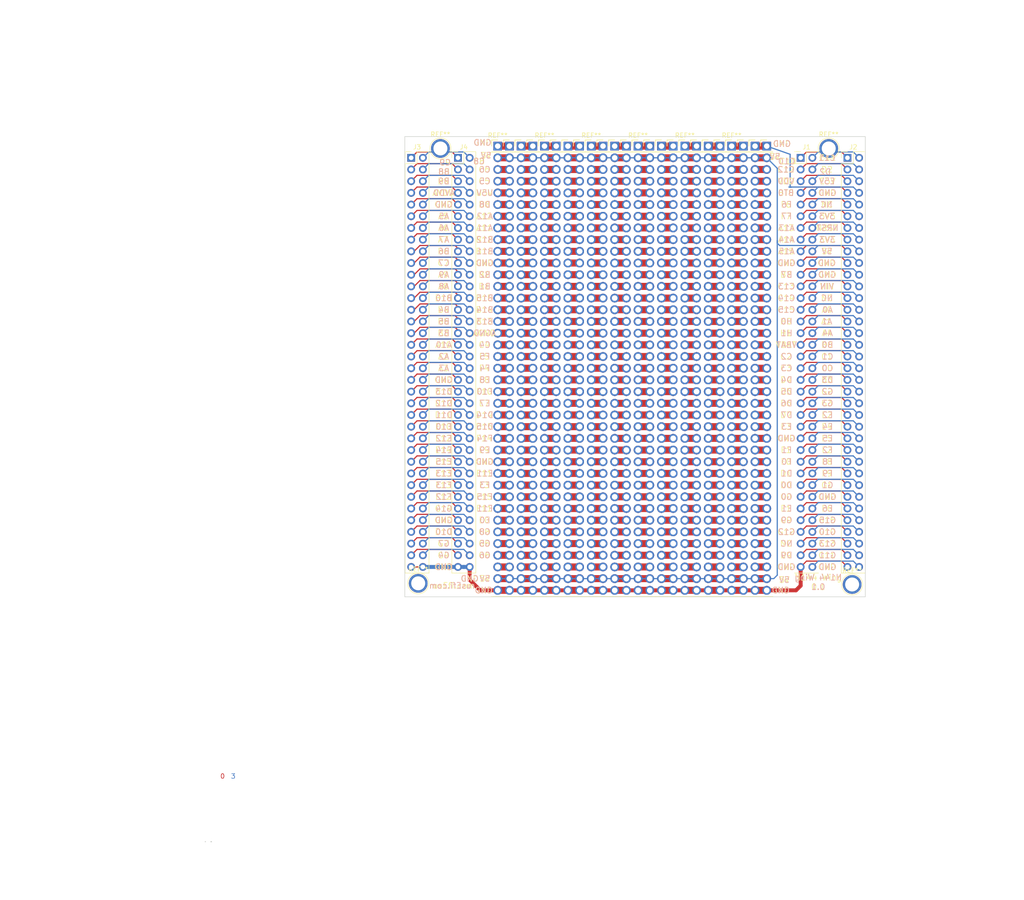
<source format=kicad_pcb>
(kicad_pcb (version 4) (host pcbnew 4.0.7)
  (title_block (title nucleo144_wing) (date 2019-02-24) (rev R0.1) (company http://rusefi.com/))
  (layers (0 F.Cu signal) (31 B.Cu signal) (34 B.Paste user) (35 F.Paste user) (36 B.SilkS user) (37 F.SilkS user) (38 B.Mask user) (39 F.Mask user) (44 Edge.Cuts user))
  (net 0 "")
  (net 1 GND)
  (net 2 /5V)
  (net 3 "Net-(J1-Pad1)")
  (net 4 "Net-(J1-Pad2)")
  (net 5 "Net-(J1-Pad3)")
  (net 6 "Net-(J1-Pad4)")
  (net 7 "Net-(J1-Pad5)")
  (net 8 "Net-(J1-Pad6)")
  (net 9 "Net-(J1-Pad7)")
  (net 10 "Net-(J1-Pad8)")
  (net 11 "Net-(J1-Pad9)")
  (net 12 "Net-(J1-Pad10)")
  (net 13 "Net-(J1-Pad11)")
  (net 14 "Net-(J1-Pad12)")
  (net 15 "Net-(J1-Pad13)")
  (net 16 "Net-(J1-Pad14)")
  (net 17 "Net-(J1-Pad15)")
  (net 18 "Net-(J1-Pad16)")
  (net 19 "Net-(J1-Pad17)")
  (net 20 "Net-(J1-Pad18)")
  (net 21 "Net-(J1-Pad19)")
  (net 22 "Net-(J1-Pad20)")
  (net 23 "Net-(J1-Pad21)")
  (net 24 "Net-(J1-Pad22)")
  (net 25 "Net-(J1-Pad23)")
  (net 26 "Net-(J1-Pad24)")
  (net 27 "Net-(J1-Pad25)")
  (net 28 "Net-(J1-Pad26)")
  (net 29 "Net-(J1-Pad27)")
  (net 30 "Net-(J1-Pad28)")
  (net 31 "Net-(J1-Pad29)")
  (net 32 "Net-(J1-Pad30)")
  (net 33 "Net-(J1-Pad31)")
  (net 34 "Net-(J1-Pad32)")
  (net 35 "Net-(J1-Pad33)")
  (net 36 "Net-(J1-Pad34)")
  (net 37 "Net-(J1-Pad35)")
  (net 38 "Net-(J1-Pad36)")
  (net 39 "Net-(J1-Pad37)")
  (net 40 "Net-(J1-Pad38)")
  (net 41 "Net-(J1-Pad39)")
  (net 42 "Net-(J1-Pad40)")
  (net 43 "Net-(J1-Pad41)")
  (net 44 "Net-(J1-Pad42)")
  (net 45 "Net-(J1-Pad43)")
  (net 46 "Net-(J1-Pad44)")
  (net 47 "Net-(J1-Pad45)")
  (net 48 "Net-(J1-Pad46)")
  (net 49 "Net-(J1-Pad47)")
  (net 50 "Net-(J1-Pad48)")
  (net 51 "Net-(J1-Pad49)")
  (net 52 "Net-(J1-Pad50)")
  (net 53 "Net-(J1-Pad51)")
  (net 54 "Net-(J1-Pad52)")
  (net 55 "Net-(J1-Pad53)")
  (net 56 "Net-(J1-Pad54)")
  (net 57 "Net-(J1-Pad55)")
  (net 58 "Net-(J1-Pad56)")
  (net 59 "Net-(J1-Pad57)")
  (net 60 "Net-(J1-Pad58)")
  (net 61 "Net-(J1-Pad59)")
  (net 62 "Net-(J1-Pad60)")
  (net 63 "Net-(J1-Pad61)")
  (net 64 "Net-(J1-Pad62)")
  (net 65 "Net-(J1-Pad63)")
  (net 66 "Net-(J1-Pad64)")
  (net 67 "Net-(J1-Pad65)")
  (net 68 "Net-(J1-Pad66)")
  (net 69 "Net-(J1-Pad67)")
  (net 70 "Net-(J1-Pad68)")
  (net 71 "Net-(J1-Pad69)")
  (net 72 "Net-(J1-Pad70)")
  (net 73 "Net-(J1-Pad71)")
  (net 74 "Net-(J1-Pad72)")
  (net 75 "Net-(J3-Pad1)")
  (net 76 "Net-(J3-Pad2)")
  (net 77 "Net-(J3-Pad3)")
  (net 78 "Net-(J3-Pad4)")
  (net 79 "Net-(J3-Pad5)")
  (net 80 "Net-(J3-Pad6)")
  (net 81 "Net-(J3-Pad7)")
  (net 82 "Net-(J3-Pad8)")
  (net 83 "Net-(J3-Pad9)")
  (net 84 "Net-(J3-Pad10)")
  (net 85 "Net-(J3-Pad11)")
  (net 86 "Net-(J3-Pad12)")
  (net 87 "Net-(J3-Pad13)")
  (net 88 "Net-(J3-Pad14)")
  (net 89 "Net-(J3-Pad15)")
  (net 90 "Net-(J3-Pad16)")
  (net 91 "Net-(J3-Pad17)")
  (net 92 "Net-(J3-Pad18)")
  (net 93 "Net-(J3-Pad19)")
  (net 94 "Net-(J3-Pad20)")
  (net 95 "Net-(J3-Pad21)")
  (net 96 "Net-(J3-Pad22)")
  (net 97 "Net-(J3-Pad23)")
  (net 98 "Net-(J3-Pad24)")
  (net 99 "Net-(J3-Pad25)")
  (net 100 "Net-(J3-Pad26)")
  (net 101 "Net-(J3-Pad27)")
  (net 102 "Net-(J3-Pad28)")
  (net 103 "Net-(J3-Pad29)")
  (net 104 "Net-(J3-Pad30)")
  (net 105 "Net-(J3-Pad31)")
  (net 106 "Net-(J3-Pad32)")
  (net 107 "Net-(J3-Pad33)")
  (net 108 "Net-(J3-Pad34)")
  (net 109 "Net-(J3-Pad35)")
  (net 110 "Net-(J3-Pad36)")
  (net 111 "Net-(J3-Pad37)")
  (net 112 "Net-(J3-Pad38)")
  (net 113 "Net-(J3-Pad39)")
  (net 114 "Net-(J3-Pad40)")
  (net 115 "Net-(J3-Pad41)")
  (net 116 "Net-(J3-Pad42)")
  (net 117 "Net-(J3-Pad43)")
  (net 118 "Net-(J3-Pad44)")
  (net 119 "Net-(J3-Pad45)")
  (net 120 "Net-(J3-Pad46)")
  (net 121 "Net-(J3-Pad47)")
  (net 122 "Net-(J3-Pad48)")
  (net 123 "Net-(J3-Pad49)")
  (net 124 "Net-(J3-Pad50)")
  (net 125 "Net-(J3-Pad51)")
  (net 126 "Net-(J3-Pad52)")
  (net 127 "Net-(J3-Pad53)")
  (net 128 "Net-(J3-Pad54)")
  (net 129 "Net-(J3-Pad55)")
  (net 130 "Net-(J3-Pad56)")
  (net 131 "Net-(J3-Pad57)")
  (net 132 "Net-(J3-Pad58)")
  (net 133 "Net-(J3-Pad59)")
  (net 134 "Net-(J3-Pad60)")
  (net 135 "Net-(J3-Pad61)")
  (net 136 "Net-(J3-Pad62)")
  (net 137 "Net-(J3-Pad63)")
  (net 138 "Net-(J3-Pad64)")
  (net 139 "Net-(J3-Pad65)")
  (net 140 "Net-(J3-Pad66)")
  (net 141 "Net-(J3-Pad67)")
  (net 142 "Net-(J3-Pad68)")
  (net 143 "Net-(J3-Pad69)")
  (net 144 "Net-(J3-Pad70)")
  (net 145 "Net-(J3-Pad71)")
  (net 146 "Net-(J3-Pad72)")
  (module Connectors:1pin (layer F.Cu) (at 242.062 52.578)
    (fp_text reference REF** (at 0 -3.048) (layer F.SilkS))
    (fp_text value 1pin)
    (pad 1 thru_hole circle (at 0 0) (size 4.064 4.064) (drill 3.048) (layers *.Cu *.Mask))
  )
  (module Connectors:1pin (layer F.Cu) (at 157.734 52.578)
    (fp_text reference REF** (at 0 -3.048) (layer F.SilkS))
    (fp_text value 1pin)
    (pad 1 thru_hole circle (at 0 0) (size 4.064 4.064) (drill 3.048) (layers *.Cu *.Mask))
  )
  (module rusEFI_local:rusEfi_4x39_Pitch2.54mm (layer F.Cu) (at 220.98 52.07)
    (fp_text reference REF** (at 0 -2.33) (layer F.SilkS))
    (fp_text value rusEfi_4x39_Pitch2.54mm hide)
    (pad 39 thru_hole oval (at 5.08 96.52) (size 1.9 1.9) (drill 1.2) (layers *.Cu *.Mask))
    (pad 38 thru_hole oval (at 5.08 93.98) (size 1.9 1.9) (drill 1.2) (layers *.Cu *.Mask))
    (pad 37 thru_hole oval (at 5.08 91.44) (size 1.9 1.9) (drill 1.2) (layers *.Cu *.Mask))
    (pad 36 thru_hole oval (at 5.08 88.9) (size 1.9 1.9) (drill 1.2) (layers *.Cu *.Mask))
    (pad 35 thru_hole oval (at 5.08 86.36) (size 1.9 1.9) (drill 1.2) (layers *.Cu *.Mask))
    (pad 34 thru_hole oval (at 5.08 83.82) (size 1.9 1.9) (drill 1.2) (layers *.Cu *.Mask))
    (pad 33 thru_hole oval (at 5.08 81.28) (size 1.9 1.9) (drill 1.2) (layers *.Cu *.Mask))
    (pad 32 thru_hole oval (at 5.08 78.74) (size 1.9 1.9) (drill 1.2) (layers *.Cu *.Mask))
    (pad 31 thru_hole oval (at 5.08 76.2) (size 1.9 1.9) (drill 1.2) (layers *.Cu *.Mask))
    (pad 30 thru_hole oval (at 5.08 73.66) (size 1.9 1.9) (drill 1.2) (layers *.Cu *.Mask))
    (pad 29 thru_hole oval (at 5.08 71.12) (size 1.9 1.9) (drill 1.2) (layers *.Cu *.Mask))
    (pad 28 thru_hole oval (at 5.08 68.58) (size 1.9 1.9) (drill 1.2) (layers *.Cu *.Mask))
    (pad 27 thru_hole oval (at 5.08 66.04) (size 1.9 1.9) (drill 1.2) (layers *.Cu *.Mask))
    (pad 26 thru_hole oval (at 5.08 63.5) (size 1.9 1.9) (drill 1.2) (layers *.Cu *.Mask))
    (pad 25 thru_hole oval (at 5.08 60.96) (size 1.9 1.9) (drill 1.2) (layers *.Cu *.Mask))
    (pad 24 thru_hole oval (at 5.08 58.42) (size 1.9 1.9) (drill 1.2) (layers *.Cu *.Mask))
    (pad 23 thru_hole oval (at 5.08 55.88) (size 1.9 1.9) (drill 1.2) (layers *.Cu *.Mask))
    (pad 22 thru_hole oval (at 5.08 53.34) (size 1.9 1.9) (drill 1.2) (layers *.Cu *.Mask))
    (pad 21 thru_hole oval (at 5.08 50.8) (size 1.9 1.9) (drill 1.2) (layers *.Cu *.Mask))
    (pad 20 thru_hole oval (at 5.08 48.26) (size 1.9 1.9) (drill 1.2) (layers *.Cu *.Mask))
    (pad 19 thru_hole oval (at 5.08 45.72) (size 1.9 1.9) (drill 1.2) (layers *.Cu *.Mask))
    (pad 18 thru_hole oval (at 5.08 43.18) (size 1.9 1.9) (drill 1.2) (layers *.Cu *.Mask))
    (pad 17 thru_hole oval (at 5.08 40.64) (size 1.9 1.9) (drill 1.2) (layers *.Cu *.Mask))
    (pad 16 thru_hole oval (at 5.08 38.1) (size 1.9 1.9) (drill 1.2) (layers *.Cu *.Mask))
    (pad 15 thru_hole oval (at 5.08 35.56) (size 1.9 1.9) (drill 1.2) (layers *.Cu *.Mask))
    (pad 14 thru_hole oval (at 5.08 33.02) (size 1.9 1.9) (drill 1.2) (layers *.Cu *.Mask))
    (pad 13 thru_hole oval (at 5.08 30.48) (size 1.9 1.9) (drill 1.2) (layers *.Cu *.Mask))
    (pad 12 thru_hole oval (at 5.08 27.94) (size 1.9 1.9) (drill 1.2) (layers *.Cu *.Mask))
    (pad 11 thru_hole oval (at 5.08 25.4) (size 1.9 1.9) (drill 1.2) (layers *.Cu *.Mask))
    (pad 10 thru_hole oval (at 5.08 22.86) (size 1.9 1.9) (drill 1.2) (layers *.Cu *.Mask))
    (pad 9 thru_hole oval (at 5.08 20.32) (size 1.9 1.9) (drill 1.2) (layers *.Cu *.Mask))
    (pad 8 thru_hole oval (at 5.08 17.78) (size 1.9 1.9) (drill 1.2) (layers *.Cu *.Mask))
    (pad 7 thru_hole oval (at 5.08 15.24) (size 1.9 1.9) (drill 1.2) (layers *.Cu *.Mask))
    (pad 6 thru_hole oval (at 5.08 12.7) (size 1.9 1.9) (drill 1.2) (layers *.Cu *.Mask))
    (pad 5 thru_hole oval (at 5.08 10.16) (size 1.9 1.9) (drill 1.2) (layers *.Cu *.Mask))
    (pad 2 thru_hole oval (at 5.08 2.54) (size 1.9 1.9) (drill 1.2) (layers *.Cu *.Mask))
    (pad 1 thru_hole rect (at 5.08 0) (size 1.9 1.9) (drill 1.2) (layers *.Cu *.Mask))
    (pad 3 thru_hole oval (at 5.08 5.08) (size 1.9 1.9) (drill 1.2) (layers *.Cu *.Mask))
    (pad 4 thru_hole oval (at 5.08 7.62) (size 1.9 1.9) (drill 1.2) (layers *.Cu *.Mask))
    (pad 5 thru_hole oval (at 5.08 10.16) (size 1.9 1.9) (drill 1.2) (layers *.Cu *.Mask))
    (pad 6 thru_hole oval (at 5.08 12.7) (size 1.9 1.9) (drill 1.2) (layers *.Cu *.Mask))
    (pad 7 thru_hole oval (at 5.08 15.24) (size 1.9 1.9) (drill 1.2) (layers *.Cu *.Mask))
    (pad 8 thru_hole oval (at 5.08 17.78) (size 1.9 1.9) (drill 1.2) (layers *.Cu *.Mask))
    (pad 9 thru_hole oval (at 5.08 20.32) (size 1.9 1.9) (drill 1.2) (layers *.Cu *.Mask))
    (pad 10 thru_hole oval (at 5.08 22.86) (size 1.9 1.9) (drill 1.2) (layers *.Cu *.Mask))
    (pad 11 thru_hole oval (at 5.08 25.4) (size 1.9 1.9) (drill 1.2) (layers *.Cu *.Mask))
    (pad 12 thru_hole oval (at 5.08 27.94) (size 1.9 1.9) (drill 1.2) (layers *.Cu *.Mask))
    (pad 13 thru_hole oval (at 5.08 30.48) (size 1.9 1.9) (drill 1.2) (layers *.Cu *.Mask))
    (pad 14 thru_hole oval (at 5.08 33.02) (size 1.9 1.9) (drill 1.2) (layers *.Cu *.Mask))
    (pad 15 thru_hole oval (at 5.08 35.56) (size 1.9 1.9) (drill 1.2) (layers *.Cu *.Mask))
    (pad 16 thru_hole oval (at 5.08 38.1) (size 1.9 1.9) (drill 1.2) (layers *.Cu *.Mask))
    (pad 17 thru_hole oval (at 5.08 40.64) (size 1.9 1.9) (drill 1.2) (layers *.Cu *.Mask))
    (pad 18 thru_hole oval (at 5.08 43.18) (size 1.9 1.9) (drill 1.2) (layers *.Cu *.Mask))
    (pad 19 thru_hole oval (at 5.08 45.72) (size 1.9 1.9) (drill 1.2) (layers *.Cu *.Mask))
    (pad 20 thru_hole oval (at 5.08 48.26) (size 1.9 1.9) (drill 1.2) (layers *.Cu *.Mask))
    (pad 21 thru_hole oval (at 5.08 50.8) (size 1.9 1.9) (drill 1.2) (layers *.Cu *.Mask))
    (pad 22 thru_hole oval (at 5.08 53.34) (size 1.9 1.9) (drill 1.2) (layers *.Cu *.Mask))
    (pad 23 thru_hole oval (at 5.08 55.88) (size 1.9 1.9) (drill 1.2) (layers *.Cu *.Mask))
    (pad 24 thru_hole oval (at 5.08 58.42) (size 1.9 1.9) (drill 1.2) (layers *.Cu *.Mask))
    (pad 25 thru_hole oval (at 5.08 60.96) (size 1.9 1.9) (drill 1.2) (layers *.Cu *.Mask))
    (pad 26 thru_hole oval (at 5.08 63.5) (size 1.9 1.9) (drill 1.2) (layers *.Cu *.Mask))
    (pad 27 thru_hole oval (at 5.08 66.04) (size 1.9 1.9) (drill 1.2) (layers *.Cu *.Mask))
    (pad 28 thru_hole oval (at 5.08 68.58) (size 1.9 1.9) (drill 1.2) (layers *.Cu *.Mask))
    (pad 29 thru_hole oval (at 5.08 71.12) (size 1.9 1.9) (drill 1.2) (layers *.Cu *.Mask))
    (pad 30 thru_hole oval (at 5.08 73.66) (size 1.9 1.9) (drill 1.2) (layers *.Cu *.Mask))
    (pad 31 thru_hole oval (at 5.08 76.2) (size 1.9 1.9) (drill 1.2) (layers *.Cu *.Mask))
    (pad 32 thru_hole oval (at 5.08 78.74) (size 1.9 1.9) (drill 1.2) (layers *.Cu *.Mask))
    (pad 33 thru_hole oval (at 5.08 81.28) (size 1.9 1.9) (drill 1.2) (layers *.Cu *.Mask))
    (pad 34 thru_hole oval (at 5.08 83.82) (size 1.9 1.9) (drill 1.2) (layers *.Cu *.Mask))
    (pad 35 thru_hole oval (at 5.08 86.36) (size 1.9 1.9) (drill 1.2) (layers *.Cu *.Mask))
    (pad 36 thru_hole oval (at 5.08 88.9) (size 1.9 1.9) (drill 1.2) (layers *.Cu *.Mask))
    (pad 37 thru_hole oval (at 5.08 91.44) (size 1.9 1.9) (drill 1.2) (layers *.Cu *.Mask))
    (pad 38 thru_hole oval (at 5.08 93.98) (size 1.9 1.9) (drill 1.2) (layers *.Cu *.Mask))
    (pad 39 thru_hole oval (at 5.08 96.52) (size 1.9 1.9) (drill 1.2) (layers *.Cu *.Mask))
    (pad 39 thru_hole oval (at 7.62 96.52) (size 1.9 1.9) (drill 1.2) (layers *.Cu *.Mask))
    (pad 38 thru_hole oval (at 7.62 93.98) (size 1.9 1.9) (drill 1.2) (layers *.Cu *.Mask))
    (pad 37 thru_hole oval (at 7.62 91.44) (size 1.9 1.9) (drill 1.2) (layers *.Cu *.Mask))
    (pad 36 thru_hole oval (at 7.62 88.9) (size 1.9 1.9) (drill 1.2) (layers *.Cu *.Mask))
    (pad 35 thru_hole oval (at 7.62 86.36) (size 1.9 1.9) (drill 1.2) (layers *.Cu *.Mask))
    (pad 34 thru_hole oval (at 7.62 83.82) (size 1.9 1.9) (drill 1.2) (layers *.Cu *.Mask))
    (pad 33 thru_hole oval (at 7.62 81.28) (size 1.9 1.9) (drill 1.2) (layers *.Cu *.Mask))
    (pad 32 thru_hole oval (at 7.62 78.74) (size 1.9 1.9) (drill 1.2) (layers *.Cu *.Mask))
    (pad 31 thru_hole oval (at 7.62 76.2) (size 1.9 1.9) (drill 1.2) (layers *.Cu *.Mask))
    (pad 30 thru_hole oval (at 7.62 73.66) (size 1.9 1.9) (drill 1.2) (layers *.Cu *.Mask))
    (pad 29 thru_hole oval (at 7.62 71.12) (size 1.9 1.9) (drill 1.2) (layers *.Cu *.Mask))
    (pad 28 thru_hole oval (at 7.62 68.58) (size 1.9 1.9) (drill 1.2) (layers *.Cu *.Mask))
    (pad 27 thru_hole oval (at 7.62 66.04) (size 1.9 1.9) (drill 1.2) (layers *.Cu *.Mask))
    (pad 26 thru_hole oval (at 7.62 63.5) (size 1.9 1.9) (drill 1.2) (layers *.Cu *.Mask))
    (pad 25 thru_hole oval (at 7.62 60.96) (size 1.9 1.9) (drill 1.2) (layers *.Cu *.Mask))
    (pad 24 thru_hole oval (at 7.62 58.42) (size 1.9 1.9) (drill 1.2) (layers *.Cu *.Mask))
    (pad 23 thru_hole oval (at 7.62 55.88) (size 1.9 1.9) (drill 1.2) (layers *.Cu *.Mask))
    (pad 22 thru_hole oval (at 7.62 53.34) (size 1.9 1.9) (drill 1.2) (layers *.Cu *.Mask))
    (pad 21 thru_hole oval (at 7.62 50.8) (size 1.9 1.9) (drill 1.2) (layers *.Cu *.Mask))
    (pad 20 thru_hole oval (at 7.62 48.26) (size 1.9 1.9) (drill 1.2) (layers *.Cu *.Mask))
    (pad 19 thru_hole oval (at 7.62 45.72) (size 1.9 1.9) (drill 1.2) (layers *.Cu *.Mask))
    (pad 18 thru_hole oval (at 7.62 43.18) (size 1.9 1.9) (drill 1.2) (layers *.Cu *.Mask))
    (pad 17 thru_hole oval (at 7.62 40.64) (size 1.9 1.9) (drill 1.2) (layers *.Cu *.Mask))
    (pad 16 thru_hole oval (at 7.62 38.1) (size 1.9 1.9) (drill 1.2) (layers *.Cu *.Mask))
    (pad 15 thru_hole oval (at 7.62 35.56) (size 1.9 1.9) (drill 1.2) (layers *.Cu *.Mask))
    (pad 14 thru_hole oval (at 7.62 33.02) (size 1.9 1.9) (drill 1.2) (layers *.Cu *.Mask))
    (pad 13 thru_hole oval (at 7.62 30.48) (size 1.9 1.9) (drill 1.2) (layers *.Cu *.Mask))
    (pad 12 thru_hole oval (at 7.62 27.94) (size 1.9 1.9) (drill 1.2) (layers *.Cu *.Mask))
    (pad 11 thru_hole oval (at 7.62 25.4) (size 1.9 1.9) (drill 1.2) (layers *.Cu *.Mask))
    (pad 10 thru_hole oval (at 7.62 22.86) (size 1.9 1.9) (drill 1.2) (layers *.Cu *.Mask))
    (pad 9 thru_hole oval (at 7.62 20.32) (size 1.9 1.9) (drill 1.2) (layers *.Cu *.Mask))
    (pad 8 thru_hole oval (at 7.62 17.78) (size 1.9 1.9) (drill 1.2) (layers *.Cu *.Mask))
    (pad 7 thru_hole oval (at 7.62 15.24) (size 1.9 1.9) (drill 1.2) (layers *.Cu *.Mask))
    (pad 6 thru_hole oval (at 7.62 12.7) (size 1.9 1.9) (drill 1.2) (layers *.Cu *.Mask))
    (pad 5 thru_hole oval (at 7.62 10.16) (size 1.9 1.9) (drill 1.2) (layers *.Cu *.Mask))
    (pad 2 thru_hole oval (at 7.62 2.54) (size 1.9 1.9) (drill 1.2) (layers *.Cu *.Mask))
    (pad 1 thru_hole rect (at 7.62 0) (size 1.9 1.9) (drill 1.2) (layers *.Cu *.Mask))
    (pad 3 thru_hole oval (at 7.62 5.08) (size 1.9 1.9) (drill 1.2) (layers *.Cu *.Mask))
    (pad 4 thru_hole oval (at 7.62 7.62) (size 1.9 1.9) (drill 1.2) (layers *.Cu *.Mask))
    (pad 5 thru_hole oval (at 7.62 10.16) (size 1.9 1.9) (drill 1.2) (layers *.Cu *.Mask))
    (pad 6 thru_hole oval (at 7.62 12.7) (size 1.9 1.9) (drill 1.2) (layers *.Cu *.Mask))
    (pad 7 thru_hole oval (at 7.62 15.24) (size 1.9 1.9) (drill 1.2) (layers *.Cu *.Mask))
    (pad 8 thru_hole oval (at 7.62 17.78) (size 1.9 1.9) (drill 1.2) (layers *.Cu *.Mask))
    (pad 9 thru_hole oval (at 7.62 20.32) (size 1.9 1.9) (drill 1.2) (layers *.Cu *.Mask))
    (pad 10 thru_hole oval (at 7.62 22.86) (size 1.9 1.9) (drill 1.2) (layers *.Cu *.Mask))
    (pad 11 thru_hole oval (at 7.62 25.4) (size 1.9 1.9) (drill 1.2) (layers *.Cu *.Mask))
    (pad 12 thru_hole oval (at 7.62 27.94) (size 1.9 1.9) (drill 1.2) (layers *.Cu *.Mask))
    (pad 13 thru_hole oval (at 7.62 30.48) (size 1.9 1.9) (drill 1.2) (layers *.Cu *.Mask))
    (pad 14 thru_hole oval (at 7.62 33.02) (size 1.9 1.9) (drill 1.2) (layers *.Cu *.Mask))
    (pad 15 thru_hole oval (at 7.62 35.56) (size 1.9 1.9) (drill 1.2) (layers *.Cu *.Mask))
    (pad 16 thru_hole oval (at 7.62 38.1) (size 1.9 1.9) (drill 1.2) (layers *.Cu *.Mask))
    (pad 17 thru_hole oval (at 7.62 40.64) (size 1.9 1.9) (drill 1.2) (layers *.Cu *.Mask))
    (pad 18 thru_hole oval (at 7.62 43.18) (size 1.9 1.9) (drill 1.2) (layers *.Cu *.Mask))
    (pad 19 thru_hole oval (at 7.62 45.72) (size 1.9 1.9) (drill 1.2) (layers *.Cu *.Mask))
    (pad 20 thru_hole oval (at 7.62 48.26) (size 1.9 1.9) (drill 1.2) (layers *.Cu *.Mask))
    (pad 21 thru_hole oval (at 7.62 50.8) (size 1.9 1.9) (drill 1.2) (layers *.Cu *.Mask))
    (pad 22 thru_hole oval (at 7.62 53.34) (size 1.9 1.9) (drill 1.2) (layers *.Cu *.Mask))
    (pad 23 thru_hole oval (at 7.62 55.88) (size 1.9 1.9) (drill 1.2) (layers *.Cu *.Mask))
    (pad 24 thru_hole oval (at 7.62 58.42) (size 1.9 1.9) (drill 1.2) (layers *.Cu *.Mask))
    (pad 25 thru_hole oval (at 7.62 60.96) (size 1.9 1.9) (drill 1.2) (layers *.Cu *.Mask))
    (pad 26 thru_hole oval (at 7.62 63.5) (size 1.9 1.9) (drill 1.2) (layers *.Cu *.Mask))
    (pad 27 thru_hole oval (at 7.62 66.04) (size 1.9 1.9) (drill 1.2) (layers *.Cu *.Mask))
    (pad 28 thru_hole oval (at 7.62 68.58) (size 1.9 1.9) (drill 1.2) (layers *.Cu *.Mask))
    (pad 29 thru_hole oval (at 7.62 71.12) (size 1.9 1.9) (drill 1.2) (layers *.Cu *.Mask))
    (pad 30 thru_hole oval (at 7.62 73.66) (size 1.9 1.9) (drill 1.2) (layers *.Cu *.Mask))
    (pad 31 thru_hole oval (at 7.62 76.2) (size 1.9 1.9) (drill 1.2) (layers *.Cu *.Mask))
    (pad 32 thru_hole oval (at 7.62 78.74) (size 1.9 1.9) (drill 1.2) (layers *.Cu *.Mask))
    (pad 33 thru_hole oval (at 7.62 81.28) (size 1.9 1.9) (drill 1.2) (layers *.Cu *.Mask))
    (pad 34 thru_hole oval (at 7.62 83.82) (size 1.9 1.9) (drill 1.2) (layers *.Cu *.Mask))
    (pad 35 thru_hole oval (at 7.62 86.36) (size 1.9 1.9) (drill 1.2) (layers *.Cu *.Mask))
    (pad 36 thru_hole oval (at 7.62 88.9) (size 1.9 1.9) (drill 1.2) (layers *.Cu *.Mask))
    (pad 37 thru_hole oval (at 7.62 91.44) (size 1.9 1.9) (drill 1.2) (layers *.Cu *.Mask))
    (pad 38 thru_hole oval (at 7.62 93.98) (size 1.9 1.9) (drill 1.2) (layers *.Cu *.Mask))
    (pad 39 thru_hole oval (at 7.62 96.52) (size 1.9 1.9) (drill 1.2) (layers *.Cu *.Mask))
    (pad 39 thru_hole oval (at 2.54 96.52) (size 1.9 1.9) (drill 1.2) (layers *.Cu *.Mask))
    (pad 38 thru_hole oval (at 2.54 93.98) (size 1.9 1.9) (drill 1.2) (layers *.Cu *.Mask))
    (pad 37 thru_hole oval (at 2.54 91.44) (size 1.9 1.9) (drill 1.2) (layers *.Cu *.Mask))
    (pad 36 thru_hole oval (at 2.54 88.9) (size 1.9 1.9) (drill 1.2) (layers *.Cu *.Mask))
    (pad 35 thru_hole oval (at 2.54 86.36) (size 1.9 1.9) (drill 1.2) (layers *.Cu *.Mask))
    (pad 34 thru_hole oval (at 2.54 83.82) (size 1.9 1.9) (drill 1.2) (layers *.Cu *.Mask))
    (pad 33 thru_hole oval (at 2.54 81.28) (size 1.9 1.9) (drill 1.2) (layers *.Cu *.Mask))
    (pad 32 thru_hole oval (at 2.54 78.74) (size 1.9 1.9) (drill 1.2) (layers *.Cu *.Mask))
    (pad 31 thru_hole oval (at 2.54 76.2) (size 1.9 1.9) (drill 1.2) (layers *.Cu *.Mask))
    (pad 30 thru_hole oval (at 2.54 73.66) (size 1.9 1.9) (drill 1.2) (layers *.Cu *.Mask))
    (pad 29 thru_hole oval (at 2.54 71.12) (size 1.9 1.9) (drill 1.2) (layers *.Cu *.Mask))
    (pad 28 thru_hole oval (at 2.54 68.58) (size 1.9 1.9) (drill 1.2) (layers *.Cu *.Mask))
    (pad 27 thru_hole oval (at 2.54 66.04) (size 1.9 1.9) (drill 1.2) (layers *.Cu *.Mask))
    (pad 26 thru_hole oval (at 2.54 63.5) (size 1.9 1.9) (drill 1.2) (layers *.Cu *.Mask))
    (pad 25 thru_hole oval (at 2.54 60.96) (size 1.9 1.9) (drill 1.2) (layers *.Cu *.Mask))
    (pad 24 thru_hole oval (at 2.54 58.42) (size 1.9 1.9) (drill 1.2) (layers *.Cu *.Mask))
    (pad 23 thru_hole oval (at 2.54 55.88) (size 1.9 1.9) (drill 1.2) (layers *.Cu *.Mask))
    (pad 22 thru_hole oval (at 2.54 53.34) (size 1.9 1.9) (drill 1.2) (layers *.Cu *.Mask))
    (pad 21 thru_hole oval (at 2.54 50.8) (size 1.9 1.9) (drill 1.2) (layers *.Cu *.Mask))
    (pad 20 thru_hole oval (at 2.54 48.26) (size 1.9 1.9) (drill 1.2) (layers *.Cu *.Mask))
    (pad 19 thru_hole oval (at 2.54 45.72) (size 1.9 1.9) (drill 1.2) (layers *.Cu *.Mask))
    (pad 17 thru_hole oval (at 2.54 40.64) (size 1.9 1.9) (drill 1.2) (layers *.Cu *.Mask))
    (pad 16 thru_hole oval (at 2.54 38.1) (size 1.9 1.9) (drill 1.2) (layers *.Cu *.Mask))
    (pad 15 thru_hole oval (at 2.54 35.56) (size 1.9 1.9) (drill 1.2) (layers *.Cu *.Mask))
    (pad 14 thru_hole oval (at 2.54 33.02) (size 1.9 1.9) (drill 1.2) (layers *.Cu *.Mask))
    (pad 13 thru_hole oval (at 2.54 30.48) (size 1.9 1.9) (drill 1.2) (layers *.Cu *.Mask))
    (pad 12 thru_hole oval (at 2.54 27.94) (size 1.9 1.9) (drill 1.2) (layers *.Cu *.Mask))
    (pad 11 thru_hole oval (at 2.54 25.4) (size 1.9 1.9) (drill 1.2) (layers *.Cu *.Mask))
    (pad 10 thru_hole oval (at 2.54 22.86) (size 1.9 1.9) (drill 1.2) (layers *.Cu *.Mask))
    (pad 9 thru_hole oval (at 2.54 20.32) (size 1.9 1.9) (drill 1.2) (layers *.Cu *.Mask))
    (pad 8 thru_hole oval (at 2.54 17.78) (size 1.9 1.9) (drill 1.2) (layers *.Cu *.Mask))
    (pad 7 thru_hole oval (at 2.54 15.24) (size 1.9 1.9) (drill 1.2) (layers *.Cu *.Mask))
    (pad 6 thru_hole oval (at 2.54 12.7) (size 1.9 1.9) (drill 1.2) (layers *.Cu *.Mask))
    (pad 5 thru_hole oval (at 2.54 10.16) (size 1.9 1.9) (drill 1.2) (layers *.Cu *.Mask))
    (pad 4 thru_hole oval (at 2.54 7.62) (size 1.9 1.9) (drill 1.2) (layers *.Cu *.Mask))
    (pad 3 thru_hole oval (at 2.54 5.08) (size 1.9 1.9) (drill 1.2) (layers *.Cu *.Mask))
    (pad 1 thru_hole rect (at 2.54 0) (size 1.9 1.9) (drill 1.2) (layers *.Cu *.Mask))
    (pad 2 thru_hole oval (at 2.54 2.54) (size 1.9 1.9) (drill 1.2) (layers *.Cu *.Mask))
    (pad 3 thru_hole oval (at 2.54 5.08) (size 1.9 1.9) (drill 1.2) (layers *.Cu *.Mask))
    (pad 4 thru_hole oval (at 2.54 7.62) (size 1.9 1.9) (drill 1.2) (layers *.Cu *.Mask))
    (pad 5 thru_hole oval (at 2.54 10.16) (size 1.9 1.9) (drill 1.2) (layers *.Cu *.Mask))
    (pad 6 thru_hole oval (at 2.54 12.7) (size 1.9 1.9) (drill 1.2) (layers *.Cu *.Mask))
    (pad 7 thru_hole oval (at 2.54 15.24) (size 1.9 1.9) (drill 1.2) (layers *.Cu *.Mask))
    (pad 8 thru_hole oval (at 2.54 17.78) (size 1.9 1.9) (drill 1.2) (layers *.Cu *.Mask))
    (pad 9 thru_hole oval (at 2.54 20.32) (size 1.9 1.9) (drill 1.2) (layers *.Cu *.Mask))
    (pad 10 thru_hole oval (at 2.54 22.86) (size 1.9 1.9) (drill 1.2) (layers *.Cu *.Mask))
    (pad 11 thru_hole oval (at 2.54 25.4) (size 1.9 1.9) (drill 1.2) (layers *.Cu *.Mask))
    (pad 12 thru_hole oval (at 2.54 27.94) (size 1.9 1.9) (drill 1.2) (layers *.Cu *.Mask))
    (pad 13 thru_hole oval (at 2.54 30.48) (size 1.9 1.9) (drill 1.2) (layers *.Cu *.Mask))
    (pad 14 thru_hole oval (at 2.54 33.02) (size 1.9 1.9) (drill 1.2) (layers *.Cu *.Mask))
    (pad 15 thru_hole oval (at 2.54 35.56) (size 1.9 1.9) (drill 1.2) (layers *.Cu *.Mask))
    (pad 16 thru_hole oval (at 2.54 38.1) (size 1.9 1.9) (drill 1.2) (layers *.Cu *.Mask))
    (pad 17 thru_hole oval (at 2.54 40.64) (size 1.9 1.9) (drill 1.2) (layers *.Cu *.Mask))
    (pad 18 thru_hole oval (at 2.54 43.18) (size 1.9 1.9) (drill 1.2) (layers *.Cu *.Mask))
    (pad 19 thru_hole oval (at 2.54 45.72) (size 1.9 1.9) (drill 1.2) (layers *.Cu *.Mask))
    (pad 20 thru_hole oval (at 2.54 48.26) (size 1.9 1.9) (drill 1.2) (layers *.Cu *.Mask))
    (pad 21 thru_hole oval (at 2.54 50.8) (size 1.9 1.9) (drill 1.2) (layers *.Cu *.Mask))
    (pad 22 thru_hole oval (at 2.54 53.34) (size 1.9 1.9) (drill 1.2) (layers *.Cu *.Mask))
    (pad 23 thru_hole oval (at 2.54 55.88) (size 1.9 1.9) (drill 1.2) (layers *.Cu *.Mask))
    (pad 24 thru_hole oval (at 2.54 58.42) (size 1.9 1.9) (drill 1.2) (layers *.Cu *.Mask))
    (pad 25 thru_hole oval (at 2.54 60.96) (size 1.9 1.9) (drill 1.2) (layers *.Cu *.Mask))
    (pad 26 thru_hole oval (at 2.54 63.5) (size 1.9 1.9) (drill 1.2) (layers *.Cu *.Mask))
    (pad 27 thru_hole oval (at 2.54 66.04) (size 1.9 1.9) (drill 1.2) (layers *.Cu *.Mask))
    (pad 28 thru_hole oval (at 2.54 68.58) (size 1.9 1.9) (drill 1.2) (layers *.Cu *.Mask))
    (pad 29 thru_hole oval (at 2.54 71.12) (size 1.9 1.9) (drill 1.2) (layers *.Cu *.Mask))
    (pad 30 thru_hole oval (at 2.54 73.66) (size 1.9 1.9) (drill 1.2) (layers *.Cu *.Mask))
    (pad 31 thru_hole oval (at 2.54 76.2) (size 1.9 1.9) (drill 1.2) (layers *.Cu *.Mask))
    (pad 32 thru_hole oval (at 2.54 78.74) (size 1.9 1.9) (drill 1.2) (layers *.Cu *.Mask))
    (pad 33 thru_hole oval (at 2.54 81.28) (size 1.9 1.9) (drill 1.2) (layers *.Cu *.Mask))
    (pad 34 thru_hole oval (at 2.54 83.82) (size 1.9 1.9) (drill 1.2) (layers *.Cu *.Mask))
    (pad 35 thru_hole oval (at 2.54 86.36) (size 1.9 1.9) (drill 1.2) (layers *.Cu *.Mask))
    (pad 36 thru_hole oval (at 2.54 88.9) (size 1.9 1.9) (drill 1.2) (layers *.Cu *.Mask))
    (pad 37 thru_hole oval (at 2.54 91.44) (size 1.9 1.9) (drill 1.2) (layers *.Cu *.Mask))
    (pad 38 thru_hole oval (at 2.54 93.98) (size 1.9 1.9) (drill 1.2) (layers *.Cu *.Mask))
    (pad 39 thru_hole oval (at 2.54 96.52) (size 1.9 1.9) (drill 1.2) (layers *.Cu *.Mask))
    (pad 39 thru_hole oval (at 0 96.52) (size 1.9 1.9) (drill 1.2) (layers *.Cu *.Mask))
    (pad 38 thru_hole oval (at 0 93.98) (size 1.9 1.9) (drill 1.2) (layers *.Cu *.Mask))
    (pad 37 thru_hole oval (at 0 91.44) (size 1.9 1.9) (drill 1.2) (layers *.Cu *.Mask))
    (pad 36 thru_hole oval (at 0 88.9) (size 1.9 1.9) (drill 1.2) (layers *.Cu *.Mask))
    (pad 35 thru_hole oval (at 0 86.36) (size 1.9 1.9) (drill 1.2) (layers *.Cu *.Mask))
    (pad 34 thru_hole oval (at 0 83.82) (size 1.9 1.9) (drill 1.2) (layers *.Cu *.Mask))
    (pad 33 thru_hole oval (at 0 81.28) (size 1.9 1.9) (drill 1.2) (layers *.Cu *.Mask))
    (pad 32 thru_hole oval (at 0 78.74) (size 1.9 1.9) (drill 1.2) (layers *.Cu *.Mask))
    (pad 31 thru_hole oval (at 0 76.2) (size 1.9 1.9) (drill 1.2) (layers *.Cu *.Mask))
    (pad 30 thru_hole oval (at 0 73.66) (size 1.9 1.9) (drill 1.2) (layers *.Cu *.Mask))
    (pad 29 thru_hole oval (at 0 71.12) (size 1.9 1.9) (drill 1.2) (layers *.Cu *.Mask))
    (pad 28 thru_hole oval (at 0 68.58) (size 1.9 1.9) (drill 1.2) (layers *.Cu *.Mask))
    (pad 27 thru_hole oval (at 0 66.04) (size 1.9 1.9) (drill 1.2) (layers *.Cu *.Mask))
    (pad 26 thru_hole oval (at 0 63.5) (size 1.9 1.9) (drill 1.2) (layers *.Cu *.Mask))
    (pad 25 thru_hole oval (at 0 60.96) (size 1.9 1.9) (drill 1.2) (layers *.Cu *.Mask))
    (pad 24 thru_hole oval (at 0 58.42) (size 1.9 1.9) (drill 1.2) (layers *.Cu *.Mask))
    (pad 23 thru_hole oval (at 0 55.88) (size 1.9 1.9) (drill 1.2) (layers *.Cu *.Mask))
    (pad 22 thru_hole oval (at 0 53.34) (size 1.9 1.9) (drill 1.2) (layers *.Cu *.Mask))
    (pad 21 thru_hole oval (at 0 50.8) (size 1.9 1.9) (drill 1.2) (layers *.Cu *.Mask))
    (pad 20 thru_hole oval (at 0 48.26) (size 1.9 1.9) (drill 1.2) (layers *.Cu *.Mask))
    (pad 19 thru_hole oval (at 0 45.72) (size 1.9 1.9) (drill 1.2) (layers *.Cu *.Mask))
    (pad 18 thru_hole oval (at 0 43.18) (size 1.9 1.9) (drill 1.2) (layers *.Cu *.Mask))
    (pad 17 thru_hole oval (at 0 40.64) (size 1.9 1.9) (drill 1.2) (layers *.Cu *.Mask))
    (pad 16 thru_hole oval (at 0 38.1) (size 1.9 1.9) (drill 1.2) (layers *.Cu *.Mask))
    (pad 15 thru_hole oval (at 0 35.56) (size 1.9 1.9) (drill 1.2) (layers *.Cu *.Mask))
    (pad 14 thru_hole oval (at 0 33.02) (size 1.9 1.9) (drill 1.2) (layers *.Cu *.Mask))
    (pad 13 thru_hole oval (at 0 30.48) (size 1.9 1.9) (drill 1.2) (layers *.Cu *.Mask))
    (pad 12 thru_hole oval (at 0 27.94) (size 1.9 1.9) (drill 1.2) (layers *.Cu *.Mask))
    (pad 11 thru_hole oval (at 0 25.4) (size 1.9 1.9) (drill 1.2) (layers *.Cu *.Mask))
    (pad 10 thru_hole oval (at 0 22.86) (size 1.9 1.9) (drill 1.2) (layers *.Cu *.Mask))
    (pad 9 thru_hole oval (at 0 20.32) (size 1.9 1.9) (drill 1.2) (layers *.Cu *.Mask))
    (pad 8 thru_hole oval (at 0 17.78) (size 1.9 1.9) (drill 1.2) (layers *.Cu *.Mask))
    (pad 7 thru_hole oval (at 0 15.24) (size 1.9 1.9) (drill 1.2) (layers *.Cu *.Mask))
    (pad 6 thru_hole oval (at 0 12.7) (size 1.9 1.9) (drill 1.2) (layers *.Cu *.Mask))
    (pad 1 thru_hole rect (at 0 0) (size 1.9 1.9) (drill 1.2) (layers *.Cu *.Mask))
    (pad 2 thru_hole oval (at 0 2.54) (size 1.9 1.9) (drill 1.2) (layers *.Cu *.Mask))
    (pad 3 thru_hole oval (at 0 5.08) (size 1.9 1.9) (drill 1.2) (layers *.Cu *.Mask))
    (pad 4 thru_hole oval (at 0 7.62) (size 1.9 1.9) (drill 1.2) (layers *.Cu *.Mask))
    (pad 5 thru_hole oval (at 0 10.16) (size 1.9 1.9) (drill 1.2) (layers *.Cu *.Mask))
    (pad 6 thru_hole oval (at 0 12.7) (size 1.9 1.9) (drill 1.2) (layers *.Cu *.Mask))
    (pad 7 thru_hole oval (at 0 15.24) (size 1.9 1.9) (drill 1.2) (layers *.Cu *.Mask))
    (pad 8 thru_hole oval (at 0 17.78) (size 1.9 1.9) (drill 1.2) (layers *.Cu *.Mask))
    (pad 9 thru_hole oval (at 0 20.32) (size 1.9 1.9) (drill 1.2) (layers *.Cu *.Mask))
    (pad 10 thru_hole oval (at 0 22.86) (size 1.9 1.9) (drill 1.2) (layers *.Cu *.Mask))
    (pad 11 thru_hole oval (at 0 25.4) (size 1.9 1.9) (drill 1.2) (layers *.Cu *.Mask))
    (pad 12 thru_hole oval (at 0 27.94) (size 1.9 1.9) (drill 1.2) (layers *.Cu *.Mask))
    (pad 13 thru_hole oval (at 0 30.48) (size 1.9 1.9) (drill 1.2) (layers *.Cu *.Mask))
    (pad 14 thru_hole oval (at 0 33.02) (size 1.9 1.9) (drill 1.2) (layers *.Cu *.Mask))
    (pad 15 thru_hole oval (at 0 35.56) (size 1.9 1.9) (drill 1.2) (layers *.Cu *.Mask))
    (pad 16 thru_hole oval (at 0 38.1) (size 1.9 1.9) (drill 1.2) (layers *.Cu *.Mask))
    (pad 17 thru_hole oval (at 0 40.64) (size 1.9 1.9) (drill 1.2) (layers *.Cu *.Mask))
    (pad 18 thru_hole oval (at 0 43.18) (size 1.9 1.9) (drill 1.2) (layers *.Cu *.Mask))
    (pad 19 thru_hole oval (at 0 45.72) (size 1.9 1.9) (drill 1.2) (layers *.Cu *.Mask))
    (pad 20 thru_hole oval (at 0 48.26) (size 1.9 1.9) (drill 1.2) (layers *.Cu *.Mask))
    (pad 21 thru_hole oval (at 0 50.8) (size 1.9 1.9) (drill 1.2) (layers *.Cu *.Mask))
    (pad 22 thru_hole oval (at 0 53.34) (size 1.9 1.9) (drill 1.2) (layers *.Cu *.Mask))
    (pad 23 thru_hole oval (at 0 55.88) (size 1.9 1.9) (drill 1.2) (layers *.Cu *.Mask))
    (pad 24 thru_hole oval (at 0 58.42) (size 1.9 1.9) (drill 1.2) (layers *.Cu *.Mask))
    (pad 25 thru_hole oval (at 0 60.96) (size 1.9 1.9) (drill 1.2) (layers *.Cu *.Mask))
    (pad 26 thru_hole oval (at 0 63.5) (size 1.9 1.9) (drill 1.2) (layers *.Cu *.Mask))
    (pad 27 thru_hole oval (at 0 66.04) (size 1.9 1.9) (drill 1.2) (layers *.Cu *.Mask))
    (pad 28 thru_hole oval (at 0 68.58) (size 1.9 1.9) (drill 1.2) (layers *.Cu *.Mask))
    (pad 29 thru_hole oval (at 0 71.12) (size 1.9 1.9) (drill 1.2) (layers *.Cu *.Mask))
    (pad 30 thru_hole oval (at 0 73.66) (size 1.9 1.9) (drill 1.2) (layers *.Cu *.Mask))
    (pad 31 thru_hole oval (at 0 76.2) (size 1.9 1.9) (drill 1.2) (layers *.Cu *.Mask))
    (pad 32 thru_hole oval (at 0 78.74) (size 1.9 1.9) (drill 1.2) (layers *.Cu *.Mask))
    (pad 33 thru_hole oval (at 0 81.28) (size 1.9 1.9) (drill 1.2) (layers *.Cu *.Mask))
    (pad 34 thru_hole oval (at 0 83.82) (size 1.9 1.9) (drill 1.2) (layers *.Cu *.Mask))
    (pad 35 thru_hole oval (at 0 86.36) (size 1.9 1.9) (drill 1.2) (layers *.Cu *.Mask))
    (pad 36 thru_hole oval (at 0 88.9) (size 1.9 1.9) (drill 1.2) (layers *.Cu *.Mask))
    (pad 37 thru_hole oval (at 0 91.44) (size 1.9 1.9) (drill 1.2) (layers *.Cu *.Mask))
    (pad 38 thru_hole oval (at 0 93.98) (size 1.9 1.9) (drill 1.2) (layers *.Cu *.Mask))
    (pad 39 thru_hole oval (at 0 96.52) (size 1.9 1.9) (drill 1.2) (layers *.Cu *.Mask))
    (pad 1 smd rect (at 1.27 0) (size 2.54 1.524) (layers F.Cu))
    (pad 2 smd rect (at 1.27 2.54) (size 2.54 1.524) (layers F.Cu))
    (pad 3 smd rect (at 1.27 5.08) (size 2.54 1.524) (layers F.Cu))
    (pad 4 smd rect (at 1.27 7.62) (size 2.54 1.524) (layers F.Cu))
    (pad 5 smd rect (at 1.27 10.16) (size 2.54 1.524) (layers F.Cu))
    (pad 6 smd rect (at 1.27 12.7) (size 2.54 1.524) (layers F.Cu))
    (pad 7 smd rect (at 1.27 15.24) (size 2.54 1.524) (layers F.Cu))
    (pad 8 smd rect (at 1.27 17.78) (size 2.54 1.524) (layers F.Cu))
    (pad 9 smd rect (at 1.27 20.32) (size 2.54 1.524) (layers F.Cu))
    (pad 10 smd rect (at 1.27 22.86) (size 2.54 1.524) (layers F.Cu))
    (pad 11 smd rect (at 1.27 25.4) (size 2.54 1.524) (layers F.Cu))
    (pad 12 smd rect (at 1.27 27.94) (size 2.54 1.524) (layers F.Cu))
    (pad 13 smd rect (at 1.27 30.48) (size 2.54 1.524) (layers F.Cu))
    (pad 14 smd rect (at 1.27 33.02) (size 2.54 1.524) (layers F.Cu))
    (pad 15 smd rect (at 1.27 35.56) (size 2.54 1.524) (layers F.Cu))
    (pad 16 smd rect (at 1.27 38.1) (size 2.54 1.524) (layers F.Cu))
    (pad 17 smd rect (at 1.27 40.64) (size 2.54 1.524) (layers F.Cu))
    (pad 18 smd rect (at 1.27 43.18) (size 2.54 1.524) (layers F.Cu))
    (pad 19 smd rect (at 1.27 45.72) (size 2.54 1.524) (layers F.Cu))
    (pad 20 smd rect (at 1.27 48.26) (size 2.54 1.524) (layers F.Cu))
    (pad 21 smd rect (at 1.27 50.8) (size 2.54 1.524) (layers F.Cu))
    (pad 22 smd rect (at 1.27 53.34) (size 2.54 1.524) (layers F.Cu))
    (pad 23 smd rect (at 1.27 55.88) (size 2.54 1.524) (layers F.Cu))
    (pad 24 smd rect (at 1.27 58.42) (size 2.54 1.524) (layers F.Cu))
    (pad 25 smd rect (at 1.27 60.96) (size 2.54 1.524) (layers F.Cu))
    (pad 26 smd rect (at 1.27 63.5) (size 2.54 1.524) (layers F.Cu))
    (pad 27 smd rect (at 1.27 66.04) (size 2.54 1.524) (layers F.Cu))
    (pad 28 smd rect (at 1.27 68.58) (size 2.54 1.524) (layers F.Cu))
    (pad 29 smd rect (at 1.27 71.12) (size 2.54 1.524) (layers F.Cu))
    (pad 30 smd rect (at 1.27 73.66) (size 2.54 1.524) (layers F.Cu))
    (pad 31 smd rect (at 1.27 76.2) (size 2.54 1.524) (layers F.Cu))
    (pad 32 smd rect (at 1.27 78.74) (size 2.54 1.524) (layers F.Cu))
    (pad 33 smd rect (at 1.27 81.28) (size 2.54 1.524) (layers F.Cu))
    (pad 34 smd rect (at 1.27 83.82) (size 2.54 1.524) (layers F.Cu))
    (pad 35 smd rect (at 1.27 86.36) (size 2.54 1.524) (layers F.Cu))
    (pad 36 smd rect (at 1.27 88.9) (size 2.54 1.524) (layers F.Cu))
    (pad 37 smd rect (at 1.27 91.44) (size 2.54 1.524) (layers F.Cu))
    (pad 38 smd rect (at 1.27 93.98) (size 2.54 1.524) (layers F.Cu))
    (pad 39 smd rect (at 1.27 96.52) (size 2.54 1.524) (layers F.Cu))
    (pad 1 smd rect (at 6.35 0) (size 2.54 1.524) (layers F.Cu))
    (pad 2 smd rect (at 6.35 2.54) (size 2.54 1.524) (layers F.Cu))
    (pad 3 smd rect (at 6.35 5.08) (size 2.54 1.524) (layers F.Cu))
    (pad 4 smd rect (at 6.35 7.62) (size 2.54 1.524) (layers F.Cu))
    (pad 5 smd rect (at 6.35 10.16) (size 2.54 1.524) (layers F.Cu))
    (pad 6 smd rect (at 6.35 12.7) (size 2.54 1.524) (layers F.Cu))
    (pad 7 smd rect (at 6.35 15.24) (size 2.54 1.524) (layers F.Cu))
    (pad 8 smd rect (at 6.35 17.78) (size 2.54 1.524) (layers F.Cu))
    (pad 9 smd rect (at 6.35 20.32) (size 2.54 1.524) (layers F.Cu))
    (pad 10 smd rect (at 6.35 22.86) (size 2.54 1.524) (layers F.Cu))
    (pad 11 smd rect (at 6.35 25.4) (size 2.54 1.524) (layers F.Cu))
    (pad 12 smd rect (at 6.35 27.94) (size 2.54 1.524) (layers F.Cu))
    (pad 13 smd rect (at 6.35 30.48) (size 2.54 1.524) (layers F.Cu))
    (pad 14 smd rect (at 6.35 33.02) (size 2.54 1.524) (layers F.Cu))
    (pad 15 smd rect (at 6.35 35.56) (size 2.54 1.524) (layers F.Cu))
    (pad 16 smd rect (at 6.35 38.1) (size 2.54 1.524) (layers F.Cu))
    (pad 17 smd rect (at 6.35 40.64) (size 2.54 1.524) (layers F.Cu))
    (pad 18 smd rect (at 6.35 43.18) (size 2.54 1.524) (layers F.Cu))
    (pad 19 smd rect (at 6.35 45.72) (size 2.54 1.524) (layers F.Cu))
    (pad 20 smd rect (at 6.35 48.26) (size 2.54 1.524) (layers F.Cu))
    (pad 21 smd rect (at 6.35 50.8) (size 2.54 1.524) (layers F.Cu))
    (pad 22 smd rect (at 6.35 53.34) (size 2.54 1.524) (layers F.Cu))
    (pad 23 smd rect (at 6.35 55.88) (size 2.54 1.524) (layers F.Cu))
    (pad 24 smd rect (at 6.35 58.42) (size 2.54 1.524) (layers F.Cu))
    (pad 25 smd rect (at 6.35 60.96) (size 2.54 1.524) (layers F.Cu))
    (pad 26 smd rect (at 6.35 63.5) (size 2.54 1.524) (layers F.Cu))
    (pad 27 smd rect (at 6.35 66.04) (size 2.54 1.524) (layers F.Cu))
    (pad 28 smd rect (at 6.35 68.58) (size 2.54 1.524) (layers F.Cu))
    (pad 29 smd rect (at 6.35 71.12) (size 2.54 1.524) (layers F.Cu))
    (pad 30 smd rect (at 6.35 73.66) (size 2.54 1.524) (layers F.Cu))
    (pad 31 smd rect (at 6.35 76.2) (size 2.54 1.524) (layers F.Cu))
    (pad 32 smd rect (at 6.35 78.74) (size 2.54 1.524) (layers F.Cu))
    (pad 33 smd rect (at 6.35 81.28) (size 2.54 1.524) (layers F.Cu))
    (pad 34 smd rect (at 6.35 83.82) (size 2.54 1.524) (layers F.Cu))
    (pad 35 smd rect (at 6.35 86.36) (size 2.54 1.524) (layers F.Cu))
    (pad 36 smd rect (at 6.35 88.9) (size 2.54 1.524) (layers F.Cu))
    (pad 37 smd rect (at 6.35 91.44) (size 2.54 1.524) (layers F.Cu))
    (pad 38 smd rect (at 6.35 93.98) (size 2.54 1.524) (layers F.Cu))
    (pad 39 smd rect (at 6.35 96.52) (size 2.54 1.524) (layers F.Cu))
  )
  (module rusEFI_local:rusEfi_4x39_Pitch2.54mm (layer F.Cu) (at 210.82 52.07)
    (fp_text reference REF** (at 0 -2.33) (layer F.SilkS))
    (fp_text value rusEfi_4x39_Pitch2.54mm hide)
    (pad 39 thru_hole oval (at 5.08 96.52) (size 1.9 1.9) (drill 1.2) (layers *.Cu *.Mask))
    (pad 38 thru_hole oval (at 5.08 93.98) (size 1.9 1.9) (drill 1.2) (layers *.Cu *.Mask))
    (pad 37 thru_hole oval (at 5.08 91.44) (size 1.9 1.9) (drill 1.2) (layers *.Cu *.Mask))
    (pad 36 thru_hole oval (at 5.08 88.9) (size 1.9 1.9) (drill 1.2) (layers *.Cu *.Mask))
    (pad 35 thru_hole oval (at 5.08 86.36) (size 1.9 1.9) (drill 1.2) (layers *.Cu *.Mask))
    (pad 34 thru_hole oval (at 5.08 83.82) (size 1.9 1.9) (drill 1.2) (layers *.Cu *.Mask))
    (pad 33 thru_hole oval (at 5.08 81.28) (size 1.9 1.9) (drill 1.2) (layers *.Cu *.Mask))
    (pad 32 thru_hole oval (at 5.08 78.74) (size 1.9 1.9) (drill 1.2) (layers *.Cu *.Mask))
    (pad 31 thru_hole oval (at 5.08 76.2) (size 1.9 1.9) (drill 1.2) (layers *.Cu *.Mask))
    (pad 30 thru_hole oval (at 5.08 73.66) (size 1.9 1.9) (drill 1.2) (layers *.Cu *.Mask))
    (pad 29 thru_hole oval (at 5.08 71.12) (size 1.9 1.9) (drill 1.2) (layers *.Cu *.Mask))
    (pad 28 thru_hole oval (at 5.08 68.58) (size 1.9 1.9) (drill 1.2) (layers *.Cu *.Mask))
    (pad 27 thru_hole oval (at 5.08 66.04) (size 1.9 1.9) (drill 1.2) (layers *.Cu *.Mask))
    (pad 26 thru_hole oval (at 5.08 63.5) (size 1.9 1.9) (drill 1.2) (layers *.Cu *.Mask))
    (pad 25 thru_hole oval (at 5.08 60.96) (size 1.9 1.9) (drill 1.2) (layers *.Cu *.Mask))
    (pad 24 thru_hole oval (at 5.08 58.42) (size 1.9 1.9) (drill 1.2) (layers *.Cu *.Mask))
    (pad 23 thru_hole oval (at 5.08 55.88) (size 1.9 1.9) (drill 1.2) (layers *.Cu *.Mask))
    (pad 22 thru_hole oval (at 5.08 53.34) (size 1.9 1.9) (drill 1.2) (layers *.Cu *.Mask))
    (pad 21 thru_hole oval (at 5.08 50.8) (size 1.9 1.9) (drill 1.2) (layers *.Cu *.Mask))
    (pad 20 thru_hole oval (at 5.08 48.26) (size 1.9 1.9) (drill 1.2) (layers *.Cu *.Mask))
    (pad 19 thru_hole oval (at 5.08 45.72) (size 1.9 1.9) (drill 1.2) (layers *.Cu *.Mask))
    (pad 18 thru_hole oval (at 5.08 43.18) (size 1.9 1.9) (drill 1.2) (layers *.Cu *.Mask))
    (pad 17 thru_hole oval (at 5.08 40.64) (size 1.9 1.9) (drill 1.2) (layers *.Cu *.Mask))
    (pad 16 thru_hole oval (at 5.08 38.1) (size 1.9 1.9) (drill 1.2) (layers *.Cu *.Mask))
    (pad 15 thru_hole oval (at 5.08 35.56) (size 1.9 1.9) (drill 1.2) (layers *.Cu *.Mask))
    (pad 14 thru_hole oval (at 5.08 33.02) (size 1.9 1.9) (drill 1.2) (layers *.Cu *.Mask))
    (pad 13 thru_hole oval (at 5.08 30.48) (size 1.9 1.9) (drill 1.2) (layers *.Cu *.Mask))
    (pad 12 thru_hole oval (at 5.08 27.94) (size 1.9 1.9) (drill 1.2) (layers *.Cu *.Mask))
    (pad 11 thru_hole oval (at 5.08 25.4) (size 1.9 1.9) (drill 1.2) (layers *.Cu *.Mask))
    (pad 10 thru_hole oval (at 5.08 22.86) (size 1.9 1.9) (drill 1.2) (layers *.Cu *.Mask))
    (pad 9 thru_hole oval (at 5.08 20.32) (size 1.9 1.9) (drill 1.2) (layers *.Cu *.Mask))
    (pad 8 thru_hole oval (at 5.08 17.78) (size 1.9 1.9) (drill 1.2) (layers *.Cu *.Mask))
    (pad 7 thru_hole oval (at 5.08 15.24) (size 1.9 1.9) (drill 1.2) (layers *.Cu *.Mask))
    (pad 6 thru_hole oval (at 5.08 12.7) (size 1.9 1.9) (drill 1.2) (layers *.Cu *.Mask))
    (pad 5 thru_hole oval (at 5.08 10.16) (size 1.9 1.9) (drill 1.2) (layers *.Cu *.Mask))
    (pad 2 thru_hole oval (at 5.08 2.54) (size 1.9 1.9) (drill 1.2) (layers *.Cu *.Mask))
    (pad 1 thru_hole rect (at 5.08 0) (size 1.9 1.9) (drill 1.2) (layers *.Cu *.Mask))
    (pad 3 thru_hole oval (at 5.08 5.08) (size 1.9 1.9) (drill 1.2) (layers *.Cu *.Mask))
    (pad 4 thru_hole oval (at 5.08 7.62) (size 1.9 1.9) (drill 1.2) (layers *.Cu *.Mask))
    (pad 5 thru_hole oval (at 5.08 10.16) (size 1.9 1.9) (drill 1.2) (layers *.Cu *.Mask))
    (pad 6 thru_hole oval (at 5.08 12.7) (size 1.9 1.9) (drill 1.2) (layers *.Cu *.Mask))
    (pad 7 thru_hole oval (at 5.08 15.24) (size 1.9 1.9) (drill 1.2) (layers *.Cu *.Mask))
    (pad 8 thru_hole oval (at 5.08 17.78) (size 1.9 1.9) (drill 1.2) (layers *.Cu *.Mask))
    (pad 9 thru_hole oval (at 5.08 20.32) (size 1.9 1.9) (drill 1.2) (layers *.Cu *.Mask))
    (pad 10 thru_hole oval (at 5.08 22.86) (size 1.9 1.9) (drill 1.2) (layers *.Cu *.Mask))
    (pad 11 thru_hole oval (at 5.08 25.4) (size 1.9 1.9) (drill 1.2) (layers *.Cu *.Mask))
    (pad 12 thru_hole oval (at 5.08 27.94) (size 1.9 1.9) (drill 1.2) (layers *.Cu *.Mask))
    (pad 13 thru_hole oval (at 5.08 30.48) (size 1.9 1.9) (drill 1.2) (layers *.Cu *.Mask))
    (pad 14 thru_hole oval (at 5.08 33.02) (size 1.9 1.9) (drill 1.2) (layers *.Cu *.Mask))
    (pad 15 thru_hole oval (at 5.08 35.56) (size 1.9 1.9) (drill 1.2) (layers *.Cu *.Mask))
    (pad 16 thru_hole oval (at 5.08 38.1) (size 1.9 1.9) (drill 1.2) (layers *.Cu *.Mask))
    (pad 17 thru_hole oval (at 5.08 40.64) (size 1.9 1.9) (drill 1.2) (layers *.Cu *.Mask))
    (pad 18 thru_hole oval (at 5.08 43.18) (size 1.9 1.9) (drill 1.2) (layers *.Cu *.Mask))
    (pad 19 thru_hole oval (at 5.08 45.72) (size 1.9 1.9) (drill 1.2) (layers *.Cu *.Mask))
    (pad 20 thru_hole oval (at 5.08 48.26) (size 1.9 1.9) (drill 1.2) (layers *.Cu *.Mask))
    (pad 21 thru_hole oval (at 5.08 50.8) (size 1.9 1.9) (drill 1.2) (layers *.Cu *.Mask))
    (pad 22 thru_hole oval (at 5.08 53.34) (size 1.9 1.9) (drill 1.2) (layers *.Cu *.Mask))
    (pad 23 thru_hole oval (at 5.08 55.88) (size 1.9 1.9) (drill 1.2) (layers *.Cu *.Mask))
    (pad 24 thru_hole oval (at 5.08 58.42) (size 1.9 1.9) (drill 1.2) (layers *.Cu *.Mask))
    (pad 25 thru_hole oval (at 5.08 60.96) (size 1.9 1.9) (drill 1.2) (layers *.Cu *.Mask))
    (pad 26 thru_hole oval (at 5.08 63.5) (size 1.9 1.9) (drill 1.2) (layers *.Cu *.Mask))
    (pad 27 thru_hole oval (at 5.08 66.04) (size 1.9 1.9) (drill 1.2) (layers *.Cu *.Mask))
    (pad 28 thru_hole oval (at 5.08 68.58) (size 1.9 1.9) (drill 1.2) (layers *.Cu *.Mask))
    (pad 29 thru_hole oval (at 5.08 71.12) (size 1.9 1.9) (drill 1.2) (layers *.Cu *.Mask))
    (pad 30 thru_hole oval (at 5.08 73.66) (size 1.9 1.9) (drill 1.2) (layers *.Cu *.Mask))
    (pad 31 thru_hole oval (at 5.08 76.2) (size 1.9 1.9) (drill 1.2) (layers *.Cu *.Mask))
    (pad 32 thru_hole oval (at 5.08 78.74) (size 1.9 1.9) (drill 1.2) (layers *.Cu *.Mask))
    (pad 33 thru_hole oval (at 5.08 81.28) (size 1.9 1.9) (drill 1.2) (layers *.Cu *.Mask))
    (pad 34 thru_hole oval (at 5.08 83.82) (size 1.9 1.9) (drill 1.2) (layers *.Cu *.Mask))
    (pad 35 thru_hole oval (at 5.08 86.36) (size 1.9 1.9) (drill 1.2) (layers *.Cu *.Mask))
    (pad 36 thru_hole oval (at 5.08 88.9) (size 1.9 1.9) (drill 1.2) (layers *.Cu *.Mask))
    (pad 37 thru_hole oval (at 5.08 91.44) (size 1.9 1.9) (drill 1.2) (layers *.Cu *.Mask))
    (pad 38 thru_hole oval (at 5.08 93.98) (size 1.9 1.9) (drill 1.2) (layers *.Cu *.Mask))
    (pad 39 thru_hole oval (at 5.08 96.52) (size 1.9 1.9) (drill 1.2) (layers *.Cu *.Mask))
    (pad 39 thru_hole oval (at 7.62 96.52) (size 1.9 1.9) (drill 1.2) (layers *.Cu *.Mask))
    (pad 38 thru_hole oval (at 7.62 93.98) (size 1.9 1.9) (drill 1.2) (layers *.Cu *.Mask))
    (pad 37 thru_hole oval (at 7.62 91.44) (size 1.9 1.9) (drill 1.2) (layers *.Cu *.Mask))
    (pad 36 thru_hole oval (at 7.62 88.9) (size 1.9 1.9) (drill 1.2) (layers *.Cu *.Mask))
    (pad 35 thru_hole oval (at 7.62 86.36) (size 1.9 1.9) (drill 1.2) (layers *.Cu *.Mask))
    (pad 34 thru_hole oval (at 7.62 83.82) (size 1.9 1.9) (drill 1.2) (layers *.Cu *.Mask))
    (pad 33 thru_hole oval (at 7.62 81.28) (size 1.9 1.9) (drill 1.2) (layers *.Cu *.Mask))
    (pad 32 thru_hole oval (at 7.62 78.74) (size 1.9 1.9) (drill 1.2) (layers *.Cu *.Mask))
    (pad 31 thru_hole oval (at 7.62 76.2) (size 1.9 1.9) (drill 1.2) (layers *.Cu *.Mask))
    (pad 30 thru_hole oval (at 7.62 73.66) (size 1.9 1.9) (drill 1.2) (layers *.Cu *.Mask))
    (pad 29 thru_hole oval (at 7.62 71.12) (size 1.9 1.9) (drill 1.2) (layers *.Cu *.Mask))
    (pad 28 thru_hole oval (at 7.62 68.58) (size 1.9 1.9) (drill 1.2) (layers *.Cu *.Mask))
    (pad 27 thru_hole oval (at 7.62 66.04) (size 1.9 1.9) (drill 1.2) (layers *.Cu *.Mask))
    (pad 26 thru_hole oval (at 7.62 63.5) (size 1.9 1.9) (drill 1.2) (layers *.Cu *.Mask))
    (pad 25 thru_hole oval (at 7.62 60.96) (size 1.9 1.9) (drill 1.2) (layers *.Cu *.Mask))
    (pad 24 thru_hole oval (at 7.62 58.42) (size 1.9 1.9) (drill 1.2) (layers *.Cu *.Mask))
    (pad 23 thru_hole oval (at 7.62 55.88) (size 1.9 1.9) (drill 1.2) (layers *.Cu *.Mask))
    (pad 22 thru_hole oval (at 7.62 53.34) (size 1.9 1.9) (drill 1.2) (layers *.Cu *.Mask))
    (pad 21 thru_hole oval (at 7.62 50.8) (size 1.9 1.9) (drill 1.2) (layers *.Cu *.Mask))
    (pad 20 thru_hole oval (at 7.62 48.26) (size 1.9 1.9) (drill 1.2) (layers *.Cu *.Mask))
    (pad 19 thru_hole oval (at 7.62 45.72) (size 1.9 1.9) (drill 1.2) (layers *.Cu *.Mask))
    (pad 18 thru_hole oval (at 7.62 43.18) (size 1.9 1.9) (drill 1.2) (layers *.Cu *.Mask))
    (pad 17 thru_hole oval (at 7.62 40.64) (size 1.9 1.9) (drill 1.2) (layers *.Cu *.Mask))
    (pad 16 thru_hole oval (at 7.62 38.1) (size 1.9 1.9) (drill 1.2) (layers *.Cu *.Mask))
    (pad 15 thru_hole oval (at 7.62 35.56) (size 1.9 1.9) (drill 1.2) (layers *.Cu *.Mask))
    (pad 14 thru_hole oval (at 7.62 33.02) (size 1.9 1.9) (drill 1.2) (layers *.Cu *.Mask))
    (pad 13 thru_hole oval (at 7.62 30.48) (size 1.9 1.9) (drill 1.2) (layers *.Cu *.Mask))
    (pad 12 thru_hole oval (at 7.62 27.94) (size 1.9 1.9) (drill 1.2) (layers *.Cu *.Mask))
    (pad 11 thru_hole oval (at 7.62 25.4) (size 1.9 1.9) (drill 1.2) (layers *.Cu *.Mask))
    (pad 10 thru_hole oval (at 7.62 22.86) (size 1.9 1.9) (drill 1.2) (layers *.Cu *.Mask))
    (pad 9 thru_hole oval (at 7.62 20.32) (size 1.9 1.9) (drill 1.2) (layers *.Cu *.Mask))
    (pad 8 thru_hole oval (at 7.62 17.78) (size 1.9 1.9) (drill 1.2) (layers *.Cu *.Mask))
    (pad 7 thru_hole oval (at 7.62 15.24) (size 1.9 1.9) (drill 1.2) (layers *.Cu *.Mask))
    (pad 6 thru_hole oval (at 7.62 12.7) (size 1.9 1.9) (drill 1.2) (layers *.Cu *.Mask))
    (pad 5 thru_hole oval (at 7.62 10.16) (size 1.9 1.9) (drill 1.2) (layers *.Cu *.Mask))
    (pad 2 thru_hole oval (at 7.62 2.54) (size 1.9 1.9) (drill 1.2) (layers *.Cu *.Mask))
    (pad 1 thru_hole rect (at 7.62 0) (size 1.9 1.9) (drill 1.2) (layers *.Cu *.Mask))
    (pad 3 thru_hole oval (at 7.62 5.08) (size 1.9 1.9) (drill 1.2) (layers *.Cu *.Mask))
    (pad 4 thru_hole oval (at 7.62 7.62) (size 1.9 1.9) (drill 1.2) (layers *.Cu *.Mask))
    (pad 5 thru_hole oval (at 7.62 10.16) (size 1.9 1.9) (drill 1.2) (layers *.Cu *.Mask))
    (pad 6 thru_hole oval (at 7.62 12.7) (size 1.9 1.9) (drill 1.2) (layers *.Cu *.Mask))
    (pad 7 thru_hole oval (at 7.62 15.24) (size 1.9 1.9) (drill 1.2) (layers *.Cu *.Mask))
    (pad 8 thru_hole oval (at 7.62 17.78) (size 1.9 1.9) (drill 1.2) (layers *.Cu *.Mask))
    (pad 9 thru_hole oval (at 7.62 20.32) (size 1.9 1.9) (drill 1.2) (layers *.Cu *.Mask))
    (pad 10 thru_hole oval (at 7.62 22.86) (size 1.9 1.9) (drill 1.2) (layers *.Cu *.Mask))
    (pad 11 thru_hole oval (at 7.62 25.4) (size 1.9 1.9) (drill 1.2) (layers *.Cu *.Mask))
    (pad 12 thru_hole oval (at 7.62 27.94) (size 1.9 1.9) (drill 1.2) (layers *.Cu *.Mask))
    (pad 13 thru_hole oval (at 7.62 30.48) (size 1.9 1.9) (drill 1.2) (layers *.Cu *.Mask))
    (pad 14 thru_hole oval (at 7.62 33.02) (size 1.9 1.9) (drill 1.2) (layers *.Cu *.Mask))
    (pad 15 thru_hole oval (at 7.62 35.56) (size 1.9 1.9) (drill 1.2) (layers *.Cu *.Mask))
    (pad 16 thru_hole oval (at 7.62 38.1) (size 1.9 1.9) (drill 1.2) (layers *.Cu *.Mask))
    (pad 17 thru_hole oval (at 7.62 40.64) (size 1.9 1.9) (drill 1.2) (layers *.Cu *.Mask))
    (pad 18 thru_hole oval (at 7.62 43.18) (size 1.9 1.9) (drill 1.2) (layers *.Cu *.Mask))
    (pad 19 thru_hole oval (at 7.62 45.72) (size 1.9 1.9) (drill 1.2) (layers *.Cu *.Mask))
    (pad 20 thru_hole oval (at 7.62 48.26) (size 1.9 1.9) (drill 1.2) (layers *.Cu *.Mask))
    (pad 21 thru_hole oval (at 7.62 50.8) (size 1.9 1.9) (drill 1.2) (layers *.Cu *.Mask))
    (pad 22 thru_hole oval (at 7.62 53.34) (size 1.9 1.9) (drill 1.2) (layers *.Cu *.Mask))
    (pad 23 thru_hole oval (at 7.62 55.88) (size 1.9 1.9) (drill 1.2) (layers *.Cu *.Mask))
    (pad 24 thru_hole oval (at 7.62 58.42) (size 1.9 1.9) (drill 1.2) (layers *.Cu *.Mask))
    (pad 25 thru_hole oval (at 7.62 60.96) (size 1.9 1.9) (drill 1.2) (layers *.Cu *.Mask))
    (pad 26 thru_hole oval (at 7.62 63.5) (size 1.9 1.9) (drill 1.2) (layers *.Cu *.Mask))
    (pad 27 thru_hole oval (at 7.62 66.04) (size 1.9 1.9) (drill 1.2) (layers *.Cu *.Mask))
    (pad 28 thru_hole oval (at 7.62 68.58) (size 1.9 1.9) (drill 1.2) (layers *.Cu *.Mask))
    (pad 29 thru_hole oval (at 7.62 71.12) (size 1.9 1.9) (drill 1.2) (layers *.Cu *.Mask))
    (pad 30 thru_hole oval (at 7.62 73.66) (size 1.9 1.9) (drill 1.2) (layers *.Cu *.Mask))
    (pad 31 thru_hole oval (at 7.62 76.2) (size 1.9 1.9) (drill 1.2) (layers *.Cu *.Mask))
    (pad 32 thru_hole oval (at 7.62 78.74) (size 1.9 1.9) (drill 1.2) (layers *.Cu *.Mask))
    (pad 33 thru_hole oval (at 7.62 81.28) (size 1.9 1.9) (drill 1.2) (layers *.Cu *.Mask))
    (pad 34 thru_hole oval (at 7.62 83.82) (size 1.9 1.9) (drill 1.2) (layers *.Cu *.Mask))
    (pad 35 thru_hole oval (at 7.62 86.36) (size 1.9 1.9) (drill 1.2) (layers *.Cu *.Mask))
    (pad 36 thru_hole oval (at 7.62 88.9) (size 1.9 1.9) (drill 1.2) (layers *.Cu *.Mask))
    (pad 37 thru_hole oval (at 7.62 91.44) (size 1.9 1.9) (drill 1.2) (layers *.Cu *.Mask))
    (pad 38 thru_hole oval (at 7.62 93.98) (size 1.9 1.9) (drill 1.2) (layers *.Cu *.Mask))
    (pad 39 thru_hole oval (at 7.62 96.52) (size 1.9 1.9) (drill 1.2) (layers *.Cu *.Mask))
    (pad 39 thru_hole oval (at 2.54 96.52) (size 1.9 1.9) (drill 1.2) (layers *.Cu *.Mask))
    (pad 38 thru_hole oval (at 2.54 93.98) (size 1.9 1.9) (drill 1.2) (layers *.Cu *.Mask))
    (pad 37 thru_hole oval (at 2.54 91.44) (size 1.9 1.9) (drill 1.2) (layers *.Cu *.Mask))
    (pad 36 thru_hole oval (at 2.54 88.9) (size 1.9 1.9) (drill 1.2) (layers *.Cu *.Mask))
    (pad 35 thru_hole oval (at 2.54 86.36) (size 1.9 1.9) (drill 1.2) (layers *.Cu *.Mask))
    (pad 34 thru_hole oval (at 2.54 83.82) (size 1.9 1.9) (drill 1.2) (layers *.Cu *.Mask))
    (pad 33 thru_hole oval (at 2.54 81.28) (size 1.9 1.9) (drill 1.2) (layers *.Cu *.Mask))
    (pad 32 thru_hole oval (at 2.54 78.74) (size 1.9 1.9) (drill 1.2) (layers *.Cu *.Mask))
    (pad 31 thru_hole oval (at 2.54 76.2) (size 1.9 1.9) (drill 1.2) (layers *.Cu *.Mask))
    (pad 30 thru_hole oval (at 2.54 73.66) (size 1.9 1.9) (drill 1.2) (layers *.Cu *.Mask))
    (pad 29 thru_hole oval (at 2.54 71.12) (size 1.9 1.9) (drill 1.2) (layers *.Cu *.Mask))
    (pad 28 thru_hole oval (at 2.54 68.58) (size 1.9 1.9) (drill 1.2) (layers *.Cu *.Mask))
    (pad 27 thru_hole oval (at 2.54 66.04) (size 1.9 1.9) (drill 1.2) (layers *.Cu *.Mask))
    (pad 26 thru_hole oval (at 2.54 63.5) (size 1.9 1.9) (drill 1.2) (layers *.Cu *.Mask))
    (pad 25 thru_hole oval (at 2.54 60.96) (size 1.9 1.9) (drill 1.2) (layers *.Cu *.Mask))
    (pad 24 thru_hole oval (at 2.54 58.42) (size 1.9 1.9) (drill 1.2) (layers *.Cu *.Mask))
    (pad 23 thru_hole oval (at 2.54 55.88) (size 1.9 1.9) (drill 1.2) (layers *.Cu *.Mask))
    (pad 22 thru_hole oval (at 2.54 53.34) (size 1.9 1.9) (drill 1.2) (layers *.Cu *.Mask))
    (pad 21 thru_hole oval (at 2.54 50.8) (size 1.9 1.9) (drill 1.2) (layers *.Cu *.Mask))
    (pad 20 thru_hole oval (at 2.54 48.26) (size 1.9 1.9) (drill 1.2) (layers *.Cu *.Mask))
    (pad 19 thru_hole oval (at 2.54 45.72) (size 1.9 1.9) (drill 1.2) (layers *.Cu *.Mask))
    (pad 17 thru_hole oval (at 2.54 40.64) (size 1.9 1.9) (drill 1.2) (layers *.Cu *.Mask))
    (pad 16 thru_hole oval (at 2.54 38.1) (size 1.9 1.9) (drill 1.2) (layers *.Cu *.Mask))
    (pad 15 thru_hole oval (at 2.54 35.56) (size 1.9 1.9) (drill 1.2) (layers *.Cu *.Mask))
    (pad 14 thru_hole oval (at 2.54 33.02) (size 1.9 1.9) (drill 1.2) (layers *.Cu *.Mask))
    (pad 13 thru_hole oval (at 2.54 30.48) (size 1.9 1.9) (drill 1.2) (layers *.Cu *.Mask))
    (pad 12 thru_hole oval (at 2.54 27.94) (size 1.9 1.9) (drill 1.2) (layers *.Cu *.Mask))
    (pad 11 thru_hole oval (at 2.54 25.4) (size 1.9 1.9) (drill 1.2) (layers *.Cu *.Mask))
    (pad 10 thru_hole oval (at 2.54 22.86) (size 1.9 1.9) (drill 1.2) (layers *.Cu *.Mask))
    (pad 9 thru_hole oval (at 2.54 20.32) (size 1.9 1.9) (drill 1.2) (layers *.Cu *.Mask))
    (pad 8 thru_hole oval (at 2.54 17.78) (size 1.9 1.9) (drill 1.2) (layers *.Cu *.Mask))
    (pad 7 thru_hole oval (at 2.54 15.24) (size 1.9 1.9) (drill 1.2) (layers *.Cu *.Mask))
    (pad 6 thru_hole oval (at 2.54 12.7) (size 1.9 1.9) (drill 1.2) (layers *.Cu *.Mask))
    (pad 5 thru_hole oval (at 2.54 10.16) (size 1.9 1.9) (drill 1.2) (layers *.Cu *.Mask))
    (pad 4 thru_hole oval (at 2.54 7.62) (size 1.9 1.9) (drill 1.2) (layers *.Cu *.Mask))
    (pad 3 thru_hole oval (at 2.54 5.08) (size 1.9 1.9) (drill 1.2) (layers *.Cu *.Mask))
    (pad 1 thru_hole rect (at 2.54 0) (size 1.9 1.9) (drill 1.2) (layers *.Cu *.Mask))
    (pad 2 thru_hole oval (at 2.54 2.54) (size 1.9 1.9) (drill 1.2) (layers *.Cu *.Mask))
    (pad 3 thru_hole oval (at 2.54 5.08) (size 1.9 1.9) (drill 1.2) (layers *.Cu *.Mask))
    (pad 4 thru_hole oval (at 2.54 7.62) (size 1.9 1.9) (drill 1.2) (layers *.Cu *.Mask))
    (pad 5 thru_hole oval (at 2.54 10.16) (size 1.9 1.9) (drill 1.2) (layers *.Cu *.Mask))
    (pad 6 thru_hole oval (at 2.54 12.7) (size 1.9 1.9) (drill 1.2) (layers *.Cu *.Mask))
    (pad 7 thru_hole oval (at 2.54 15.24) (size 1.9 1.9) (drill 1.2) (layers *.Cu *.Mask))
    (pad 8 thru_hole oval (at 2.54 17.78) (size 1.9 1.9) (drill 1.2) (layers *.Cu *.Mask))
    (pad 9 thru_hole oval (at 2.54 20.32) (size 1.9 1.9) (drill 1.2) (layers *.Cu *.Mask))
    (pad 10 thru_hole oval (at 2.54 22.86) (size 1.9 1.9) (drill 1.2) (layers *.Cu *.Mask))
    (pad 11 thru_hole oval (at 2.54 25.4) (size 1.9 1.9) (drill 1.2) (layers *.Cu *.Mask))
    (pad 12 thru_hole oval (at 2.54 27.94) (size 1.9 1.9) (drill 1.2) (layers *.Cu *.Mask))
    (pad 13 thru_hole oval (at 2.54 30.48) (size 1.9 1.9) (drill 1.2) (layers *.Cu *.Mask))
    (pad 14 thru_hole oval (at 2.54 33.02) (size 1.9 1.9) (drill 1.2) (layers *.Cu *.Mask))
    (pad 15 thru_hole oval (at 2.54 35.56) (size 1.9 1.9) (drill 1.2) (layers *.Cu *.Mask))
    (pad 16 thru_hole oval (at 2.54 38.1) (size 1.9 1.9) (drill 1.2) (layers *.Cu *.Mask))
    (pad 17 thru_hole oval (at 2.54 40.64) (size 1.9 1.9) (drill 1.2) (layers *.Cu *.Mask))
    (pad 18 thru_hole oval (at 2.54 43.18) (size 1.9 1.9) (drill 1.2) (layers *.Cu *.Mask))
    (pad 19 thru_hole oval (at 2.54 45.72) (size 1.9 1.9) (drill 1.2) (layers *.Cu *.Mask))
    (pad 20 thru_hole oval (at 2.54 48.26) (size 1.9 1.9) (drill 1.2) (layers *.Cu *.Mask))
    (pad 21 thru_hole oval (at 2.54 50.8) (size 1.9 1.9) (drill 1.2) (layers *.Cu *.Mask))
    (pad 22 thru_hole oval (at 2.54 53.34) (size 1.9 1.9) (drill 1.2) (layers *.Cu *.Mask))
    (pad 23 thru_hole oval (at 2.54 55.88) (size 1.9 1.9) (drill 1.2) (layers *.Cu *.Mask))
    (pad 24 thru_hole oval (at 2.54 58.42) (size 1.9 1.9) (drill 1.2) (layers *.Cu *.Mask))
    (pad 25 thru_hole oval (at 2.54 60.96) (size 1.9 1.9) (drill 1.2) (layers *.Cu *.Mask))
    (pad 26 thru_hole oval (at 2.54 63.5) (size 1.9 1.9) (drill 1.2) (layers *.Cu *.Mask))
    (pad 27 thru_hole oval (at 2.54 66.04) (size 1.9 1.9) (drill 1.2) (layers *.Cu *.Mask))
    (pad 28 thru_hole oval (at 2.54 68.58) (size 1.9 1.9) (drill 1.2) (layers *.Cu *.Mask))
    (pad 29 thru_hole oval (at 2.54 71.12) (size 1.9 1.9) (drill 1.2) (layers *.Cu *.Mask))
    (pad 30 thru_hole oval (at 2.54 73.66) (size 1.9 1.9) (drill 1.2) (layers *.Cu *.Mask))
    (pad 31 thru_hole oval (at 2.54 76.2) (size 1.9 1.9) (drill 1.2) (layers *.Cu *.Mask))
    (pad 32 thru_hole oval (at 2.54 78.74) (size 1.9 1.9) (drill 1.2) (layers *.Cu *.Mask))
    (pad 33 thru_hole oval (at 2.54 81.28) (size 1.9 1.9) (drill 1.2) (layers *.Cu *.Mask))
    (pad 34 thru_hole oval (at 2.54 83.82) (size 1.9 1.9) (drill 1.2) (layers *.Cu *.Mask))
    (pad 35 thru_hole oval (at 2.54 86.36) (size 1.9 1.9) (drill 1.2) (layers *.Cu *.Mask))
    (pad 36 thru_hole oval (at 2.54 88.9) (size 1.9 1.9) (drill 1.2) (layers *.Cu *.Mask))
    (pad 37 thru_hole oval (at 2.54 91.44) (size 1.9 1.9) (drill 1.2) (layers *.Cu *.Mask))
    (pad 38 thru_hole oval (at 2.54 93.98) (size 1.9 1.9) (drill 1.2) (layers *.Cu *.Mask))
    (pad 39 thru_hole oval (at 2.54 96.52) (size 1.9 1.9) (drill 1.2) (layers *.Cu *.Mask))
    (pad 39 thru_hole oval (at 0 96.52) (size 1.9 1.9) (drill 1.2) (layers *.Cu *.Mask))
    (pad 38 thru_hole oval (at 0 93.98) (size 1.9 1.9) (drill 1.2) (layers *.Cu *.Mask))
    (pad 37 thru_hole oval (at 0 91.44) (size 1.9 1.9) (drill 1.2) (layers *.Cu *.Mask))
    (pad 36 thru_hole oval (at 0 88.9) (size 1.9 1.9) (drill 1.2) (layers *.Cu *.Mask))
    (pad 35 thru_hole oval (at 0 86.36) (size 1.9 1.9) (drill 1.2) (layers *.Cu *.Mask))
    (pad 34 thru_hole oval (at 0 83.82) (size 1.9 1.9) (drill 1.2) (layers *.Cu *.Mask))
    (pad 33 thru_hole oval (at 0 81.28) (size 1.9 1.9) (drill 1.2) (layers *.Cu *.Mask))
    (pad 32 thru_hole oval (at 0 78.74) (size 1.9 1.9) (drill 1.2) (layers *.Cu *.Mask))
    (pad 31 thru_hole oval (at 0 76.2) (size 1.9 1.9) (drill 1.2) (layers *.Cu *.Mask))
    (pad 30 thru_hole oval (at 0 73.66) (size 1.9 1.9) (drill 1.2) (layers *.Cu *.Mask))
    (pad 29 thru_hole oval (at 0 71.12) (size 1.9 1.9) (drill 1.2) (layers *.Cu *.Mask))
    (pad 28 thru_hole oval (at 0 68.58) (size 1.9 1.9) (drill 1.2) (layers *.Cu *.Mask))
    (pad 27 thru_hole oval (at 0 66.04) (size 1.9 1.9) (drill 1.2) (layers *.Cu *.Mask))
    (pad 26 thru_hole oval (at 0 63.5) (size 1.9 1.9) (drill 1.2) (layers *.Cu *.Mask))
    (pad 25 thru_hole oval (at 0 60.96) (size 1.9 1.9) (drill 1.2) (layers *.Cu *.Mask))
    (pad 24 thru_hole oval (at 0 58.42) (size 1.9 1.9) (drill 1.2) (layers *.Cu *.Mask))
    (pad 23 thru_hole oval (at 0 55.88) (size 1.9 1.9) (drill 1.2) (layers *.Cu *.Mask))
    (pad 22 thru_hole oval (at 0 53.34) (size 1.9 1.9) (drill 1.2) (layers *.Cu *.Mask))
    (pad 21 thru_hole oval (at 0 50.8) (size 1.9 1.9) (drill 1.2) (layers *.Cu *.Mask))
    (pad 20 thru_hole oval (at 0 48.26) (size 1.9 1.9) (drill 1.2) (layers *.Cu *.Mask))
    (pad 19 thru_hole oval (at 0 45.72) (size 1.9 1.9) (drill 1.2) (layers *.Cu *.Mask))
    (pad 18 thru_hole oval (at 0 43.18) (size 1.9 1.9) (drill 1.2) (layers *.Cu *.Mask))
    (pad 17 thru_hole oval (at 0 40.64) (size 1.9 1.9) (drill 1.2) (layers *.Cu *.Mask))
    (pad 16 thru_hole oval (at 0 38.1) (size 1.9 1.9) (drill 1.2) (layers *.Cu *.Mask))
    (pad 15 thru_hole oval (at 0 35.56) (size 1.9 1.9) (drill 1.2) (layers *.Cu *.Mask))
    (pad 14 thru_hole oval (at 0 33.02) (size 1.9 1.9) (drill 1.2) (layers *.Cu *.Mask))
    (pad 13 thru_hole oval (at 0 30.48) (size 1.9 1.9) (drill 1.2) (layers *.Cu *.Mask))
    (pad 12 thru_hole oval (at 0 27.94) (size 1.9 1.9) (drill 1.2) (layers *.Cu *.Mask))
    (pad 11 thru_hole oval (at 0 25.4) (size 1.9 1.9) (drill 1.2) (layers *.Cu *.Mask))
    (pad 10 thru_hole oval (at 0 22.86) (size 1.9 1.9) (drill 1.2) (layers *.Cu *.Mask))
    (pad 9 thru_hole oval (at 0 20.32) (size 1.9 1.9) (drill 1.2) (layers *.Cu *.Mask))
    (pad 8 thru_hole oval (at 0 17.78) (size 1.9 1.9) (drill 1.2) (layers *.Cu *.Mask))
    (pad 7 thru_hole oval (at 0 15.24) (size 1.9 1.9) (drill 1.2) (layers *.Cu *.Mask))
    (pad 6 thru_hole oval (at 0 12.7) (size 1.9 1.9) (drill 1.2) (layers *.Cu *.Mask))
    (pad 1 thru_hole rect (at 0 0) (size 1.9 1.9) (drill 1.2) (layers *.Cu *.Mask))
    (pad 2 thru_hole oval (at 0 2.54) (size 1.9 1.9) (drill 1.2) (layers *.Cu *.Mask))
    (pad 3 thru_hole oval (at 0 5.08) (size 1.9 1.9) (drill 1.2) (layers *.Cu *.Mask))
    (pad 4 thru_hole oval (at 0 7.62) (size 1.9 1.9) (drill 1.2) (layers *.Cu *.Mask))
    (pad 5 thru_hole oval (at 0 10.16) (size 1.9 1.9) (drill 1.2) (layers *.Cu *.Mask))
    (pad 6 thru_hole oval (at 0 12.7) (size 1.9 1.9) (drill 1.2) (layers *.Cu *.Mask))
    (pad 7 thru_hole oval (at 0 15.24) (size 1.9 1.9) (drill 1.2) (layers *.Cu *.Mask))
    (pad 8 thru_hole oval (at 0 17.78) (size 1.9 1.9) (drill 1.2) (layers *.Cu *.Mask))
    (pad 9 thru_hole oval (at 0 20.32) (size 1.9 1.9) (drill 1.2) (layers *.Cu *.Mask))
    (pad 10 thru_hole oval (at 0 22.86) (size 1.9 1.9) (drill 1.2) (layers *.Cu *.Mask))
    (pad 11 thru_hole oval (at 0 25.4) (size 1.9 1.9) (drill 1.2) (layers *.Cu *.Mask))
    (pad 12 thru_hole oval (at 0 27.94) (size 1.9 1.9) (drill 1.2) (layers *.Cu *.Mask))
    (pad 13 thru_hole oval (at 0 30.48) (size 1.9 1.9) (drill 1.2) (layers *.Cu *.Mask))
    (pad 14 thru_hole oval (at 0 33.02) (size 1.9 1.9) (drill 1.2) (layers *.Cu *.Mask))
    (pad 15 thru_hole oval (at 0 35.56) (size 1.9 1.9) (drill 1.2) (layers *.Cu *.Mask))
    (pad 16 thru_hole oval (at 0 38.1) (size 1.9 1.9) (drill 1.2) (layers *.Cu *.Mask))
    (pad 17 thru_hole oval (at 0 40.64) (size 1.9 1.9) (drill 1.2) (layers *.Cu *.Mask))
    (pad 18 thru_hole oval (at 0 43.18) (size 1.9 1.9) (drill 1.2) (layers *.Cu *.Mask))
    (pad 19 thru_hole oval (at 0 45.72) (size 1.9 1.9) (drill 1.2) (layers *.Cu *.Mask))
    (pad 20 thru_hole oval (at 0 48.26) (size 1.9 1.9) (drill 1.2) (layers *.Cu *.Mask))
    (pad 21 thru_hole oval (at 0 50.8) (size 1.9 1.9) (drill 1.2) (layers *.Cu *.Mask))
    (pad 22 thru_hole oval (at 0 53.34) (size 1.9 1.9) (drill 1.2) (layers *.Cu *.Mask))
    (pad 23 thru_hole oval (at 0 55.88) (size 1.9 1.9) (drill 1.2) (layers *.Cu *.Mask))
    (pad 24 thru_hole oval (at 0 58.42) (size 1.9 1.9) (drill 1.2) (layers *.Cu *.Mask))
    (pad 25 thru_hole oval (at 0 60.96) (size 1.9 1.9) (drill 1.2) (layers *.Cu *.Mask))
    (pad 26 thru_hole oval (at 0 63.5) (size 1.9 1.9) (drill 1.2) (layers *.Cu *.Mask))
    (pad 27 thru_hole oval (at 0 66.04) (size 1.9 1.9) (drill 1.2) (layers *.Cu *.Mask))
    (pad 28 thru_hole oval (at 0 68.58) (size 1.9 1.9) (drill 1.2) (layers *.Cu *.Mask))
    (pad 29 thru_hole oval (at 0 71.12) (size 1.9 1.9) (drill 1.2) (layers *.Cu *.Mask))
    (pad 30 thru_hole oval (at 0 73.66) (size 1.9 1.9) (drill 1.2) (layers *.Cu *.Mask))
    (pad 31 thru_hole oval (at 0 76.2) (size 1.9 1.9) (drill 1.2) (layers *.Cu *.Mask))
    (pad 32 thru_hole oval (at 0 78.74) (size 1.9 1.9) (drill 1.2) (layers *.Cu *.Mask))
    (pad 33 thru_hole oval (at 0 81.28) (size 1.9 1.9) (drill 1.2) (layers *.Cu *.Mask))
    (pad 34 thru_hole oval (at 0 83.82) (size 1.9 1.9) (drill 1.2) (layers *.Cu *.Mask))
    (pad 35 thru_hole oval (at 0 86.36) (size 1.9 1.9) (drill 1.2) (layers *.Cu *.Mask))
    (pad 36 thru_hole oval (at 0 88.9) (size 1.9 1.9) (drill 1.2) (layers *.Cu *.Mask))
    (pad 37 thru_hole oval (at 0 91.44) (size 1.9 1.9) (drill 1.2) (layers *.Cu *.Mask))
    (pad 38 thru_hole oval (at 0 93.98) (size 1.9 1.9) (drill 1.2) (layers *.Cu *.Mask))
    (pad 39 thru_hole oval (at 0 96.52) (size 1.9 1.9) (drill 1.2) (layers *.Cu *.Mask))
    (pad 1 smd rect (at 1.27 0) (size 2.54 1.524) (layers F.Cu))
    (pad 2 smd rect (at 1.27 2.54) (size 2.54 1.524) (layers F.Cu))
    (pad 3 smd rect (at 1.27 5.08) (size 2.54 1.524) (layers F.Cu))
    (pad 4 smd rect (at 1.27 7.62) (size 2.54 1.524) (layers F.Cu))
    (pad 5 smd rect (at 1.27 10.16) (size 2.54 1.524) (layers F.Cu))
    (pad 6 smd rect (at 1.27 12.7) (size 2.54 1.524) (layers F.Cu))
    (pad 7 smd rect (at 1.27 15.24) (size 2.54 1.524) (layers F.Cu))
    (pad 8 smd rect (at 1.27 17.78) (size 2.54 1.524) (layers F.Cu))
    (pad 9 smd rect (at 1.27 20.32) (size 2.54 1.524) (layers F.Cu))
    (pad 10 smd rect (at 1.27 22.86) (size 2.54 1.524) (layers F.Cu))
    (pad 11 smd rect (at 1.27 25.4) (size 2.54 1.524) (layers F.Cu))
    (pad 12 smd rect (at 1.27 27.94) (size 2.54 1.524) (layers F.Cu))
    (pad 13 smd rect (at 1.27 30.48) (size 2.54 1.524) (layers F.Cu))
    (pad 14 smd rect (at 1.27 33.02) (size 2.54 1.524) (layers F.Cu))
    (pad 15 smd rect (at 1.27 35.56) (size 2.54 1.524) (layers F.Cu))
    (pad 16 smd rect (at 1.27 38.1) (size 2.54 1.524) (layers F.Cu))
    (pad 17 smd rect (at 1.27 40.64) (size 2.54 1.524) (layers F.Cu))
    (pad 18 smd rect (at 1.27 43.18) (size 2.54 1.524) (layers F.Cu))
    (pad 19 smd rect (at 1.27 45.72) (size 2.54 1.524) (layers F.Cu))
    (pad 20 smd rect (at 1.27 48.26) (size 2.54 1.524) (layers F.Cu))
    (pad 21 smd rect (at 1.27 50.8) (size 2.54 1.524) (layers F.Cu))
    (pad 22 smd rect (at 1.27 53.34) (size 2.54 1.524) (layers F.Cu))
    (pad 23 smd rect (at 1.27 55.88) (size 2.54 1.524) (layers F.Cu))
    (pad 24 smd rect (at 1.27 58.42) (size 2.54 1.524) (layers F.Cu))
    (pad 25 smd rect (at 1.27 60.96) (size 2.54 1.524) (layers F.Cu))
    (pad 26 smd rect (at 1.27 63.5) (size 2.54 1.524) (layers F.Cu))
    (pad 27 smd rect (at 1.27 66.04) (size 2.54 1.524) (layers F.Cu))
    (pad 28 smd rect (at 1.27 68.58) (size 2.54 1.524) (layers F.Cu))
    (pad 29 smd rect (at 1.27 71.12) (size 2.54 1.524) (layers F.Cu))
    (pad 30 smd rect (at 1.27 73.66) (size 2.54 1.524) (layers F.Cu))
    (pad 31 smd rect (at 1.27 76.2) (size 2.54 1.524) (layers F.Cu))
    (pad 32 smd rect (at 1.27 78.74) (size 2.54 1.524) (layers F.Cu))
    (pad 33 smd rect (at 1.27 81.28) (size 2.54 1.524) (layers F.Cu))
    (pad 34 smd rect (at 1.27 83.82) (size 2.54 1.524) (layers F.Cu))
    (pad 35 smd rect (at 1.27 86.36) (size 2.54 1.524) (layers F.Cu))
    (pad 36 smd rect (at 1.27 88.9) (size 2.54 1.524) (layers F.Cu))
    (pad 37 smd rect (at 1.27 91.44) (size 2.54 1.524) (layers F.Cu))
    (pad 38 smd rect (at 1.27 93.98) (size 2.54 1.524) (layers F.Cu))
    (pad 39 smd rect (at 1.27 96.52) (size 2.54 1.524) (layers F.Cu))
    (pad 1 smd rect (at 6.35 0) (size 2.54 1.524) (layers F.Cu))
    (pad 2 smd rect (at 6.35 2.54) (size 2.54 1.524) (layers F.Cu))
    (pad 3 smd rect (at 6.35 5.08) (size 2.54 1.524) (layers F.Cu))
    (pad 4 smd rect (at 6.35 7.62) (size 2.54 1.524) (layers F.Cu))
    (pad 5 smd rect (at 6.35 10.16) (size 2.54 1.524) (layers F.Cu))
    (pad 6 smd rect (at 6.35 12.7) (size 2.54 1.524) (layers F.Cu))
    (pad 7 smd rect (at 6.35 15.24) (size 2.54 1.524) (layers F.Cu))
    (pad 8 smd rect (at 6.35 17.78) (size 2.54 1.524) (layers F.Cu))
    (pad 9 smd rect (at 6.35 20.32) (size 2.54 1.524) (layers F.Cu))
    (pad 10 smd rect (at 6.35 22.86) (size 2.54 1.524) (layers F.Cu))
    (pad 11 smd rect (at 6.35 25.4) (size 2.54 1.524) (layers F.Cu))
    (pad 12 smd rect (at 6.35 27.94) (size 2.54 1.524) (layers F.Cu))
    (pad 13 smd rect (at 6.35 30.48) (size 2.54 1.524) (layers F.Cu))
    (pad 14 smd rect (at 6.35 33.02) (size 2.54 1.524) (layers F.Cu))
    (pad 15 smd rect (at 6.35 35.56) (size 2.54 1.524) (layers F.Cu))
    (pad 16 smd rect (at 6.35 38.1) (size 2.54 1.524) (layers F.Cu))
    (pad 17 smd rect (at 6.35 40.64) (size 2.54 1.524) (layers F.Cu))
    (pad 18 smd rect (at 6.35 43.18) (size 2.54 1.524) (layers F.Cu))
    (pad 19 smd rect (at 6.35 45.72) (size 2.54 1.524) (layers F.Cu))
    (pad 20 smd rect (at 6.35 48.26) (size 2.54 1.524) (layers F.Cu))
    (pad 21 smd rect (at 6.35 50.8) (size 2.54 1.524) (layers F.Cu))
    (pad 22 smd rect (at 6.35 53.34) (size 2.54 1.524) (layers F.Cu))
    (pad 23 smd rect (at 6.35 55.88) (size 2.54 1.524) (layers F.Cu))
    (pad 24 smd rect (at 6.35 58.42) (size 2.54 1.524) (layers F.Cu))
    (pad 25 smd rect (at 6.35 60.96) (size 2.54 1.524) (layers F.Cu))
    (pad 26 smd rect (at 6.35 63.5) (size 2.54 1.524) (layers F.Cu))
    (pad 27 smd rect (at 6.35 66.04) (size 2.54 1.524) (layers F.Cu))
    (pad 28 smd rect (at 6.35 68.58) (size 2.54 1.524) (layers F.Cu))
    (pad 29 smd rect (at 6.35 71.12) (size 2.54 1.524) (layers F.Cu))
    (pad 30 smd rect (at 6.35 73.66) (size 2.54 1.524) (layers F.Cu))
    (pad 31 smd rect (at 6.35 76.2) (size 2.54 1.524) (layers F.Cu))
    (pad 32 smd rect (at 6.35 78.74) (size 2.54 1.524) (layers F.Cu))
    (pad 33 smd rect (at 6.35 81.28) (size 2.54 1.524) (layers F.Cu))
    (pad 34 smd rect (at 6.35 83.82) (size 2.54 1.524) (layers F.Cu))
    (pad 35 smd rect (at 6.35 86.36) (size 2.54 1.524) (layers F.Cu))
    (pad 36 smd rect (at 6.35 88.9) (size 2.54 1.524) (layers F.Cu))
    (pad 37 smd rect (at 6.35 91.44) (size 2.54 1.524) (layers F.Cu))
    (pad 38 smd rect (at 6.35 93.98) (size 2.54 1.524) (layers F.Cu))
    (pad 39 smd rect (at 6.35 96.52) (size 2.54 1.524) (layers F.Cu))
  )
  (module rusEFI_local:rusEfi_4x39_Pitch2.54mm (layer F.Cu) (at 200.66 52.07)
    (fp_text reference REF** (at 0 -2.33) (layer F.SilkS))
    (fp_text value rusEfi_4x39_Pitch2.54mm hide)
    (pad 39 thru_hole oval (at 5.08 96.52) (size 1.9 1.9) (drill 1.2) (layers *.Cu *.Mask))
    (pad 38 thru_hole oval (at 5.08 93.98) (size 1.9 1.9) (drill 1.2) (layers *.Cu *.Mask))
    (pad 37 thru_hole oval (at 5.08 91.44) (size 1.9 1.9) (drill 1.2) (layers *.Cu *.Mask))
    (pad 36 thru_hole oval (at 5.08 88.9) (size 1.9 1.9) (drill 1.2) (layers *.Cu *.Mask))
    (pad 35 thru_hole oval (at 5.08 86.36) (size 1.9 1.9) (drill 1.2) (layers *.Cu *.Mask))
    (pad 34 thru_hole oval (at 5.08 83.82) (size 1.9 1.9) (drill 1.2) (layers *.Cu *.Mask))
    (pad 33 thru_hole oval (at 5.08 81.28) (size 1.9 1.9) (drill 1.2) (layers *.Cu *.Mask))
    (pad 32 thru_hole oval (at 5.08 78.74) (size 1.9 1.9) (drill 1.2) (layers *.Cu *.Mask))
    (pad 31 thru_hole oval (at 5.08 76.2) (size 1.9 1.9) (drill 1.2) (layers *.Cu *.Mask))
    (pad 30 thru_hole oval (at 5.08 73.66) (size 1.9 1.9) (drill 1.2) (layers *.Cu *.Mask))
    (pad 29 thru_hole oval (at 5.08 71.12) (size 1.9 1.9) (drill 1.2) (layers *.Cu *.Mask))
    (pad 28 thru_hole oval (at 5.08 68.58) (size 1.9 1.9) (drill 1.2) (layers *.Cu *.Mask))
    (pad 27 thru_hole oval (at 5.08 66.04) (size 1.9 1.9) (drill 1.2) (layers *.Cu *.Mask))
    (pad 26 thru_hole oval (at 5.08 63.5) (size 1.9 1.9) (drill 1.2) (layers *.Cu *.Mask))
    (pad 25 thru_hole oval (at 5.08 60.96) (size 1.9 1.9) (drill 1.2) (layers *.Cu *.Mask))
    (pad 24 thru_hole oval (at 5.08 58.42) (size 1.9 1.9) (drill 1.2) (layers *.Cu *.Mask))
    (pad 23 thru_hole oval (at 5.08 55.88) (size 1.9 1.9) (drill 1.2) (layers *.Cu *.Mask))
    (pad 22 thru_hole oval (at 5.08 53.34) (size 1.9 1.9) (drill 1.2) (layers *.Cu *.Mask))
    (pad 21 thru_hole oval (at 5.08 50.8) (size 1.9 1.9) (drill 1.2) (layers *.Cu *.Mask))
    (pad 20 thru_hole oval (at 5.08 48.26) (size 1.9 1.9) (drill 1.2) (layers *.Cu *.Mask))
    (pad 19 thru_hole oval (at 5.08 45.72) (size 1.9 1.9) (drill 1.2) (layers *.Cu *.Mask))
    (pad 18 thru_hole oval (at 5.08 43.18) (size 1.9 1.9) (drill 1.2) (layers *.Cu *.Mask))
    (pad 17 thru_hole oval (at 5.08 40.64) (size 1.9 1.9) (drill 1.2) (layers *.Cu *.Mask))
    (pad 16 thru_hole oval (at 5.08 38.1) (size 1.9 1.9) (drill 1.2) (layers *.Cu *.Mask))
    (pad 15 thru_hole oval (at 5.08 35.56) (size 1.9 1.9) (drill 1.2) (layers *.Cu *.Mask))
    (pad 14 thru_hole oval (at 5.08 33.02) (size 1.9 1.9) (drill 1.2) (layers *.Cu *.Mask))
    (pad 13 thru_hole oval (at 5.08 30.48) (size 1.9 1.9) (drill 1.2) (layers *.Cu *.Mask))
    (pad 12 thru_hole oval (at 5.08 27.94) (size 1.9 1.9) (drill 1.2) (layers *.Cu *.Mask))
    (pad 11 thru_hole oval (at 5.08 25.4) (size 1.9 1.9) (drill 1.2) (layers *.Cu *.Mask))
    (pad 10 thru_hole oval (at 5.08 22.86) (size 1.9 1.9) (drill 1.2) (layers *.Cu *.Mask))
    (pad 9 thru_hole oval (at 5.08 20.32) (size 1.9 1.9) (drill 1.2) (layers *.Cu *.Mask))
    (pad 8 thru_hole oval (at 5.08 17.78) (size 1.9 1.9) (drill 1.2) (layers *.Cu *.Mask))
    (pad 7 thru_hole oval (at 5.08 15.24) (size 1.9 1.9) (drill 1.2) (layers *.Cu *.Mask))
    (pad 6 thru_hole oval (at 5.08 12.7) (size 1.9 1.9) (drill 1.2) (layers *.Cu *.Mask))
    (pad 5 thru_hole oval (at 5.08 10.16) (size 1.9 1.9) (drill 1.2) (layers *.Cu *.Mask))
    (pad 2 thru_hole oval (at 5.08 2.54) (size 1.9 1.9) (drill 1.2) (layers *.Cu *.Mask))
    (pad 1 thru_hole rect (at 5.08 0) (size 1.9 1.9) (drill 1.2) (layers *.Cu *.Mask))
    (pad 3 thru_hole oval (at 5.08 5.08) (size 1.9 1.9) (drill 1.2) (layers *.Cu *.Mask))
    (pad 4 thru_hole oval (at 5.08 7.62) (size 1.9 1.9) (drill 1.2) (layers *.Cu *.Mask))
    (pad 5 thru_hole oval (at 5.08 10.16) (size 1.9 1.9) (drill 1.2) (layers *.Cu *.Mask))
    (pad 6 thru_hole oval (at 5.08 12.7) (size 1.9 1.9) (drill 1.2) (layers *.Cu *.Mask))
    (pad 7 thru_hole oval (at 5.08 15.24) (size 1.9 1.9) (drill 1.2) (layers *.Cu *.Mask))
    (pad 8 thru_hole oval (at 5.08 17.78) (size 1.9 1.9) (drill 1.2) (layers *.Cu *.Mask))
    (pad 9 thru_hole oval (at 5.08 20.32) (size 1.9 1.9) (drill 1.2) (layers *.Cu *.Mask))
    (pad 10 thru_hole oval (at 5.08 22.86) (size 1.9 1.9) (drill 1.2) (layers *.Cu *.Mask))
    (pad 11 thru_hole oval (at 5.08 25.4) (size 1.9 1.9) (drill 1.2) (layers *.Cu *.Mask))
    (pad 12 thru_hole oval (at 5.08 27.94) (size 1.9 1.9) (drill 1.2) (layers *.Cu *.Mask))
    (pad 13 thru_hole oval (at 5.08 30.48) (size 1.9 1.9) (drill 1.2) (layers *.Cu *.Mask))
    (pad 14 thru_hole oval (at 5.08 33.02) (size 1.9 1.9) (drill 1.2) (layers *.Cu *.Mask))
    (pad 15 thru_hole oval (at 5.08 35.56) (size 1.9 1.9) (drill 1.2) (layers *.Cu *.Mask))
    (pad 16 thru_hole oval (at 5.08 38.1) (size 1.9 1.9) (drill 1.2) (layers *.Cu *.Mask))
    (pad 17 thru_hole oval (at 5.08 40.64) (size 1.9 1.9) (drill 1.2) (layers *.Cu *.Mask))
    (pad 18 thru_hole oval (at 5.08 43.18) (size 1.9 1.9) (drill 1.2) (layers *.Cu *.Mask))
    (pad 19 thru_hole oval (at 5.08 45.72) (size 1.9 1.9) (drill 1.2) (layers *.Cu *.Mask))
    (pad 20 thru_hole oval (at 5.08 48.26) (size 1.9 1.9) (drill 1.2) (layers *.Cu *.Mask))
    (pad 21 thru_hole oval (at 5.08 50.8) (size 1.9 1.9) (drill 1.2) (layers *.Cu *.Mask))
    (pad 22 thru_hole oval (at 5.08 53.34) (size 1.9 1.9) (drill 1.2) (layers *.Cu *.Mask))
    (pad 23 thru_hole oval (at 5.08 55.88) (size 1.9 1.9) (drill 1.2) (layers *.Cu *.Mask))
    (pad 24 thru_hole oval (at 5.08 58.42) (size 1.9 1.9) (drill 1.2) (layers *.Cu *.Mask))
    (pad 25 thru_hole oval (at 5.08 60.96) (size 1.9 1.9) (drill 1.2) (layers *.Cu *.Mask))
    (pad 26 thru_hole oval (at 5.08 63.5) (size 1.9 1.9) (drill 1.2) (layers *.Cu *.Mask))
    (pad 27 thru_hole oval (at 5.08 66.04) (size 1.9 1.9) (drill 1.2) (layers *.Cu *.Mask))
    (pad 28 thru_hole oval (at 5.08 68.58) (size 1.9 1.9) (drill 1.2) (layers *.Cu *.Mask))
    (pad 29 thru_hole oval (at 5.08 71.12) (size 1.9 1.9) (drill 1.2) (layers *.Cu *.Mask))
    (pad 30 thru_hole oval (at 5.08 73.66) (size 1.9 1.9) (drill 1.2) (layers *.Cu *.Mask))
    (pad 31 thru_hole oval (at 5.08 76.2) (size 1.9 1.9) (drill 1.2) (layers *.Cu *.Mask))
    (pad 32 thru_hole oval (at 5.08 78.74) (size 1.9 1.9) (drill 1.2) (layers *.Cu *.Mask))
    (pad 33 thru_hole oval (at 5.08 81.28) (size 1.9 1.9) (drill 1.2) (layers *.Cu *.Mask))
    (pad 34 thru_hole oval (at 5.08 83.82) (size 1.9 1.9) (drill 1.2) (layers *.Cu *.Mask))
    (pad 35 thru_hole oval (at 5.08 86.36) (size 1.9 1.9) (drill 1.2) (layers *.Cu *.Mask))
    (pad 36 thru_hole oval (at 5.08 88.9) (size 1.9 1.9) (drill 1.2) (layers *.Cu *.Mask))
    (pad 37 thru_hole oval (at 5.08 91.44) (size 1.9 1.9) (drill 1.2) (layers *.Cu *.Mask))
    (pad 38 thru_hole oval (at 5.08 93.98) (size 1.9 1.9) (drill 1.2) (layers *.Cu *.Mask))
    (pad 39 thru_hole oval (at 5.08 96.52) (size 1.9 1.9) (drill 1.2) (layers *.Cu *.Mask))
    (pad 39 thru_hole oval (at 7.62 96.52) (size 1.9 1.9) (drill 1.2) (layers *.Cu *.Mask))
    (pad 38 thru_hole oval (at 7.62 93.98) (size 1.9 1.9) (drill 1.2) (layers *.Cu *.Mask))
    (pad 37 thru_hole oval (at 7.62 91.44) (size 1.9 1.9) (drill 1.2) (layers *.Cu *.Mask))
    (pad 36 thru_hole oval (at 7.62 88.9) (size 1.9 1.9) (drill 1.2) (layers *.Cu *.Mask))
    (pad 35 thru_hole oval (at 7.62 86.36) (size 1.9 1.9) (drill 1.2) (layers *.Cu *.Mask))
    (pad 34 thru_hole oval (at 7.62 83.82) (size 1.9 1.9) (drill 1.2) (layers *.Cu *.Mask))
    (pad 33 thru_hole oval (at 7.62 81.28) (size 1.9 1.9) (drill 1.2) (layers *.Cu *.Mask))
    (pad 32 thru_hole oval (at 7.62 78.74) (size 1.9 1.9) (drill 1.2) (layers *.Cu *.Mask))
    (pad 31 thru_hole oval (at 7.62 76.2) (size 1.9 1.9) (drill 1.2) (layers *.Cu *.Mask))
    (pad 30 thru_hole oval (at 7.62 73.66) (size 1.9 1.9) (drill 1.2) (layers *.Cu *.Mask))
    (pad 29 thru_hole oval (at 7.62 71.12) (size 1.9 1.9) (drill 1.2) (layers *.Cu *.Mask))
    (pad 28 thru_hole oval (at 7.62 68.58) (size 1.9 1.9) (drill 1.2) (layers *.Cu *.Mask))
    (pad 27 thru_hole oval (at 7.62 66.04) (size 1.9 1.9) (drill 1.2) (layers *.Cu *.Mask))
    (pad 26 thru_hole oval (at 7.62 63.5) (size 1.9 1.9) (drill 1.2) (layers *.Cu *.Mask))
    (pad 25 thru_hole oval (at 7.62 60.96) (size 1.9 1.9) (drill 1.2) (layers *.Cu *.Mask))
    (pad 24 thru_hole oval (at 7.62 58.42) (size 1.9 1.9) (drill 1.2) (layers *.Cu *.Mask))
    (pad 23 thru_hole oval (at 7.62 55.88) (size 1.9 1.9) (drill 1.2) (layers *.Cu *.Mask))
    (pad 22 thru_hole oval (at 7.62 53.34) (size 1.9 1.9) (drill 1.2) (layers *.Cu *.Mask))
    (pad 21 thru_hole oval (at 7.62 50.8) (size 1.9 1.9) (drill 1.2) (layers *.Cu *.Mask))
    (pad 20 thru_hole oval (at 7.62 48.26) (size 1.9 1.9) (drill 1.2) (layers *.Cu *.Mask))
    (pad 19 thru_hole oval (at 7.62 45.72) (size 1.9 1.9) (drill 1.2) (layers *.Cu *.Mask))
    (pad 18 thru_hole oval (at 7.62 43.18) (size 1.9 1.9) (drill 1.2) (layers *.Cu *.Mask))
    (pad 17 thru_hole oval (at 7.62 40.64) (size 1.9 1.9) (drill 1.2) (layers *.Cu *.Mask))
    (pad 16 thru_hole oval (at 7.62 38.1) (size 1.9 1.9) (drill 1.2) (layers *.Cu *.Mask))
    (pad 15 thru_hole oval (at 7.62 35.56) (size 1.9 1.9) (drill 1.2) (layers *.Cu *.Mask))
    (pad 14 thru_hole oval (at 7.62 33.02) (size 1.9 1.9) (drill 1.2) (layers *.Cu *.Mask))
    (pad 13 thru_hole oval (at 7.62 30.48) (size 1.9 1.9) (drill 1.2) (layers *.Cu *.Mask))
    (pad 12 thru_hole oval (at 7.62 27.94) (size 1.9 1.9) (drill 1.2) (layers *.Cu *.Mask))
    (pad 11 thru_hole oval (at 7.62 25.4) (size 1.9 1.9) (drill 1.2) (layers *.Cu *.Mask))
    (pad 10 thru_hole oval (at 7.62 22.86) (size 1.9 1.9) (drill 1.2) (layers *.Cu *.Mask))
    (pad 9 thru_hole oval (at 7.62 20.32) (size 1.9 1.9) (drill 1.2) (layers *.Cu *.Mask))
    (pad 8 thru_hole oval (at 7.62 17.78) (size 1.9 1.9) (drill 1.2) (layers *.Cu *.Mask))
    (pad 7 thru_hole oval (at 7.62 15.24) (size 1.9 1.9) (drill 1.2) (layers *.Cu *.Mask))
    (pad 6 thru_hole oval (at 7.62 12.7) (size 1.9 1.9) (drill 1.2) (layers *.Cu *.Mask))
    (pad 5 thru_hole oval (at 7.62 10.16) (size 1.9 1.9) (drill 1.2) (layers *.Cu *.Mask))
    (pad 2 thru_hole oval (at 7.62 2.54) (size 1.9 1.9) (drill 1.2) (layers *.Cu *.Mask))
    (pad 1 thru_hole rect (at 7.62 0) (size 1.9 1.9) (drill 1.2) (layers *.Cu *.Mask))
    (pad 3 thru_hole oval (at 7.62 5.08) (size 1.9 1.9) (drill 1.2) (layers *.Cu *.Mask))
    (pad 4 thru_hole oval (at 7.62 7.62) (size 1.9 1.9) (drill 1.2) (layers *.Cu *.Mask))
    (pad 5 thru_hole oval (at 7.62 10.16) (size 1.9 1.9) (drill 1.2) (layers *.Cu *.Mask))
    (pad 6 thru_hole oval (at 7.62 12.7) (size 1.9 1.9) (drill 1.2) (layers *.Cu *.Mask))
    (pad 7 thru_hole oval (at 7.62 15.24) (size 1.9 1.9) (drill 1.2) (layers *.Cu *.Mask))
    (pad 8 thru_hole oval (at 7.62 17.78) (size 1.9 1.9) (drill 1.2) (layers *.Cu *.Mask))
    (pad 9 thru_hole oval (at 7.62 20.32) (size 1.9 1.9) (drill 1.2) (layers *.Cu *.Mask))
    (pad 10 thru_hole oval (at 7.62 22.86) (size 1.9 1.9) (drill 1.2) (layers *.Cu *.Mask))
    (pad 11 thru_hole oval (at 7.62 25.4) (size 1.9 1.9) (drill 1.2) (layers *.Cu *.Mask))
    (pad 12 thru_hole oval (at 7.62 27.94) (size 1.9 1.9) (drill 1.2) (layers *.Cu *.Mask))
    (pad 13 thru_hole oval (at 7.62 30.48) (size 1.9 1.9) (drill 1.2) (layers *.Cu *.Mask))
    (pad 14 thru_hole oval (at 7.62 33.02) (size 1.9 1.9) (drill 1.2) (layers *.Cu *.Mask))
    (pad 15 thru_hole oval (at 7.62 35.56) (size 1.9 1.9) (drill 1.2) (layers *.Cu *.Mask))
    (pad 16 thru_hole oval (at 7.62 38.1) (size 1.9 1.9) (drill 1.2) (layers *.Cu *.Mask))
    (pad 17 thru_hole oval (at 7.62 40.64) (size 1.9 1.9) (drill 1.2) (layers *.Cu *.Mask))
    (pad 18 thru_hole oval (at 7.62 43.18) (size 1.9 1.9) (drill 1.2) (layers *.Cu *.Mask))
    (pad 19 thru_hole oval (at 7.62 45.72) (size 1.9 1.9) (drill 1.2) (layers *.Cu *.Mask))
    (pad 20 thru_hole oval (at 7.62 48.26) (size 1.9 1.9) (drill 1.2) (layers *.Cu *.Mask))
    (pad 21 thru_hole oval (at 7.62 50.8) (size 1.9 1.9) (drill 1.2) (layers *.Cu *.Mask))
    (pad 22 thru_hole oval (at 7.62 53.34) (size 1.9 1.9) (drill 1.2) (layers *.Cu *.Mask))
    (pad 23 thru_hole oval (at 7.62 55.88) (size 1.9 1.9) (drill 1.2) (layers *.Cu *.Mask))
    (pad 24 thru_hole oval (at 7.62 58.42) (size 1.9 1.9) (drill 1.2) (layers *.Cu *.Mask))
    (pad 25 thru_hole oval (at 7.62 60.96) (size 1.9 1.9) (drill 1.2) (layers *.Cu *.Mask))
    (pad 26 thru_hole oval (at 7.62 63.5) (size 1.9 1.9) (drill 1.2) (layers *.Cu *.Mask))
    (pad 27 thru_hole oval (at 7.62 66.04) (size 1.9 1.9) (drill 1.2) (layers *.Cu *.Mask))
    (pad 28 thru_hole oval (at 7.62 68.58) (size 1.9 1.9) (drill 1.2) (layers *.Cu *.Mask))
    (pad 29 thru_hole oval (at 7.62 71.12) (size 1.9 1.9) (drill 1.2) (layers *.Cu *.Mask))
    (pad 30 thru_hole oval (at 7.62 73.66) (size 1.9 1.9) (drill 1.2) (layers *.Cu *.Mask))
    (pad 31 thru_hole oval (at 7.62 76.2) (size 1.9 1.9) (drill 1.2) (layers *.Cu *.Mask))
    (pad 32 thru_hole oval (at 7.62 78.74) (size 1.9 1.9) (drill 1.2) (layers *.Cu *.Mask))
    (pad 33 thru_hole oval (at 7.62 81.28) (size 1.9 1.9) (drill 1.2) (layers *.Cu *.Mask))
    (pad 34 thru_hole oval (at 7.62 83.82) (size 1.9 1.9) (drill 1.2) (layers *.Cu *.Mask))
    (pad 35 thru_hole oval (at 7.62 86.36) (size 1.9 1.9) (drill 1.2) (layers *.Cu *.Mask))
    (pad 36 thru_hole oval (at 7.62 88.9) (size 1.9 1.9) (drill 1.2) (layers *.Cu *.Mask))
    (pad 37 thru_hole oval (at 7.62 91.44) (size 1.9 1.9) (drill 1.2) (layers *.Cu *.Mask))
    (pad 38 thru_hole oval (at 7.62 93.98) (size 1.9 1.9) (drill 1.2) (layers *.Cu *.Mask))
    (pad 39 thru_hole oval (at 7.62 96.52) (size 1.9 1.9) (drill 1.2) (layers *.Cu *.Mask))
    (pad 39 thru_hole oval (at 2.54 96.52) (size 1.9 1.9) (drill 1.2) (layers *.Cu *.Mask))
    (pad 38 thru_hole oval (at 2.54 93.98) (size 1.9 1.9) (drill 1.2) (layers *.Cu *.Mask))
    (pad 37 thru_hole oval (at 2.54 91.44) (size 1.9 1.9) (drill 1.2) (layers *.Cu *.Mask))
    (pad 36 thru_hole oval (at 2.54 88.9) (size 1.9 1.9) (drill 1.2) (layers *.Cu *.Mask))
    (pad 35 thru_hole oval (at 2.54 86.36) (size 1.9 1.9) (drill 1.2) (layers *.Cu *.Mask))
    (pad 34 thru_hole oval (at 2.54 83.82) (size 1.9 1.9) (drill 1.2) (layers *.Cu *.Mask))
    (pad 33 thru_hole oval (at 2.54 81.28) (size 1.9 1.9) (drill 1.2) (layers *.Cu *.Mask))
    (pad 32 thru_hole oval (at 2.54 78.74) (size 1.9 1.9) (drill 1.2) (layers *.Cu *.Mask))
    (pad 31 thru_hole oval (at 2.54 76.2) (size 1.9 1.9) (drill 1.2) (layers *.Cu *.Mask))
    (pad 30 thru_hole oval (at 2.54 73.66) (size 1.9 1.9) (drill 1.2) (layers *.Cu *.Mask))
    (pad 29 thru_hole oval (at 2.54 71.12) (size 1.9 1.9) (drill 1.2) (layers *.Cu *.Mask))
    (pad 28 thru_hole oval (at 2.54 68.58) (size 1.9 1.9) (drill 1.2) (layers *.Cu *.Mask))
    (pad 27 thru_hole oval (at 2.54 66.04) (size 1.9 1.9) (drill 1.2) (layers *.Cu *.Mask))
    (pad 26 thru_hole oval (at 2.54 63.5) (size 1.9 1.9) (drill 1.2) (layers *.Cu *.Mask))
    (pad 25 thru_hole oval (at 2.54 60.96) (size 1.9 1.9) (drill 1.2) (layers *.Cu *.Mask))
    (pad 24 thru_hole oval (at 2.54 58.42) (size 1.9 1.9) (drill 1.2) (layers *.Cu *.Mask))
    (pad 23 thru_hole oval (at 2.54 55.88) (size 1.9 1.9) (drill 1.2) (layers *.Cu *.Mask))
    (pad 22 thru_hole oval (at 2.54 53.34) (size 1.9 1.9) (drill 1.2) (layers *.Cu *.Mask))
    (pad 21 thru_hole oval (at 2.54 50.8) (size 1.9 1.9) (drill 1.2) (layers *.Cu *.Mask))
    (pad 20 thru_hole oval (at 2.54 48.26) (size 1.9 1.9) (drill 1.2) (layers *.Cu *.Mask))
    (pad 19 thru_hole oval (at 2.54 45.72) (size 1.9 1.9) (drill 1.2) (layers *.Cu *.Mask))
    (pad 17 thru_hole oval (at 2.54 40.64) (size 1.9 1.9) (drill 1.2) (layers *.Cu *.Mask))
    (pad 16 thru_hole oval (at 2.54 38.1) (size 1.9 1.9) (drill 1.2) (layers *.Cu *.Mask))
    (pad 15 thru_hole oval (at 2.54 35.56) (size 1.9 1.9) (drill 1.2) (layers *.Cu *.Mask))
    (pad 14 thru_hole oval (at 2.54 33.02) (size 1.9 1.9) (drill 1.2) (layers *.Cu *.Mask))
    (pad 13 thru_hole oval (at 2.54 30.48) (size 1.9 1.9) (drill 1.2) (layers *.Cu *.Mask))
    (pad 12 thru_hole oval (at 2.54 27.94) (size 1.9 1.9) (drill 1.2) (layers *.Cu *.Mask))
    (pad 11 thru_hole oval (at 2.54 25.4) (size 1.9 1.9) (drill 1.2) (layers *.Cu *.Mask))
    (pad 10 thru_hole oval (at 2.54 22.86) (size 1.9 1.9) (drill 1.2) (layers *.Cu *.Mask))
    (pad 9 thru_hole oval (at 2.54 20.32) (size 1.9 1.9) (drill 1.2) (layers *.Cu *.Mask))
    (pad 8 thru_hole oval (at 2.54 17.78) (size 1.9 1.9) (drill 1.2) (layers *.Cu *.Mask))
    (pad 7 thru_hole oval (at 2.54 15.24) (size 1.9 1.9) (drill 1.2) (layers *.Cu *.Mask))
    (pad 6 thru_hole oval (at 2.54 12.7) (size 1.9 1.9) (drill 1.2) (layers *.Cu *.Mask))
    (pad 5 thru_hole oval (at 2.54 10.16) (size 1.9 1.9) (drill 1.2) (layers *.Cu *.Mask))
    (pad 4 thru_hole oval (at 2.54 7.62) (size 1.9 1.9) (drill 1.2) (layers *.Cu *.Mask))
    (pad 3 thru_hole oval (at 2.54 5.08) (size 1.9 1.9) (drill 1.2) (layers *.Cu *.Mask))
    (pad 1 thru_hole rect (at 2.54 0) (size 1.9 1.9) (drill 1.2) (layers *.Cu *.Mask))
    (pad 2 thru_hole oval (at 2.54 2.54) (size 1.9 1.9) (drill 1.2) (layers *.Cu *.Mask))
    (pad 3 thru_hole oval (at 2.54 5.08) (size 1.9 1.9) (drill 1.2) (layers *.Cu *.Mask))
    (pad 4 thru_hole oval (at 2.54 7.62) (size 1.9 1.9) (drill 1.2) (layers *.Cu *.Mask))
    (pad 5 thru_hole oval (at 2.54 10.16) (size 1.9 1.9) (drill 1.2) (layers *.Cu *.Mask))
    (pad 6 thru_hole oval (at 2.54 12.7) (size 1.9 1.9) (drill 1.2) (layers *.Cu *.Mask))
    (pad 7 thru_hole oval (at 2.54 15.24) (size 1.9 1.9) (drill 1.2) (layers *.Cu *.Mask))
    (pad 8 thru_hole oval (at 2.54 17.78) (size 1.9 1.9) (drill 1.2) (layers *.Cu *.Mask))
    (pad 9 thru_hole oval (at 2.54 20.32) (size 1.9 1.9) (drill 1.2) (layers *.Cu *.Mask))
    (pad 10 thru_hole oval (at 2.54 22.86) (size 1.9 1.9) (drill 1.2) (layers *.Cu *.Mask))
    (pad 11 thru_hole oval (at 2.54 25.4) (size 1.9 1.9) (drill 1.2) (layers *.Cu *.Mask))
    (pad 12 thru_hole oval (at 2.54 27.94) (size 1.9 1.9) (drill 1.2) (layers *.Cu *.Mask))
    (pad 13 thru_hole oval (at 2.54 30.48) (size 1.9 1.9) (drill 1.2) (layers *.Cu *.Mask))
    (pad 14 thru_hole oval (at 2.54 33.02) (size 1.9 1.9) (drill 1.2) (layers *.Cu *.Mask))
    (pad 15 thru_hole oval (at 2.54 35.56) (size 1.9 1.9) (drill 1.2) (layers *.Cu *.Mask))
    (pad 16 thru_hole oval (at 2.54 38.1) (size 1.9 1.9) (drill 1.2) (layers *.Cu *.Mask))
    (pad 17 thru_hole oval (at 2.54 40.64) (size 1.9 1.9) (drill 1.2) (layers *.Cu *.Mask))
    (pad 18 thru_hole oval (at 2.54 43.18) (size 1.9 1.9) (drill 1.2) (layers *.Cu *.Mask))
    (pad 19 thru_hole oval (at 2.54 45.72) (size 1.9 1.9) (drill 1.2) (layers *.Cu *.Mask))
    (pad 20 thru_hole oval (at 2.54 48.26) (size 1.9 1.9) (drill 1.2) (layers *.Cu *.Mask))
    (pad 21 thru_hole oval (at 2.54 50.8) (size 1.9 1.9) (drill 1.2) (layers *.Cu *.Mask))
    (pad 22 thru_hole oval (at 2.54 53.34) (size 1.9 1.9) (drill 1.2) (layers *.Cu *.Mask))
    (pad 23 thru_hole oval (at 2.54 55.88) (size 1.9 1.9) (drill 1.2) (layers *.Cu *.Mask))
    (pad 24 thru_hole oval (at 2.54 58.42) (size 1.9 1.9) (drill 1.2) (layers *.Cu *.Mask))
    (pad 25 thru_hole oval (at 2.54 60.96) (size 1.9 1.9) (drill 1.2) (layers *.Cu *.Mask))
    (pad 26 thru_hole oval (at 2.54 63.5) (size 1.9 1.9) (drill 1.2) (layers *.Cu *.Mask))
    (pad 27 thru_hole oval (at 2.54 66.04) (size 1.9 1.9) (drill 1.2) (layers *.Cu *.Mask))
    (pad 28 thru_hole oval (at 2.54 68.58) (size 1.9 1.9) (drill 1.2) (layers *.Cu *.Mask))
    (pad 29 thru_hole oval (at 2.54 71.12) (size 1.9 1.9) (drill 1.2) (layers *.Cu *.Mask))
    (pad 30 thru_hole oval (at 2.54 73.66) (size 1.9 1.9) (drill 1.2) (layers *.Cu *.Mask))
    (pad 31 thru_hole oval (at 2.54 76.2) (size 1.9 1.9) (drill 1.2) (layers *.Cu *.Mask))
    (pad 32 thru_hole oval (at 2.54 78.74) (size 1.9 1.9) (drill 1.2) (layers *.Cu *.Mask))
    (pad 33 thru_hole oval (at 2.54 81.28) (size 1.9 1.9) (drill 1.2) (layers *.Cu *.Mask))
    (pad 34 thru_hole oval (at 2.54 83.82) (size 1.9 1.9) (drill 1.2) (layers *.Cu *.Mask))
    (pad 35 thru_hole oval (at 2.54 86.36) (size 1.9 1.9) (drill 1.2) (layers *.Cu *.Mask))
    (pad 36 thru_hole oval (at 2.54 88.9) (size 1.9 1.9) (drill 1.2) (layers *.Cu *.Mask))
    (pad 37 thru_hole oval (at 2.54 91.44) (size 1.9 1.9) (drill 1.2) (layers *.Cu *.Mask))
    (pad 38 thru_hole oval (at 2.54 93.98) (size 1.9 1.9) (drill 1.2) (layers *.Cu *.Mask))
    (pad 39 thru_hole oval (at 2.54 96.52) (size 1.9 1.9) (drill 1.2) (layers *.Cu *.Mask))
    (pad 39 thru_hole oval (at 0 96.52) (size 1.9 1.9) (drill 1.2) (layers *.Cu *.Mask))
    (pad 38 thru_hole oval (at 0 93.98) (size 1.9 1.9) (drill 1.2) (layers *.Cu *.Mask))
    (pad 37 thru_hole oval (at 0 91.44) (size 1.9 1.9) (drill 1.2) (layers *.Cu *.Mask))
    (pad 36 thru_hole oval (at 0 88.9) (size 1.9 1.9) (drill 1.2) (layers *.Cu *.Mask))
    (pad 35 thru_hole oval (at 0 86.36) (size 1.9 1.9) (drill 1.2) (layers *.Cu *.Mask))
    (pad 34 thru_hole oval (at 0 83.82) (size 1.9 1.9) (drill 1.2) (layers *.Cu *.Mask))
    (pad 33 thru_hole oval (at 0 81.28) (size 1.9 1.9) (drill 1.2) (layers *.Cu *.Mask))
    (pad 32 thru_hole oval (at 0 78.74) (size 1.9 1.9) (drill 1.2) (layers *.Cu *.Mask))
    (pad 31 thru_hole oval (at 0 76.2) (size 1.9 1.9) (drill 1.2) (layers *.Cu *.Mask))
    (pad 30 thru_hole oval (at 0 73.66) (size 1.9 1.9) (drill 1.2) (layers *.Cu *.Mask))
    (pad 29 thru_hole oval (at 0 71.12) (size 1.9 1.9) (drill 1.2) (layers *.Cu *.Mask))
    (pad 28 thru_hole oval (at 0 68.58) (size 1.9 1.9) (drill 1.2) (layers *.Cu *.Mask))
    (pad 27 thru_hole oval (at 0 66.04) (size 1.9 1.9) (drill 1.2) (layers *.Cu *.Mask))
    (pad 26 thru_hole oval (at 0 63.5) (size 1.9 1.9) (drill 1.2) (layers *.Cu *.Mask))
    (pad 25 thru_hole oval (at 0 60.96) (size 1.9 1.9) (drill 1.2) (layers *.Cu *.Mask))
    (pad 24 thru_hole oval (at 0 58.42) (size 1.9 1.9) (drill 1.2) (layers *.Cu *.Mask))
    (pad 23 thru_hole oval (at 0 55.88) (size 1.9 1.9) (drill 1.2) (layers *.Cu *.Mask))
    (pad 22 thru_hole oval (at 0 53.34) (size 1.9 1.9) (drill 1.2) (layers *.Cu *.Mask))
    (pad 21 thru_hole oval (at 0 50.8) (size 1.9 1.9) (drill 1.2) (layers *.Cu *.Mask))
    (pad 20 thru_hole oval (at 0 48.26) (size 1.9 1.9) (drill 1.2) (layers *.Cu *.Mask))
    (pad 19 thru_hole oval (at 0 45.72) (size 1.9 1.9) (drill 1.2) (layers *.Cu *.Mask))
    (pad 18 thru_hole oval (at 0 43.18) (size 1.9 1.9) (drill 1.2) (layers *.Cu *.Mask))
    (pad 17 thru_hole oval (at 0 40.64) (size 1.9 1.9) (drill 1.2) (layers *.Cu *.Mask))
    (pad 16 thru_hole oval (at 0 38.1) (size 1.9 1.9) (drill 1.2) (layers *.Cu *.Mask))
    (pad 15 thru_hole oval (at 0 35.56) (size 1.9 1.9) (drill 1.2) (layers *.Cu *.Mask))
    (pad 14 thru_hole oval (at 0 33.02) (size 1.9 1.9) (drill 1.2) (layers *.Cu *.Mask))
    (pad 13 thru_hole oval (at 0 30.48) (size 1.9 1.9) (drill 1.2) (layers *.Cu *.Mask))
    (pad 12 thru_hole oval (at 0 27.94) (size 1.9 1.9) (drill 1.2) (layers *.Cu *.Mask))
    (pad 11 thru_hole oval (at 0 25.4) (size 1.9 1.9) (drill 1.2) (layers *.Cu *.Mask))
    (pad 10 thru_hole oval (at 0 22.86) (size 1.9 1.9) (drill 1.2) (layers *.Cu *.Mask))
    (pad 9 thru_hole oval (at 0 20.32) (size 1.9 1.9) (drill 1.2) (layers *.Cu *.Mask))
    (pad 8 thru_hole oval (at 0 17.78) (size 1.9 1.9) (drill 1.2) (layers *.Cu *.Mask))
    (pad 7 thru_hole oval (at 0 15.24) (size 1.9 1.9) (drill 1.2) (layers *.Cu *.Mask))
    (pad 6 thru_hole oval (at 0 12.7) (size 1.9 1.9) (drill 1.2) (layers *.Cu *.Mask))
    (pad 1 thru_hole rect (at 0 0) (size 1.9 1.9) (drill 1.2) (layers *.Cu *.Mask))
    (pad 2 thru_hole oval (at 0 2.54) (size 1.9 1.9) (drill 1.2) (layers *.Cu *.Mask))
    (pad 3 thru_hole oval (at 0 5.08) (size 1.9 1.9) (drill 1.2) (layers *.Cu *.Mask))
    (pad 4 thru_hole oval (at 0 7.62) (size 1.9 1.9) (drill 1.2) (layers *.Cu *.Mask))
    (pad 5 thru_hole oval (at 0 10.16) (size 1.9 1.9) (drill 1.2) (layers *.Cu *.Mask))
    (pad 6 thru_hole oval (at 0 12.7) (size 1.9 1.9) (drill 1.2) (layers *.Cu *.Mask))
    (pad 7 thru_hole oval (at 0 15.24) (size 1.9 1.9) (drill 1.2) (layers *.Cu *.Mask))
    (pad 8 thru_hole oval (at 0 17.78) (size 1.9 1.9) (drill 1.2) (layers *.Cu *.Mask))
    (pad 9 thru_hole oval (at 0 20.32) (size 1.9 1.9) (drill 1.2) (layers *.Cu *.Mask))
    (pad 10 thru_hole oval (at 0 22.86) (size 1.9 1.9) (drill 1.2) (layers *.Cu *.Mask))
    (pad 11 thru_hole oval (at 0 25.4) (size 1.9 1.9) (drill 1.2) (layers *.Cu *.Mask))
    (pad 12 thru_hole oval (at 0 27.94) (size 1.9 1.9) (drill 1.2) (layers *.Cu *.Mask))
    (pad 13 thru_hole oval (at 0 30.48) (size 1.9 1.9) (drill 1.2) (layers *.Cu *.Mask))
    (pad 14 thru_hole oval (at 0 33.02) (size 1.9 1.9) (drill 1.2) (layers *.Cu *.Mask))
    (pad 15 thru_hole oval (at 0 35.56) (size 1.9 1.9) (drill 1.2) (layers *.Cu *.Mask))
    (pad 16 thru_hole oval (at 0 38.1) (size 1.9 1.9) (drill 1.2) (layers *.Cu *.Mask))
    (pad 17 thru_hole oval (at 0 40.64) (size 1.9 1.9) (drill 1.2) (layers *.Cu *.Mask))
    (pad 18 thru_hole oval (at 0 43.18) (size 1.9 1.9) (drill 1.2) (layers *.Cu *.Mask))
    (pad 19 thru_hole oval (at 0 45.72) (size 1.9 1.9) (drill 1.2) (layers *.Cu *.Mask))
    (pad 20 thru_hole oval (at 0 48.26) (size 1.9 1.9) (drill 1.2) (layers *.Cu *.Mask))
    (pad 21 thru_hole oval (at 0 50.8) (size 1.9 1.9) (drill 1.2) (layers *.Cu *.Mask))
    (pad 22 thru_hole oval (at 0 53.34) (size 1.9 1.9) (drill 1.2) (layers *.Cu *.Mask))
    (pad 23 thru_hole oval (at 0 55.88) (size 1.9 1.9) (drill 1.2) (layers *.Cu *.Mask))
    (pad 24 thru_hole oval (at 0 58.42) (size 1.9 1.9) (drill 1.2) (layers *.Cu *.Mask))
    (pad 25 thru_hole oval (at 0 60.96) (size 1.9 1.9) (drill 1.2) (layers *.Cu *.Mask))
    (pad 26 thru_hole oval (at 0 63.5) (size 1.9 1.9) (drill 1.2) (layers *.Cu *.Mask))
    (pad 27 thru_hole oval (at 0 66.04) (size 1.9 1.9) (drill 1.2) (layers *.Cu *.Mask))
    (pad 28 thru_hole oval (at 0 68.58) (size 1.9 1.9) (drill 1.2) (layers *.Cu *.Mask))
    (pad 29 thru_hole oval (at 0 71.12) (size 1.9 1.9) (drill 1.2) (layers *.Cu *.Mask))
    (pad 30 thru_hole oval (at 0 73.66) (size 1.9 1.9) (drill 1.2) (layers *.Cu *.Mask))
    (pad 31 thru_hole oval (at 0 76.2) (size 1.9 1.9) (drill 1.2) (layers *.Cu *.Mask))
    (pad 32 thru_hole oval (at 0 78.74) (size 1.9 1.9) (drill 1.2) (layers *.Cu *.Mask))
    (pad 33 thru_hole oval (at 0 81.28) (size 1.9 1.9) (drill 1.2) (layers *.Cu *.Mask))
    (pad 34 thru_hole oval (at 0 83.82) (size 1.9 1.9) (drill 1.2) (layers *.Cu *.Mask))
    (pad 35 thru_hole oval (at 0 86.36) (size 1.9 1.9) (drill 1.2) (layers *.Cu *.Mask))
    (pad 36 thru_hole oval (at 0 88.9) (size 1.9 1.9) (drill 1.2) (layers *.Cu *.Mask))
    (pad 37 thru_hole oval (at 0 91.44) (size 1.9 1.9) (drill 1.2) (layers *.Cu *.Mask))
    (pad 38 thru_hole oval (at 0 93.98) (size 1.9 1.9) (drill 1.2) (layers *.Cu *.Mask))
    (pad 39 thru_hole oval (at 0 96.52) (size 1.9 1.9) (drill 1.2) (layers *.Cu *.Mask))
    (pad 1 smd rect (at 1.27 0) (size 2.54 1.524) (layers F.Cu))
    (pad 2 smd rect (at 1.27 2.54) (size 2.54 1.524) (layers F.Cu))
    (pad 3 smd rect (at 1.27 5.08) (size 2.54 1.524) (layers F.Cu))
    (pad 4 smd rect (at 1.27 7.62) (size 2.54 1.524) (layers F.Cu))
    (pad 5 smd rect (at 1.27 10.16) (size 2.54 1.524) (layers F.Cu))
    (pad 6 smd rect (at 1.27 12.7) (size 2.54 1.524) (layers F.Cu))
    (pad 7 smd rect (at 1.27 15.24) (size 2.54 1.524) (layers F.Cu))
    (pad 8 smd rect (at 1.27 17.78) (size 2.54 1.524) (layers F.Cu))
    (pad 9 smd rect (at 1.27 20.32) (size 2.54 1.524) (layers F.Cu))
    (pad 10 smd rect (at 1.27 22.86) (size 2.54 1.524) (layers F.Cu))
    (pad 11 smd rect (at 1.27 25.4) (size 2.54 1.524) (layers F.Cu))
    (pad 12 smd rect (at 1.27 27.94) (size 2.54 1.524) (layers F.Cu))
    (pad 13 smd rect (at 1.27 30.48) (size 2.54 1.524) (layers F.Cu))
    (pad 14 smd rect (at 1.27 33.02) (size 2.54 1.524) (layers F.Cu))
    (pad 15 smd rect (at 1.27 35.56) (size 2.54 1.524) (layers F.Cu))
    (pad 16 smd rect (at 1.27 38.1) (size 2.54 1.524) (layers F.Cu))
    (pad 17 smd rect (at 1.27 40.64) (size 2.54 1.524) (layers F.Cu))
    (pad 18 smd rect (at 1.27 43.18) (size 2.54 1.524) (layers F.Cu))
    (pad 19 smd rect (at 1.27 45.72) (size 2.54 1.524) (layers F.Cu))
    (pad 20 smd rect (at 1.27 48.26) (size 2.54 1.524) (layers F.Cu))
    (pad 21 smd rect (at 1.27 50.8) (size 2.54 1.524) (layers F.Cu))
    (pad 22 smd rect (at 1.27 53.34) (size 2.54 1.524) (layers F.Cu))
    (pad 23 smd rect (at 1.27 55.88) (size 2.54 1.524) (layers F.Cu))
    (pad 24 smd rect (at 1.27 58.42) (size 2.54 1.524) (layers F.Cu))
    (pad 25 smd rect (at 1.27 60.96) (size 2.54 1.524) (layers F.Cu))
    (pad 26 smd rect (at 1.27 63.5) (size 2.54 1.524) (layers F.Cu))
    (pad 27 smd rect (at 1.27 66.04) (size 2.54 1.524) (layers F.Cu))
    (pad 28 smd rect (at 1.27 68.58) (size 2.54 1.524) (layers F.Cu))
    (pad 29 smd rect (at 1.27 71.12) (size 2.54 1.524) (layers F.Cu))
    (pad 30 smd rect (at 1.27 73.66) (size 2.54 1.524) (layers F.Cu))
    (pad 31 smd rect (at 1.27 76.2) (size 2.54 1.524) (layers F.Cu))
    (pad 32 smd rect (at 1.27 78.74) (size 2.54 1.524) (layers F.Cu))
    (pad 33 smd rect (at 1.27 81.28) (size 2.54 1.524) (layers F.Cu))
    (pad 34 smd rect (at 1.27 83.82) (size 2.54 1.524) (layers F.Cu))
    (pad 35 smd rect (at 1.27 86.36) (size 2.54 1.524) (layers F.Cu))
    (pad 36 smd rect (at 1.27 88.9) (size 2.54 1.524) (layers F.Cu))
    (pad 37 smd rect (at 1.27 91.44) (size 2.54 1.524) (layers F.Cu))
    (pad 38 smd rect (at 1.27 93.98) (size 2.54 1.524) (layers F.Cu))
    (pad 39 smd rect (at 1.27 96.52) (size 2.54 1.524) (layers F.Cu))
    (pad 1 smd rect (at 6.35 0) (size 2.54 1.524) (layers F.Cu))
    (pad 2 smd rect (at 6.35 2.54) (size 2.54 1.524) (layers F.Cu))
    (pad 3 smd rect (at 6.35 5.08) (size 2.54 1.524) (layers F.Cu))
    (pad 4 smd rect (at 6.35 7.62) (size 2.54 1.524) (layers F.Cu))
    (pad 5 smd rect (at 6.35 10.16) (size 2.54 1.524) (layers F.Cu))
    (pad 6 smd rect (at 6.35 12.7) (size 2.54 1.524) (layers F.Cu))
    (pad 7 smd rect (at 6.35 15.24) (size 2.54 1.524) (layers F.Cu))
    (pad 8 smd rect (at 6.35 17.78) (size 2.54 1.524) (layers F.Cu))
    (pad 9 smd rect (at 6.35 20.32) (size 2.54 1.524) (layers F.Cu))
    (pad 10 smd rect (at 6.35 22.86) (size 2.54 1.524) (layers F.Cu))
    (pad 11 smd rect (at 6.35 25.4) (size 2.54 1.524) (layers F.Cu))
    (pad 12 smd rect (at 6.35 27.94) (size 2.54 1.524) (layers F.Cu))
    (pad 13 smd rect (at 6.35 30.48) (size 2.54 1.524) (layers F.Cu))
    (pad 14 smd rect (at 6.35 33.02) (size 2.54 1.524) (layers F.Cu))
    (pad 15 smd rect (at 6.35 35.56) (size 2.54 1.524) (layers F.Cu))
    (pad 16 smd rect (at 6.35 38.1) (size 2.54 1.524) (layers F.Cu))
    (pad 17 smd rect (at 6.35 40.64) (size 2.54 1.524) (layers F.Cu))
    (pad 18 smd rect (at 6.35 43.18) (size 2.54 1.524) (layers F.Cu))
    (pad 19 smd rect (at 6.35 45.72) (size 2.54 1.524) (layers F.Cu))
    (pad 20 smd rect (at 6.35 48.26) (size 2.54 1.524) (layers F.Cu))
    (pad 21 smd rect (at 6.35 50.8) (size 2.54 1.524) (layers F.Cu))
    (pad 22 smd rect (at 6.35 53.34) (size 2.54 1.524) (layers F.Cu))
    (pad 23 smd rect (at 6.35 55.88) (size 2.54 1.524) (layers F.Cu))
    (pad 24 smd rect (at 6.35 58.42) (size 2.54 1.524) (layers F.Cu))
    (pad 25 smd rect (at 6.35 60.96) (size 2.54 1.524) (layers F.Cu))
    (pad 26 smd rect (at 6.35 63.5) (size 2.54 1.524) (layers F.Cu))
    (pad 27 smd rect (at 6.35 66.04) (size 2.54 1.524) (layers F.Cu))
    (pad 28 smd rect (at 6.35 68.58) (size 2.54 1.524) (layers F.Cu))
    (pad 29 smd rect (at 6.35 71.12) (size 2.54 1.524) (layers F.Cu))
    (pad 30 smd rect (at 6.35 73.66) (size 2.54 1.524) (layers F.Cu))
    (pad 31 smd rect (at 6.35 76.2) (size 2.54 1.524) (layers F.Cu))
    (pad 32 smd rect (at 6.35 78.74) (size 2.54 1.524) (layers F.Cu))
    (pad 33 smd rect (at 6.35 81.28) (size 2.54 1.524) (layers F.Cu))
    (pad 34 smd rect (at 6.35 83.82) (size 2.54 1.524) (layers F.Cu))
    (pad 35 smd rect (at 6.35 86.36) (size 2.54 1.524) (layers F.Cu))
    (pad 36 smd rect (at 6.35 88.9) (size 2.54 1.524) (layers F.Cu))
    (pad 37 smd rect (at 6.35 91.44) (size 2.54 1.524) (layers F.Cu))
    (pad 38 smd rect (at 6.35 93.98) (size 2.54 1.524) (layers F.Cu))
    (pad 39 smd rect (at 6.35 96.52) (size 2.54 1.524) (layers F.Cu))
  )
  (module rusEFI_local:rusEfi_4x39_Pitch2.54mm (layer F.Cu) (at 190.5 52.07)
    (fp_text reference REF** (at 0 -2.33) (layer F.SilkS))
    (fp_text value rusEfi_4x39_Pitch2.54mm hide)
    (pad 39 thru_hole oval (at 5.08 96.52) (size 1.9 1.9) (drill 1.2) (layers *.Cu *.Mask))
    (pad 38 thru_hole oval (at 5.08 93.98) (size 1.9 1.9) (drill 1.2) (layers *.Cu *.Mask))
    (pad 37 thru_hole oval (at 5.08 91.44) (size 1.9 1.9) (drill 1.2) (layers *.Cu *.Mask))
    (pad 36 thru_hole oval (at 5.08 88.9) (size 1.9 1.9) (drill 1.2) (layers *.Cu *.Mask))
    (pad 35 thru_hole oval (at 5.08 86.36) (size 1.9 1.9) (drill 1.2) (layers *.Cu *.Mask))
    (pad 34 thru_hole oval (at 5.08 83.82) (size 1.9 1.9) (drill 1.2) (layers *.Cu *.Mask))
    (pad 33 thru_hole oval (at 5.08 81.28) (size 1.9 1.9) (drill 1.2) (layers *.Cu *.Mask))
    (pad 32 thru_hole oval (at 5.08 78.74) (size 1.9 1.9) (drill 1.2) (layers *.Cu *.Mask))
    (pad 31 thru_hole oval (at 5.08 76.2) (size 1.9 1.9) (drill 1.2) (layers *.Cu *.Mask))
    (pad 30 thru_hole oval (at 5.08 73.66) (size 1.9 1.9) (drill 1.2) (layers *.Cu *.Mask))
    (pad 29 thru_hole oval (at 5.08 71.12) (size 1.9 1.9) (drill 1.2) (layers *.Cu *.Mask))
    (pad 28 thru_hole oval (at 5.08 68.58) (size 1.9 1.9) (drill 1.2) (layers *.Cu *.Mask))
    (pad 27 thru_hole oval (at 5.08 66.04) (size 1.9 1.9) (drill 1.2) (layers *.Cu *.Mask))
    (pad 26 thru_hole oval (at 5.08 63.5) (size 1.9 1.9) (drill 1.2) (layers *.Cu *.Mask))
    (pad 25 thru_hole oval (at 5.08 60.96) (size 1.9 1.9) (drill 1.2) (layers *.Cu *.Mask))
    (pad 24 thru_hole oval (at 5.08 58.42) (size 1.9 1.9) (drill 1.2) (layers *.Cu *.Mask))
    (pad 23 thru_hole oval (at 5.08 55.88) (size 1.9 1.9) (drill 1.2) (layers *.Cu *.Mask))
    (pad 22 thru_hole oval (at 5.08 53.34) (size 1.9 1.9) (drill 1.2) (layers *.Cu *.Mask))
    (pad 21 thru_hole oval (at 5.08 50.8) (size 1.9 1.9) (drill 1.2) (layers *.Cu *.Mask))
    (pad 20 thru_hole oval (at 5.08 48.26) (size 1.9 1.9) (drill 1.2) (layers *.Cu *.Mask))
    (pad 19 thru_hole oval (at 5.08 45.72) (size 1.9 1.9) (drill 1.2) (layers *.Cu *.Mask))
    (pad 18 thru_hole oval (at 5.08 43.18) (size 1.9 1.9) (drill 1.2) (layers *.Cu *.Mask))
    (pad 17 thru_hole oval (at 5.08 40.64) (size 1.9 1.9) (drill 1.2) (layers *.Cu *.Mask))
    (pad 16 thru_hole oval (at 5.08 38.1) (size 1.9 1.9) (drill 1.2) (layers *.Cu *.Mask))
    (pad 15 thru_hole oval (at 5.08 35.56) (size 1.9 1.9) (drill 1.2) (layers *.Cu *.Mask))
    (pad 14 thru_hole oval (at 5.08 33.02) (size 1.9 1.9) (drill 1.2) (layers *.Cu *.Mask))
    (pad 13 thru_hole oval (at 5.08 30.48) (size 1.9 1.9) (drill 1.2) (layers *.Cu *.Mask))
    (pad 12 thru_hole oval (at 5.08 27.94) (size 1.9 1.9) (drill 1.2) (layers *.Cu *.Mask))
    (pad 11 thru_hole oval (at 5.08 25.4) (size 1.9 1.9) (drill 1.2) (layers *.Cu *.Mask))
    (pad 10 thru_hole oval (at 5.08 22.86) (size 1.9 1.9) (drill 1.2) (layers *.Cu *.Mask))
    (pad 9 thru_hole oval (at 5.08 20.32) (size 1.9 1.9) (drill 1.2) (layers *.Cu *.Mask))
    (pad 8 thru_hole oval (at 5.08 17.78) (size 1.9 1.9) (drill 1.2) (layers *.Cu *.Mask))
    (pad 7 thru_hole oval (at 5.08 15.24) (size 1.9 1.9) (drill 1.2) (layers *.Cu *.Mask))
    (pad 6 thru_hole oval (at 5.08 12.7) (size 1.9 1.9) (drill 1.2) (layers *.Cu *.Mask))
    (pad 5 thru_hole oval (at 5.08 10.16) (size 1.9 1.9) (drill 1.2) (layers *.Cu *.Mask))
    (pad 2 thru_hole oval (at 5.08 2.54) (size 1.9 1.9) (drill 1.2) (layers *.Cu *.Mask))
    (pad 1 thru_hole rect (at 5.08 0) (size 1.9 1.9) (drill 1.2) (layers *.Cu *.Mask))
    (pad 3 thru_hole oval (at 5.08 5.08) (size 1.9 1.9) (drill 1.2) (layers *.Cu *.Mask))
    (pad 4 thru_hole oval (at 5.08 7.62) (size 1.9 1.9) (drill 1.2) (layers *.Cu *.Mask))
    (pad 5 thru_hole oval (at 5.08 10.16) (size 1.9 1.9) (drill 1.2) (layers *.Cu *.Mask))
    (pad 6 thru_hole oval (at 5.08 12.7) (size 1.9 1.9) (drill 1.2) (layers *.Cu *.Mask))
    (pad 7 thru_hole oval (at 5.08 15.24) (size 1.9 1.9) (drill 1.2) (layers *.Cu *.Mask))
    (pad 8 thru_hole oval (at 5.08 17.78) (size 1.9 1.9) (drill 1.2) (layers *.Cu *.Mask))
    (pad 9 thru_hole oval (at 5.08 20.32) (size 1.9 1.9) (drill 1.2) (layers *.Cu *.Mask))
    (pad 10 thru_hole oval (at 5.08 22.86) (size 1.9 1.9) (drill 1.2) (layers *.Cu *.Mask))
    (pad 11 thru_hole oval (at 5.08 25.4) (size 1.9 1.9) (drill 1.2) (layers *.Cu *.Mask))
    (pad 12 thru_hole oval (at 5.08 27.94) (size 1.9 1.9) (drill 1.2) (layers *.Cu *.Mask))
    (pad 13 thru_hole oval (at 5.08 30.48) (size 1.9 1.9) (drill 1.2) (layers *.Cu *.Mask))
    (pad 14 thru_hole oval (at 5.08 33.02) (size 1.9 1.9) (drill 1.2) (layers *.Cu *.Mask))
    (pad 15 thru_hole oval (at 5.08 35.56) (size 1.9 1.9) (drill 1.2) (layers *.Cu *.Mask))
    (pad 16 thru_hole oval (at 5.08 38.1) (size 1.9 1.9) (drill 1.2) (layers *.Cu *.Mask))
    (pad 17 thru_hole oval (at 5.08 40.64) (size 1.9 1.9) (drill 1.2) (layers *.Cu *.Mask))
    (pad 18 thru_hole oval (at 5.08 43.18) (size 1.9 1.9) (drill 1.2) (layers *.Cu *.Mask))
    (pad 19 thru_hole oval (at 5.08 45.72) (size 1.9 1.9) (drill 1.2) (layers *.Cu *.Mask))
    (pad 20 thru_hole oval (at 5.08 48.26) (size 1.9 1.9) (drill 1.2) (layers *.Cu *.Mask))
    (pad 21 thru_hole oval (at 5.08 50.8) (size 1.9 1.9) (drill 1.2) (layers *.Cu *.Mask))
    (pad 22 thru_hole oval (at 5.08 53.34) (size 1.9 1.9) (drill 1.2) (layers *.Cu *.Mask))
    (pad 23 thru_hole oval (at 5.08 55.88) (size 1.9 1.9) (drill 1.2) (layers *.Cu *.Mask))
    (pad 24 thru_hole oval (at 5.08 58.42) (size 1.9 1.9) (drill 1.2) (layers *.Cu *.Mask))
    (pad 25 thru_hole oval (at 5.08 60.96) (size 1.9 1.9) (drill 1.2) (layers *.Cu *.Mask))
    (pad 26 thru_hole oval (at 5.08 63.5) (size 1.9 1.9) (drill 1.2) (layers *.Cu *.Mask))
    (pad 27 thru_hole oval (at 5.08 66.04) (size 1.9 1.9) (drill 1.2) (layers *.Cu *.Mask))
    (pad 28 thru_hole oval (at 5.08 68.58) (size 1.9 1.9) (drill 1.2) (layers *.Cu *.Mask))
    (pad 29 thru_hole oval (at 5.08 71.12) (size 1.9 1.9) (drill 1.2) (layers *.Cu *.Mask))
    (pad 30 thru_hole oval (at 5.08 73.66) (size 1.9 1.9) (drill 1.2) (layers *.Cu *.Mask))
    (pad 31 thru_hole oval (at 5.08 76.2) (size 1.9 1.9) (drill 1.2) (layers *.Cu *.Mask))
    (pad 32 thru_hole oval (at 5.08 78.74) (size 1.9 1.9) (drill 1.2) (layers *.Cu *.Mask))
    (pad 33 thru_hole oval (at 5.08 81.28) (size 1.9 1.9) (drill 1.2) (layers *.Cu *.Mask))
    (pad 34 thru_hole oval (at 5.08 83.82) (size 1.9 1.9) (drill 1.2) (layers *.Cu *.Mask))
    (pad 35 thru_hole oval (at 5.08 86.36) (size 1.9 1.9) (drill 1.2) (layers *.Cu *.Mask))
    (pad 36 thru_hole oval (at 5.08 88.9) (size 1.9 1.9) (drill 1.2) (layers *.Cu *.Mask))
    (pad 37 thru_hole oval (at 5.08 91.44) (size 1.9 1.9) (drill 1.2) (layers *.Cu *.Mask))
    (pad 38 thru_hole oval (at 5.08 93.98) (size 1.9 1.9) (drill 1.2) (layers *.Cu *.Mask))
    (pad 39 thru_hole oval (at 5.08 96.52) (size 1.9 1.9) (drill 1.2) (layers *.Cu *.Mask))
    (pad 39 thru_hole oval (at 7.62 96.52) (size 1.9 1.9) (drill 1.2) (layers *.Cu *.Mask))
    (pad 38 thru_hole oval (at 7.62 93.98) (size 1.9 1.9) (drill 1.2) (layers *.Cu *.Mask))
    (pad 37 thru_hole oval (at 7.62 91.44) (size 1.9 1.9) (drill 1.2) (layers *.Cu *.Mask))
    (pad 36 thru_hole oval (at 7.62 88.9) (size 1.9 1.9) (drill 1.2) (layers *.Cu *.Mask))
    (pad 35 thru_hole oval (at 7.62 86.36) (size 1.9 1.9) (drill 1.2) (layers *.Cu *.Mask))
    (pad 34 thru_hole oval (at 7.62 83.82) (size 1.9 1.9) (drill 1.2) (layers *.Cu *.Mask))
    (pad 33 thru_hole oval (at 7.62 81.28) (size 1.9 1.9) (drill 1.2) (layers *.Cu *.Mask))
    (pad 32 thru_hole oval (at 7.62 78.74) (size 1.9 1.9) (drill 1.2) (layers *.Cu *.Mask))
    (pad 31 thru_hole oval (at 7.62 76.2) (size 1.9 1.9) (drill 1.2) (layers *.Cu *.Mask))
    (pad 30 thru_hole oval (at 7.62 73.66) (size 1.9 1.9) (drill 1.2) (layers *.Cu *.Mask))
    (pad 29 thru_hole oval (at 7.62 71.12) (size 1.9 1.9) (drill 1.2) (layers *.Cu *.Mask))
    (pad 28 thru_hole oval (at 7.62 68.58) (size 1.9 1.9) (drill 1.2) (layers *.Cu *.Mask))
    (pad 27 thru_hole oval (at 7.62 66.04) (size 1.9 1.9) (drill 1.2) (layers *.Cu *.Mask))
    (pad 26 thru_hole oval (at 7.62 63.5) (size 1.9 1.9) (drill 1.2) (layers *.Cu *.Mask))
    (pad 25 thru_hole oval (at 7.62 60.96) (size 1.9 1.9) (drill 1.2) (layers *.Cu *.Mask))
    (pad 24 thru_hole oval (at 7.62 58.42) (size 1.9 1.9) (drill 1.2) (layers *.Cu *.Mask))
    (pad 23 thru_hole oval (at 7.62 55.88) (size 1.9 1.9) (drill 1.2) (layers *.Cu *.Mask))
    (pad 22 thru_hole oval (at 7.62 53.34) (size 1.9 1.9) (drill 1.2) (layers *.Cu *.Mask))
    (pad 21 thru_hole oval (at 7.62 50.8) (size 1.9 1.9) (drill 1.2) (layers *.Cu *.Mask))
    (pad 20 thru_hole oval (at 7.62 48.26) (size 1.9 1.9) (drill 1.2) (layers *.Cu *.Mask))
    (pad 19 thru_hole oval (at 7.62 45.72) (size 1.9 1.9) (drill 1.2) (layers *.Cu *.Mask))
    (pad 18 thru_hole oval (at 7.62 43.18) (size 1.9 1.9) (drill 1.2) (layers *.Cu *.Mask))
    (pad 17 thru_hole oval (at 7.62 40.64) (size 1.9 1.9) (drill 1.2) (layers *.Cu *.Mask))
    (pad 16 thru_hole oval (at 7.62 38.1) (size 1.9 1.9) (drill 1.2) (layers *.Cu *.Mask))
    (pad 15 thru_hole oval (at 7.62 35.56) (size 1.9 1.9) (drill 1.2) (layers *.Cu *.Mask))
    (pad 14 thru_hole oval (at 7.62 33.02) (size 1.9 1.9) (drill 1.2) (layers *.Cu *.Mask))
    (pad 13 thru_hole oval (at 7.62 30.48) (size 1.9 1.9) (drill 1.2) (layers *.Cu *.Mask))
    (pad 12 thru_hole oval (at 7.62 27.94) (size 1.9 1.9) (drill 1.2) (layers *.Cu *.Mask))
    (pad 11 thru_hole oval (at 7.62 25.4) (size 1.9 1.9) (drill 1.2) (layers *.Cu *.Mask))
    (pad 10 thru_hole oval (at 7.62 22.86) (size 1.9 1.9) (drill 1.2) (layers *.Cu *.Mask))
    (pad 9 thru_hole oval (at 7.62 20.32) (size 1.9 1.9) (drill 1.2) (layers *.Cu *.Mask))
    (pad 8 thru_hole oval (at 7.62 17.78) (size 1.9 1.9) (drill 1.2) (layers *.Cu *.Mask))
    (pad 7 thru_hole oval (at 7.62 15.24) (size 1.9 1.9) (drill 1.2) (layers *.Cu *.Mask))
    (pad 6 thru_hole oval (at 7.62 12.7) (size 1.9 1.9) (drill 1.2) (layers *.Cu *.Mask))
    (pad 5 thru_hole oval (at 7.62 10.16) (size 1.9 1.9) (drill 1.2) (layers *.Cu *.Mask))
    (pad 2 thru_hole oval (at 7.62 2.54) (size 1.9 1.9) (drill 1.2) (layers *.Cu *.Mask))
    (pad 1 thru_hole rect (at 7.62 0) (size 1.9 1.9) (drill 1.2) (layers *.Cu *.Mask))
    (pad 3 thru_hole oval (at 7.62 5.08) (size 1.9 1.9) (drill 1.2) (layers *.Cu *.Mask))
    (pad 4 thru_hole oval (at 7.62 7.62) (size 1.9 1.9) (drill 1.2) (layers *.Cu *.Mask))
    (pad 5 thru_hole oval (at 7.62 10.16) (size 1.9 1.9) (drill 1.2) (layers *.Cu *.Mask))
    (pad 6 thru_hole oval (at 7.62 12.7) (size 1.9 1.9) (drill 1.2) (layers *.Cu *.Mask))
    (pad 7 thru_hole oval (at 7.62 15.24) (size 1.9 1.9) (drill 1.2) (layers *.Cu *.Mask))
    (pad 8 thru_hole oval (at 7.62 17.78) (size 1.9 1.9) (drill 1.2) (layers *.Cu *.Mask))
    (pad 9 thru_hole oval (at 7.62 20.32) (size 1.9 1.9) (drill 1.2) (layers *.Cu *.Mask))
    (pad 10 thru_hole oval (at 7.62 22.86) (size 1.9 1.9) (drill 1.2) (layers *.Cu *.Mask))
    (pad 11 thru_hole oval (at 7.62 25.4) (size 1.9 1.9) (drill 1.2) (layers *.Cu *.Mask))
    (pad 12 thru_hole oval (at 7.62 27.94) (size 1.9 1.9) (drill 1.2) (layers *.Cu *.Mask))
    (pad 13 thru_hole oval (at 7.62 30.48) (size 1.9 1.9) (drill 1.2) (layers *.Cu *.Mask))
    (pad 14 thru_hole oval (at 7.62 33.02) (size 1.9 1.9) (drill 1.2) (layers *.Cu *.Mask))
    (pad 15 thru_hole oval (at 7.62 35.56) (size 1.9 1.9) (drill 1.2) (layers *.Cu *.Mask))
    (pad 16 thru_hole oval (at 7.62 38.1) (size 1.9 1.9) (drill 1.2) (layers *.Cu *.Mask))
    (pad 17 thru_hole oval (at 7.62 40.64) (size 1.9 1.9) (drill 1.2) (layers *.Cu *.Mask))
    (pad 18 thru_hole oval (at 7.62 43.18) (size 1.9 1.9) (drill 1.2) (layers *.Cu *.Mask))
    (pad 19 thru_hole oval (at 7.62 45.72) (size 1.9 1.9) (drill 1.2) (layers *.Cu *.Mask))
    (pad 20 thru_hole oval (at 7.62 48.26) (size 1.9 1.9) (drill 1.2) (layers *.Cu *.Mask))
    (pad 21 thru_hole oval (at 7.62 50.8) (size 1.9 1.9) (drill 1.2) (layers *.Cu *.Mask))
    (pad 22 thru_hole oval (at 7.62 53.34) (size 1.9 1.9) (drill 1.2) (layers *.Cu *.Mask))
    (pad 23 thru_hole oval (at 7.62 55.88) (size 1.9 1.9) (drill 1.2) (layers *.Cu *.Mask))
    (pad 24 thru_hole oval (at 7.62 58.42) (size 1.9 1.9) (drill 1.2) (layers *.Cu *.Mask))
    (pad 25 thru_hole oval (at 7.62 60.96) (size 1.9 1.9) (drill 1.2) (layers *.Cu *.Mask))
    (pad 26 thru_hole oval (at 7.62 63.5) (size 1.9 1.9) (drill 1.2) (layers *.Cu *.Mask))
    (pad 27 thru_hole oval (at 7.62 66.04) (size 1.9 1.9) (drill 1.2) (layers *.Cu *.Mask))
    (pad 28 thru_hole oval (at 7.62 68.58) (size 1.9 1.9) (drill 1.2) (layers *.Cu *.Mask))
    (pad 29 thru_hole oval (at 7.62 71.12) (size 1.9 1.9) (drill 1.2) (layers *.Cu *.Mask))
    (pad 30 thru_hole oval (at 7.62 73.66) (size 1.9 1.9) (drill 1.2) (layers *.Cu *.Mask))
    (pad 31 thru_hole oval (at 7.62 76.2) (size 1.9 1.9) (drill 1.2) (layers *.Cu *.Mask))
    (pad 32 thru_hole oval (at 7.62 78.74) (size 1.9 1.9) (drill 1.2) (layers *.Cu *.Mask))
    (pad 33 thru_hole oval (at 7.62 81.28) (size 1.9 1.9) (drill 1.2) (layers *.Cu *.Mask))
    (pad 34 thru_hole oval (at 7.62 83.82) (size 1.9 1.9) (drill 1.2) (layers *.Cu *.Mask))
    (pad 35 thru_hole oval (at 7.62 86.36) (size 1.9 1.9) (drill 1.2) (layers *.Cu *.Mask))
    (pad 36 thru_hole oval (at 7.62 88.9) (size 1.9 1.9) (drill 1.2) (layers *.Cu *.Mask))
    (pad 37 thru_hole oval (at 7.62 91.44) (size 1.9 1.9) (drill 1.2) (layers *.Cu *.Mask))
    (pad 38 thru_hole oval (at 7.62 93.98) (size 1.9 1.9) (drill 1.2) (layers *.Cu *.Mask))
    (pad 39 thru_hole oval (at 7.62 96.52) (size 1.9 1.9) (drill 1.2) (layers *.Cu *.Mask))
    (pad 39 thru_hole oval (at 2.54 96.52) (size 1.9 1.9) (drill 1.2) (layers *.Cu *.Mask))
    (pad 38 thru_hole oval (at 2.54 93.98) (size 1.9 1.9) (drill 1.2) (layers *.Cu *.Mask))
    (pad 37 thru_hole oval (at 2.54 91.44) (size 1.9 1.9) (drill 1.2) (layers *.Cu *.Mask))
    (pad 36 thru_hole oval (at 2.54 88.9) (size 1.9 1.9) (drill 1.2) (layers *.Cu *.Mask))
    (pad 35 thru_hole oval (at 2.54 86.36) (size 1.9 1.9) (drill 1.2) (layers *.Cu *.Mask))
    (pad 34 thru_hole oval (at 2.54 83.82) (size 1.9 1.9) (drill 1.2) (layers *.Cu *.Mask))
    (pad 33 thru_hole oval (at 2.54 81.28) (size 1.9 1.9) (drill 1.2) (layers *.Cu *.Mask))
    (pad 32 thru_hole oval (at 2.54 78.74) (size 1.9 1.9) (drill 1.2) (layers *.Cu *.Mask))
    (pad 31 thru_hole oval (at 2.54 76.2) (size 1.9 1.9) (drill 1.2) (layers *.Cu *.Mask))
    (pad 30 thru_hole oval (at 2.54 73.66) (size 1.9 1.9) (drill 1.2) (layers *.Cu *.Mask))
    (pad 29 thru_hole oval (at 2.54 71.12) (size 1.9 1.9) (drill 1.2) (layers *.Cu *.Mask))
    (pad 28 thru_hole oval (at 2.54 68.58) (size 1.9 1.9) (drill 1.2) (layers *.Cu *.Mask))
    (pad 27 thru_hole oval (at 2.54 66.04) (size 1.9 1.9) (drill 1.2) (layers *.Cu *.Mask))
    (pad 26 thru_hole oval (at 2.54 63.5) (size 1.9 1.9) (drill 1.2) (layers *.Cu *.Mask))
    (pad 25 thru_hole oval (at 2.54 60.96) (size 1.9 1.9) (drill 1.2) (layers *.Cu *.Mask))
    (pad 24 thru_hole oval (at 2.54 58.42) (size 1.9 1.9) (drill 1.2) (layers *.Cu *.Mask))
    (pad 23 thru_hole oval (at 2.54 55.88) (size 1.9 1.9) (drill 1.2) (layers *.Cu *.Mask))
    (pad 22 thru_hole oval (at 2.54 53.34) (size 1.9 1.9) (drill 1.2) (layers *.Cu *.Mask))
    (pad 21 thru_hole oval (at 2.54 50.8) (size 1.9 1.9) (drill 1.2) (layers *.Cu *.Mask))
    (pad 20 thru_hole oval (at 2.54 48.26) (size 1.9 1.9) (drill 1.2) (layers *.Cu *.Mask))
    (pad 19 thru_hole oval (at 2.54 45.72) (size 1.9 1.9) (drill 1.2) (layers *.Cu *.Mask))
    (pad 17 thru_hole oval (at 2.54 40.64) (size 1.9 1.9) (drill 1.2) (layers *.Cu *.Mask))
    (pad 16 thru_hole oval (at 2.54 38.1) (size 1.9 1.9) (drill 1.2) (layers *.Cu *.Mask))
    (pad 15 thru_hole oval (at 2.54 35.56) (size 1.9 1.9) (drill 1.2) (layers *.Cu *.Mask))
    (pad 14 thru_hole oval (at 2.54 33.02) (size 1.9 1.9) (drill 1.2) (layers *.Cu *.Mask))
    (pad 13 thru_hole oval (at 2.54 30.48) (size 1.9 1.9) (drill 1.2) (layers *.Cu *.Mask))
    (pad 12 thru_hole oval (at 2.54 27.94) (size 1.9 1.9) (drill 1.2) (layers *.Cu *.Mask))
    (pad 11 thru_hole oval (at 2.54 25.4) (size 1.9 1.9) (drill 1.2) (layers *.Cu *.Mask))
    (pad 10 thru_hole oval (at 2.54 22.86) (size 1.9 1.9) (drill 1.2) (layers *.Cu *.Mask))
    (pad 9 thru_hole oval (at 2.54 20.32) (size 1.9 1.9) (drill 1.2) (layers *.Cu *.Mask))
    (pad 8 thru_hole oval (at 2.54 17.78) (size 1.9 1.9) (drill 1.2) (layers *.Cu *.Mask))
    (pad 7 thru_hole oval (at 2.54 15.24) (size 1.9 1.9) (drill 1.2) (layers *.Cu *.Mask))
    (pad 6 thru_hole oval (at 2.54 12.7) (size 1.9 1.9) (drill 1.2) (layers *.Cu *.Mask))
    (pad 5 thru_hole oval (at 2.54 10.16) (size 1.9 1.9) (drill 1.2) (layers *.Cu *.Mask))
    (pad 4 thru_hole oval (at 2.54 7.62) (size 1.9 1.9) (drill 1.2) (layers *.Cu *.Mask))
    (pad 3 thru_hole oval (at 2.54 5.08) (size 1.9 1.9) (drill 1.2) (layers *.Cu *.Mask))
    (pad 1 thru_hole rect (at 2.54 0) (size 1.9 1.9) (drill 1.2) (layers *.Cu *.Mask))
    (pad 2 thru_hole oval (at 2.54 2.54) (size 1.9 1.9) (drill 1.2) (layers *.Cu *.Mask))
    (pad 3 thru_hole oval (at 2.54 5.08) (size 1.9 1.9) (drill 1.2) (layers *.Cu *.Mask))
    (pad 4 thru_hole oval (at 2.54 7.62) (size 1.9 1.9) (drill 1.2) (layers *.Cu *.Mask))
    (pad 5 thru_hole oval (at 2.54 10.16) (size 1.9 1.9) (drill 1.2) (layers *.Cu *.Mask))
    (pad 6 thru_hole oval (at 2.54 12.7) (size 1.9 1.9) (drill 1.2) (layers *.Cu *.Mask))
    (pad 7 thru_hole oval (at 2.54 15.24) (size 1.9 1.9) (drill 1.2) (layers *.Cu *.Mask))
    (pad 8 thru_hole oval (at 2.54 17.78) (size 1.9 1.9) (drill 1.2) (layers *.Cu *.Mask))
    (pad 9 thru_hole oval (at 2.54 20.32) (size 1.9 1.9) (drill 1.2) (layers *.Cu *.Mask))
    (pad 10 thru_hole oval (at 2.54 22.86) (size 1.9 1.9) (drill 1.2) (layers *.Cu *.Mask))
    (pad 11 thru_hole oval (at 2.54 25.4) (size 1.9 1.9) (drill 1.2) (layers *.Cu *.Mask))
    (pad 12 thru_hole oval (at 2.54 27.94) (size 1.9 1.9) (drill 1.2) (layers *.Cu *.Mask))
    (pad 13 thru_hole oval (at 2.54 30.48) (size 1.9 1.9) (drill 1.2) (layers *.Cu *.Mask))
    (pad 14 thru_hole oval (at 2.54 33.02) (size 1.9 1.9) (drill 1.2) (layers *.Cu *.Mask))
    (pad 15 thru_hole oval (at 2.54 35.56) (size 1.9 1.9) (drill 1.2) (layers *.Cu *.Mask))
    (pad 16 thru_hole oval (at 2.54 38.1) (size 1.9 1.9) (drill 1.2) (layers *.Cu *.Mask))
    (pad 17 thru_hole oval (at 2.54 40.64) (size 1.9 1.9) (drill 1.2) (layers *.Cu *.Mask))
    (pad 18 thru_hole oval (at 2.54 43.18) (size 1.9 1.9) (drill 1.2) (layers *.Cu *.Mask))
    (pad 19 thru_hole oval (at 2.54 45.72) (size 1.9 1.9) (drill 1.2) (layers *.Cu *.Mask))
    (pad 20 thru_hole oval (at 2.54 48.26) (size 1.9 1.9) (drill 1.2) (layers *.Cu *.Mask))
    (pad 21 thru_hole oval (at 2.54 50.8) (size 1.9 1.9) (drill 1.2) (layers *.Cu *.Mask))
    (pad 22 thru_hole oval (at 2.54 53.34) (size 1.9 1.9) (drill 1.2) (layers *.Cu *.Mask))
    (pad 23 thru_hole oval (at 2.54 55.88) (size 1.9 1.9) (drill 1.2) (layers *.Cu *.Mask))
    (pad 24 thru_hole oval (at 2.54 58.42) (size 1.9 1.9) (drill 1.2) (layers *.Cu *.Mask))
    (pad 25 thru_hole oval (at 2.54 60.96) (size 1.9 1.9) (drill 1.2) (layers *.Cu *.Mask))
    (pad 26 thru_hole oval (at 2.54 63.5) (size 1.9 1.9) (drill 1.2) (layers *.Cu *.Mask))
    (pad 27 thru_hole oval (at 2.54 66.04) (size 1.9 1.9) (drill 1.2) (layers *.Cu *.Mask))
    (pad 28 thru_hole oval (at 2.54 68.58) (size 1.9 1.9) (drill 1.2) (layers *.Cu *.Mask))
    (pad 29 thru_hole oval (at 2.54 71.12) (size 1.9 1.9) (drill 1.2) (layers *.Cu *.Mask))
    (pad 30 thru_hole oval (at 2.54 73.66) (size 1.9 1.9) (drill 1.2) (layers *.Cu *.Mask))
    (pad 31 thru_hole oval (at 2.54 76.2) (size 1.9 1.9) (drill 1.2) (layers *.Cu *.Mask))
    (pad 32 thru_hole oval (at 2.54 78.74) (size 1.9 1.9) (drill 1.2) (layers *.Cu *.Mask))
    (pad 33 thru_hole oval (at 2.54 81.28) (size 1.9 1.9) (drill 1.2) (layers *.Cu *.Mask))
    (pad 34 thru_hole oval (at 2.54 83.82) (size 1.9 1.9) (drill 1.2) (layers *.Cu *.Mask))
    (pad 35 thru_hole oval (at 2.54 86.36) (size 1.9 1.9) (drill 1.2) (layers *.Cu *.Mask))
    (pad 36 thru_hole oval (at 2.54 88.9) (size 1.9 1.9) (drill 1.2) (layers *.Cu *.Mask))
    (pad 37 thru_hole oval (at 2.54 91.44) (size 1.9 1.9) (drill 1.2) (layers *.Cu *.Mask))
    (pad 38 thru_hole oval (at 2.54 93.98) (size 1.9 1.9) (drill 1.2) (layers *.Cu *.Mask))
    (pad 39 thru_hole oval (at 2.54 96.52) (size 1.9 1.9) (drill 1.2) (layers *.Cu *.Mask))
    (pad 39 thru_hole oval (at 0 96.52) (size 1.9 1.9) (drill 1.2) (layers *.Cu *.Mask))
    (pad 38 thru_hole oval (at 0 93.98) (size 1.9 1.9) (drill 1.2) (layers *.Cu *.Mask))
    (pad 37 thru_hole oval (at 0 91.44) (size 1.9 1.9) (drill 1.2) (layers *.Cu *.Mask))
    (pad 36 thru_hole oval (at 0 88.9) (size 1.9 1.9) (drill 1.2) (layers *.Cu *.Mask))
    (pad 35 thru_hole oval (at 0 86.36) (size 1.9 1.9) (drill 1.2) (layers *.Cu *.Mask))
    (pad 34 thru_hole oval (at 0 83.82) (size 1.9 1.9) (drill 1.2) (layers *.Cu *.Mask))
    (pad 33 thru_hole oval (at 0 81.28) (size 1.9 1.9) (drill 1.2) (layers *.Cu *.Mask))
    (pad 32 thru_hole oval (at 0 78.74) (size 1.9 1.9) (drill 1.2) (layers *.Cu *.Mask))
    (pad 31 thru_hole oval (at 0 76.2) (size 1.9 1.9) (drill 1.2) (layers *.Cu *.Mask))
    (pad 30 thru_hole oval (at 0 73.66) (size 1.9 1.9) (drill 1.2) (layers *.Cu *.Mask))
    (pad 29 thru_hole oval (at 0 71.12) (size 1.9 1.9) (drill 1.2) (layers *.Cu *.Mask))
    (pad 28 thru_hole oval (at 0 68.58) (size 1.9 1.9) (drill 1.2) (layers *.Cu *.Mask))
    (pad 27 thru_hole oval (at 0 66.04) (size 1.9 1.9) (drill 1.2) (layers *.Cu *.Mask))
    (pad 26 thru_hole oval (at 0 63.5) (size 1.9 1.9) (drill 1.2) (layers *.Cu *.Mask))
    (pad 25 thru_hole oval (at 0 60.96) (size 1.9 1.9) (drill 1.2) (layers *.Cu *.Mask))
    (pad 24 thru_hole oval (at 0 58.42) (size 1.9 1.9) (drill 1.2) (layers *.Cu *.Mask))
    (pad 23 thru_hole oval (at 0 55.88) (size 1.9 1.9) (drill 1.2) (layers *.Cu *.Mask))
    (pad 22 thru_hole oval (at 0 53.34) (size 1.9 1.9) (drill 1.2) (layers *.Cu *.Mask))
    (pad 21 thru_hole oval (at 0 50.8) (size 1.9 1.9) (drill 1.2) (layers *.Cu *.Mask))
    (pad 20 thru_hole oval (at 0 48.26) (size 1.9 1.9) (drill 1.2) (layers *.Cu *.Mask))
    (pad 19 thru_hole oval (at 0 45.72) (size 1.9 1.9) (drill 1.2) (layers *.Cu *.Mask))
    (pad 18 thru_hole oval (at 0 43.18) (size 1.9 1.9) (drill 1.2) (layers *.Cu *.Mask))
    (pad 17 thru_hole oval (at 0 40.64) (size 1.9 1.9) (drill 1.2) (layers *.Cu *.Mask))
    (pad 16 thru_hole oval (at 0 38.1) (size 1.9 1.9) (drill 1.2) (layers *.Cu *.Mask))
    (pad 15 thru_hole oval (at 0 35.56) (size 1.9 1.9) (drill 1.2) (layers *.Cu *.Mask))
    (pad 14 thru_hole oval (at 0 33.02) (size 1.9 1.9) (drill 1.2) (layers *.Cu *.Mask))
    (pad 13 thru_hole oval (at 0 30.48) (size 1.9 1.9) (drill 1.2) (layers *.Cu *.Mask))
    (pad 12 thru_hole oval (at 0 27.94) (size 1.9 1.9) (drill 1.2) (layers *.Cu *.Mask))
    (pad 11 thru_hole oval (at 0 25.4) (size 1.9 1.9) (drill 1.2) (layers *.Cu *.Mask))
    (pad 10 thru_hole oval (at 0 22.86) (size 1.9 1.9) (drill 1.2) (layers *.Cu *.Mask))
    (pad 9 thru_hole oval (at 0 20.32) (size 1.9 1.9) (drill 1.2) (layers *.Cu *.Mask))
    (pad 8 thru_hole oval (at 0 17.78) (size 1.9 1.9) (drill 1.2) (layers *.Cu *.Mask))
    (pad 7 thru_hole oval (at 0 15.24) (size 1.9 1.9) (drill 1.2) (layers *.Cu *.Mask))
    (pad 6 thru_hole oval (at 0 12.7) (size 1.9 1.9) (drill 1.2) (layers *.Cu *.Mask))
    (pad 1 thru_hole rect (at 0 0) (size 1.9 1.9) (drill 1.2) (layers *.Cu *.Mask))
    (pad 2 thru_hole oval (at 0 2.54) (size 1.9 1.9) (drill 1.2) (layers *.Cu *.Mask))
    (pad 3 thru_hole oval (at 0 5.08) (size 1.9 1.9) (drill 1.2) (layers *.Cu *.Mask))
    (pad 4 thru_hole oval (at 0 7.62) (size 1.9 1.9) (drill 1.2) (layers *.Cu *.Mask))
    (pad 5 thru_hole oval (at 0 10.16) (size 1.9 1.9) (drill 1.2) (layers *.Cu *.Mask))
    (pad 6 thru_hole oval (at 0 12.7) (size 1.9 1.9) (drill 1.2) (layers *.Cu *.Mask))
    (pad 7 thru_hole oval (at 0 15.24) (size 1.9 1.9) (drill 1.2) (layers *.Cu *.Mask))
    (pad 8 thru_hole oval (at 0 17.78) (size 1.9 1.9) (drill 1.2) (layers *.Cu *.Mask))
    (pad 9 thru_hole oval (at 0 20.32) (size 1.9 1.9) (drill 1.2) (layers *.Cu *.Mask))
    (pad 10 thru_hole oval (at 0 22.86) (size 1.9 1.9) (drill 1.2) (layers *.Cu *.Mask))
    (pad 11 thru_hole oval (at 0 25.4) (size 1.9 1.9) (drill 1.2) (layers *.Cu *.Mask))
    (pad 12 thru_hole oval (at 0 27.94) (size 1.9 1.9) (drill 1.2) (layers *.Cu *.Mask))
    (pad 13 thru_hole oval (at 0 30.48) (size 1.9 1.9) (drill 1.2) (layers *.Cu *.Mask))
    (pad 14 thru_hole oval (at 0 33.02) (size 1.9 1.9) (drill 1.2) (layers *.Cu *.Mask))
    (pad 15 thru_hole oval (at 0 35.56) (size 1.9 1.9) (drill 1.2) (layers *.Cu *.Mask))
    (pad 16 thru_hole oval (at 0 38.1) (size 1.9 1.9) (drill 1.2) (layers *.Cu *.Mask))
    (pad 17 thru_hole oval (at 0 40.64) (size 1.9 1.9) (drill 1.2) (layers *.Cu *.Mask))
    (pad 18 thru_hole oval (at 0 43.18) (size 1.9 1.9) (drill 1.2) (layers *.Cu *.Mask))
    (pad 19 thru_hole oval (at 0 45.72) (size 1.9 1.9) (drill 1.2) (layers *.Cu *.Mask))
    (pad 20 thru_hole oval (at 0 48.26) (size 1.9 1.9) (drill 1.2) (layers *.Cu *.Mask))
    (pad 21 thru_hole oval (at 0 50.8) (size 1.9 1.9) (drill 1.2) (layers *.Cu *.Mask))
    (pad 22 thru_hole oval (at 0 53.34) (size 1.9 1.9) (drill 1.2) (layers *.Cu *.Mask))
    (pad 23 thru_hole oval (at 0 55.88) (size 1.9 1.9) (drill 1.2) (layers *.Cu *.Mask))
    (pad 24 thru_hole oval (at 0 58.42) (size 1.9 1.9) (drill 1.2) (layers *.Cu *.Mask))
    (pad 25 thru_hole oval (at 0 60.96) (size 1.9 1.9) (drill 1.2) (layers *.Cu *.Mask))
    (pad 26 thru_hole oval (at 0 63.5) (size 1.9 1.9) (drill 1.2) (layers *.Cu *.Mask))
    (pad 27 thru_hole oval (at 0 66.04) (size 1.9 1.9) (drill 1.2) (layers *.Cu *.Mask))
    (pad 28 thru_hole oval (at 0 68.58) (size 1.9 1.9) (drill 1.2) (layers *.Cu *.Mask))
    (pad 29 thru_hole oval (at 0 71.12) (size 1.9 1.9) (drill 1.2) (layers *.Cu *.Mask))
    (pad 30 thru_hole oval (at 0 73.66) (size 1.9 1.9) (drill 1.2) (layers *.Cu *.Mask))
    (pad 31 thru_hole oval (at 0 76.2) (size 1.9 1.9) (drill 1.2) (layers *.Cu *.Mask))
    (pad 32 thru_hole oval (at 0 78.74) (size 1.9 1.9) (drill 1.2) (layers *.Cu *.Mask))
    (pad 33 thru_hole oval (at 0 81.28) (size 1.9 1.9) (drill 1.2) (layers *.Cu *.Mask))
    (pad 34 thru_hole oval (at 0 83.82) (size 1.9 1.9) (drill 1.2) (layers *.Cu *.Mask))
    (pad 35 thru_hole oval (at 0 86.36) (size 1.9 1.9) (drill 1.2) (layers *.Cu *.Mask))
    (pad 36 thru_hole oval (at 0 88.9) (size 1.9 1.9) (drill 1.2) (layers *.Cu *.Mask))
    (pad 37 thru_hole oval (at 0 91.44) (size 1.9 1.9) (drill 1.2) (layers *.Cu *.Mask))
    (pad 38 thru_hole oval (at 0 93.98) (size 1.9 1.9) (drill 1.2) (layers *.Cu *.Mask))
    (pad 39 thru_hole oval (at 0 96.52) (size 1.9 1.9) (drill 1.2) (layers *.Cu *.Mask))
    (pad 1 smd rect (at 1.27 0) (size 2.54 1.524) (layers F.Cu))
    (pad 2 smd rect (at 1.27 2.54) (size 2.54 1.524) (layers F.Cu))
    (pad 3 smd rect (at 1.27 5.08) (size 2.54 1.524) (layers F.Cu))
    (pad 4 smd rect (at 1.27 7.62) (size 2.54 1.524) (layers F.Cu))
    (pad 5 smd rect (at 1.27 10.16) (size 2.54 1.524) (layers F.Cu))
    (pad 6 smd rect (at 1.27 12.7) (size 2.54 1.524) (layers F.Cu))
    (pad 7 smd rect (at 1.27 15.24) (size 2.54 1.524) (layers F.Cu))
    (pad 8 smd rect (at 1.27 17.78) (size 2.54 1.524) (layers F.Cu))
    (pad 9 smd rect (at 1.27 20.32) (size 2.54 1.524) (layers F.Cu))
    (pad 10 smd rect (at 1.27 22.86) (size 2.54 1.524) (layers F.Cu))
    (pad 11 smd rect (at 1.27 25.4) (size 2.54 1.524) (layers F.Cu))
    (pad 12 smd rect (at 1.27 27.94) (size 2.54 1.524) (layers F.Cu))
    (pad 13 smd rect (at 1.27 30.48) (size 2.54 1.524) (layers F.Cu))
    (pad 14 smd rect (at 1.27 33.02) (size 2.54 1.524) (layers F.Cu))
    (pad 15 smd rect (at 1.27 35.56) (size 2.54 1.524) (layers F.Cu))
    (pad 16 smd rect (at 1.27 38.1) (size 2.54 1.524) (layers F.Cu))
    (pad 17 smd rect (at 1.27 40.64) (size 2.54 1.524) (layers F.Cu))
    (pad 18 smd rect (at 1.27 43.18) (size 2.54 1.524) (layers F.Cu))
    (pad 19 smd rect (at 1.27 45.72) (size 2.54 1.524) (layers F.Cu))
    (pad 20 smd rect (at 1.27 48.26) (size 2.54 1.524) (layers F.Cu))
    (pad 21 smd rect (at 1.27 50.8) (size 2.54 1.524) (layers F.Cu))
    (pad 22 smd rect (at 1.27 53.34) (size 2.54 1.524) (layers F.Cu))
    (pad 23 smd rect (at 1.27 55.88) (size 2.54 1.524) (layers F.Cu))
    (pad 24 smd rect (at 1.27 58.42) (size 2.54 1.524) (layers F.Cu))
    (pad 25 smd rect (at 1.27 60.96) (size 2.54 1.524) (layers F.Cu))
    (pad 26 smd rect (at 1.27 63.5) (size 2.54 1.524) (layers F.Cu))
    (pad 27 smd rect (at 1.27 66.04) (size 2.54 1.524) (layers F.Cu))
    (pad 28 smd rect (at 1.27 68.58) (size 2.54 1.524) (layers F.Cu))
    (pad 29 smd rect (at 1.27 71.12) (size 2.54 1.524) (layers F.Cu))
    (pad 30 smd rect (at 1.27 73.66) (size 2.54 1.524) (layers F.Cu))
    (pad 31 smd rect (at 1.27 76.2) (size 2.54 1.524) (layers F.Cu))
    (pad 32 smd rect (at 1.27 78.74) (size 2.54 1.524) (layers F.Cu))
    (pad 33 smd rect (at 1.27 81.28) (size 2.54 1.524) (layers F.Cu))
    (pad 34 smd rect (at 1.27 83.82) (size 2.54 1.524) (layers F.Cu))
    (pad 35 smd rect (at 1.27 86.36) (size 2.54 1.524) (layers F.Cu))
    (pad 36 smd rect (at 1.27 88.9) (size 2.54 1.524) (layers F.Cu))
    (pad 37 smd rect (at 1.27 91.44) (size 2.54 1.524) (layers F.Cu))
    (pad 38 smd rect (at 1.27 93.98) (size 2.54 1.524) (layers F.Cu))
    (pad 39 smd rect (at 1.27 96.52) (size 2.54 1.524) (layers F.Cu))
    (pad 1 smd rect (at 6.35 0) (size 2.54 1.524) (layers F.Cu))
    (pad 2 smd rect (at 6.35 2.54) (size 2.54 1.524) (layers F.Cu))
    (pad 3 smd rect (at 6.35 5.08) (size 2.54 1.524) (layers F.Cu))
    (pad 4 smd rect (at 6.35 7.62) (size 2.54 1.524) (layers F.Cu))
    (pad 5 smd rect (at 6.35 10.16) (size 2.54 1.524) (layers F.Cu))
    (pad 6 smd rect (at 6.35 12.7) (size 2.54 1.524) (layers F.Cu))
    (pad 7 smd rect (at 6.35 15.24) (size 2.54 1.524) (layers F.Cu))
    (pad 8 smd rect (at 6.35 17.78) (size 2.54 1.524) (layers F.Cu))
    (pad 9 smd rect (at 6.35 20.32) (size 2.54 1.524) (layers F.Cu))
    (pad 10 smd rect (at 6.35 22.86) (size 2.54 1.524) (layers F.Cu))
    (pad 11 smd rect (at 6.35 25.4) (size 2.54 1.524) (layers F.Cu))
    (pad 12 smd rect (at 6.35 27.94) (size 2.54 1.524) (layers F.Cu))
    (pad 13 smd rect (at 6.35 30.48) (size 2.54 1.524) (layers F.Cu))
    (pad 14 smd rect (at 6.35 33.02) (size 2.54 1.524) (layers F.Cu))
    (pad 15 smd rect (at 6.35 35.56) (size 2.54 1.524) (layers F.Cu))
    (pad 16 smd rect (at 6.35 38.1) (size 2.54 1.524) (layers F.Cu))
    (pad 17 smd rect (at 6.35 40.64) (size 2.54 1.524) (layers F.Cu))
    (pad 18 smd rect (at 6.35 43.18) (size 2.54 1.524) (layers F.Cu))
    (pad 19 smd rect (at 6.35 45.72) (size 2.54 1.524) (layers F.Cu))
    (pad 20 smd rect (at 6.35 48.26) (size 2.54 1.524) (layers F.Cu))
    (pad 21 smd rect (at 6.35 50.8) (size 2.54 1.524) (layers F.Cu))
    (pad 22 smd rect (at 6.35 53.34) (size 2.54 1.524) (layers F.Cu))
    (pad 23 smd rect (at 6.35 55.88) (size 2.54 1.524) (layers F.Cu))
    (pad 24 smd rect (at 6.35 58.42) (size 2.54 1.524) (layers F.Cu))
    (pad 25 smd rect (at 6.35 60.96) (size 2.54 1.524) (layers F.Cu))
    (pad 26 smd rect (at 6.35 63.5) (size 2.54 1.524) (layers F.Cu))
    (pad 27 smd rect (at 6.35 66.04) (size 2.54 1.524) (layers F.Cu))
    (pad 28 smd rect (at 6.35 68.58) (size 2.54 1.524) (layers F.Cu))
    (pad 29 smd rect (at 6.35 71.12) (size 2.54 1.524) (layers F.Cu))
    (pad 30 smd rect (at 6.35 73.66) (size 2.54 1.524) (layers F.Cu))
    (pad 31 smd rect (at 6.35 76.2) (size 2.54 1.524) (layers F.Cu))
    (pad 32 smd rect (at 6.35 78.74) (size 2.54 1.524) (layers F.Cu))
    (pad 33 smd rect (at 6.35 81.28) (size 2.54 1.524) (layers F.Cu))
    (pad 34 smd rect (at 6.35 83.82) (size 2.54 1.524) (layers F.Cu))
    (pad 35 smd rect (at 6.35 86.36) (size 2.54 1.524) (layers F.Cu))
    (pad 36 smd rect (at 6.35 88.9) (size 2.54 1.524) (layers F.Cu))
    (pad 37 smd rect (at 6.35 91.44) (size 2.54 1.524) (layers F.Cu))
    (pad 38 smd rect (at 6.35 93.98) (size 2.54 1.524) (layers F.Cu))
    (pad 39 smd rect (at 6.35 96.52) (size 2.54 1.524) (layers F.Cu))
  )
  (module Pin_Headers:Pin_Header_Straight_2x36_Pitch2.54mm (layer F.Cu) (at 235.966 54.61)
    (fp_text reference J1 (at 1.27 -2.33) (layer F.SilkS))
    (fp_text value Conn_02x36_Top_Bottom)
    (pad 1 thru_hole rect (at 0 0) (size 1.7 1.7) (drill 1) (layers *.Cu *.Mask) (net 3 "Net-(J1-Pad1)"))
    (pad 2 thru_hole oval (at 2.54 0) (size 1.7 1.7) (drill 1) (layers *.Cu *.Mask) (net 4 "Net-(J1-Pad2)"))
    (pad 3 thru_hole oval (at 0 2.54) (size 1.7 1.7) (drill 1) (layers *.Cu *.Mask) (net 5 "Net-(J1-Pad3)"))
    (pad 4 thru_hole oval (at 2.54 2.54) (size 1.7 1.7) (drill 1) (layers *.Cu *.Mask) (net 6 "Net-(J1-Pad4)"))
    (pad 5 thru_hole oval (at 0 5.08) (size 1.7 1.7) (drill 1) (layers *.Cu *.Mask) (net 7 "Net-(J1-Pad5)"))
    (pad 6 thru_hole oval (at 2.54 5.08) (size 1.7 1.7) (drill 1) (layers *.Cu *.Mask) (net 8 "Net-(J1-Pad6)"))
    (pad 7 thru_hole oval (at 0 7.62) (size 1.7 1.7) (drill 1) (layers *.Cu *.Mask) (net 9 "Net-(J1-Pad7)"))
    (pad 8 thru_hole oval (at 2.54 7.62) (size 1.7 1.7) (drill 1) (layers *.Cu *.Mask) (net 10 "Net-(J1-Pad8)"))
    (pad 9 thru_hole oval (at 0 10.16) (size 1.7 1.7) (drill 1) (layers *.Cu *.Mask) (net 11 "Net-(J1-Pad9)"))
    (pad 10 thru_hole oval (at 2.54 10.16) (size 1.7 1.7) (drill 1) (layers *.Cu *.Mask) (net 12 "Net-(J1-Pad10)"))
    (pad 11 thru_hole oval (at 0 12.7) (size 1.7 1.7) (drill 1) (layers *.Cu *.Mask) (net 13 "Net-(J1-Pad11)"))
    (pad 12 thru_hole oval (at 2.54 12.7) (size 1.7 1.7) (drill 1) (layers *.Cu *.Mask) (net 14 "Net-(J1-Pad12)"))
    (pad 13 thru_hole oval (at 0 15.24) (size 1.7 1.7) (drill 1) (layers *.Cu *.Mask) (net 15 "Net-(J1-Pad13)"))
    (pad 14 thru_hole oval (at 2.54 15.24) (size 1.7 1.7) (drill 1) (layers *.Cu *.Mask) (net 16 "Net-(J1-Pad14)"))
    (pad 15 thru_hole oval (at 0 17.78) (size 1.7 1.7) (drill 1) (layers *.Cu *.Mask) (net 17 "Net-(J1-Pad15)"))
    (pad 16 thru_hole oval (at 2.54 17.78) (size 1.7 1.7) (drill 1) (layers *.Cu *.Mask) (net 18 "Net-(J1-Pad16)"))
    (pad 17 thru_hole oval (at 0 20.32) (size 1.7 1.7) (drill 1) (layers *.Cu *.Mask) (net 19 "Net-(J1-Pad17)"))
    (pad 18 thru_hole oval (at 2.54 20.32) (size 1.7 1.7) (drill 1) (layers *.Cu *.Mask) (net 20 "Net-(J1-Pad18)"))
    (pad 19 thru_hole oval (at 0 22.86) (size 1.7 1.7) (drill 1) (layers *.Cu *.Mask) (net 21 "Net-(J1-Pad19)"))
    (pad 20 thru_hole oval (at 2.54 22.86) (size 1.7 1.7) (drill 1) (layers *.Cu *.Mask) (net 22 "Net-(J1-Pad20)"))
    (pad 21 thru_hole oval (at 0 25.4) (size 1.7 1.7) (drill 1) (layers *.Cu *.Mask) (net 23 "Net-(J1-Pad21)"))
    (pad 22 thru_hole oval (at 2.54 25.4) (size 1.7 1.7) (drill 1) (layers *.Cu *.Mask) (net 24 "Net-(J1-Pad22)"))
    (pad 23 thru_hole oval (at 0 27.94) (size 1.7 1.7) (drill 1) (layers *.Cu *.Mask) (net 25 "Net-(J1-Pad23)"))
    (pad 24 thru_hole oval (at 2.54 27.94) (size 1.7 1.7) (drill 1) (layers *.Cu *.Mask) (net 26 "Net-(J1-Pad24)"))
    (pad 25 thru_hole oval (at 0 30.48) (size 1.7 1.7) (drill 1) (layers *.Cu *.Mask) (net 27 "Net-(J1-Pad25)"))
    (pad 26 thru_hole oval (at 2.54 30.48) (size 1.7 1.7) (drill 1) (layers *.Cu *.Mask) (net 28 "Net-(J1-Pad26)"))
    (pad 27 thru_hole oval (at 0 33.02) (size 1.7 1.7) (drill 1) (layers *.Cu *.Mask) (net 29 "Net-(J1-Pad27)"))
    (pad 28 thru_hole oval (at 2.54 33.02) (size 1.7 1.7) (drill 1) (layers *.Cu *.Mask) (net 30 "Net-(J1-Pad28)"))
    (pad 29 thru_hole oval (at 0 35.56) (size 1.7 1.7) (drill 1) (layers *.Cu *.Mask) (net 31 "Net-(J1-Pad29)"))
    (pad 30 thru_hole oval (at 2.54 35.56) (size 1.7 1.7) (drill 1) (layers *.Cu *.Mask) (net 32 "Net-(J1-Pad30)"))
    (pad 31 thru_hole oval (at 0 38.1) (size 1.7 1.7) (drill 1) (layers *.Cu *.Mask) (net 33 "Net-(J1-Pad31)"))
    (pad 32 thru_hole oval (at 2.54 38.1) (size 1.7 1.7) (drill 1) (layers *.Cu *.Mask) (net 34 "Net-(J1-Pad32)"))
    (pad 33 thru_hole oval (at 0 40.64) (size 1.7 1.7) (drill 1) (layers *.Cu *.Mask) (net 35 "Net-(J1-Pad33)"))
    (pad 34 thru_hole oval (at 2.54 40.64) (size 1.7 1.7) (drill 1) (layers *.Cu *.Mask) (net 36 "Net-(J1-Pad34)"))
    (pad 35 thru_hole oval (at 0 43.18) (size 1.7 1.7) (drill 1) (layers *.Cu *.Mask) (net 37 "Net-(J1-Pad35)"))
    (pad 36 thru_hole oval (at 2.54 43.18) (size 1.7 1.7) (drill 1) (layers *.Cu *.Mask) (net 38 "Net-(J1-Pad36)"))
    (pad 37 thru_hole oval (at 0 45.72) (size 1.7 1.7) (drill 1) (layers *.Cu *.Mask) (net 39 "Net-(J1-Pad37)"))
    (pad 38 thru_hole oval (at 2.54 45.72) (size 1.7 1.7) (drill 1) (layers *.Cu *.Mask) (net 40 "Net-(J1-Pad38)"))
    (pad 39 thru_hole oval (at 0 48.26) (size 1.7 1.7) (drill 1) (layers *.Cu *.Mask) (net 41 "Net-(J1-Pad39)"))
    (pad 40 thru_hole oval (at 2.54 48.26) (size 1.7 1.7) (drill 1) (layers *.Cu *.Mask) (net 42 "Net-(J1-Pad40)"))
    (pad 41 thru_hole oval (at 0 50.8) (size 1.7 1.7) (drill 1) (layers *.Cu *.Mask) (net 43 "Net-(J1-Pad41)"))
    (pad 42 thru_hole oval (at 2.54 50.8) (size 1.7 1.7) (drill 1) (layers *.Cu *.Mask) (net 44 "Net-(J1-Pad42)"))
    (pad 43 thru_hole oval (at 0 53.34) (size 1.7 1.7) (drill 1) (layers *.Cu *.Mask) (net 45 "Net-(J1-Pad43)"))
    (pad 44 thru_hole oval (at 2.54 53.34) (size 1.7 1.7) (drill 1) (layers *.Cu *.Mask) (net 46 "Net-(J1-Pad44)"))
    (pad 45 thru_hole oval (at 0 55.88) (size 1.7 1.7) (drill 1) (layers *.Cu *.Mask) (net 47 "Net-(J1-Pad45)"))
    (pad 46 thru_hole oval (at 2.54 55.88) (size 1.7 1.7) (drill 1) (layers *.Cu *.Mask) (net 48 "Net-(J1-Pad46)"))
    (pad 47 thru_hole oval (at 0 58.42) (size 1.7 1.7) (drill 1) (layers *.Cu *.Mask) (net 49 "Net-(J1-Pad47)"))
    (pad 48 thru_hole oval (at 2.54 58.42) (size 1.7 1.7) (drill 1) (layers *.Cu *.Mask) (net 50 "Net-(J1-Pad48)"))
    (pad 49 thru_hole oval (at 0 60.96) (size 1.7 1.7) (drill 1) (layers *.Cu *.Mask) (net 51 "Net-(J1-Pad49)"))
    (pad 50 thru_hole oval (at 2.54 60.96) (size 1.7 1.7) (drill 1) (layers *.Cu *.Mask) (net 52 "Net-(J1-Pad50)"))
    (pad 51 thru_hole oval (at 0 63.5) (size 1.7 1.7) (drill 1) (layers *.Cu *.Mask) (net 53 "Net-(J1-Pad51)"))
    (pad 52 thru_hole oval (at 2.54 63.5) (size 1.7 1.7) (drill 1) (layers *.Cu *.Mask) (net 54 "Net-(J1-Pad52)"))
    (pad 53 thru_hole oval (at 0 66.04) (size 1.7 1.7) (drill 1) (layers *.Cu *.Mask) (net 55 "Net-(J1-Pad53)"))
    (pad 54 thru_hole oval (at 2.54 66.04) (size 1.7 1.7) (drill 1) (layers *.Cu *.Mask) (net 56 "Net-(J1-Pad54)"))
    (pad 55 thru_hole oval (at 0 68.58) (size 1.7 1.7) (drill 1) (layers *.Cu *.Mask) (net 57 "Net-(J1-Pad55)"))
    (pad 56 thru_hole oval (at 2.54 68.58) (size 1.7 1.7) (drill 1) (layers *.Cu *.Mask) (net 58 "Net-(J1-Pad56)"))
    (pad 57 thru_hole oval (at 0 71.12) (size 1.7 1.7) (drill 1) (layers *.Cu *.Mask) (net 59 "Net-(J1-Pad57)"))
    (pad 58 thru_hole oval (at 2.54 71.12) (size 1.7 1.7) (drill 1) (layers *.Cu *.Mask) (net 60 "Net-(J1-Pad58)"))
    (pad 59 thru_hole oval (at 0 73.66) (size 1.7 1.7) (drill 1) (layers *.Cu *.Mask) (net 61 "Net-(J1-Pad59)"))
    (pad 60 thru_hole oval (at 2.54 73.66) (size 1.7 1.7) (drill 1) (layers *.Cu *.Mask) (net 62 "Net-(J1-Pad60)"))
    (pad 61 thru_hole oval (at 0 76.2) (size 1.7 1.7) (drill 1) (layers *.Cu *.Mask) (net 63 "Net-(J1-Pad61)"))
    (pad 62 thru_hole oval (at 2.54 76.2) (size 1.7 1.7) (drill 1) (layers *.Cu *.Mask) (net 64 "Net-(J1-Pad62)"))
    (pad 63 thru_hole oval (at 0 78.74) (size 1.7 1.7) (drill 1) (layers *.Cu *.Mask) (net 65 "Net-(J1-Pad63)"))
    (pad 64 thru_hole oval (at 2.54 78.74) (size 1.7 1.7) (drill 1) (layers *.Cu *.Mask) (net 66 "Net-(J1-Pad64)"))
    (pad 65 thru_hole oval (at 0 81.28) (size 1.7 1.7) (drill 1) (layers *.Cu *.Mask) (net 67 "Net-(J1-Pad65)"))
    (pad 66 thru_hole oval (at 2.54 81.28) (size 1.7 1.7) (drill 1) (layers *.Cu *.Mask) (net 68 "Net-(J1-Pad66)"))
    (pad 67 thru_hole oval (at 0 83.82) (size 1.7 1.7) (drill 1) (layers *.Cu *.Mask) (net 69 "Net-(J1-Pad67)"))
    (pad 68 thru_hole oval (at 2.54 83.82) (size 1.7 1.7) (drill 1) (layers *.Cu *.Mask) (net 70 "Net-(J1-Pad68)"))
    (pad 69 thru_hole oval (at 0 86.36) (size 1.7 1.7) (drill 1) (layers *.Cu *.Mask) (net 71 "Net-(J1-Pad69)"))
    (pad 70 thru_hole oval (at 2.54 86.36) (size 1.7 1.7) (drill 1) (layers *.Cu *.Mask) (net 72 "Net-(J1-Pad70)"))
    (pad 71 thru_hole oval (at 0 88.9) (size 1.7 1.7) (drill 1) (layers *.Cu *.Mask) (net 73 "Net-(J1-Pad71)"))
    (pad 72 thru_hole oval (at 2.54 88.9) (size 1.7 1.7) (drill 1) (layers *.Cu *.Mask) (net 74 "Net-(J1-Pad72)"))
  )
  (module Pin_Headers:Pin_Header_Straight_2x36_Pitch2.54mm (layer F.Cu) (at 246.126 54.61)
    (fp_text reference J2 (at 1.27 -2.33) (layer F.SilkS))
    (fp_text value Conn_02x36_Top_Bottom)
    (pad 1 thru_hole rect (at 0 0) (size 1.7 1.7) (drill 1) (layers *.Cu *.Mask) (net 3 "Net-(J1-Pad1)"))
    (pad 2 thru_hole oval (at 2.54 0) (size 1.7 1.7) (drill 1) (layers *.Cu *.Mask) (net 4 "Net-(J1-Pad2)"))
    (pad 3 thru_hole oval (at 0 2.54) (size 1.7 1.7) (drill 1) (layers *.Cu *.Mask) (net 5 "Net-(J1-Pad3)"))
    (pad 4 thru_hole oval (at 2.54 2.54) (size 1.7 1.7) (drill 1) (layers *.Cu *.Mask) (net 6 "Net-(J1-Pad4)"))
    (pad 5 thru_hole oval (at 0 5.08) (size 1.7 1.7) (drill 1) (layers *.Cu *.Mask) (net 7 "Net-(J1-Pad5)"))
    (pad 6 thru_hole oval (at 2.54 5.08) (size 1.7 1.7) (drill 1) (layers *.Cu *.Mask) (net 8 "Net-(J1-Pad6)"))
    (pad 7 thru_hole oval (at 0 7.62) (size 1.7 1.7) (drill 1) (layers *.Cu *.Mask) (net 9 "Net-(J1-Pad7)"))
    (pad 8 thru_hole oval (at 2.54 7.62) (size 1.7 1.7) (drill 1) (layers *.Cu *.Mask) (net 10 "Net-(J1-Pad8)"))
    (pad 9 thru_hole oval (at 0 10.16) (size 1.7 1.7) (drill 1) (layers *.Cu *.Mask) (net 11 "Net-(J1-Pad9)"))
    (pad 10 thru_hole oval (at 2.54 10.16) (size 1.7 1.7) (drill 1) (layers *.Cu *.Mask) (net 12 "Net-(J1-Pad10)"))
    (pad 11 thru_hole oval (at 0 12.7) (size 1.7 1.7) (drill 1) (layers *.Cu *.Mask) (net 13 "Net-(J1-Pad11)"))
    (pad 12 thru_hole oval (at 2.54 12.7) (size 1.7 1.7) (drill 1) (layers *.Cu *.Mask) (net 14 "Net-(J1-Pad12)"))
    (pad 13 thru_hole oval (at 0 15.24) (size 1.7 1.7) (drill 1) (layers *.Cu *.Mask) (net 15 "Net-(J1-Pad13)"))
    (pad 14 thru_hole oval (at 2.54 15.24) (size 1.7 1.7) (drill 1) (layers *.Cu *.Mask) (net 16 "Net-(J1-Pad14)"))
    (pad 15 thru_hole oval (at 0 17.78) (size 1.7 1.7) (drill 1) (layers *.Cu *.Mask) (net 17 "Net-(J1-Pad15)"))
    (pad 16 thru_hole oval (at 2.54 17.78) (size 1.7 1.7) (drill 1) (layers *.Cu *.Mask) (net 18 "Net-(J1-Pad16)"))
    (pad 17 thru_hole oval (at 0 20.32) (size 1.7 1.7) (drill 1) (layers *.Cu *.Mask) (net 19 "Net-(J1-Pad17)"))
    (pad 18 thru_hole oval (at 2.54 20.32) (size 1.7 1.7) (drill 1) (layers *.Cu *.Mask) (net 20 "Net-(J1-Pad18)"))
    (pad 19 thru_hole oval (at 0 22.86) (size 1.7 1.7) (drill 1) (layers *.Cu *.Mask) (net 21 "Net-(J1-Pad19)"))
    (pad 20 thru_hole oval (at 2.54 22.86) (size 1.7 1.7) (drill 1) (layers *.Cu *.Mask) (net 22 "Net-(J1-Pad20)"))
    (pad 21 thru_hole oval (at 0 25.4) (size 1.7 1.7) (drill 1) (layers *.Cu *.Mask) (net 23 "Net-(J1-Pad21)"))
    (pad 22 thru_hole oval (at 2.54 25.4) (size 1.7 1.7) (drill 1) (layers *.Cu *.Mask) (net 24 "Net-(J1-Pad22)"))
    (pad 23 thru_hole oval (at 0 27.94) (size 1.7 1.7) (drill 1) (layers *.Cu *.Mask) (net 25 "Net-(J1-Pad23)"))
    (pad 24 thru_hole oval (at 2.54 27.94) (size 1.7 1.7) (drill 1) (layers *.Cu *.Mask) (net 26 "Net-(J1-Pad24)"))
    (pad 25 thru_hole oval (at 0 30.48) (size 1.7 1.7) (drill 1) (layers *.Cu *.Mask) (net 27 "Net-(J1-Pad25)"))
    (pad 26 thru_hole oval (at 2.54 30.48) (size 1.7 1.7) (drill 1) (layers *.Cu *.Mask) (net 28 "Net-(J1-Pad26)"))
    (pad 27 thru_hole oval (at 0 33.02) (size 1.7 1.7) (drill 1) (layers *.Cu *.Mask) (net 29 "Net-(J1-Pad27)"))
    (pad 28 thru_hole oval (at 2.54 33.02) (size 1.7 1.7) (drill 1) (layers *.Cu *.Mask) (net 30 "Net-(J1-Pad28)"))
    (pad 29 thru_hole oval (at 0 35.56) (size 1.7 1.7) (drill 1) (layers *.Cu *.Mask) (net 31 "Net-(J1-Pad29)"))
    (pad 30 thru_hole oval (at 2.54 35.56) (size 1.7 1.7) (drill 1) (layers *.Cu *.Mask) (net 32 "Net-(J1-Pad30)"))
    (pad 31 thru_hole oval (at 0 38.1) (size 1.7 1.7) (drill 1) (layers *.Cu *.Mask) (net 33 "Net-(J1-Pad31)"))
    (pad 32 thru_hole oval (at 2.54 38.1) (size 1.7 1.7) (drill 1) (layers *.Cu *.Mask) (net 34 "Net-(J1-Pad32)"))
    (pad 33 thru_hole oval (at 0 40.64) (size 1.7 1.7) (drill 1) (layers *.Cu *.Mask) (net 35 "Net-(J1-Pad33)"))
    (pad 34 thru_hole oval (at 2.54 40.64) (size 1.7 1.7) (drill 1) (layers *.Cu *.Mask) (net 36 "Net-(J1-Pad34)"))
    (pad 35 thru_hole oval (at 0 43.18) (size 1.7 1.7) (drill 1) (layers *.Cu *.Mask) (net 37 "Net-(J1-Pad35)"))
    (pad 36 thru_hole oval (at 2.54 43.18) (size 1.7 1.7) (drill 1) (layers *.Cu *.Mask) (net 38 "Net-(J1-Pad36)"))
    (pad 37 thru_hole oval (at 0 45.72) (size 1.7 1.7) (drill 1) (layers *.Cu *.Mask) (net 39 "Net-(J1-Pad37)"))
    (pad 38 thru_hole oval (at 2.54 45.72) (size 1.7 1.7) (drill 1) (layers *.Cu *.Mask) (net 40 "Net-(J1-Pad38)"))
    (pad 39 thru_hole oval (at 0 48.26) (size 1.7 1.7) (drill 1) (layers *.Cu *.Mask) (net 41 "Net-(J1-Pad39)"))
    (pad 40 thru_hole oval (at 2.54 48.26) (size 1.7 1.7) (drill 1) (layers *.Cu *.Mask) (net 42 "Net-(J1-Pad40)"))
    (pad 41 thru_hole oval (at 0 50.8) (size 1.7 1.7) (drill 1) (layers *.Cu *.Mask) (net 43 "Net-(J1-Pad41)"))
    (pad 42 thru_hole oval (at 2.54 50.8) (size 1.7 1.7) (drill 1) (layers *.Cu *.Mask) (net 44 "Net-(J1-Pad42)"))
    (pad 43 thru_hole oval (at 0 53.34) (size 1.7 1.7) (drill 1) (layers *.Cu *.Mask) (net 45 "Net-(J1-Pad43)"))
    (pad 44 thru_hole oval (at 2.54 53.34) (size 1.7 1.7) (drill 1) (layers *.Cu *.Mask) (net 46 "Net-(J1-Pad44)"))
    (pad 45 thru_hole oval (at 0 55.88) (size 1.7 1.7) (drill 1) (layers *.Cu *.Mask) (net 47 "Net-(J1-Pad45)"))
    (pad 46 thru_hole oval (at 2.54 55.88) (size 1.7 1.7) (drill 1) (layers *.Cu *.Mask) (net 48 "Net-(J1-Pad46)"))
    (pad 47 thru_hole oval (at 0 58.42) (size 1.7 1.7) (drill 1) (layers *.Cu *.Mask) (net 49 "Net-(J1-Pad47)"))
    (pad 48 thru_hole oval (at 2.54 58.42) (size 1.7 1.7) (drill 1) (layers *.Cu *.Mask) (net 50 "Net-(J1-Pad48)"))
    (pad 49 thru_hole oval (at 0 60.96) (size 1.7 1.7) (drill 1) (layers *.Cu *.Mask) (net 51 "Net-(J1-Pad49)"))
    (pad 50 thru_hole oval (at 2.54 60.96) (size 1.7 1.7) (drill 1) (layers *.Cu *.Mask) (net 52 "Net-(J1-Pad50)"))
    (pad 51 thru_hole oval (at 0 63.5) (size 1.7 1.7) (drill 1) (layers *.Cu *.Mask) (net 53 "Net-(J1-Pad51)"))
    (pad 52 thru_hole oval (at 2.54 63.5) (size 1.7 1.7) (drill 1) (layers *.Cu *.Mask) (net 54 "Net-(J1-Pad52)"))
    (pad 53 thru_hole oval (at 0 66.04) (size 1.7 1.7) (drill 1) (layers *.Cu *.Mask) (net 55 "Net-(J1-Pad53)"))
    (pad 54 thru_hole oval (at 2.54 66.04) (size 1.7 1.7) (drill 1) (layers *.Cu *.Mask) (net 56 "Net-(J1-Pad54)"))
    (pad 55 thru_hole oval (at 0 68.58) (size 1.7 1.7) (drill 1) (layers *.Cu *.Mask) (net 57 "Net-(J1-Pad55)"))
    (pad 56 thru_hole oval (at 2.54 68.58) (size 1.7 1.7) (drill 1) (layers *.Cu *.Mask) (net 58 "Net-(J1-Pad56)"))
    (pad 57 thru_hole oval (at 0 71.12) (size 1.7 1.7) (drill 1) (layers *.Cu *.Mask) (net 59 "Net-(J1-Pad57)"))
    (pad 58 thru_hole oval (at 2.54 71.12) (size 1.7 1.7) (drill 1) (layers *.Cu *.Mask) (net 60 "Net-(J1-Pad58)"))
    (pad 59 thru_hole oval (at 0 73.66) (size 1.7 1.7) (drill 1) (layers *.Cu *.Mask) (net 61 "Net-(J1-Pad59)"))
    (pad 60 thru_hole oval (at 2.54 73.66) (size 1.7 1.7) (drill 1) (layers *.Cu *.Mask) (net 62 "Net-(J1-Pad60)"))
    (pad 61 thru_hole oval (at 0 76.2) (size 1.7 1.7) (drill 1) (layers *.Cu *.Mask) (net 63 "Net-(J1-Pad61)"))
    (pad 62 thru_hole oval (at 2.54 76.2) (size 1.7 1.7) (drill 1) (layers *.Cu *.Mask) (net 64 "Net-(J1-Pad62)"))
    (pad 63 thru_hole oval (at 0 78.74) (size 1.7 1.7) (drill 1) (layers *.Cu *.Mask) (net 65 "Net-(J1-Pad63)"))
    (pad 64 thru_hole oval (at 2.54 78.74) (size 1.7 1.7) (drill 1) (layers *.Cu *.Mask) (net 66 "Net-(J1-Pad64)"))
    (pad 65 thru_hole oval (at 0 81.28) (size 1.7 1.7) (drill 1) (layers *.Cu *.Mask) (net 67 "Net-(J1-Pad65)"))
    (pad 66 thru_hole oval (at 2.54 81.28) (size 1.7 1.7) (drill 1) (layers *.Cu *.Mask) (net 68 "Net-(J1-Pad66)"))
    (pad 67 thru_hole oval (at 0 83.82) (size 1.7 1.7) (drill 1) (layers *.Cu *.Mask) (net 69 "Net-(J1-Pad67)"))
    (pad 68 thru_hole oval (at 2.54 83.82) (size 1.7 1.7) (drill 1) (layers *.Cu *.Mask) (net 70 "Net-(J1-Pad68)"))
    (pad 69 thru_hole oval (at 0 86.36) (size 1.7 1.7) (drill 1) (layers *.Cu *.Mask) (net 71 "Net-(J1-Pad69)"))
    (pad 70 thru_hole oval (at 2.54 86.36) (size 1.7 1.7) (drill 1) (layers *.Cu *.Mask) (net 72 "Net-(J1-Pad70)"))
    (pad 71 thru_hole oval (at 0 88.9) (size 1.7 1.7) (drill 1) (layers *.Cu *.Mask) (net 73 "Net-(J1-Pad71)"))
    (pad 72 thru_hole oval (at 2.54 88.9) (size 1.7 1.7) (drill 1) (layers *.Cu *.Mask) (net 74 "Net-(J1-Pad72)"))
  )
  (module Pin_Headers:Pin_Header_Straight_2x36_Pitch2.54mm (layer F.Cu) (at 151.384 54.61)
    (fp_text reference J3 (at 1.27 -2.33) (layer F.SilkS))
    (fp_text value Conn_02x36_Top_Bottom)
    (pad 1 thru_hole rect (at 0 0) (size 1.7 1.7) (drill 1) (layers *.Cu *.Mask) (net 75 "Net-(J3-Pad1)"))
    (pad 2 thru_hole oval (at 2.54 0) (size 1.7 1.7) (drill 1) (layers *.Cu *.Mask) (net 76 "Net-(J3-Pad2)"))
    (pad 3 thru_hole oval (at 0 2.54) (size 1.7 1.7) (drill 1) (layers *.Cu *.Mask) (net 77 "Net-(J3-Pad3)"))
    (pad 4 thru_hole oval (at 2.54 2.54) (size 1.7 1.7) (drill 1) (layers *.Cu *.Mask) (net 78 "Net-(J3-Pad4)"))
    (pad 5 thru_hole oval (at 0 5.08) (size 1.7 1.7) (drill 1) (layers *.Cu *.Mask) (net 79 "Net-(J3-Pad5)"))
    (pad 6 thru_hole oval (at 2.54 5.08) (size 1.7 1.7) (drill 1) (layers *.Cu *.Mask) (net 80 "Net-(J3-Pad6)"))
    (pad 7 thru_hole oval (at 0 7.62) (size 1.7 1.7) (drill 1) (layers *.Cu *.Mask) (net 81 "Net-(J3-Pad7)"))
    (pad 8 thru_hole oval (at 2.54 7.62) (size 1.7 1.7) (drill 1) (layers *.Cu *.Mask) (net 82 "Net-(J3-Pad8)"))
    (pad 9 thru_hole oval (at 0 10.16) (size 1.7 1.7) (drill 1) (layers *.Cu *.Mask) (net 83 "Net-(J3-Pad9)"))
    (pad 10 thru_hole oval (at 2.54 10.16) (size 1.7 1.7) (drill 1) (layers *.Cu *.Mask) (net 84 "Net-(J3-Pad10)"))
    (pad 11 thru_hole oval (at 0 12.7) (size 1.7 1.7) (drill 1) (layers *.Cu *.Mask) (net 85 "Net-(J3-Pad11)"))
    (pad 12 thru_hole oval (at 2.54 12.7) (size 1.7 1.7) (drill 1) (layers *.Cu *.Mask) (net 86 "Net-(J3-Pad12)"))
    (pad 13 thru_hole oval (at 0 15.24) (size 1.7 1.7) (drill 1) (layers *.Cu *.Mask) (net 87 "Net-(J3-Pad13)"))
    (pad 14 thru_hole oval (at 2.54 15.24) (size 1.7 1.7) (drill 1) (layers *.Cu *.Mask) (net 88 "Net-(J3-Pad14)"))
    (pad 15 thru_hole oval (at 0 17.78) (size 1.7 1.7) (drill 1) (layers *.Cu *.Mask) (net 89 "Net-(J3-Pad15)"))
    (pad 16 thru_hole oval (at 2.54 17.78) (size 1.7 1.7) (drill 1) (layers *.Cu *.Mask) (net 90 "Net-(J3-Pad16)"))
    (pad 17 thru_hole oval (at 0 20.32) (size 1.7 1.7) (drill 1) (layers *.Cu *.Mask) (net 91 "Net-(J3-Pad17)"))
    (pad 18 thru_hole oval (at 2.54 20.32) (size 1.7 1.7) (drill 1) (layers *.Cu *.Mask) (net 92 "Net-(J3-Pad18)"))
    (pad 19 thru_hole oval (at 0 22.86) (size 1.7 1.7) (drill 1) (layers *.Cu *.Mask) (net 93 "Net-(J3-Pad19)"))
    (pad 20 thru_hole oval (at 2.54 22.86) (size 1.7 1.7) (drill 1) (layers *.Cu *.Mask) (net 94 "Net-(J3-Pad20)"))
    (pad 21 thru_hole oval (at 0 25.4) (size 1.7 1.7) (drill 1) (layers *.Cu *.Mask) (net 95 "Net-(J3-Pad21)"))
    (pad 22 thru_hole oval (at 2.54 25.4) (size 1.7 1.7) (drill 1) (layers *.Cu *.Mask) (net 96 "Net-(J3-Pad22)"))
    (pad 23 thru_hole oval (at 0 27.94) (size 1.7 1.7) (drill 1) (layers *.Cu *.Mask) (net 97 "Net-(J3-Pad23)"))
    (pad 24 thru_hole oval (at 2.54 27.94) (size 1.7 1.7) (drill 1) (layers *.Cu *.Mask) (net 98 "Net-(J3-Pad24)"))
    (pad 25 thru_hole oval (at 0 30.48) (size 1.7 1.7) (drill 1) (layers *.Cu *.Mask) (net 99 "Net-(J3-Pad25)"))
    (pad 26 thru_hole oval (at 2.54 30.48) (size 1.7 1.7) (drill 1) (layers *.Cu *.Mask) (net 100 "Net-(J3-Pad26)"))
    (pad 27 thru_hole oval (at 0 33.02) (size 1.7 1.7) (drill 1) (layers *.Cu *.Mask) (net 101 "Net-(J3-Pad27)"))
    (pad 28 thru_hole oval (at 2.54 33.02) (size 1.7 1.7) (drill 1) (layers *.Cu *.Mask) (net 102 "Net-(J3-Pad28)"))
    (pad 29 thru_hole oval (at 0 35.56) (size 1.7 1.7) (drill 1) (layers *.Cu *.Mask) (net 103 "Net-(J3-Pad29)"))
    (pad 30 thru_hole oval (at 2.54 35.56) (size 1.7 1.7) (drill 1) (layers *.Cu *.Mask) (net 104 "Net-(J3-Pad30)"))
    (pad 31 thru_hole oval (at 0 38.1) (size 1.7 1.7) (drill 1) (layers *.Cu *.Mask) (net 105 "Net-(J3-Pad31)"))
    (pad 32 thru_hole oval (at 2.54 38.1) (size 1.7 1.7) (drill 1) (layers *.Cu *.Mask) (net 106 "Net-(J3-Pad32)"))
    (pad 33 thru_hole oval (at 0 40.64) (size 1.7 1.7) (drill 1) (layers *.Cu *.Mask) (net 107 "Net-(J3-Pad33)"))
    (pad 34 thru_hole oval (at 2.54 40.64) (size 1.7 1.7) (drill 1) (layers *.Cu *.Mask) (net 108 "Net-(J3-Pad34)"))
    (pad 35 thru_hole oval (at 0 43.18) (size 1.7 1.7) (drill 1) (layers *.Cu *.Mask) (net 109 "Net-(J3-Pad35)"))
    (pad 36 thru_hole oval (at 2.54 43.18) (size 1.7 1.7) (drill 1) (layers *.Cu *.Mask) (net 110 "Net-(J3-Pad36)"))
    (pad 37 thru_hole oval (at 0 45.72) (size 1.7 1.7) (drill 1) (layers *.Cu *.Mask) (net 111 "Net-(J3-Pad37)"))
    (pad 38 thru_hole oval (at 2.54 45.72) (size 1.7 1.7) (drill 1) (layers *.Cu *.Mask) (net 112 "Net-(J3-Pad38)"))
    (pad 39 thru_hole oval (at 0 48.26) (size 1.7 1.7) (drill 1) (layers *.Cu *.Mask) (net 113 "Net-(J3-Pad39)"))
    (pad 40 thru_hole oval (at 2.54 48.26) (size 1.7 1.7) (drill 1) (layers *.Cu *.Mask) (net 114 "Net-(J3-Pad40)"))
    (pad 41 thru_hole oval (at 0 50.8) (size 1.7 1.7) (drill 1) (layers *.Cu *.Mask) (net 115 "Net-(J3-Pad41)"))
    (pad 42 thru_hole oval (at 2.54 50.8) (size 1.7 1.7) (drill 1) (layers *.Cu *.Mask) (net 116 "Net-(J3-Pad42)"))
    (pad 43 thru_hole oval (at 0 53.34) (size 1.7 1.7) (drill 1) (layers *.Cu *.Mask) (net 117 "Net-(J3-Pad43)"))
    (pad 44 thru_hole oval (at 2.54 53.34) (size 1.7 1.7) (drill 1) (layers *.Cu *.Mask) (net 118 "Net-(J3-Pad44)"))
    (pad 45 thru_hole oval (at 0 55.88) (size 1.7 1.7) (drill 1) (layers *.Cu *.Mask) (net 119 "Net-(J3-Pad45)"))
    (pad 46 thru_hole oval (at 2.54 55.88) (size 1.7 1.7) (drill 1) (layers *.Cu *.Mask) (net 120 "Net-(J3-Pad46)"))
    (pad 47 thru_hole oval (at 0 58.42) (size 1.7 1.7) (drill 1) (layers *.Cu *.Mask) (net 121 "Net-(J3-Pad47)"))
    (pad 48 thru_hole oval (at 2.54 58.42) (size 1.7 1.7) (drill 1) (layers *.Cu *.Mask) (net 122 "Net-(J3-Pad48)"))
    (pad 49 thru_hole oval (at 0 60.96) (size 1.7 1.7) (drill 1) (layers *.Cu *.Mask) (net 123 "Net-(J3-Pad49)"))
    (pad 50 thru_hole oval (at 2.54 60.96) (size 1.7 1.7) (drill 1) (layers *.Cu *.Mask) (net 124 "Net-(J3-Pad50)"))
    (pad 51 thru_hole oval (at 0 63.5) (size 1.7 1.7) (drill 1) (layers *.Cu *.Mask) (net 125 "Net-(J3-Pad51)"))
    (pad 52 thru_hole oval (at 2.54 63.5) (size 1.7 1.7) (drill 1) (layers *.Cu *.Mask) (net 126 "Net-(J3-Pad52)"))
    (pad 53 thru_hole oval (at 0 66.04) (size 1.7 1.7) (drill 1) (layers *.Cu *.Mask) (net 127 "Net-(J3-Pad53)"))
    (pad 54 thru_hole oval (at 2.54 66.04) (size 1.7 1.7) (drill 1) (layers *.Cu *.Mask) (net 128 "Net-(J3-Pad54)"))
    (pad 55 thru_hole oval (at 0 68.58) (size 1.7 1.7) (drill 1) (layers *.Cu *.Mask) (net 129 "Net-(J3-Pad55)"))
    (pad 56 thru_hole oval (at 2.54 68.58) (size 1.7 1.7) (drill 1) (layers *.Cu *.Mask) (net 130 "Net-(J3-Pad56)"))
    (pad 57 thru_hole oval (at 0 71.12) (size 1.7 1.7) (drill 1) (layers *.Cu *.Mask) (net 131 "Net-(J3-Pad57)"))
    (pad 58 thru_hole oval (at 2.54 71.12) (size 1.7 1.7) (drill 1) (layers *.Cu *.Mask) (net 132 "Net-(J3-Pad58)"))
    (pad 59 thru_hole oval (at 0 73.66) (size 1.7 1.7) (drill 1) (layers *.Cu *.Mask) (net 133 "Net-(J3-Pad59)"))
    (pad 60 thru_hole oval (at 2.54 73.66) (size 1.7 1.7) (drill 1) (layers *.Cu *.Mask) (net 134 "Net-(J3-Pad60)"))
    (pad 61 thru_hole oval (at 0 76.2) (size 1.7 1.7) (drill 1) (layers *.Cu *.Mask) (net 135 "Net-(J3-Pad61)"))
    (pad 62 thru_hole oval (at 2.54 76.2) (size 1.7 1.7) (drill 1) (layers *.Cu *.Mask) (net 136 "Net-(J3-Pad62)"))
    (pad 63 thru_hole oval (at 0 78.74) (size 1.7 1.7) (drill 1) (layers *.Cu *.Mask) (net 137 "Net-(J3-Pad63)"))
    (pad 64 thru_hole oval (at 2.54 78.74) (size 1.7 1.7) (drill 1) (layers *.Cu *.Mask) (net 138 "Net-(J3-Pad64)"))
    (pad 65 thru_hole oval (at 0 81.28) (size 1.7 1.7) (drill 1) (layers *.Cu *.Mask) (net 139 "Net-(J3-Pad65)"))
    (pad 66 thru_hole oval (at 2.54 81.28) (size 1.7 1.7) (drill 1) (layers *.Cu *.Mask) (net 140 "Net-(J3-Pad66)"))
    (pad 67 thru_hole oval (at 0 83.82) (size 1.7 1.7) (drill 1) (layers *.Cu *.Mask) (net 141 "Net-(J3-Pad67)"))
    (pad 68 thru_hole oval (at 2.54 83.82) (size 1.7 1.7) (drill 1) (layers *.Cu *.Mask) (net 142 "Net-(J3-Pad68)"))
    (pad 69 thru_hole oval (at 0 86.36) (size 1.7 1.7) (drill 1) (layers *.Cu *.Mask) (net 143 "Net-(J3-Pad69)"))
    (pad 70 thru_hole oval (at 2.54 86.36) (size 1.7 1.7) (drill 1) (layers *.Cu *.Mask) (net 144 "Net-(J3-Pad70)"))
    (pad 71 thru_hole oval (at 0 88.9) (size 1.7 1.7) (drill 1) (layers *.Cu *.Mask) (net 145 "Net-(J3-Pad71)"))
    (pad 72 thru_hole oval (at 2.54 88.9) (size 1.7 1.7) (drill 1) (layers *.Cu *.Mask) (net 146 "Net-(J3-Pad72)"))
  )
  (module Pin_Headers:Pin_Header_Straight_2x36_Pitch2.54mm (layer F.Cu) (at 161.544 54.61)
    (fp_text reference J4 (at 1.27 -2.33) (layer F.SilkS))
    (fp_text value Conn_02x36_Top_Bottom)
    (pad 1 thru_hole rect (at 0 0) (size 1.7 1.7) (drill 1) (layers *.Cu *.Mask) (net 75 "Net-(J3-Pad1)"))
    (pad 2 thru_hole oval (at 2.54 0) (size 1.7 1.7) (drill 1) (layers *.Cu *.Mask) (net 76 "Net-(J3-Pad2)"))
    (pad 3 thru_hole oval (at 0 2.54) (size 1.7 1.7) (drill 1) (layers *.Cu *.Mask) (net 77 "Net-(J3-Pad3)"))
    (pad 4 thru_hole oval (at 2.54 2.54) (size 1.7 1.7) (drill 1) (layers *.Cu *.Mask) (net 78 "Net-(J3-Pad4)"))
    (pad 5 thru_hole oval (at 0 5.08) (size 1.7 1.7) (drill 1) (layers *.Cu *.Mask) (net 79 "Net-(J3-Pad5)"))
    (pad 6 thru_hole oval (at 2.54 5.08) (size 1.7 1.7) (drill 1) (layers *.Cu *.Mask) (net 80 "Net-(J3-Pad6)"))
    (pad 7 thru_hole oval (at 0 7.62) (size 1.7 1.7) (drill 1) (layers *.Cu *.Mask) (net 81 "Net-(J3-Pad7)"))
    (pad 8 thru_hole oval (at 2.54 7.62) (size 1.7 1.7) (drill 1) (layers *.Cu *.Mask) (net 82 "Net-(J3-Pad8)"))
    (pad 9 thru_hole oval (at 0 10.16) (size 1.7 1.7) (drill 1) (layers *.Cu *.Mask) (net 83 "Net-(J3-Pad9)"))
    (pad 10 thru_hole oval (at 2.54 10.16) (size 1.7 1.7) (drill 1) (layers *.Cu *.Mask) (net 84 "Net-(J3-Pad10)"))
    (pad 11 thru_hole oval (at 0 12.7) (size 1.7 1.7) (drill 1) (layers *.Cu *.Mask) (net 85 "Net-(J3-Pad11)"))
    (pad 12 thru_hole oval (at 2.54 12.7) (size 1.7 1.7) (drill 1) (layers *.Cu *.Mask) (net 86 "Net-(J3-Pad12)"))
    (pad 13 thru_hole oval (at 0 15.24) (size 1.7 1.7) (drill 1) (layers *.Cu *.Mask) (net 87 "Net-(J3-Pad13)"))
    (pad 14 thru_hole oval (at 2.54 15.24) (size 1.7 1.7) (drill 1) (layers *.Cu *.Mask) (net 88 "Net-(J3-Pad14)"))
    (pad 15 thru_hole oval (at 0 17.78) (size 1.7 1.7) (drill 1) (layers *.Cu *.Mask) (net 89 "Net-(J3-Pad15)"))
    (pad 16 thru_hole oval (at 2.54 17.78) (size 1.7 1.7) (drill 1) (layers *.Cu *.Mask) (net 90 "Net-(J3-Pad16)"))
    (pad 17 thru_hole oval (at 0 20.32) (size 1.7 1.7) (drill 1) (layers *.Cu *.Mask) (net 91 "Net-(J3-Pad17)"))
    (pad 18 thru_hole oval (at 2.54 20.32) (size 1.7 1.7) (drill 1) (layers *.Cu *.Mask) (net 92 "Net-(J3-Pad18)"))
    (pad 19 thru_hole oval (at 0 22.86) (size 1.7 1.7) (drill 1) (layers *.Cu *.Mask) (net 93 "Net-(J3-Pad19)"))
    (pad 20 thru_hole oval (at 2.54 22.86) (size 1.7 1.7) (drill 1) (layers *.Cu *.Mask) (net 94 "Net-(J3-Pad20)"))
    (pad 21 thru_hole oval (at 0 25.4) (size 1.7 1.7) (drill 1) (layers *.Cu *.Mask) (net 95 "Net-(J3-Pad21)"))
    (pad 22 thru_hole oval (at 2.54 25.4) (size 1.7 1.7) (drill 1) (layers *.Cu *.Mask) (net 96 "Net-(J3-Pad22)"))
    (pad 23 thru_hole oval (at 0 27.94) (size 1.7 1.7) (drill 1) (layers *.Cu *.Mask) (net 97 "Net-(J3-Pad23)"))
    (pad 24 thru_hole oval (at 2.54 27.94) (size 1.7 1.7) (drill 1) (layers *.Cu *.Mask) (net 98 "Net-(J3-Pad24)"))
    (pad 25 thru_hole oval (at 0 30.48) (size 1.7 1.7) (drill 1) (layers *.Cu *.Mask) (net 99 "Net-(J3-Pad25)"))
    (pad 26 thru_hole oval (at 2.54 30.48) (size 1.7 1.7) (drill 1) (layers *.Cu *.Mask) (net 100 "Net-(J3-Pad26)"))
    (pad 27 thru_hole oval (at 0 33.02) (size 1.7 1.7) (drill 1) (layers *.Cu *.Mask) (net 101 "Net-(J3-Pad27)"))
    (pad 28 thru_hole oval (at 2.54 33.02) (size 1.7 1.7) (drill 1) (layers *.Cu *.Mask) (net 102 "Net-(J3-Pad28)"))
    (pad 29 thru_hole oval (at 0 35.56) (size 1.7 1.7) (drill 1) (layers *.Cu *.Mask) (net 103 "Net-(J3-Pad29)"))
    (pad 30 thru_hole oval (at 2.54 35.56) (size 1.7 1.7) (drill 1) (layers *.Cu *.Mask) (net 104 "Net-(J3-Pad30)"))
    (pad 31 thru_hole oval (at 0 38.1) (size 1.7 1.7) (drill 1) (layers *.Cu *.Mask) (net 105 "Net-(J3-Pad31)"))
    (pad 32 thru_hole oval (at 2.54 38.1) (size 1.7 1.7) (drill 1) (layers *.Cu *.Mask) (net 106 "Net-(J3-Pad32)"))
    (pad 33 thru_hole oval (at 0 40.64) (size 1.7 1.7) (drill 1) (layers *.Cu *.Mask) (net 107 "Net-(J3-Pad33)"))
    (pad 34 thru_hole oval (at 2.54 40.64) (size 1.7 1.7) (drill 1) (layers *.Cu *.Mask) (net 108 "Net-(J3-Pad34)"))
    (pad 35 thru_hole oval (at 0 43.18) (size 1.7 1.7) (drill 1) (layers *.Cu *.Mask) (net 109 "Net-(J3-Pad35)"))
    (pad 36 thru_hole oval (at 2.54 43.18) (size 1.7 1.7) (drill 1) (layers *.Cu *.Mask) (net 110 "Net-(J3-Pad36)"))
    (pad 37 thru_hole oval (at 0 45.72) (size 1.7 1.7) (drill 1) (layers *.Cu *.Mask) (net 111 "Net-(J3-Pad37)"))
    (pad 38 thru_hole oval (at 2.54 45.72) (size 1.7 1.7) (drill 1) (layers *.Cu *.Mask) (net 112 "Net-(J3-Pad38)"))
    (pad 39 thru_hole oval (at 0 48.26) (size 1.7 1.7) (drill 1) (layers *.Cu *.Mask) (net 113 "Net-(J3-Pad39)"))
    (pad 40 thru_hole oval (at 2.54 48.26) (size 1.7 1.7) (drill 1) (layers *.Cu *.Mask) (net 114 "Net-(J3-Pad40)"))
    (pad 41 thru_hole oval (at 0 50.8) (size 1.7 1.7) (drill 1) (layers *.Cu *.Mask) (net 115 "Net-(J3-Pad41)"))
    (pad 42 thru_hole oval (at 2.54 50.8) (size 1.7 1.7) (drill 1) (layers *.Cu *.Mask) (net 116 "Net-(J3-Pad42)"))
    (pad 43 thru_hole oval (at 0 53.34) (size 1.7 1.7) (drill 1) (layers *.Cu *.Mask) (net 117 "Net-(J3-Pad43)"))
    (pad 44 thru_hole oval (at 2.54 53.34) (size 1.7 1.7) (drill 1) (layers *.Cu *.Mask) (net 118 "Net-(J3-Pad44)"))
    (pad 45 thru_hole oval (at 0 55.88) (size 1.7 1.7) (drill 1) (layers *.Cu *.Mask) (net 119 "Net-(J3-Pad45)"))
    (pad 46 thru_hole oval (at 2.54 55.88) (size 1.7 1.7) (drill 1) (layers *.Cu *.Mask) (net 120 "Net-(J3-Pad46)"))
    (pad 47 thru_hole oval (at 0 58.42) (size 1.7 1.7) (drill 1) (layers *.Cu *.Mask) (net 121 "Net-(J3-Pad47)"))
    (pad 48 thru_hole oval (at 2.54 58.42) (size 1.7 1.7) (drill 1) (layers *.Cu *.Mask) (net 122 "Net-(J3-Pad48)"))
    (pad 49 thru_hole oval (at 0 60.96) (size 1.7 1.7) (drill 1) (layers *.Cu *.Mask) (net 123 "Net-(J3-Pad49)"))
    (pad 50 thru_hole oval (at 2.54 60.96) (size 1.7 1.7) (drill 1) (layers *.Cu *.Mask) (net 124 "Net-(J3-Pad50)"))
    (pad 51 thru_hole oval (at 0 63.5) (size 1.7 1.7) (drill 1) (layers *.Cu *.Mask) (net 125 "Net-(J3-Pad51)"))
    (pad 52 thru_hole oval (at 2.54 63.5) (size 1.7 1.7) (drill 1) (layers *.Cu *.Mask) (net 126 "Net-(J3-Pad52)"))
    (pad 53 thru_hole oval (at 0 66.04) (size 1.7 1.7) (drill 1) (layers *.Cu *.Mask) (net 127 "Net-(J3-Pad53)"))
    (pad 54 thru_hole oval (at 2.54 66.04) (size 1.7 1.7) (drill 1) (layers *.Cu *.Mask) (net 128 "Net-(J3-Pad54)"))
    (pad 55 thru_hole oval (at 0 68.58) (size 1.7 1.7) (drill 1) (layers *.Cu *.Mask) (net 129 "Net-(J3-Pad55)"))
    (pad 56 thru_hole oval (at 2.54 68.58) (size 1.7 1.7) (drill 1) (layers *.Cu *.Mask) (net 130 "Net-(J3-Pad56)"))
    (pad 57 thru_hole oval (at 0 71.12) (size 1.7 1.7) (drill 1) (layers *.Cu *.Mask) (net 131 "Net-(J3-Pad57)"))
    (pad 58 thru_hole oval (at 2.54 71.12) (size 1.7 1.7) (drill 1) (layers *.Cu *.Mask) (net 132 "Net-(J3-Pad58)"))
    (pad 59 thru_hole oval (at 0 73.66) (size 1.7 1.7) (drill 1) (layers *.Cu *.Mask) (net 133 "Net-(J3-Pad59)"))
    (pad 60 thru_hole oval (at 2.54 73.66) (size 1.7 1.7) (drill 1) (layers *.Cu *.Mask) (net 134 "Net-(J3-Pad60)"))
    (pad 61 thru_hole oval (at 0 76.2) (size 1.7 1.7) (drill 1) (layers *.Cu *.Mask) (net 135 "Net-(J3-Pad61)"))
    (pad 62 thru_hole oval (at 2.54 76.2) (size 1.7 1.7) (drill 1) (layers *.Cu *.Mask) (net 136 "Net-(J3-Pad62)"))
    (pad 63 thru_hole oval (at 0 78.74) (size 1.7 1.7) (drill 1) (layers *.Cu *.Mask) (net 137 "Net-(J3-Pad63)"))
    (pad 64 thru_hole oval (at 2.54 78.74) (size 1.7 1.7) (drill 1) (layers *.Cu *.Mask) (net 138 "Net-(J3-Pad64)"))
    (pad 65 thru_hole oval (at 0 81.28) (size 1.7 1.7) (drill 1) (layers *.Cu *.Mask) (net 139 "Net-(J3-Pad65)"))
    (pad 66 thru_hole oval (at 2.54 81.28) (size 1.7 1.7) (drill 1) (layers *.Cu *.Mask) (net 140 "Net-(J3-Pad66)"))
    (pad 67 thru_hole oval (at 0 83.82) (size 1.7 1.7) (drill 1) (layers *.Cu *.Mask) (net 141 "Net-(J3-Pad67)"))
    (pad 68 thru_hole oval (at 2.54 83.82) (size 1.7 1.7) (drill 1) (layers *.Cu *.Mask) (net 142 "Net-(J3-Pad68)"))
    (pad 69 thru_hole oval (at 0 86.36) (size 1.7 1.7) (drill 1) (layers *.Cu *.Mask) (net 143 "Net-(J3-Pad69)"))
    (pad 70 thru_hole oval (at 2.54 86.36) (size 1.7 1.7) (drill 1) (layers *.Cu *.Mask) (net 144 "Net-(J3-Pad70)"))
    (pad 71 thru_hole oval (at 0 88.9) (size 1.7 1.7) (drill 1) (layers *.Cu *.Mask) (net 145 "Net-(J3-Pad71)"))
    (pad 72 thru_hole oval (at 2.54 88.9) (size 1.7 1.7) (drill 1) (layers *.Cu *.Mask) (net 146 "Net-(J3-Pad72)"))
  )
  (module rusEFI_local:rusEfi_4x39_Pitch2.54mm (layer F.Cu) (at 170.18 52.07)
    (fp_text reference REF** (at 0 -2.33) (layer F.SilkS))
    (fp_text value rusEfi_4x39_Pitch2.54mm hide)
    (pad 39 thru_hole oval (at 5.08 96.52) (size 1.9 1.9) (drill 1.2) (layers *.Cu *.Mask))
    (pad 38 thru_hole oval (at 5.08 93.98) (size 1.9 1.9) (drill 1.2) (layers *.Cu *.Mask))
    (pad 37 thru_hole oval (at 5.08 91.44) (size 1.9 1.9) (drill 1.2) (layers *.Cu *.Mask))
    (pad 36 thru_hole oval (at 5.08 88.9) (size 1.9 1.9) (drill 1.2) (layers *.Cu *.Mask))
    (pad 35 thru_hole oval (at 5.08 86.36) (size 1.9 1.9) (drill 1.2) (layers *.Cu *.Mask))
    (pad 34 thru_hole oval (at 5.08 83.82) (size 1.9 1.9) (drill 1.2) (layers *.Cu *.Mask))
    (pad 33 thru_hole oval (at 5.08 81.28) (size 1.9 1.9) (drill 1.2) (layers *.Cu *.Mask))
    (pad 32 thru_hole oval (at 5.08 78.74) (size 1.9 1.9) (drill 1.2) (layers *.Cu *.Mask))
    (pad 31 thru_hole oval (at 5.08 76.2) (size 1.9 1.9) (drill 1.2) (layers *.Cu *.Mask))
    (pad 30 thru_hole oval (at 5.08 73.66) (size 1.9 1.9) (drill 1.2) (layers *.Cu *.Mask))
    (pad 29 thru_hole oval (at 5.08 71.12) (size 1.9 1.9) (drill 1.2) (layers *.Cu *.Mask))
    (pad 28 thru_hole oval (at 5.08 68.58) (size 1.9 1.9) (drill 1.2) (layers *.Cu *.Mask))
    (pad 27 thru_hole oval (at 5.08 66.04) (size 1.9 1.9) (drill 1.2) (layers *.Cu *.Mask))
    (pad 26 thru_hole oval (at 5.08 63.5) (size 1.9 1.9) (drill 1.2) (layers *.Cu *.Mask))
    (pad 25 thru_hole oval (at 5.08 60.96) (size 1.9 1.9) (drill 1.2) (layers *.Cu *.Mask))
    (pad 24 thru_hole oval (at 5.08 58.42) (size 1.9 1.9) (drill 1.2) (layers *.Cu *.Mask))
    (pad 23 thru_hole oval (at 5.08 55.88) (size 1.9 1.9) (drill 1.2) (layers *.Cu *.Mask))
    (pad 22 thru_hole oval (at 5.08 53.34) (size 1.9 1.9) (drill 1.2) (layers *.Cu *.Mask))
    (pad 21 thru_hole oval (at 5.08 50.8) (size 1.9 1.9) (drill 1.2) (layers *.Cu *.Mask))
    (pad 20 thru_hole oval (at 5.08 48.26) (size 1.9 1.9) (drill 1.2) (layers *.Cu *.Mask))
    (pad 19 thru_hole oval (at 5.08 45.72) (size 1.9 1.9) (drill 1.2) (layers *.Cu *.Mask))
    (pad 18 thru_hole oval (at 5.08 43.18) (size 1.9 1.9) (drill 1.2) (layers *.Cu *.Mask))
    (pad 17 thru_hole oval (at 5.08 40.64) (size 1.9 1.9) (drill 1.2) (layers *.Cu *.Mask))
    (pad 16 thru_hole oval (at 5.08 38.1) (size 1.9 1.9) (drill 1.2) (layers *.Cu *.Mask))
    (pad 15 thru_hole oval (at 5.08 35.56) (size 1.9 1.9) (drill 1.2) (layers *.Cu *.Mask))
    (pad 14 thru_hole oval (at 5.08 33.02) (size 1.9 1.9) (drill 1.2) (layers *.Cu *.Mask))
    (pad 13 thru_hole oval (at 5.08 30.48) (size 1.9 1.9) (drill 1.2) (layers *.Cu *.Mask))
    (pad 12 thru_hole oval (at 5.08 27.94) (size 1.9 1.9) (drill 1.2) (layers *.Cu *.Mask))
    (pad 11 thru_hole oval (at 5.08 25.4) (size 1.9 1.9) (drill 1.2) (layers *.Cu *.Mask))
    (pad 10 thru_hole oval (at 5.08 22.86) (size 1.9 1.9) (drill 1.2) (layers *.Cu *.Mask))
    (pad 9 thru_hole oval (at 5.08 20.32) (size 1.9 1.9) (drill 1.2) (layers *.Cu *.Mask))
    (pad 8 thru_hole oval (at 5.08 17.78) (size 1.9 1.9) (drill 1.2) (layers *.Cu *.Mask))
    (pad 7 thru_hole oval (at 5.08 15.24) (size 1.9 1.9) (drill 1.2) (layers *.Cu *.Mask))
    (pad 6 thru_hole oval (at 5.08 12.7) (size 1.9 1.9) (drill 1.2) (layers *.Cu *.Mask))
    (pad 5 thru_hole oval (at 5.08 10.16) (size 1.9 1.9) (drill 1.2) (layers *.Cu *.Mask))
    (pad 2 thru_hole oval (at 5.08 2.54) (size 1.9 1.9) (drill 1.2) (layers *.Cu *.Mask))
    (pad 1 thru_hole rect (at 5.08 0) (size 1.9 1.9) (drill 1.2) (layers *.Cu *.Mask))
    (pad 3 thru_hole oval (at 5.08 5.08) (size 1.9 1.9) (drill 1.2) (layers *.Cu *.Mask))
    (pad 4 thru_hole oval (at 5.08 7.62) (size 1.9 1.9) (drill 1.2) (layers *.Cu *.Mask))
    (pad 5 thru_hole oval (at 5.08 10.16) (size 1.9 1.9) (drill 1.2) (layers *.Cu *.Mask))
    (pad 6 thru_hole oval (at 5.08 12.7) (size 1.9 1.9) (drill 1.2) (layers *.Cu *.Mask))
    (pad 7 thru_hole oval (at 5.08 15.24) (size 1.9 1.9) (drill 1.2) (layers *.Cu *.Mask))
    (pad 8 thru_hole oval (at 5.08 17.78) (size 1.9 1.9) (drill 1.2) (layers *.Cu *.Mask))
    (pad 9 thru_hole oval (at 5.08 20.32) (size 1.9 1.9) (drill 1.2) (layers *.Cu *.Mask))
    (pad 10 thru_hole oval (at 5.08 22.86) (size 1.9 1.9) (drill 1.2) (layers *.Cu *.Mask))
    (pad 11 thru_hole oval (at 5.08 25.4) (size 1.9 1.9) (drill 1.2) (layers *.Cu *.Mask))
    (pad 12 thru_hole oval (at 5.08 27.94) (size 1.9 1.9) (drill 1.2) (layers *.Cu *.Mask))
    (pad 13 thru_hole oval (at 5.08 30.48) (size 1.9 1.9) (drill 1.2) (layers *.Cu *.Mask))
    (pad 14 thru_hole oval (at 5.08 33.02) (size 1.9 1.9) (drill 1.2) (layers *.Cu *.Mask))
    (pad 15 thru_hole oval (at 5.08 35.56) (size 1.9 1.9) (drill 1.2) (layers *.Cu *.Mask))
    (pad 16 thru_hole oval (at 5.08 38.1) (size 1.9 1.9) (drill 1.2) (layers *.Cu *.Mask))
    (pad 17 thru_hole oval (at 5.08 40.64) (size 1.9 1.9) (drill 1.2) (layers *.Cu *.Mask))
    (pad 18 thru_hole oval (at 5.08 43.18) (size 1.9 1.9) (drill 1.2) (layers *.Cu *.Mask))
    (pad 19 thru_hole oval (at 5.08 45.72) (size 1.9 1.9) (drill 1.2) (layers *.Cu *.Mask))
    (pad 20 thru_hole oval (at 5.08 48.26) (size 1.9 1.9) (drill 1.2) (layers *.Cu *.Mask))
    (pad 21 thru_hole oval (at 5.08 50.8) (size 1.9 1.9) (drill 1.2) (layers *.Cu *.Mask))
    (pad 22 thru_hole oval (at 5.08 53.34) (size 1.9 1.9) (drill 1.2) (layers *.Cu *.Mask))
    (pad 23 thru_hole oval (at 5.08 55.88) (size 1.9 1.9) (drill 1.2) (layers *.Cu *.Mask))
    (pad 24 thru_hole oval (at 5.08 58.42) (size 1.9 1.9) (drill 1.2) (layers *.Cu *.Mask))
    (pad 25 thru_hole oval (at 5.08 60.96) (size 1.9 1.9) (drill 1.2) (layers *.Cu *.Mask))
    (pad 26 thru_hole oval (at 5.08 63.5) (size 1.9 1.9) (drill 1.2) (layers *.Cu *.Mask))
    (pad 27 thru_hole oval (at 5.08 66.04) (size 1.9 1.9) (drill 1.2) (layers *.Cu *.Mask))
    (pad 28 thru_hole oval (at 5.08 68.58) (size 1.9 1.9) (drill 1.2) (layers *.Cu *.Mask))
    (pad 29 thru_hole oval (at 5.08 71.12) (size 1.9 1.9) (drill 1.2) (layers *.Cu *.Mask))
    (pad 30 thru_hole oval (at 5.08 73.66) (size 1.9 1.9) (drill 1.2) (layers *.Cu *.Mask))
    (pad 31 thru_hole oval (at 5.08 76.2) (size 1.9 1.9) (drill 1.2) (layers *.Cu *.Mask))
    (pad 32 thru_hole oval (at 5.08 78.74) (size 1.9 1.9) (drill 1.2) (layers *.Cu *.Mask))
    (pad 33 thru_hole oval (at 5.08 81.28) (size 1.9 1.9) (drill 1.2) (layers *.Cu *.Mask))
    (pad 34 thru_hole oval (at 5.08 83.82) (size 1.9 1.9) (drill 1.2) (layers *.Cu *.Mask))
    (pad 35 thru_hole oval (at 5.08 86.36) (size 1.9 1.9) (drill 1.2) (layers *.Cu *.Mask))
    (pad 36 thru_hole oval (at 5.08 88.9) (size 1.9 1.9) (drill 1.2) (layers *.Cu *.Mask))
    (pad 37 thru_hole oval (at 5.08 91.44) (size 1.9 1.9) (drill 1.2) (layers *.Cu *.Mask))
    (pad 38 thru_hole oval (at 5.08 93.98) (size 1.9 1.9) (drill 1.2) (layers *.Cu *.Mask))
    (pad 39 thru_hole oval (at 5.08 96.52) (size 1.9 1.9) (drill 1.2) (layers *.Cu *.Mask))
    (pad 39 thru_hole oval (at 7.62 96.52) (size 1.9 1.9) (drill 1.2) (layers *.Cu *.Mask))
    (pad 38 thru_hole oval (at 7.62 93.98) (size 1.9 1.9) (drill 1.2) (layers *.Cu *.Mask))
    (pad 37 thru_hole oval (at 7.62 91.44) (size 1.9 1.9) (drill 1.2) (layers *.Cu *.Mask))
    (pad 36 thru_hole oval (at 7.62 88.9) (size 1.9 1.9) (drill 1.2) (layers *.Cu *.Mask))
    (pad 35 thru_hole oval (at 7.62 86.36) (size 1.9 1.9) (drill 1.2) (layers *.Cu *.Mask))
    (pad 34 thru_hole oval (at 7.62 83.82) (size 1.9 1.9) (drill 1.2) (layers *.Cu *.Mask))
    (pad 33 thru_hole oval (at 7.62 81.28) (size 1.9 1.9) (drill 1.2) (layers *.Cu *.Mask))
    (pad 32 thru_hole oval (at 7.62 78.74) (size 1.9 1.9) (drill 1.2) (layers *.Cu *.Mask))
    (pad 31 thru_hole oval (at 7.62 76.2) (size 1.9 1.9) (drill 1.2) (layers *.Cu *.Mask))
    (pad 30 thru_hole oval (at 7.62 73.66) (size 1.9 1.9) (drill 1.2) (layers *.Cu *.Mask))
    (pad 29 thru_hole oval (at 7.62 71.12) (size 1.9 1.9) (drill 1.2) (layers *.Cu *.Mask))
    (pad 28 thru_hole oval (at 7.62 68.58) (size 1.9 1.9) (drill 1.2) (layers *.Cu *.Mask))
    (pad 27 thru_hole oval (at 7.62 66.04) (size 1.9 1.9) (drill 1.2) (layers *.Cu *.Mask))
    (pad 26 thru_hole oval (at 7.62 63.5) (size 1.9 1.9) (drill 1.2) (layers *.Cu *.Mask))
    (pad 25 thru_hole oval (at 7.62 60.96) (size 1.9 1.9) (drill 1.2) (layers *.Cu *.Mask))
    (pad 24 thru_hole oval (at 7.62 58.42) (size 1.9 1.9) (drill 1.2) (layers *.Cu *.Mask))
    (pad 23 thru_hole oval (at 7.62 55.88) (size 1.9 1.9) (drill 1.2) (layers *.Cu *.Mask))
    (pad 22 thru_hole oval (at 7.62 53.34) (size 1.9 1.9) (drill 1.2) (layers *.Cu *.Mask))
    (pad 21 thru_hole oval (at 7.62 50.8) (size 1.9 1.9) (drill 1.2) (layers *.Cu *.Mask))
    (pad 20 thru_hole oval (at 7.62 48.26) (size 1.9 1.9) (drill 1.2) (layers *.Cu *.Mask))
    (pad 19 thru_hole oval (at 7.62 45.72) (size 1.9 1.9) (drill 1.2) (layers *.Cu *.Mask))
    (pad 18 thru_hole oval (at 7.62 43.18) (size 1.9 1.9) (drill 1.2) (layers *.Cu *.Mask))
    (pad 17 thru_hole oval (at 7.62 40.64) (size 1.9 1.9) (drill 1.2) (layers *.Cu *.Mask))
    (pad 16 thru_hole oval (at 7.62 38.1) (size 1.9 1.9) (drill 1.2) (layers *.Cu *.Mask))
    (pad 15 thru_hole oval (at 7.62 35.56) (size 1.9 1.9) (drill 1.2) (layers *.Cu *.Mask))
    (pad 14 thru_hole oval (at 7.62 33.02) (size 1.9 1.9) (drill 1.2) (layers *.Cu *.Mask))
    (pad 13 thru_hole oval (at 7.62 30.48) (size 1.9 1.9) (drill 1.2) (layers *.Cu *.Mask))
    (pad 12 thru_hole oval (at 7.62 27.94) (size 1.9 1.9) (drill 1.2) (layers *.Cu *.Mask))
    (pad 11 thru_hole oval (at 7.62 25.4) (size 1.9 1.9) (drill 1.2) (layers *.Cu *.Mask))
    (pad 10 thru_hole oval (at 7.62 22.86) (size 1.9 1.9) (drill 1.2) (layers *.Cu *.Mask))
    (pad 9 thru_hole oval (at 7.62 20.32) (size 1.9 1.9) (drill 1.2) (layers *.Cu *.Mask))
    (pad 8 thru_hole oval (at 7.62 17.78) (size 1.9 1.9) (drill 1.2) (layers *.Cu *.Mask))
    (pad 7 thru_hole oval (at 7.62 15.24) (size 1.9 1.9) (drill 1.2) (layers *.Cu *.Mask))
    (pad 6 thru_hole oval (at 7.62 12.7) (size 1.9 1.9) (drill 1.2) (layers *.Cu *.Mask))
    (pad 5 thru_hole oval (at 7.62 10.16) (size 1.9 1.9) (drill 1.2) (layers *.Cu *.Mask))
    (pad 2 thru_hole oval (at 7.62 2.54) (size 1.9 1.9) (drill 1.2) (layers *.Cu *.Mask))
    (pad 1 thru_hole rect (at 7.62 0) (size 1.9 1.9) (drill 1.2) (layers *.Cu *.Mask))
    (pad 3 thru_hole oval (at 7.62 5.08) (size 1.9 1.9) (drill 1.2) (layers *.Cu *.Mask))
    (pad 4 thru_hole oval (at 7.62 7.62) (size 1.9 1.9) (drill 1.2) (layers *.Cu *.Mask))
    (pad 5 thru_hole oval (at 7.62 10.16) (size 1.9 1.9) (drill 1.2) (layers *.Cu *.Mask))
    (pad 6 thru_hole oval (at 7.62 12.7) (size 1.9 1.9) (drill 1.2) (layers *.Cu *.Mask))
    (pad 7 thru_hole oval (at 7.62 15.24) (size 1.9 1.9) (drill 1.2) (layers *.Cu *.Mask))
    (pad 8 thru_hole oval (at 7.62 17.78) (size 1.9 1.9) (drill 1.2) (layers *.Cu *.Mask))
    (pad 9 thru_hole oval (at 7.62 20.32) (size 1.9 1.9) (drill 1.2) (layers *.Cu *.Mask))
    (pad 10 thru_hole oval (at 7.62 22.86) (size 1.9 1.9) (drill 1.2) (layers *.Cu *.Mask))
    (pad 11 thru_hole oval (at 7.62 25.4) (size 1.9 1.9) (drill 1.2) (layers *.Cu *.Mask))
    (pad 12 thru_hole oval (at 7.62 27.94) (size 1.9 1.9) (drill 1.2) (layers *.Cu *.Mask))
    (pad 13 thru_hole oval (at 7.62 30.48) (size 1.9 1.9) (drill 1.2) (layers *.Cu *.Mask))
    (pad 14 thru_hole oval (at 7.62 33.02) (size 1.9 1.9) (drill 1.2) (layers *.Cu *.Mask))
    (pad 15 thru_hole oval (at 7.62 35.56) (size 1.9 1.9) (drill 1.2) (layers *.Cu *.Mask))
    (pad 16 thru_hole oval (at 7.62 38.1) (size 1.9 1.9) (drill 1.2) (layers *.Cu *.Mask))
    (pad 17 thru_hole oval (at 7.62 40.64) (size 1.9 1.9) (drill 1.2) (layers *.Cu *.Mask))
    (pad 18 thru_hole oval (at 7.62 43.18) (size 1.9 1.9) (drill 1.2) (layers *.Cu *.Mask))
    (pad 19 thru_hole oval (at 7.62 45.72) (size 1.9 1.9) (drill 1.2) (layers *.Cu *.Mask))
    (pad 20 thru_hole oval (at 7.62 48.26) (size 1.9 1.9) (drill 1.2) (layers *.Cu *.Mask))
    (pad 21 thru_hole oval (at 7.62 50.8) (size 1.9 1.9) (drill 1.2) (layers *.Cu *.Mask))
    (pad 22 thru_hole oval (at 7.62 53.34) (size 1.9 1.9) (drill 1.2) (layers *.Cu *.Mask))
    (pad 23 thru_hole oval (at 7.62 55.88) (size 1.9 1.9) (drill 1.2) (layers *.Cu *.Mask))
    (pad 24 thru_hole oval (at 7.62 58.42) (size 1.9 1.9) (drill 1.2) (layers *.Cu *.Mask))
    (pad 25 thru_hole oval (at 7.62 60.96) (size 1.9 1.9) (drill 1.2) (layers *.Cu *.Mask))
    (pad 26 thru_hole oval (at 7.62 63.5) (size 1.9 1.9) (drill 1.2) (layers *.Cu *.Mask))
    (pad 27 thru_hole oval (at 7.62 66.04) (size 1.9 1.9) (drill 1.2) (layers *.Cu *.Mask))
    (pad 28 thru_hole oval (at 7.62 68.58) (size 1.9 1.9) (drill 1.2) (layers *.Cu *.Mask))
    (pad 29 thru_hole oval (at 7.62 71.12) (size 1.9 1.9) (drill 1.2) (layers *.Cu *.Mask))
    (pad 30 thru_hole oval (at 7.62 73.66) (size 1.9 1.9) (drill 1.2) (layers *.Cu *.Mask))
    (pad 31 thru_hole oval (at 7.62 76.2) (size 1.9 1.9) (drill 1.2) (layers *.Cu *.Mask))
    (pad 32 thru_hole oval (at 7.62 78.74) (size 1.9 1.9) (drill 1.2) (layers *.Cu *.Mask))
    (pad 33 thru_hole oval (at 7.62 81.28) (size 1.9 1.9) (drill 1.2) (layers *.Cu *.Mask))
    (pad 34 thru_hole oval (at 7.62 83.82) (size 1.9 1.9) (drill 1.2) (layers *.Cu *.Mask))
    (pad 35 thru_hole oval (at 7.62 86.36) (size 1.9 1.9) (drill 1.2) (layers *.Cu *.Mask))
    (pad 36 thru_hole oval (at 7.62 88.9) (size 1.9 1.9) (drill 1.2) (layers *.Cu *.Mask))
    (pad 37 thru_hole oval (at 7.62 91.44) (size 1.9 1.9) (drill 1.2) (layers *.Cu *.Mask))
    (pad 38 thru_hole oval (at 7.62 93.98) (size 1.9 1.9) (drill 1.2) (layers *.Cu *.Mask))
    (pad 39 thru_hole oval (at 7.62 96.52) (size 1.9 1.9) (drill 1.2) (layers *.Cu *.Mask))
    (pad 39 thru_hole oval (at 2.54 96.52) (size 1.9 1.9) (drill 1.2) (layers *.Cu *.Mask))
    (pad 38 thru_hole oval (at 2.54 93.98) (size 1.9 1.9) (drill 1.2) (layers *.Cu *.Mask))
    (pad 37 thru_hole oval (at 2.54 91.44) (size 1.9 1.9) (drill 1.2) (layers *.Cu *.Mask))
    (pad 36 thru_hole oval (at 2.54 88.9) (size 1.9 1.9) (drill 1.2) (layers *.Cu *.Mask))
    (pad 35 thru_hole oval (at 2.54 86.36) (size 1.9 1.9) (drill 1.2) (layers *.Cu *.Mask))
    (pad 34 thru_hole oval (at 2.54 83.82) (size 1.9 1.9) (drill 1.2) (layers *.Cu *.Mask))
    (pad 33 thru_hole oval (at 2.54 81.28) (size 1.9 1.9) (drill 1.2) (layers *.Cu *.Mask))
    (pad 32 thru_hole oval (at 2.54 78.74) (size 1.9 1.9) (drill 1.2) (layers *.Cu *.Mask))
    (pad 31 thru_hole oval (at 2.54 76.2) (size 1.9 1.9) (drill 1.2) (layers *.Cu *.Mask))
    (pad 30 thru_hole oval (at 2.54 73.66) (size 1.9 1.9) (drill 1.2) (layers *.Cu *.Mask))
    (pad 29 thru_hole oval (at 2.54 71.12) (size 1.9 1.9) (drill 1.2) (layers *.Cu *.Mask))
    (pad 28 thru_hole oval (at 2.54 68.58) (size 1.9 1.9) (drill 1.2) (layers *.Cu *.Mask))
    (pad 27 thru_hole oval (at 2.54 66.04) (size 1.9 1.9) (drill 1.2) (layers *.Cu *.Mask))
    (pad 26 thru_hole oval (at 2.54 63.5) (size 1.9 1.9) (drill 1.2) (layers *.Cu *.Mask))
    (pad 25 thru_hole oval (at 2.54 60.96) (size 1.9 1.9) (drill 1.2) (layers *.Cu *.Mask))
    (pad 24 thru_hole oval (at 2.54 58.42) (size 1.9 1.9) (drill 1.2) (layers *.Cu *.Mask))
    (pad 23 thru_hole oval (at 2.54 55.88) (size 1.9 1.9) (drill 1.2) (layers *.Cu *.Mask))
    (pad 22 thru_hole oval (at 2.54 53.34) (size 1.9 1.9) (drill 1.2) (layers *.Cu *.Mask))
    (pad 21 thru_hole oval (at 2.54 50.8) (size 1.9 1.9) (drill 1.2) (layers *.Cu *.Mask))
    (pad 20 thru_hole oval (at 2.54 48.26) (size 1.9 1.9) (drill 1.2) (layers *.Cu *.Mask))
    (pad 19 thru_hole oval (at 2.54 45.72) (size 1.9 1.9) (drill 1.2) (layers *.Cu *.Mask))
    (pad 17 thru_hole oval (at 2.54 40.64) (size 1.9 1.9) (drill 1.2) (layers *.Cu *.Mask))
    (pad 16 thru_hole oval (at 2.54 38.1) (size 1.9 1.9) (drill 1.2) (layers *.Cu *.Mask))
    (pad 15 thru_hole oval (at 2.54 35.56) (size 1.9 1.9) (drill 1.2) (layers *.Cu *.Mask))
    (pad 14 thru_hole oval (at 2.54 33.02) (size 1.9 1.9) (drill 1.2) (layers *.Cu *.Mask))
    (pad 13 thru_hole oval (at 2.54 30.48) (size 1.9 1.9) (drill 1.2) (layers *.Cu *.Mask))
    (pad 12 thru_hole oval (at 2.54 27.94) (size 1.9 1.9) (drill 1.2) (layers *.Cu *.Mask))
    (pad 11 thru_hole oval (at 2.54 25.4) (size 1.9 1.9) (drill 1.2) (layers *.Cu *.Mask))
    (pad 10 thru_hole oval (at 2.54 22.86) (size 1.9 1.9) (drill 1.2) (layers *.Cu *.Mask))
    (pad 9 thru_hole oval (at 2.54 20.32) (size 1.9 1.9) (drill 1.2) (layers *.Cu *.Mask))
    (pad 8 thru_hole oval (at 2.54 17.78) (size 1.9 1.9) (drill 1.2) (layers *.Cu *.Mask))
    (pad 7 thru_hole oval (at 2.54 15.24) (size 1.9 1.9) (drill 1.2) (layers *.Cu *.Mask))
    (pad 6 thru_hole oval (at 2.54 12.7) (size 1.9 1.9) (drill 1.2) (layers *.Cu *.Mask))
    (pad 5 thru_hole oval (at 2.54 10.16) (size 1.9 1.9) (drill 1.2) (layers *.Cu *.Mask))
    (pad 4 thru_hole oval (at 2.54 7.62) (size 1.9 1.9) (drill 1.2) (layers *.Cu *.Mask))
    (pad 3 thru_hole oval (at 2.54 5.08) (size 1.9 1.9) (drill 1.2) (layers *.Cu *.Mask))
    (pad 1 thru_hole rect (at 2.54 0) (size 1.9 1.9) (drill 1.2) (layers *.Cu *.Mask))
    (pad 2 thru_hole oval (at 2.54 2.54) (size 1.9 1.9) (drill 1.2) (layers *.Cu *.Mask))
    (pad 3 thru_hole oval (at 2.54 5.08) (size 1.9 1.9) (drill 1.2) (layers *.Cu *.Mask))
    (pad 4 thru_hole oval (at 2.54 7.62) (size 1.9 1.9) (drill 1.2) (layers *.Cu *.Mask))
    (pad 5 thru_hole oval (at 2.54 10.16) (size 1.9 1.9) (drill 1.2) (layers *.Cu *.Mask))
    (pad 6 thru_hole oval (at 2.54 12.7) (size 1.9 1.9) (drill 1.2) (layers *.Cu *.Mask))
    (pad 7 thru_hole oval (at 2.54 15.24) (size 1.9 1.9) (drill 1.2) (layers *.Cu *.Mask))
    (pad 8 thru_hole oval (at 2.54 17.78) (size 1.9 1.9) (drill 1.2) (layers *.Cu *.Mask))
    (pad 9 thru_hole oval (at 2.54 20.32) (size 1.9 1.9) (drill 1.2) (layers *.Cu *.Mask))
    (pad 10 thru_hole oval (at 2.54 22.86) (size 1.9 1.9) (drill 1.2) (layers *.Cu *.Mask))
    (pad 11 thru_hole oval (at 2.54 25.4) (size 1.9 1.9) (drill 1.2) (layers *.Cu *.Mask))
    (pad 12 thru_hole oval (at 2.54 27.94) (size 1.9 1.9) (drill 1.2) (layers *.Cu *.Mask))
    (pad 13 thru_hole oval (at 2.54 30.48) (size 1.9 1.9) (drill 1.2) (layers *.Cu *.Mask))
    (pad 14 thru_hole oval (at 2.54 33.02) (size 1.9 1.9) (drill 1.2) (layers *.Cu *.Mask))
    (pad 15 thru_hole oval (at 2.54 35.56) (size 1.9 1.9) (drill 1.2) (layers *.Cu *.Mask))
    (pad 16 thru_hole oval (at 2.54 38.1) (size 1.9 1.9) (drill 1.2) (layers *.Cu *.Mask))
    (pad 17 thru_hole oval (at 2.54 40.64) (size 1.9 1.9) (drill 1.2) (layers *.Cu *.Mask))
    (pad 18 thru_hole oval (at 2.54 43.18) (size 1.9 1.9) (drill 1.2) (layers *.Cu *.Mask))
    (pad 19 thru_hole oval (at 2.54 45.72) (size 1.9 1.9) (drill 1.2) (layers *.Cu *.Mask))
    (pad 20 thru_hole oval (at 2.54 48.26) (size 1.9 1.9) (drill 1.2) (layers *.Cu *.Mask))
    (pad 21 thru_hole oval (at 2.54 50.8) (size 1.9 1.9) (drill 1.2) (layers *.Cu *.Mask))
    (pad 22 thru_hole oval (at 2.54 53.34) (size 1.9 1.9) (drill 1.2) (layers *.Cu *.Mask))
    (pad 23 thru_hole oval (at 2.54 55.88) (size 1.9 1.9) (drill 1.2) (layers *.Cu *.Mask))
    (pad 24 thru_hole oval (at 2.54 58.42) (size 1.9 1.9) (drill 1.2) (layers *.Cu *.Mask))
    (pad 25 thru_hole oval (at 2.54 60.96) (size 1.9 1.9) (drill 1.2) (layers *.Cu *.Mask))
    (pad 26 thru_hole oval (at 2.54 63.5) (size 1.9 1.9) (drill 1.2) (layers *.Cu *.Mask))
    (pad 27 thru_hole oval (at 2.54 66.04) (size 1.9 1.9) (drill 1.2) (layers *.Cu *.Mask))
    (pad 28 thru_hole oval (at 2.54 68.58) (size 1.9 1.9) (drill 1.2) (layers *.Cu *.Mask))
    (pad 29 thru_hole oval (at 2.54 71.12) (size 1.9 1.9) (drill 1.2) (layers *.Cu *.Mask))
    (pad 30 thru_hole oval (at 2.54 73.66) (size 1.9 1.9) (drill 1.2) (layers *.Cu *.Mask))
    (pad 31 thru_hole oval (at 2.54 76.2) (size 1.9 1.9) (drill 1.2) (layers *.Cu *.Mask))
    (pad 32 thru_hole oval (at 2.54 78.74) (size 1.9 1.9) (drill 1.2) (layers *.Cu *.Mask))
    (pad 33 thru_hole oval (at 2.54 81.28) (size 1.9 1.9) (drill 1.2) (layers *.Cu *.Mask))
    (pad 34 thru_hole oval (at 2.54 83.82) (size 1.9 1.9) (drill 1.2) (layers *.Cu *.Mask))
    (pad 35 thru_hole oval (at 2.54 86.36) (size 1.9 1.9) (drill 1.2) (layers *.Cu *.Mask))
    (pad 36 thru_hole oval (at 2.54 88.9) (size 1.9 1.9) (drill 1.2) (layers *.Cu *.Mask))
    (pad 37 thru_hole oval (at 2.54 91.44) (size 1.9 1.9) (drill 1.2) (layers *.Cu *.Mask))
    (pad 38 thru_hole oval (at 2.54 93.98) (size 1.9 1.9) (drill 1.2) (layers *.Cu *.Mask))
    (pad 39 thru_hole oval (at 2.54 96.52) (size 1.9 1.9) (drill 1.2) (layers *.Cu *.Mask))
    (pad 39 thru_hole oval (at 0 96.52) (size 1.9 1.9) (drill 1.2) (layers *.Cu *.Mask))
    (pad 38 thru_hole oval (at 0 93.98) (size 1.9 1.9) (drill 1.2) (layers *.Cu *.Mask))
    (pad 37 thru_hole oval (at 0 91.44) (size 1.9 1.9) (drill 1.2) (layers *.Cu *.Mask))
    (pad 36 thru_hole oval (at 0 88.9) (size 1.9 1.9) (drill 1.2) (layers *.Cu *.Mask))
    (pad 35 thru_hole oval (at 0 86.36) (size 1.9 1.9) (drill 1.2) (layers *.Cu *.Mask))
    (pad 34 thru_hole oval (at 0 83.82) (size 1.9 1.9) (drill 1.2) (layers *.Cu *.Mask))
    (pad 33 thru_hole oval (at 0 81.28) (size 1.9 1.9) (drill 1.2) (layers *.Cu *.Mask))
    (pad 32 thru_hole oval (at 0 78.74) (size 1.9 1.9) (drill 1.2) (layers *.Cu *.Mask))
    (pad 31 thru_hole oval (at 0 76.2) (size 1.9 1.9) (drill 1.2) (layers *.Cu *.Mask))
    (pad 30 thru_hole oval (at 0 73.66) (size 1.9 1.9) (drill 1.2) (layers *.Cu *.Mask))
    (pad 29 thru_hole oval (at 0 71.12) (size 1.9 1.9) (drill 1.2) (layers *.Cu *.Mask))
    (pad 28 thru_hole oval (at 0 68.58) (size 1.9 1.9) (drill 1.2) (layers *.Cu *.Mask))
    (pad 27 thru_hole oval (at 0 66.04) (size 1.9 1.9) (drill 1.2) (layers *.Cu *.Mask))
    (pad 26 thru_hole oval (at 0 63.5) (size 1.9 1.9) (drill 1.2) (layers *.Cu *.Mask))
    (pad 25 thru_hole oval (at 0 60.96) (size 1.9 1.9) (drill 1.2) (layers *.Cu *.Mask))
    (pad 24 thru_hole oval (at 0 58.42) (size 1.9 1.9) (drill 1.2) (layers *.Cu *.Mask))
    (pad 23 thru_hole oval (at 0 55.88) (size 1.9 1.9) (drill 1.2) (layers *.Cu *.Mask))
    (pad 22 thru_hole oval (at 0 53.34) (size 1.9 1.9) (drill 1.2) (layers *.Cu *.Mask))
    (pad 21 thru_hole oval (at 0 50.8) (size 1.9 1.9) (drill 1.2) (layers *.Cu *.Mask))
    (pad 20 thru_hole oval (at 0 48.26) (size 1.9 1.9) (drill 1.2) (layers *.Cu *.Mask))
    (pad 19 thru_hole oval (at 0 45.72) (size 1.9 1.9) (drill 1.2) (layers *.Cu *.Mask))
    (pad 18 thru_hole oval (at 0 43.18) (size 1.9 1.9) (drill 1.2) (layers *.Cu *.Mask))
    (pad 17 thru_hole oval (at 0 40.64) (size 1.9 1.9) (drill 1.2) (layers *.Cu *.Mask))
    (pad 16 thru_hole oval (at 0 38.1) (size 1.9 1.9) (drill 1.2) (layers *.Cu *.Mask))
    (pad 15 thru_hole oval (at 0 35.56) (size 1.9 1.9) (drill 1.2) (layers *.Cu *.Mask))
    (pad 14 thru_hole oval (at 0 33.02) (size 1.9 1.9) (drill 1.2) (layers *.Cu *.Mask))
    (pad 13 thru_hole oval (at 0 30.48) (size 1.9 1.9) (drill 1.2) (layers *.Cu *.Mask))
    (pad 12 thru_hole oval (at 0 27.94) (size 1.9 1.9) (drill 1.2) (layers *.Cu *.Mask))
    (pad 11 thru_hole oval (at 0 25.4) (size 1.9 1.9) (drill 1.2) (layers *.Cu *.Mask))
    (pad 10 thru_hole oval (at 0 22.86) (size 1.9 1.9) (drill 1.2) (layers *.Cu *.Mask))
    (pad 9 thru_hole oval (at 0 20.32) (size 1.9 1.9) (drill 1.2) (layers *.Cu *.Mask))
    (pad 8 thru_hole oval (at 0 17.78) (size 1.9 1.9) (drill 1.2) (layers *.Cu *.Mask))
    (pad 7 thru_hole oval (at 0 15.24) (size 1.9 1.9) (drill 1.2) (layers *.Cu *.Mask))
    (pad 6 thru_hole oval (at 0 12.7) (size 1.9 1.9) (drill 1.2) (layers *.Cu *.Mask))
    (pad 1 thru_hole rect (at 0 0) (size 1.9 1.9) (drill 1.2) (layers *.Cu *.Mask))
    (pad 2 thru_hole oval (at 0 2.54) (size 1.9 1.9) (drill 1.2) (layers *.Cu *.Mask))
    (pad 3 thru_hole oval (at 0 5.08) (size 1.9 1.9) (drill 1.2) (layers *.Cu *.Mask))
    (pad 4 thru_hole oval (at 0 7.62) (size 1.9 1.9) (drill 1.2) (layers *.Cu *.Mask))
    (pad 5 thru_hole oval (at 0 10.16) (size 1.9 1.9) (drill 1.2) (layers *.Cu *.Mask))
    (pad 6 thru_hole oval (at 0 12.7) (size 1.9 1.9) (drill 1.2) (layers *.Cu *.Mask))
    (pad 7 thru_hole oval (at 0 15.24) (size 1.9 1.9) (drill 1.2) (layers *.Cu *.Mask))
    (pad 8 thru_hole oval (at 0 17.78) (size 1.9 1.9) (drill 1.2) (layers *.Cu *.Mask))
    (pad 9 thru_hole oval (at 0 20.32) (size 1.9 1.9) (drill 1.2) (layers *.Cu *.Mask))
    (pad 10 thru_hole oval (at 0 22.86) (size 1.9 1.9) (drill 1.2) (layers *.Cu *.Mask))
    (pad 11 thru_hole oval (at 0 25.4) (size 1.9 1.9) (drill 1.2) (layers *.Cu *.Mask))
    (pad 12 thru_hole oval (at 0 27.94) (size 1.9 1.9) (drill 1.2) (layers *.Cu *.Mask))
    (pad 13 thru_hole oval (at 0 30.48) (size 1.9 1.9) (drill 1.2) (layers *.Cu *.Mask))
    (pad 14 thru_hole oval (at 0 33.02) (size 1.9 1.9) (drill 1.2) (layers *.Cu *.Mask))
    (pad 15 thru_hole oval (at 0 35.56) (size 1.9 1.9) (drill 1.2) (layers *.Cu *.Mask))
    (pad 16 thru_hole oval (at 0 38.1) (size 1.9 1.9) (drill 1.2) (layers *.Cu *.Mask))
    (pad 17 thru_hole oval (at 0 40.64) (size 1.9 1.9) (drill 1.2) (layers *.Cu *.Mask))
    (pad 18 thru_hole oval (at 0 43.18) (size 1.9 1.9) (drill 1.2) (layers *.Cu *.Mask))
    (pad 19 thru_hole oval (at 0 45.72) (size 1.9 1.9) (drill 1.2) (layers *.Cu *.Mask))
    (pad 20 thru_hole oval (at 0 48.26) (size 1.9 1.9) (drill 1.2) (layers *.Cu *.Mask))
    (pad 21 thru_hole oval (at 0 50.8) (size 1.9 1.9) (drill 1.2) (layers *.Cu *.Mask))
    (pad 22 thru_hole oval (at 0 53.34) (size 1.9 1.9) (drill 1.2) (layers *.Cu *.Mask))
    (pad 23 thru_hole oval (at 0 55.88) (size 1.9 1.9) (drill 1.2) (layers *.Cu *.Mask))
    (pad 24 thru_hole oval (at 0 58.42) (size 1.9 1.9) (drill 1.2) (layers *.Cu *.Mask))
    (pad 25 thru_hole oval (at 0 60.96) (size 1.9 1.9) (drill 1.2) (layers *.Cu *.Mask))
    (pad 26 thru_hole oval (at 0 63.5) (size 1.9 1.9) (drill 1.2) (layers *.Cu *.Mask))
    (pad 27 thru_hole oval (at 0 66.04) (size 1.9 1.9) (drill 1.2) (layers *.Cu *.Mask))
    (pad 28 thru_hole oval (at 0 68.58) (size 1.9 1.9) (drill 1.2) (layers *.Cu *.Mask))
    (pad 29 thru_hole oval (at 0 71.12) (size 1.9 1.9) (drill 1.2) (layers *.Cu *.Mask))
    (pad 30 thru_hole oval (at 0 73.66) (size 1.9 1.9) (drill 1.2) (layers *.Cu *.Mask))
    (pad 31 thru_hole oval (at 0 76.2) (size 1.9 1.9) (drill 1.2) (layers *.Cu *.Mask))
    (pad 32 thru_hole oval (at 0 78.74) (size 1.9 1.9) (drill 1.2) (layers *.Cu *.Mask))
    (pad 33 thru_hole oval (at 0 81.28) (size 1.9 1.9) (drill 1.2) (layers *.Cu *.Mask))
    (pad 34 thru_hole oval (at 0 83.82) (size 1.9 1.9) (drill 1.2) (layers *.Cu *.Mask))
    (pad 35 thru_hole oval (at 0 86.36) (size 1.9 1.9) (drill 1.2) (layers *.Cu *.Mask))
    (pad 36 thru_hole oval (at 0 88.9) (size 1.9 1.9) (drill 1.2) (layers *.Cu *.Mask))
    (pad 37 thru_hole oval (at 0 91.44) (size 1.9 1.9) (drill 1.2) (layers *.Cu *.Mask))
    (pad 38 thru_hole oval (at 0 93.98) (size 1.9 1.9) (drill 1.2) (layers *.Cu *.Mask))
    (pad 39 thru_hole oval (at 0 96.52) (size 1.9 1.9) (drill 1.2) (layers *.Cu *.Mask))
    (pad 1 smd rect (at 1.27 0) (size 2.54 1.524) (layers F.Cu))
    (pad 2 smd rect (at 1.27 2.54) (size 2.54 1.524) (layers F.Cu))
    (pad 3 smd rect (at 1.27 5.08) (size 2.54 1.524) (layers F.Cu))
    (pad 4 smd rect (at 1.27 7.62) (size 2.54 1.524) (layers F.Cu))
    (pad 5 smd rect (at 1.27 10.16) (size 2.54 1.524) (layers F.Cu))
    (pad 6 smd rect (at 1.27 12.7) (size 2.54 1.524) (layers F.Cu))
    (pad 7 smd rect (at 1.27 15.24) (size 2.54 1.524) (layers F.Cu))
    (pad 8 smd rect (at 1.27 17.78) (size 2.54 1.524) (layers F.Cu))
    (pad 9 smd rect (at 1.27 20.32) (size 2.54 1.524) (layers F.Cu))
    (pad 10 smd rect (at 1.27 22.86) (size 2.54 1.524) (layers F.Cu))
    (pad 11 smd rect (at 1.27 25.4) (size 2.54 1.524) (layers F.Cu))
    (pad 12 smd rect (at 1.27 27.94) (size 2.54 1.524) (layers F.Cu))
    (pad 13 smd rect (at 1.27 30.48) (size 2.54 1.524) (layers F.Cu))
    (pad 14 smd rect (at 1.27 33.02) (size 2.54 1.524) (layers F.Cu))
    (pad 15 smd rect (at 1.27 35.56) (size 2.54 1.524) (layers F.Cu))
    (pad 16 smd rect (at 1.27 38.1) (size 2.54 1.524) (layers F.Cu))
    (pad 17 smd rect (at 1.27 40.64) (size 2.54 1.524) (layers F.Cu))
    (pad 18 smd rect (at 1.27 43.18) (size 2.54 1.524) (layers F.Cu))
    (pad 19 smd rect (at 1.27 45.72) (size 2.54 1.524) (layers F.Cu))
    (pad 20 smd rect (at 1.27 48.26) (size 2.54 1.524) (layers F.Cu))
    (pad 21 smd rect (at 1.27 50.8) (size 2.54 1.524) (layers F.Cu))
    (pad 22 smd rect (at 1.27 53.34) (size 2.54 1.524) (layers F.Cu))
    (pad 23 smd rect (at 1.27 55.88) (size 2.54 1.524) (layers F.Cu))
    (pad 24 smd rect (at 1.27 58.42) (size 2.54 1.524) (layers F.Cu))
    (pad 25 smd rect (at 1.27 60.96) (size 2.54 1.524) (layers F.Cu))
    (pad 26 smd rect (at 1.27 63.5) (size 2.54 1.524) (layers F.Cu))
    (pad 27 smd rect (at 1.27 66.04) (size 2.54 1.524) (layers F.Cu))
    (pad 28 smd rect (at 1.27 68.58) (size 2.54 1.524) (layers F.Cu))
    (pad 29 smd rect (at 1.27 71.12) (size 2.54 1.524) (layers F.Cu))
    (pad 30 smd rect (at 1.27 73.66) (size 2.54 1.524) (layers F.Cu))
    (pad 31 smd rect (at 1.27 76.2) (size 2.54 1.524) (layers F.Cu))
    (pad 32 smd rect (at 1.27 78.74) (size 2.54 1.524) (layers F.Cu))
    (pad 33 smd rect (at 1.27 81.28) (size 2.54 1.524) (layers F.Cu))
    (pad 34 smd rect (at 1.27 83.82) (size 2.54 1.524) (layers F.Cu))
    (pad 35 smd rect (at 1.27 86.36) (size 2.54 1.524) (layers F.Cu))
    (pad 36 smd rect (at 1.27 88.9) (size 2.54 1.524) (layers F.Cu))
    (pad 37 smd rect (at 1.27 91.44) (size 2.54 1.524) (layers F.Cu))
    (pad 38 smd rect (at 1.27 93.98) (size 2.54 1.524) (layers F.Cu))
    (pad 39 smd rect (at 1.27 96.52) (size 2.54 1.524) (layers F.Cu))
    (pad 1 smd rect (at 6.35 0) (size 2.54 1.524) (layers F.Cu))
    (pad 2 smd rect (at 6.35 2.54) (size 2.54 1.524) (layers F.Cu))
    (pad 3 smd rect (at 6.35 5.08) (size 2.54 1.524) (layers F.Cu))
    (pad 4 smd rect (at 6.35 7.62) (size 2.54 1.524) (layers F.Cu))
    (pad 5 smd rect (at 6.35 10.16) (size 2.54 1.524) (layers F.Cu))
    (pad 6 smd rect (at 6.35 12.7) (size 2.54 1.524) (layers F.Cu))
    (pad 7 smd rect (at 6.35 15.24) (size 2.54 1.524) (layers F.Cu))
    (pad 8 smd rect (at 6.35 17.78) (size 2.54 1.524) (layers F.Cu))
    (pad 9 smd rect (at 6.35 20.32) (size 2.54 1.524) (layers F.Cu))
    (pad 10 smd rect (at 6.35 22.86) (size 2.54 1.524) (layers F.Cu))
    (pad 11 smd rect (at 6.35 25.4) (size 2.54 1.524) (layers F.Cu))
    (pad 12 smd rect (at 6.35 27.94) (size 2.54 1.524) (layers F.Cu))
    (pad 13 smd rect (at 6.35 30.48) (size 2.54 1.524) (layers F.Cu))
    (pad 14 smd rect (at 6.35 33.02) (size 2.54 1.524) (layers F.Cu))
    (pad 15 smd rect (at 6.35 35.56) (size 2.54 1.524) (layers F.Cu))
    (pad 16 smd rect (at 6.35 38.1) (size 2.54 1.524) (layers F.Cu))
    (pad 17 smd rect (at 6.35 40.64) (size 2.54 1.524) (layers F.Cu))
    (pad 18 smd rect (at 6.35 43.18) (size 2.54 1.524) (layers F.Cu))
    (pad 19 smd rect (at 6.35 45.72) (size 2.54 1.524) (layers F.Cu))
    (pad 20 smd rect (at 6.35 48.26) (size 2.54 1.524) (layers F.Cu))
    (pad 21 smd rect (at 6.35 50.8) (size 2.54 1.524) (layers F.Cu))
    (pad 22 smd rect (at 6.35 53.34) (size 2.54 1.524) (layers F.Cu))
    (pad 23 smd rect (at 6.35 55.88) (size 2.54 1.524) (layers F.Cu))
    (pad 24 smd rect (at 6.35 58.42) (size 2.54 1.524) (layers F.Cu))
    (pad 25 smd rect (at 6.35 60.96) (size 2.54 1.524) (layers F.Cu))
    (pad 26 smd rect (at 6.35 63.5) (size 2.54 1.524) (layers F.Cu))
    (pad 27 smd rect (at 6.35 66.04) (size 2.54 1.524) (layers F.Cu))
    (pad 28 smd rect (at 6.35 68.58) (size 2.54 1.524) (layers F.Cu))
    (pad 29 smd rect (at 6.35 71.12) (size 2.54 1.524) (layers F.Cu))
    (pad 30 smd rect (at 6.35 73.66) (size 2.54 1.524) (layers F.Cu))
    (pad 31 smd rect (at 6.35 76.2) (size 2.54 1.524) (layers F.Cu))
    (pad 32 smd rect (at 6.35 78.74) (size 2.54 1.524) (layers F.Cu))
    (pad 33 smd rect (at 6.35 81.28) (size 2.54 1.524) (layers F.Cu))
    (pad 34 smd rect (at 6.35 83.82) (size 2.54 1.524) (layers F.Cu))
    (pad 35 smd rect (at 6.35 86.36) (size 2.54 1.524) (layers F.Cu))
    (pad 36 smd rect (at 6.35 88.9) (size 2.54 1.524) (layers F.Cu))
    (pad 37 smd rect (at 6.35 91.44) (size 2.54 1.524) (layers F.Cu))
    (pad 38 smd rect (at 6.35 93.98) (size 2.54 1.524) (layers F.Cu))
    (pad 39 smd rect (at 6.35 96.52) (size 2.54 1.524) (layers F.Cu))
  )
  (module rusEFI_local:rusEfi_4x39_Pitch2.54mm (layer F.Cu) (at 180.34 52.07)
    (fp_text reference REF** (at 0 -2.33) (layer F.SilkS))
    (fp_text value rusEfi_4x39_Pitch2.54mm hide)
    (pad 39 thru_hole oval (at 5.08 96.52) (size 1.9 1.9) (drill 1.2) (layers *.Cu *.Mask))
    (pad 38 thru_hole oval (at 5.08 93.98) (size 1.9 1.9) (drill 1.2) (layers *.Cu *.Mask))
    (pad 37 thru_hole oval (at 5.08 91.44) (size 1.9 1.9) (drill 1.2) (layers *.Cu *.Mask))
    (pad 36 thru_hole oval (at 5.08 88.9) (size 1.9 1.9) (drill 1.2) (layers *.Cu *.Mask))
    (pad 35 thru_hole oval (at 5.08 86.36) (size 1.9 1.9) (drill 1.2) (layers *.Cu *.Mask))
    (pad 34 thru_hole oval (at 5.08 83.82) (size 1.9 1.9) (drill 1.2) (layers *.Cu *.Mask))
    (pad 33 thru_hole oval (at 5.08 81.28) (size 1.9 1.9) (drill 1.2) (layers *.Cu *.Mask))
    (pad 32 thru_hole oval (at 5.08 78.74) (size 1.9 1.9) (drill 1.2) (layers *.Cu *.Mask))
    (pad 31 thru_hole oval (at 5.08 76.2) (size 1.9 1.9) (drill 1.2) (layers *.Cu *.Mask))
    (pad 30 thru_hole oval (at 5.08 73.66) (size 1.9 1.9) (drill 1.2) (layers *.Cu *.Mask))
    (pad 29 thru_hole oval (at 5.08 71.12) (size 1.9 1.9) (drill 1.2) (layers *.Cu *.Mask))
    (pad 28 thru_hole oval (at 5.08 68.58) (size 1.9 1.9) (drill 1.2) (layers *.Cu *.Mask))
    (pad 27 thru_hole oval (at 5.08 66.04) (size 1.9 1.9) (drill 1.2) (layers *.Cu *.Mask))
    (pad 26 thru_hole oval (at 5.08 63.5) (size 1.9 1.9) (drill 1.2) (layers *.Cu *.Mask))
    (pad 25 thru_hole oval (at 5.08 60.96) (size 1.9 1.9) (drill 1.2) (layers *.Cu *.Mask))
    (pad 24 thru_hole oval (at 5.08 58.42) (size 1.9 1.9) (drill 1.2) (layers *.Cu *.Mask))
    (pad 23 thru_hole oval (at 5.08 55.88) (size 1.9 1.9) (drill 1.2) (layers *.Cu *.Mask))
    (pad 22 thru_hole oval (at 5.08 53.34) (size 1.9 1.9) (drill 1.2) (layers *.Cu *.Mask))
    (pad 21 thru_hole oval (at 5.08 50.8) (size 1.9 1.9) (drill 1.2) (layers *.Cu *.Mask))
    (pad 20 thru_hole oval (at 5.08 48.26) (size 1.9 1.9) (drill 1.2) (layers *.Cu *.Mask))
    (pad 19 thru_hole oval (at 5.08 45.72) (size 1.9 1.9) (drill 1.2) (layers *.Cu *.Mask))
    (pad 18 thru_hole oval (at 5.08 43.18) (size 1.9 1.9) (drill 1.2) (layers *.Cu *.Mask))
    (pad 17 thru_hole oval (at 5.08 40.64) (size 1.9 1.9) (drill 1.2) (layers *.Cu *.Mask))
    (pad 16 thru_hole oval (at 5.08 38.1) (size 1.9 1.9) (drill 1.2) (layers *.Cu *.Mask))
    (pad 15 thru_hole oval (at 5.08 35.56) (size 1.9 1.9) (drill 1.2) (layers *.Cu *.Mask))
    (pad 14 thru_hole oval (at 5.08 33.02) (size 1.9 1.9) (drill 1.2) (layers *.Cu *.Mask))
    (pad 13 thru_hole oval (at 5.08 30.48) (size 1.9 1.9) (drill 1.2) (layers *.Cu *.Mask))
    (pad 12 thru_hole oval (at 5.08 27.94) (size 1.9 1.9) (drill 1.2) (layers *.Cu *.Mask))
    (pad 11 thru_hole oval (at 5.08 25.4) (size 1.9 1.9) (drill 1.2) (layers *.Cu *.Mask))
    (pad 10 thru_hole oval (at 5.08 22.86) (size 1.9 1.9) (drill 1.2) (layers *.Cu *.Mask))
    (pad 9 thru_hole oval (at 5.08 20.32) (size 1.9 1.9) (drill 1.2) (layers *.Cu *.Mask))
    (pad 8 thru_hole oval (at 5.08 17.78) (size 1.9 1.9) (drill 1.2) (layers *.Cu *.Mask))
    (pad 7 thru_hole oval (at 5.08 15.24) (size 1.9 1.9) (drill 1.2) (layers *.Cu *.Mask))
    (pad 6 thru_hole oval (at 5.08 12.7) (size 1.9 1.9) (drill 1.2) (layers *.Cu *.Mask))
    (pad 5 thru_hole oval (at 5.08 10.16) (size 1.9 1.9) (drill 1.2) (layers *.Cu *.Mask))
    (pad 2 thru_hole oval (at 5.08 2.54) (size 1.9 1.9) (drill 1.2) (layers *.Cu *.Mask))
    (pad 1 thru_hole rect (at 5.08 0) (size 1.9 1.9) (drill 1.2) (layers *.Cu *.Mask))
    (pad 3 thru_hole oval (at 5.08 5.08) (size 1.9 1.9) (drill 1.2) (layers *.Cu *.Mask))
    (pad 4 thru_hole oval (at 5.08 7.62) (size 1.9 1.9) (drill 1.2) (layers *.Cu *.Mask))
    (pad 5 thru_hole oval (at 5.08 10.16) (size 1.9 1.9) (drill 1.2) (layers *.Cu *.Mask))
    (pad 6 thru_hole oval (at 5.08 12.7) (size 1.9 1.9) (drill 1.2) (layers *.Cu *.Mask))
    (pad 7 thru_hole oval (at 5.08 15.24) (size 1.9 1.9) (drill 1.2) (layers *.Cu *.Mask))
    (pad 8 thru_hole oval (at 5.08 17.78) (size 1.9 1.9) (drill 1.2) (layers *.Cu *.Mask))
    (pad 9 thru_hole oval (at 5.08 20.32) (size 1.9 1.9) (drill 1.2) (layers *.Cu *.Mask))
    (pad 10 thru_hole oval (at 5.08 22.86) (size 1.9 1.9) (drill 1.2) (layers *.Cu *.Mask))
    (pad 11 thru_hole oval (at 5.08 25.4) (size 1.9 1.9) (drill 1.2) (layers *.Cu *.Mask))
    (pad 12 thru_hole oval (at 5.08 27.94) (size 1.9 1.9) (drill 1.2) (layers *.Cu *.Mask))
    (pad 13 thru_hole oval (at 5.08 30.48) (size 1.9 1.9) (drill 1.2) (layers *.Cu *.Mask))
    (pad 14 thru_hole oval (at 5.08 33.02) (size 1.9 1.9) (drill 1.2) (layers *.Cu *.Mask))
    (pad 15 thru_hole oval (at 5.08 35.56) (size 1.9 1.9) (drill 1.2) (layers *.Cu *.Mask))
    (pad 16 thru_hole oval (at 5.08 38.1) (size 1.9 1.9) (drill 1.2) (layers *.Cu *.Mask))
    (pad 17 thru_hole oval (at 5.08 40.64) (size 1.9 1.9) (drill 1.2) (layers *.Cu *.Mask))
    (pad 18 thru_hole oval (at 5.08 43.18) (size 1.9 1.9) (drill 1.2) (layers *.Cu *.Mask))
    (pad 19 thru_hole oval (at 5.08 45.72) (size 1.9 1.9) (drill 1.2) (layers *.Cu *.Mask))
    (pad 20 thru_hole oval (at 5.08 48.26) (size 1.9 1.9) (drill 1.2) (layers *.Cu *.Mask))
    (pad 21 thru_hole oval (at 5.08 50.8) (size 1.9 1.9) (drill 1.2) (layers *.Cu *.Mask))
    (pad 22 thru_hole oval (at 5.08 53.34) (size 1.9 1.9) (drill 1.2) (layers *.Cu *.Mask))
    (pad 23 thru_hole oval (at 5.08 55.88) (size 1.9 1.9) (drill 1.2) (layers *.Cu *.Mask))
    (pad 24 thru_hole oval (at 5.08 58.42) (size 1.9 1.9) (drill 1.2) (layers *.Cu *.Mask))
    (pad 25 thru_hole oval (at 5.08 60.96) (size 1.9 1.9) (drill 1.2) (layers *.Cu *.Mask))
    (pad 26 thru_hole oval (at 5.08 63.5) (size 1.9 1.9) (drill 1.2) (layers *.Cu *.Mask))
    (pad 27 thru_hole oval (at 5.08 66.04) (size 1.9 1.9) (drill 1.2) (layers *.Cu *.Mask))
    (pad 28 thru_hole oval (at 5.08 68.58) (size 1.9 1.9) (drill 1.2) (layers *.Cu *.Mask))
    (pad 29 thru_hole oval (at 5.08 71.12) (size 1.9 1.9) (drill 1.2) (layers *.Cu *.Mask))
    (pad 30 thru_hole oval (at 5.08 73.66) (size 1.9 1.9) (drill 1.2) (layers *.Cu *.Mask))
    (pad 31 thru_hole oval (at 5.08 76.2) (size 1.9 1.9) (drill 1.2) (layers *.Cu *.Mask))
    (pad 32 thru_hole oval (at 5.08 78.74) (size 1.9 1.9) (drill 1.2) (layers *.Cu *.Mask))
    (pad 33 thru_hole oval (at 5.08 81.28) (size 1.9 1.9) (drill 1.2) (layers *.Cu *.Mask))
    (pad 34 thru_hole oval (at 5.08 83.82) (size 1.9 1.9) (drill 1.2) (layers *.Cu *.Mask))
    (pad 35 thru_hole oval (at 5.08 86.36) (size 1.9 1.9) (drill 1.2) (layers *.Cu *.Mask))
    (pad 36 thru_hole oval (at 5.08 88.9) (size 1.9 1.9) (drill 1.2) (layers *.Cu *.Mask))
    (pad 37 thru_hole oval (at 5.08 91.44) (size 1.9 1.9) (drill 1.2) (layers *.Cu *.Mask))
    (pad 38 thru_hole oval (at 5.08 93.98) (size 1.9 1.9) (drill 1.2) (layers *.Cu *.Mask))
    (pad 39 thru_hole oval (at 5.08 96.52) (size 1.9 1.9) (drill 1.2) (layers *.Cu *.Mask))
    (pad 39 thru_hole oval (at 7.62 96.52) (size 1.9 1.9) (drill 1.2) (layers *.Cu *.Mask))
    (pad 38 thru_hole oval (at 7.62 93.98) (size 1.9 1.9) (drill 1.2) (layers *.Cu *.Mask))
    (pad 37 thru_hole oval (at 7.62 91.44) (size 1.9 1.9) (drill 1.2) (layers *.Cu *.Mask))
    (pad 36 thru_hole oval (at 7.62 88.9) (size 1.9 1.9) (drill 1.2) (layers *.Cu *.Mask))
    (pad 35 thru_hole oval (at 7.62 86.36) (size 1.9 1.9) (drill 1.2) (layers *.Cu *.Mask))
    (pad 34 thru_hole oval (at 7.62 83.82) (size 1.9 1.9) (drill 1.2) (layers *.Cu *.Mask))
    (pad 33 thru_hole oval (at 7.62 81.28) (size 1.9 1.9) (drill 1.2) (layers *.Cu *.Mask))
    (pad 32 thru_hole oval (at 7.62 78.74) (size 1.9 1.9) (drill 1.2) (layers *.Cu *.Mask))
    (pad 31 thru_hole oval (at 7.62 76.2) (size 1.9 1.9) (drill 1.2) (layers *.Cu *.Mask))
    (pad 30 thru_hole oval (at 7.62 73.66) (size 1.9 1.9) (drill 1.2) (layers *.Cu *.Mask))
    (pad 29 thru_hole oval (at 7.62 71.12) (size 1.9 1.9) (drill 1.2) (layers *.Cu *.Mask))
    (pad 28 thru_hole oval (at 7.62 68.58) (size 1.9 1.9) (drill 1.2) (layers *.Cu *.Mask))
    (pad 27 thru_hole oval (at 7.62 66.04) (size 1.9 1.9) (drill 1.2) (layers *.Cu *.Mask))
    (pad 26 thru_hole oval (at 7.62 63.5) (size 1.9 1.9) (drill 1.2) (layers *.Cu *.Mask))
    (pad 25 thru_hole oval (at 7.62 60.96) (size 1.9 1.9) (drill 1.2) (layers *.Cu *.Mask))
    (pad 24 thru_hole oval (at 7.62 58.42) (size 1.9 1.9) (drill 1.2) (layers *.Cu *.Mask))
    (pad 23 thru_hole oval (at 7.62 55.88) (size 1.9 1.9) (drill 1.2) (layers *.Cu *.Mask))
    (pad 22 thru_hole oval (at 7.62 53.34) (size 1.9 1.9) (drill 1.2) (layers *.Cu *.Mask))
    (pad 21 thru_hole oval (at 7.62 50.8) (size 1.9 1.9) (drill 1.2) (layers *.Cu *.Mask))
    (pad 20 thru_hole oval (at 7.62 48.26) (size 1.9 1.9) (drill 1.2) (layers *.Cu *.Mask))
    (pad 19 thru_hole oval (at 7.62 45.72) (size 1.9 1.9) (drill 1.2) (layers *.Cu *.Mask))
    (pad 18 thru_hole oval (at 7.62 43.18) (size 1.9 1.9) (drill 1.2) (layers *.Cu *.Mask))
    (pad 17 thru_hole oval (at 7.62 40.64) (size 1.9 1.9) (drill 1.2) (layers *.Cu *.Mask))
    (pad 16 thru_hole oval (at 7.62 38.1) (size 1.9 1.9) (drill 1.2) (layers *.Cu *.Mask))
    (pad 15 thru_hole oval (at 7.62 35.56) (size 1.9 1.9) (drill 1.2) (layers *.Cu *.Mask))
    (pad 14 thru_hole oval (at 7.62 33.02) (size 1.9 1.9) (drill 1.2) (layers *.Cu *.Mask))
    (pad 13 thru_hole oval (at 7.62 30.48) (size 1.9 1.9) (drill 1.2) (layers *.Cu *.Mask))
    (pad 12 thru_hole oval (at 7.62 27.94) (size 1.9 1.9) (drill 1.2) (layers *.Cu *.Mask))
    (pad 11 thru_hole oval (at 7.62 25.4) (size 1.9 1.9) (drill 1.2) (layers *.Cu *.Mask))
    (pad 10 thru_hole oval (at 7.62 22.86) (size 1.9 1.9) (drill 1.2) (layers *.Cu *.Mask))
    (pad 9 thru_hole oval (at 7.62 20.32) (size 1.9 1.9) (drill 1.2) (layers *.Cu *.Mask))
    (pad 8 thru_hole oval (at 7.62 17.78) (size 1.9 1.9) (drill 1.2) (layers *.Cu *.Mask))
    (pad 7 thru_hole oval (at 7.62 15.24) (size 1.9 1.9) (drill 1.2) (layers *.Cu *.Mask))
    (pad 6 thru_hole oval (at 7.62 12.7) (size 1.9 1.9) (drill 1.2) (layers *.Cu *.Mask))
    (pad 5 thru_hole oval (at 7.62 10.16) (size 1.9 1.9) (drill 1.2) (layers *.Cu *.Mask))
    (pad 2 thru_hole oval (at 7.62 2.54) (size 1.9 1.9) (drill 1.2) (layers *.Cu *.Mask))
    (pad 1 thru_hole rect (at 7.62 0) (size 1.9 1.9) (drill 1.2) (layers *.Cu *.Mask))
    (pad 3 thru_hole oval (at 7.62 5.08) (size 1.9 1.9) (drill 1.2) (layers *.Cu *.Mask))
    (pad 4 thru_hole oval (at 7.62 7.62) (size 1.9 1.9) (drill 1.2) (layers *.Cu *.Mask))
    (pad 5 thru_hole oval (at 7.62 10.16) (size 1.9 1.9) (drill 1.2) (layers *.Cu *.Mask))
    (pad 6 thru_hole oval (at 7.62 12.7) (size 1.9 1.9) (drill 1.2) (layers *.Cu *.Mask))
    (pad 7 thru_hole oval (at 7.62 15.24) (size 1.9 1.9) (drill 1.2) (layers *.Cu *.Mask))
    (pad 8 thru_hole oval (at 7.62 17.78) (size 1.9 1.9) (drill 1.2) (layers *.Cu *.Mask))
    (pad 9 thru_hole oval (at 7.62 20.32) (size 1.9 1.9) (drill 1.2) (layers *.Cu *.Mask))
    (pad 10 thru_hole oval (at 7.62 22.86) (size 1.9 1.9) (drill 1.2) (layers *.Cu *.Mask))
    (pad 11 thru_hole oval (at 7.62 25.4) (size 1.9 1.9) (drill 1.2) (layers *.Cu *.Mask))
    (pad 12 thru_hole oval (at 7.62 27.94) (size 1.9 1.9) (drill 1.2) (layers *.Cu *.Mask))
    (pad 13 thru_hole oval (at 7.62 30.48) (size 1.9 1.9) (drill 1.2) (layers *.Cu *.Mask))
    (pad 14 thru_hole oval (at 7.62 33.02) (size 1.9 1.9) (drill 1.2) (layers *.Cu *.Mask))
    (pad 15 thru_hole oval (at 7.62 35.56) (size 1.9 1.9) (drill 1.2) (layers *.Cu *.Mask))
    (pad 16 thru_hole oval (at 7.62 38.1) (size 1.9 1.9) (drill 1.2) (layers *.Cu *.Mask))
    (pad 17 thru_hole oval (at 7.62 40.64) (size 1.9 1.9) (drill 1.2) (layers *.Cu *.Mask))
    (pad 18 thru_hole oval (at 7.62 43.18) (size 1.9 1.9) (drill 1.2) (layers *.Cu *.Mask))
    (pad 19 thru_hole oval (at 7.62 45.72) (size 1.9 1.9) (drill 1.2) (layers *.Cu *.Mask))
    (pad 20 thru_hole oval (at 7.62 48.26) (size 1.9 1.9) (drill 1.2) (layers *.Cu *.Mask))
    (pad 21 thru_hole oval (at 7.62 50.8) (size 1.9 1.9) (drill 1.2) (layers *.Cu *.Mask))
    (pad 22 thru_hole oval (at 7.62 53.34) (size 1.9 1.9) (drill 1.2) (layers *.Cu *.Mask))
    (pad 23 thru_hole oval (at 7.62 55.88) (size 1.9 1.9) (drill 1.2) (layers *.Cu *.Mask))
    (pad 24 thru_hole oval (at 7.62 58.42) (size 1.9 1.9) (drill 1.2) (layers *.Cu *.Mask))
    (pad 25 thru_hole oval (at 7.62 60.96) (size 1.9 1.9) (drill 1.2) (layers *.Cu *.Mask))
    (pad 26 thru_hole oval (at 7.62 63.5) (size 1.9 1.9) (drill 1.2) (layers *.Cu *.Mask))
    (pad 27 thru_hole oval (at 7.62 66.04) (size 1.9 1.9) (drill 1.2) (layers *.Cu *.Mask))
    (pad 28 thru_hole oval (at 7.62 68.58) (size 1.9 1.9) (drill 1.2) (layers *.Cu *.Mask))
    (pad 29 thru_hole oval (at 7.62 71.12) (size 1.9 1.9) (drill 1.2) (layers *.Cu *.Mask))
    (pad 30 thru_hole oval (at 7.62 73.66) (size 1.9 1.9) (drill 1.2) (layers *.Cu *.Mask))
    (pad 31 thru_hole oval (at 7.62 76.2) (size 1.9 1.9) (drill 1.2) (layers *.Cu *.Mask))
    (pad 32 thru_hole oval (at 7.62 78.74) (size 1.9 1.9) (drill 1.2) (layers *.Cu *.Mask))
    (pad 33 thru_hole oval (at 7.62 81.28) (size 1.9 1.9) (drill 1.2) (layers *.Cu *.Mask))
    (pad 34 thru_hole oval (at 7.62 83.82) (size 1.9 1.9) (drill 1.2) (layers *.Cu *.Mask))
    (pad 35 thru_hole oval (at 7.62 86.36) (size 1.9 1.9) (drill 1.2) (layers *.Cu *.Mask))
    (pad 36 thru_hole oval (at 7.62 88.9) (size 1.9 1.9) (drill 1.2) (layers *.Cu *.Mask))
    (pad 37 thru_hole oval (at 7.62 91.44) (size 1.9 1.9) (drill 1.2) (layers *.Cu *.Mask))
    (pad 38 thru_hole oval (at 7.62 93.98) (size 1.9 1.9) (drill 1.2) (layers *.Cu *.Mask))
    (pad 39 thru_hole oval (at 7.62 96.52) (size 1.9 1.9) (drill 1.2) (layers *.Cu *.Mask))
    (pad 39 thru_hole oval (at 2.54 96.52) (size 1.9 1.9) (drill 1.2) (layers *.Cu *.Mask))
    (pad 38 thru_hole oval (at 2.54 93.98) (size 1.9 1.9) (drill 1.2) (layers *.Cu *.Mask))
    (pad 37 thru_hole oval (at 2.54 91.44) (size 1.9 1.9) (drill 1.2) (layers *.Cu *.Mask))
    (pad 36 thru_hole oval (at 2.54 88.9) (size 1.9 1.9) (drill 1.2) (layers *.Cu *.Mask))
    (pad 35 thru_hole oval (at 2.54 86.36) (size 1.9 1.9) (drill 1.2) (layers *.Cu *.Mask))
    (pad 34 thru_hole oval (at 2.54 83.82) (size 1.9 1.9) (drill 1.2) (layers *.Cu *.Mask))
    (pad 33 thru_hole oval (at 2.54 81.28) (size 1.9 1.9) (drill 1.2) (layers *.Cu *.Mask))
    (pad 32 thru_hole oval (at 2.54 78.74) (size 1.9 1.9) (drill 1.2) (layers *.Cu *.Mask))
    (pad 31 thru_hole oval (at 2.54 76.2) (size 1.9 1.9) (drill 1.2) (layers *.Cu *.Mask))
    (pad 30 thru_hole oval (at 2.54 73.66) (size 1.9 1.9) (drill 1.2) (layers *.Cu *.Mask))
    (pad 29 thru_hole oval (at 2.54 71.12) (size 1.9 1.9) (drill 1.2) (layers *.Cu *.Mask))
    (pad 28 thru_hole oval (at 2.54 68.58) (size 1.9 1.9) (drill 1.2) (layers *.Cu *.Mask))
    (pad 27 thru_hole oval (at 2.54 66.04) (size 1.9 1.9) (drill 1.2) (layers *.Cu *.Mask))
    (pad 26 thru_hole oval (at 2.54 63.5) (size 1.9 1.9) (drill 1.2) (layers *.Cu *.Mask))
    (pad 25 thru_hole oval (at 2.54 60.96) (size 1.9 1.9) (drill 1.2) (layers *.Cu *.Mask))
    (pad 24 thru_hole oval (at 2.54 58.42) (size 1.9 1.9) (drill 1.2) (layers *.Cu *.Mask))
    (pad 23 thru_hole oval (at 2.54 55.88) (size 1.9 1.9) (drill 1.2) (layers *.Cu *.Mask))
    (pad 22 thru_hole oval (at 2.54 53.34) (size 1.9 1.9) (drill 1.2) (layers *.Cu *.Mask))
    (pad 21 thru_hole oval (at 2.54 50.8) (size 1.9 1.9) (drill 1.2) (layers *.Cu *.Mask))
    (pad 20 thru_hole oval (at 2.54 48.26) (size 1.9 1.9) (drill 1.2) (layers *.Cu *.Mask))
    (pad 19 thru_hole oval (at 2.54 45.72) (size 1.9 1.9) (drill 1.2) (layers *.Cu *.Mask))
    (pad 17 thru_hole oval (at 2.54 40.64) (size 1.9 1.9) (drill 1.2) (layers *.Cu *.Mask))
    (pad 16 thru_hole oval (at 2.54 38.1) (size 1.9 1.9) (drill 1.2) (layers *.Cu *.Mask))
    (pad 15 thru_hole oval (at 2.54 35.56) (size 1.9 1.9) (drill 1.2) (layers *.Cu *.Mask))
    (pad 14 thru_hole oval (at 2.54 33.02) (size 1.9 1.9) (drill 1.2) (layers *.Cu *.Mask))
    (pad 13 thru_hole oval (at 2.54 30.48) (size 1.9 1.9) (drill 1.2) (layers *.Cu *.Mask))
    (pad 12 thru_hole oval (at 2.54 27.94) (size 1.9 1.9) (drill 1.2) (layers *.Cu *.Mask))
    (pad 11 thru_hole oval (at 2.54 25.4) (size 1.9 1.9) (drill 1.2) (layers *.Cu *.Mask))
    (pad 10 thru_hole oval (at 2.54 22.86) (size 1.9 1.9) (drill 1.2) (layers *.Cu *.Mask))
    (pad 9 thru_hole oval (at 2.54 20.32) (size 1.9 1.9) (drill 1.2) (layers *.Cu *.Mask))
    (pad 8 thru_hole oval (at 2.54 17.78) (size 1.9 1.9) (drill 1.2) (layers *.Cu *.Mask))
    (pad 7 thru_hole oval (at 2.54 15.24) (size 1.9 1.9) (drill 1.2) (layers *.Cu *.Mask))
    (pad 6 thru_hole oval (at 2.54 12.7) (size 1.9 1.9) (drill 1.2) (layers *.Cu *.Mask))
    (pad 5 thru_hole oval (at 2.54 10.16) (size 1.9 1.9) (drill 1.2) (layers *.Cu *.Mask))
    (pad 4 thru_hole oval (at 2.54 7.62) (size 1.9 1.9) (drill 1.2) (layers *.Cu *.Mask))
    (pad 3 thru_hole oval (at 2.54 5.08) (size 1.9 1.9) (drill 1.2) (layers *.Cu *.Mask))
    (pad 1 thru_hole rect (at 2.54 0) (size 1.9 1.9) (drill 1.2) (layers *.Cu *.Mask))
    (pad 2 thru_hole oval (at 2.54 2.54) (size 1.9 1.9) (drill 1.2) (layers *.Cu *.Mask))
    (pad 3 thru_hole oval (at 2.54 5.08) (size 1.9 1.9) (drill 1.2) (layers *.Cu *.Mask))
    (pad 4 thru_hole oval (at 2.54 7.62) (size 1.9 1.9) (drill 1.2) (layers *.Cu *.Mask))
    (pad 5 thru_hole oval (at 2.54 10.16) (size 1.9 1.9) (drill 1.2) (layers *.Cu *.Mask))
    (pad 6 thru_hole oval (at 2.54 12.7) (size 1.9 1.9) (drill 1.2) (layers *.Cu *.Mask))
    (pad 7 thru_hole oval (at 2.54 15.24) (size 1.9 1.9) (drill 1.2) (layers *.Cu *.Mask))
    (pad 8 thru_hole oval (at 2.54 17.78) (size 1.9 1.9) (drill 1.2) (layers *.Cu *.Mask))
    (pad 9 thru_hole oval (at 2.54 20.32) (size 1.9 1.9) (drill 1.2) (layers *.Cu *.Mask))
    (pad 10 thru_hole oval (at 2.54 22.86) (size 1.9 1.9) (drill 1.2) (layers *.Cu *.Mask))
    (pad 11 thru_hole oval (at 2.54 25.4) (size 1.9 1.9) (drill 1.2) (layers *.Cu *.Mask))
    (pad 12 thru_hole oval (at 2.54 27.94) (size 1.9 1.9) (drill 1.2) (layers *.Cu *.Mask))
    (pad 13 thru_hole oval (at 2.54 30.48) (size 1.9 1.9) (drill 1.2) (layers *.Cu *.Mask))
    (pad 14 thru_hole oval (at 2.54 33.02) (size 1.9 1.9) (drill 1.2) (layers *.Cu *.Mask))
    (pad 15 thru_hole oval (at 2.54 35.56) (size 1.9 1.9) (drill 1.2) (layers *.Cu *.Mask))
    (pad 16 thru_hole oval (at 2.54 38.1) (size 1.9 1.9) (drill 1.2) (layers *.Cu *.Mask))
    (pad 17 thru_hole oval (at 2.54 40.64) (size 1.9 1.9) (drill 1.2) (layers *.Cu *.Mask))
    (pad 18 thru_hole oval (at 2.54 43.18) (size 1.9 1.9) (drill 1.2) (layers *.Cu *.Mask))
    (pad 19 thru_hole oval (at 2.54 45.72) (size 1.9 1.9) (drill 1.2) (layers *.Cu *.Mask))
    (pad 20 thru_hole oval (at 2.54 48.26) (size 1.9 1.9) (drill 1.2) (layers *.Cu *.Mask))
    (pad 21 thru_hole oval (at 2.54 50.8) (size 1.9 1.9) (drill 1.2) (layers *.Cu *.Mask))
    (pad 22 thru_hole oval (at 2.54 53.34) (size 1.9 1.9) (drill 1.2) (layers *.Cu *.Mask))
    (pad 23 thru_hole oval (at 2.54 55.88) (size 1.9 1.9) (drill 1.2) (layers *.Cu *.Mask))
    (pad 24 thru_hole oval (at 2.54 58.42) (size 1.9 1.9) (drill 1.2) (layers *.Cu *.Mask))
    (pad 25 thru_hole oval (at 2.54 60.96) (size 1.9 1.9) (drill 1.2) (layers *.Cu *.Mask))
    (pad 26 thru_hole oval (at 2.54 63.5) (size 1.9 1.9) (drill 1.2) (layers *.Cu *.Mask))
    (pad 27 thru_hole oval (at 2.54 66.04) (size 1.9 1.9) (drill 1.2) (layers *.Cu *.Mask))
    (pad 28 thru_hole oval (at 2.54 68.58) (size 1.9 1.9) (drill 1.2) (layers *.Cu *.Mask))
    (pad 29 thru_hole oval (at 2.54 71.12) (size 1.9 1.9) (drill 1.2) (layers *.Cu *.Mask))
    (pad 30 thru_hole oval (at 2.54 73.66) (size 1.9 1.9) (drill 1.2) (layers *.Cu *.Mask))
    (pad 31 thru_hole oval (at 2.54 76.2) (size 1.9 1.9) (drill 1.2) (layers *.Cu *.Mask))
    (pad 32 thru_hole oval (at 2.54 78.74) (size 1.9 1.9) (drill 1.2) (layers *.Cu *.Mask))
    (pad 33 thru_hole oval (at 2.54 81.28) (size 1.9 1.9) (drill 1.2) (layers *.Cu *.Mask))
    (pad 34 thru_hole oval (at 2.54 83.82) (size 1.9 1.9) (drill 1.2) (layers *.Cu *.Mask))
    (pad 35 thru_hole oval (at 2.54 86.36) (size 1.9 1.9) (drill 1.2) (layers *.Cu *.Mask))
    (pad 36 thru_hole oval (at 2.54 88.9) (size 1.9 1.9) (drill 1.2) (layers *.Cu *.Mask))
    (pad 37 thru_hole oval (at 2.54 91.44) (size 1.9 1.9) (drill 1.2) (layers *.Cu *.Mask))
    (pad 38 thru_hole oval (at 2.54 93.98) (size 1.9 1.9) (drill 1.2) (layers *.Cu *.Mask))
    (pad 39 thru_hole oval (at 2.54 96.52) (size 1.9 1.9) (drill 1.2) (layers *.Cu *.Mask))
    (pad 39 thru_hole oval (at 0 96.52) (size 1.9 1.9) (drill 1.2) (layers *.Cu *.Mask))
    (pad 38 thru_hole oval (at 0 93.98) (size 1.9 1.9) (drill 1.2) (layers *.Cu *.Mask))
    (pad 37 thru_hole oval (at 0 91.44) (size 1.9 1.9) (drill 1.2) (layers *.Cu *.Mask))
    (pad 36 thru_hole oval (at 0 88.9) (size 1.9 1.9) (drill 1.2) (layers *.Cu *.Mask))
    (pad 35 thru_hole oval (at 0 86.36) (size 1.9 1.9) (drill 1.2) (layers *.Cu *.Mask))
    (pad 34 thru_hole oval (at 0 83.82) (size 1.9 1.9) (drill 1.2) (layers *.Cu *.Mask))
    (pad 33 thru_hole oval (at 0 81.28) (size 1.9 1.9) (drill 1.2) (layers *.Cu *.Mask))
    (pad 32 thru_hole oval (at 0 78.74) (size 1.9 1.9) (drill 1.2) (layers *.Cu *.Mask))
    (pad 31 thru_hole oval (at 0 76.2) (size 1.9 1.9) (drill 1.2) (layers *.Cu *.Mask))
    (pad 30 thru_hole oval (at 0 73.66) (size 1.9 1.9) (drill 1.2) (layers *.Cu *.Mask))
    (pad 29 thru_hole oval (at 0 71.12) (size 1.9 1.9) (drill 1.2) (layers *.Cu *.Mask))
    (pad 28 thru_hole oval (at 0 68.58) (size 1.9 1.9) (drill 1.2) (layers *.Cu *.Mask))
    (pad 27 thru_hole oval (at 0 66.04) (size 1.9 1.9) (drill 1.2) (layers *.Cu *.Mask))
    (pad 26 thru_hole oval (at 0 63.5) (size 1.9 1.9) (drill 1.2) (layers *.Cu *.Mask))
    (pad 25 thru_hole oval (at 0 60.96) (size 1.9 1.9) (drill 1.2) (layers *.Cu *.Mask))
    (pad 24 thru_hole oval (at 0 58.42) (size 1.9 1.9) (drill 1.2) (layers *.Cu *.Mask))
    (pad 23 thru_hole oval (at 0 55.88) (size 1.9 1.9) (drill 1.2) (layers *.Cu *.Mask))
    (pad 22 thru_hole oval (at 0 53.34) (size 1.9 1.9) (drill 1.2) (layers *.Cu *.Mask))
    (pad 21 thru_hole oval (at 0 50.8) (size 1.9 1.9) (drill 1.2) (layers *.Cu *.Mask))
    (pad 20 thru_hole oval (at 0 48.26) (size 1.9 1.9) (drill 1.2) (layers *.Cu *.Mask))
    (pad 19 thru_hole oval (at 0 45.72) (size 1.9 1.9) (drill 1.2) (layers *.Cu *.Mask))
    (pad 18 thru_hole oval (at 0 43.18) (size 1.9 1.9) (drill 1.2) (layers *.Cu *.Mask))
    (pad 17 thru_hole oval (at 0 40.64) (size 1.9 1.9) (drill 1.2) (layers *.Cu *.Mask))
    (pad 16 thru_hole oval (at 0 38.1) (size 1.9 1.9) (drill 1.2) (layers *.Cu *.Mask))
    (pad 15 thru_hole oval (at 0 35.56) (size 1.9 1.9) (drill 1.2) (layers *.Cu *.Mask))
    (pad 14 thru_hole oval (at 0 33.02) (size 1.9 1.9) (drill 1.2) (layers *.Cu *.Mask))
    (pad 13 thru_hole oval (at 0 30.48) (size 1.9 1.9) (drill 1.2) (layers *.Cu *.Mask))
    (pad 12 thru_hole oval (at 0 27.94) (size 1.9 1.9) (drill 1.2) (layers *.Cu *.Mask))
    (pad 11 thru_hole oval (at 0 25.4) (size 1.9 1.9) (drill 1.2) (layers *.Cu *.Mask))
    (pad 10 thru_hole oval (at 0 22.86) (size 1.9 1.9) (drill 1.2) (layers *.Cu *.Mask))
    (pad 9 thru_hole oval (at 0 20.32) (size 1.9 1.9) (drill 1.2) (layers *.Cu *.Mask))
    (pad 8 thru_hole oval (at 0 17.78) (size 1.9 1.9) (drill 1.2) (layers *.Cu *.Mask))
    (pad 7 thru_hole oval (at 0 15.24) (size 1.9 1.9) (drill 1.2) (layers *.Cu *.Mask))
    (pad 6 thru_hole oval (at 0 12.7) (size 1.9 1.9) (drill 1.2) (layers *.Cu *.Mask))
    (pad 1 thru_hole rect (at 0 0) (size 1.9 1.9) (drill 1.2) (layers *.Cu *.Mask))
    (pad 2 thru_hole oval (at 0 2.54) (size 1.9 1.9) (drill 1.2) (layers *.Cu *.Mask))
    (pad 3 thru_hole oval (at 0 5.08) (size 1.9 1.9) (drill 1.2) (layers *.Cu *.Mask))
    (pad 4 thru_hole oval (at 0 7.62) (size 1.9 1.9) (drill 1.2) (layers *.Cu *.Mask))
    (pad 5 thru_hole oval (at 0 10.16) (size 1.9 1.9) (drill 1.2) (layers *.Cu *.Mask))
    (pad 6 thru_hole oval (at 0 12.7) (size 1.9 1.9) (drill 1.2) (layers *.Cu *.Mask))
    (pad 7 thru_hole oval (at 0 15.24) (size 1.9 1.9) (drill 1.2) (layers *.Cu *.Mask))
    (pad 8 thru_hole oval (at 0 17.78) (size 1.9 1.9) (drill 1.2) (layers *.Cu *.Mask))
    (pad 9 thru_hole oval (at 0 20.32) (size 1.9 1.9) (drill 1.2) (layers *.Cu *.Mask))
    (pad 10 thru_hole oval (at 0 22.86) (size 1.9 1.9) (drill 1.2) (layers *.Cu *.Mask))
    (pad 11 thru_hole oval (at 0 25.4) (size 1.9 1.9) (drill 1.2) (layers *.Cu *.Mask))
    (pad 12 thru_hole oval (at 0 27.94) (size 1.9 1.9) (drill 1.2) (layers *.Cu *.Mask))
    (pad 13 thru_hole oval (at 0 30.48) (size 1.9 1.9) (drill 1.2) (layers *.Cu *.Mask))
    (pad 14 thru_hole oval (at 0 33.02) (size 1.9 1.9) (drill 1.2) (layers *.Cu *.Mask))
    (pad 15 thru_hole oval (at 0 35.56) (size 1.9 1.9) (drill 1.2) (layers *.Cu *.Mask))
    (pad 16 thru_hole oval (at 0 38.1) (size 1.9 1.9) (drill 1.2) (layers *.Cu *.Mask))
    (pad 17 thru_hole oval (at 0 40.64) (size 1.9 1.9) (drill 1.2) (layers *.Cu *.Mask))
    (pad 18 thru_hole oval (at 0 43.18) (size 1.9 1.9) (drill 1.2) (layers *.Cu *.Mask))
    (pad 19 thru_hole oval (at 0 45.72) (size 1.9 1.9) (drill 1.2) (layers *.Cu *.Mask))
    (pad 20 thru_hole oval (at 0 48.26) (size 1.9 1.9) (drill 1.2) (layers *.Cu *.Mask))
    (pad 21 thru_hole oval (at 0 50.8) (size 1.9 1.9) (drill 1.2) (layers *.Cu *.Mask))
    (pad 22 thru_hole oval (at 0 53.34) (size 1.9 1.9) (drill 1.2) (layers *.Cu *.Mask))
    (pad 23 thru_hole oval (at 0 55.88) (size 1.9 1.9) (drill 1.2) (layers *.Cu *.Mask))
    (pad 24 thru_hole oval (at 0 58.42) (size 1.9 1.9) (drill 1.2) (layers *.Cu *.Mask))
    (pad 25 thru_hole oval (at 0 60.96) (size 1.9 1.9) (drill 1.2) (layers *.Cu *.Mask))
    (pad 26 thru_hole oval (at 0 63.5) (size 1.9 1.9) (drill 1.2) (layers *.Cu *.Mask))
    (pad 27 thru_hole oval (at 0 66.04) (size 1.9 1.9) (drill 1.2) (layers *.Cu *.Mask))
    (pad 28 thru_hole oval (at 0 68.58) (size 1.9 1.9) (drill 1.2) (layers *.Cu *.Mask))
    (pad 29 thru_hole oval (at 0 71.12) (size 1.9 1.9) (drill 1.2) (layers *.Cu *.Mask))
    (pad 30 thru_hole oval (at 0 73.66) (size 1.9 1.9) (drill 1.2) (layers *.Cu *.Mask))
    (pad 31 thru_hole oval (at 0 76.2) (size 1.9 1.9) (drill 1.2) (layers *.Cu *.Mask))
    (pad 32 thru_hole oval (at 0 78.74) (size 1.9 1.9) (drill 1.2) (layers *.Cu *.Mask))
    (pad 33 thru_hole oval (at 0 81.28) (size 1.9 1.9) (drill 1.2) (layers *.Cu *.Mask))
    (pad 34 thru_hole oval (at 0 83.82) (size 1.9 1.9) (drill 1.2) (layers *.Cu *.Mask))
    (pad 35 thru_hole oval (at 0 86.36) (size 1.9 1.9) (drill 1.2) (layers *.Cu *.Mask))
    (pad 36 thru_hole oval (at 0 88.9) (size 1.9 1.9) (drill 1.2) (layers *.Cu *.Mask))
    (pad 37 thru_hole oval (at 0 91.44) (size 1.9 1.9) (drill 1.2) (layers *.Cu *.Mask))
    (pad 38 thru_hole oval (at 0 93.98) (size 1.9 1.9) (drill 1.2) (layers *.Cu *.Mask))
    (pad 39 thru_hole oval (at 0 96.52) (size 1.9 1.9) (drill 1.2) (layers *.Cu *.Mask))
    (pad 1 smd rect (at 1.27 0) (size 2.54 1.524) (layers F.Cu))
    (pad 2 smd rect (at 1.27 2.54) (size 2.54 1.524) (layers F.Cu))
    (pad 3 smd rect (at 1.27 5.08) (size 2.54 1.524) (layers F.Cu))
    (pad 4 smd rect (at 1.27 7.62) (size 2.54 1.524) (layers F.Cu))
    (pad 5 smd rect (at 1.27 10.16) (size 2.54 1.524) (layers F.Cu))
    (pad 6 smd rect (at 1.27 12.7) (size 2.54 1.524) (layers F.Cu))
    (pad 7 smd rect (at 1.27 15.24) (size 2.54 1.524) (layers F.Cu))
    (pad 8 smd rect (at 1.27 17.78) (size 2.54 1.524) (layers F.Cu))
    (pad 9 smd rect (at 1.27 20.32) (size 2.54 1.524) (layers F.Cu))
    (pad 10 smd rect (at 1.27 22.86) (size 2.54 1.524) (layers F.Cu))
    (pad 11 smd rect (at 1.27 25.4) (size 2.54 1.524) (layers F.Cu))
    (pad 12 smd rect (at 1.27 27.94) (size 2.54 1.524) (layers F.Cu))
    (pad 13 smd rect (at 1.27 30.48) (size 2.54 1.524) (layers F.Cu))
    (pad 14 smd rect (at 1.27 33.02) (size 2.54 1.524) (layers F.Cu))
    (pad 15 smd rect (at 1.27 35.56) (size 2.54 1.524) (layers F.Cu))
    (pad 16 smd rect (at 1.27 38.1) (size 2.54 1.524) (layers F.Cu))
    (pad 17 smd rect (at 1.27 40.64) (size 2.54 1.524) (layers F.Cu))
    (pad 18 smd rect (at 1.27 43.18) (size 2.54 1.524) (layers F.Cu))
    (pad 19 smd rect (at 1.27 45.72) (size 2.54 1.524) (layers F.Cu))
    (pad 20 smd rect (at 1.27 48.26) (size 2.54 1.524) (layers F.Cu))
    (pad 21 smd rect (at 1.27 50.8) (size 2.54 1.524) (layers F.Cu))
    (pad 22 smd rect (at 1.27 53.34) (size 2.54 1.524) (layers F.Cu))
    (pad 23 smd rect (at 1.27 55.88) (size 2.54 1.524) (layers F.Cu))
    (pad 24 smd rect (at 1.27 58.42) (size 2.54 1.524) (layers F.Cu))
    (pad 25 smd rect (at 1.27 60.96) (size 2.54 1.524) (layers F.Cu))
    (pad 26 smd rect (at 1.27 63.5) (size 2.54 1.524) (layers F.Cu))
    (pad 27 smd rect (at 1.27 66.04) (size 2.54 1.524) (layers F.Cu))
    (pad 28 smd rect (at 1.27 68.58) (size 2.54 1.524) (layers F.Cu))
    (pad 29 smd rect (at 1.27 71.12) (size 2.54 1.524) (layers F.Cu))
    (pad 30 smd rect (at 1.27 73.66) (size 2.54 1.524) (layers F.Cu))
    (pad 31 smd rect (at 1.27 76.2) (size 2.54 1.524) (layers F.Cu))
    (pad 32 smd rect (at 1.27 78.74) (size 2.54 1.524) (layers F.Cu))
    (pad 33 smd rect (at 1.27 81.28) (size 2.54 1.524) (layers F.Cu))
    (pad 34 smd rect (at 1.27 83.82) (size 2.54 1.524) (layers F.Cu))
    (pad 35 smd rect (at 1.27 86.36) (size 2.54 1.524) (layers F.Cu))
    (pad 36 smd rect (at 1.27 88.9) (size 2.54 1.524) (layers F.Cu))
    (pad 37 smd rect (at 1.27 91.44) (size 2.54 1.524) (layers F.Cu))
    (pad 38 smd rect (at 1.27 93.98) (size 2.54 1.524) (layers F.Cu))
    (pad 39 smd rect (at 1.27 96.52) (size 2.54 1.524) (layers F.Cu))
    (pad 1 smd rect (at 6.35 0) (size 2.54 1.524) (layers F.Cu))
    (pad 2 smd rect (at 6.35 2.54) (size 2.54 1.524) (layers F.Cu))
    (pad 3 smd rect (at 6.35 5.08) (size 2.54 1.524) (layers F.Cu))
    (pad 4 smd rect (at 6.35 7.62) (size 2.54 1.524) (layers F.Cu))
    (pad 5 smd rect (at 6.35 10.16) (size 2.54 1.524) (layers F.Cu))
    (pad 6 smd rect (at 6.35 12.7) (size 2.54 1.524) (layers F.Cu))
    (pad 7 smd rect (at 6.35 15.24) (size 2.54 1.524) (layers F.Cu))
    (pad 8 smd rect (at 6.35 17.78) (size 2.54 1.524) (layers F.Cu))
    (pad 9 smd rect (at 6.35 20.32) (size 2.54 1.524) (layers F.Cu))
    (pad 10 smd rect (at 6.35 22.86) (size 2.54 1.524) (layers F.Cu))
    (pad 11 smd rect (at 6.35 25.4) (size 2.54 1.524) (layers F.Cu))
    (pad 12 smd rect (at 6.35 27.94) (size 2.54 1.524) (layers F.Cu))
    (pad 13 smd rect (at 6.35 30.48) (size 2.54 1.524) (layers F.Cu))
    (pad 14 smd rect (at 6.35 33.02) (size 2.54 1.524) (layers F.Cu))
    (pad 15 smd rect (at 6.35 35.56) (size 2.54 1.524) (layers F.Cu))
    (pad 16 smd rect (at 6.35 38.1) (size 2.54 1.524) (layers F.Cu))
    (pad 17 smd rect (at 6.35 40.64) (size 2.54 1.524) (layers F.Cu))
    (pad 18 smd rect (at 6.35 43.18) (size 2.54 1.524) (layers F.Cu))
    (pad 19 smd rect (at 6.35 45.72) (size 2.54 1.524) (layers F.Cu))
    (pad 20 smd rect (at 6.35 48.26) (size 2.54 1.524) (layers F.Cu))
    (pad 21 smd rect (at 6.35 50.8) (size 2.54 1.524) (layers F.Cu))
    (pad 22 smd rect (at 6.35 53.34) (size 2.54 1.524) (layers F.Cu))
    (pad 23 smd rect (at 6.35 55.88) (size 2.54 1.524) (layers F.Cu))
    (pad 24 smd rect (at 6.35 58.42) (size 2.54 1.524) (layers F.Cu))
    (pad 25 smd rect (at 6.35 60.96) (size 2.54 1.524) (layers F.Cu))
    (pad 26 smd rect (at 6.35 63.5) (size 2.54 1.524) (layers F.Cu))
    (pad 27 smd rect (at 6.35 66.04) (size 2.54 1.524) (layers F.Cu))
    (pad 28 smd rect (at 6.35 68.58) (size 2.54 1.524) (layers F.Cu))
    (pad 29 smd rect (at 6.35 71.12) (size 2.54 1.524) (layers F.Cu))
    (pad 30 smd rect (at 6.35 73.66) (size 2.54 1.524) (layers F.Cu))
    (pad 31 smd rect (at 6.35 76.2) (size 2.54 1.524) (layers F.Cu))
    (pad 32 smd rect (at 6.35 78.74) (size 2.54 1.524) (layers F.Cu))
    (pad 33 smd rect (at 6.35 81.28) (size 2.54 1.524) (layers F.Cu))
    (pad 34 smd rect (at 6.35 83.82) (size 2.54 1.524) (layers F.Cu))
    (pad 35 smd rect (at 6.35 86.36) (size 2.54 1.524) (layers F.Cu))
    (pad 36 smd rect (at 6.35 88.9) (size 2.54 1.524) (layers F.Cu))
    (pad 37 smd rect (at 6.35 91.44) (size 2.54 1.524) (layers F.Cu))
    (pad 38 smd rect (at 6.35 93.98) (size 2.54 1.524) (layers F.Cu))
    (pad 39 smd rect (at 6.35 96.52) (size 2.54 1.524) (layers F.Cu))
  )
  (module Connectors:1pin (layer F.Cu) (at 247.142 147.32)
    (fp_text reference REF** (at 0 -3.048) (layer F.SilkS))
    (fp_text value 1pin)
    (pad 1 thru_hole circle (at 0 0) (size 4.064 4.064) (drill 3.048) (layers *.Cu *.Mask))
  )
  (module Connectors:1pin (layer F.Cu) (at 152.908 147.066)
    (fp_text reference REF** (at 0 -3.048) (layer F.SilkS))
    (fp_text value 1pin)
    (pad 1 thru_hole circle (at 0 0) (size 4.064 4.064) (drill 3.048) (layers *.Cu *.Mask))
  )
  (gr_text 5V (at 230.378 54.356) (layer F.SilkS) (effects (font (size 1.27 1.27) (thickness 0.1778))))
  (gr_text 5V (at 230.378 54.356) (layer B.SilkS) (effects (font (size 1.27 1.27) (thickness 0.1778)) (justify mirror)))
  (gr_text GND (at 231.902 51.562) (layer F.SilkS) (effects (font (size 1.27 1.27) (thickness 0.1778))))
  (gr_text GND (at 231.902 51.562) (layer B.SilkS) (effects (font (size 1.27 1.27) (thickness 0.1778)) (justify mirror)))
  (gr_text F3 (at 167.386 125.73) (layer B.SilkS) (effects (font (size 1.27 1.27) (thickness 0.1778)) (justify mirror)))
  (gr_text F15 (at 167.386 128.27) (layer B.SilkS) (effects (font (size 1.27 1.27) (thickness 0.1778)) (justify mirror)))
  (gr_text F11 (at 167.386 130.81) (layer B.SilkS) (effects (font (size 1.27 1.27) (thickness 0.1778)) (justify mirror)))
  (gr_text E0 (at 167.386 133.35) (layer B.SilkS) (effects (font (size 1.27 1.27) (thickness 0.1778)) (justify mirror)))
  (gr_text G8 (at 167.386 135.89) (layer B.SilkS) (effects (font (size 1.27 1.27) (thickness 0.1778)) (justify mirror)))
  (gr_text G5 (at 167.386 138.43) (layer B.SilkS) (effects (font (size 1.27 1.27) (thickness 0.1778)) (justify mirror)))
  (gr_text G6 (at 167.386 140.97) (layer B.SilkS) (effects (font (size 1.27 1.27) (thickness 0.1778)) (justify mirror)))
  (gr_text GND (at 158.496 143.51) (layer B.SilkS) (effects (font (size 1.27 1.27) (thickness 0.1778)) (justify mirror)))
  (gr_text G4 (at 158.496 140.97) (layer B.SilkS) (effects (font (size 1.27 1.27) (thickness 0.1778)) (justify mirror)))
  (gr_text G7 (at 158.496 138.43) (layer B.SilkS) (effects (font (size 1.27 1.27) (thickness 0.1778)) (justify mirror)))
  (gr_text D10 (at 158.496 135.89) (layer B.SilkS) (effects (font (size 1.27 1.27) (thickness 0.1778)) (justify mirror)))
  (gr_text GND (at 158.496 133.35) (layer B.SilkS) (effects (font (size 1.27 1.27) (thickness 0.1778)) (justify mirror)))
  (gr_text G14 (at 158.496 130.81) (layer B.SilkS) (effects (font (size 1.27 1.27) (thickness 0.1778)) (justify mirror)))
  (gr_text F12 (at 158.496 128.27) (layer B.SilkS) (effects (font (size 1.27 1.27) (thickness 0.1778)) (justify mirror)))
  (gr_text F13 (at 158.496 125.73) (layer B.SilkS) (effects (font (size 1.27 1.27) (thickness 0.1778)) (justify mirror)))
  (gr_text D15 (at 167.386 113.03) (layer B.SilkS) (effects (font (size 1.27 1.27) (thickness 0.1778)) (justify mirror)))
  (gr_text F14 (at 167.386 115.57) (layer B.SilkS) (effects (font (size 1.27 1.27) (thickness 0.1778)) (justify mirror)))
  (gr_text E9 (at 167.386 118.11) (layer B.SilkS) (effects (font (size 1.27 1.27) (thickness 0.1778)) (justify mirror)))
  (gr_text GND (at 167.386 120.65) (layer B.SilkS) (effects (font (size 1.27 1.27) (thickness 0.1778)) (justify mirror)))
  (gr_text E11 (at 167.386 123.19) (layer B.SilkS) (effects (font (size 1.27 1.27) (thickness 0.1778)) (justify mirror)))
  (gr_text E13 (at 158.496 123.19) (layer B.SilkS) (effects (font (size 1.27 1.27) (thickness 0.1778)) (justify mirror)))
  (gr_text E15 (at 158.496 120.65) (layer B.SilkS) (effects (font (size 1.27 1.27) (thickness 0.1778)) (justify mirror)))
  (gr_text E14 (at 158.496 118.11) (layer B.SilkS) (effects (font (size 1.27 1.27) (thickness 0.1778)) (justify mirror)))
  (gr_text E12 (at 158.496 115.57) (layer B.SilkS) (effects (font (size 1.27 1.27) (thickness 0.1778)) (justify mirror)))
  (gr_text E10 (at 158.496 113.03) (layer B.SilkS) (effects (font (size 1.27 1.27) (thickness 0.1778)) (justify mirror)))
  (gr_text D12 (at 158.496 107.95) (layer B.SilkS) (effects (font (size 1.27 1.27) (thickness 0.1778)) (justify mirror)))
  (gr_text D11 (at 158.496 110.49) (layer B.SilkS) (effects (font (size 1.27 1.27) (thickness 0.1778)) (justify mirror)))
  (gr_text D14 (at 167.386 110.49) (layer B.SilkS) (effects (font (size 1.27 1.27) (thickness 0.1778)) (justify mirror)))
  (gr_text E7 (at 167.386 107.95) (layer B.SilkS) (effects (font (size 1.27 1.27) (thickness 0.1778)) (justify mirror)))
  (gr_text F10 (at 167.386 105.41) (layer B.SilkS) (effects (font (size 1.27 1.27) (thickness 0.1778)) (justify mirror)))
  (gr_text B14 (at 167.386 87.63) (layer B.SilkS) (effects (font (size 1.27 1.27) (thickness 0.1778)) (justify mirror)))
  (gr_text B13 (at 167.386 90.17) (layer B.SilkS) (effects (font (size 1.27 1.27) (thickness 0.1778)) (justify mirror)))
  (gr_text AGND (at 167.386 92.71) (layer B.SilkS) (effects (font (size 1.27 1.27) (thickness 0.1778)) (justify mirror)))
  (gr_text C4 (at 167.386 95.25) (layer B.SilkS) (effects (font (size 1.27 1.27) (thickness 0.1778)) (justify mirror)))
  (gr_text F5 (at 167.386 97.79) (layer B.SilkS) (effects (font (size 1.27 1.27) (thickness 0.1778)) (justify mirror)))
  (gr_text F4 (at 167.386 100.33) (layer B.SilkS) (effects (font (size 1.27 1.27) (thickness 0.1778)) (justify mirror)))
  (gr_text E8 (at 167.386 102.87) (layer B.SilkS) (effects (font (size 1.27 1.27) (thickness 0.1778)) (justify mirror)))
  (gr_text D13 (at 158.496 105.41) (layer B.SilkS) (effects (font (size 1.27 1.27) (thickness 0.1778)) (justify mirror)))
  (gr_text GND (at 158.496 102.87) (layer B.SilkS) (effects (font (size 1.27 1.27) (thickness 0.1778)) (justify mirror)))
  (gr_text A3 (at 158.496 100.33) (layer B.SilkS) (effects (font (size 1.27 1.27) (thickness 0.1778)) (justify mirror)))
  (gr_text A2 (at 158.496 97.79) (layer B.SilkS) (effects (font (size 1.27 1.27) (thickness 0.1778)) (justify mirror)))
  (gr_text A10 (at 158.496 95.25) (layer B.SilkS) (effects (font (size 1.27 1.27) (thickness 0.1778)) (justify mirror)))
  (gr_text B3 (at 158.496 92.71) (layer B.SilkS) (effects (font (size 1.27 1.27) (thickness 0.1778)) (justify mirror)))
  (gr_text B5 (at 158.496 90.17) (layer B.SilkS) (effects (font (size 1.27 1.27) (thickness 0.1778)) (justify mirror)))
  (gr_text B4 (at 158.496 87.63) (layer B.SilkS) (effects (font (size 1.27 1.27) (thickness 0.1778)) (justify mirror)))
  (gr_text B15 (at 167.386 85.09) (layer B.SilkS) (effects (font (size 1.27 1.27) (thickness 0.1778)) (justify mirror)))
  (gr_text B1 (at 167.386 82.55) (layer B.SilkS) (effects (font (size 1.27 1.27) (thickness 0.1778)) (justify mirror)))
  (gr_text A11 (at 167.386 69.85) (layer B.SilkS) (effects (font (size 1.27 1.27) (thickness 0.1778)) (justify mirror)))
  (gr_text B12 (at 167.386 72.39) (layer B.SilkS) (effects (font (size 1.27 1.27) (thickness 0.1778)) (justify mirror)))
  (gr_text B11 (at 167.386 74.93) (layer B.SilkS) (effects (font (size 1.27 1.27) (thickness 0.1778)) (justify mirror)))
  (gr_text GND (at 167.386 77.47) (layer B.SilkS) (effects (font (size 1.27 1.27) (thickness 0.1778)) (justify mirror)))
  (gr_text B2 (at 167.386 80.01) (layer B.SilkS) (effects (font (size 1.27 1.27) (thickness 0.1778)) (justify mirror)))
  (gr_text B10 (at 158.496 85.09) (layer B.SilkS) (effects (font (size 1.27 1.27) (thickness 0.1778)) (justify mirror)))
  (gr_text A8 (at 158.496 82.55) (layer B.SilkS) (effects (font (size 1.27 1.27) (thickness 0.1778)) (justify mirror)))
  (gr_text A9 (at 158.496 80.01) (layer B.SilkS) (effects (font (size 1.27 1.27) (thickness 0.1778)) (justify mirror)))
  (gr_text C7 (at 158.496 77.47) (layer B.SilkS) (effects (font (size 1.27 1.27) (thickness 0.1778)) (justify mirror)))
  (gr_text B6 (at 158.496 74.93) (layer B.SilkS) (effects (font (size 1.27 1.27) (thickness 0.1778)) (justify mirror)))
  (gr_text A7 (at 158.496 72.39) (layer B.SilkS) (effects (font (size 1.27 1.27) (thickness 0.1778)) (justify mirror)))
  (gr_text A6 (at 158.496 69.85) (layer B.SilkS) (effects (font (size 1.27 1.27) (thickness 0.1778)) (justify mirror)))
  (gr_text C5 (at 167.386 59.69) (layer B.SilkS) (effects (font (size 1.27 1.27) (thickness 0.1778)) (justify mirror)))
  (gr_text U5V (at 167.386 62.23) (layer B.SilkS) (effects (font (size 1.27 1.27) (thickness 0.1778)) (justify mirror)))
  (gr_text D8 (at 167.386 64.77) (layer B.SilkS) (effects (font (size 1.27 1.27) (thickness 0.1778)) (justify mirror)))
  (gr_text A12 (at 167.386 67.31) (layer B.SilkS) (effects (font (size 1.27 1.27) (thickness 0.1778)) (justify mirror)))
  (gr_text A5 (at 158.496 67.31) (layer B.SilkS) (effects (font (size 1.27 1.27) (thickness 0.1778)) (justify mirror)))
  (gr_text GND (at 158.496 64.77) (layer B.SilkS) (effects (font (size 1.27 1.27) (thickness 0.1778)) (justify mirror)))
  (gr_text AVDD (at 158.496 62.23) (layer B.SilkS) (effects (font (size 1.27 1.27) (thickness 0.1778)) (justify mirror)))
  (gr_text B9 (at 158.496 59.69) (layer B.SilkS) (effects (font (size 1.27 1.27) (thickness 0.1778)) (justify mirror)))
  (gr_text B8 (at 158.496 57.658) (layer B.SilkS) (effects (font (size 1.27 1.27) (thickness 0.1778)) (justify mirror)))
  (gr_text C9 (at 158.75 55.626) (layer B.SilkS) (effects (font (size 1.27 1.27) (thickness 0.1778)) (justify mirror)))
  (gr_text 5V (at 167.386 146.05) (layer F.SilkS) (effects (font (size 1.27 1.27) (thickness 0.1778))))
  (gr_text 5V (at 167.386 146.05) (layer B.SilkS) (effects (font (size 1.27 1.27) (thickness 0.1778)) (justify mirror)))
  (gr_text GND (at 167.132 148.59) (layer B.SilkS) (effects (font (size 1.27 1.27) (thickness 0.1778)) (justify mirror)))
  (gr_text GND (at 167.132 148.59) (layer F.SilkS) (effects (font (size 1.27 1.27) (thickness 0.1778))))
  (gr_text GND (at 164.084 146.05) (layer B.SilkS) (effects (font (size 1.27 1.27) (thickness 0.1778)) (justify mirror)))
  (gr_text 5V (at 232.41 146.304) (layer F.SilkS) (effects (font (size 1.27 1.27) (thickness 0.1778))))
  (gr_text 5V (at 232.41 146.304) (layer B.SilkS) (effects (font (size 1.27 1.27) (thickness 0.1778)) (justify mirror)))
  (gr_text GND (at 231.648 148.59) (layer B.SilkS) (effects (font (size 1.27 1.27) (thickness 0.1778)) (justify mirror)))
  (gr_text GND (at 231.648 148.59) (layer F.SilkS) (effects (font (size 1.27 1.27) (thickness 0.1778))))
  (gr_text 5V (at 167.64 54.102) (layer F.SilkS) (effects (font (size 1.27 1.27) (thickness 0.1778))))
  (gr_text 5V (at 167.64 54.102) (layer B.SilkS) (effects (font (size 1.27 1.27) (thickness 0.1778)) (justify mirror)))
  (gr_text C6 (at 167.386 57.15) (layer B.SilkS) (effects (font (size 1.27 1.27) (thickness 0.1778)) (justify mirror)))
  (gr_text C8 (at 166.116 55.372) (layer B.SilkS) (effects (font (size 1.27 1.27) (thickness 0.1778)) (justify mirror)))
  (gr_text GND (at 166.878 51.308) (layer B.SilkS) (effects (font (size 1.27 1.27) (thickness 0.1778)) (justify mirror)))
  (gr_text GND (at 166.878 51.308) (layer F.SilkS) (effects (font (size 1.27 1.27) (thickness 0.1778))))
  (gr_text G10 (at 241.808 135.89) (layer B.SilkS) (effects (font (size 1.27 1.27) (thickness 0.1778)) (justify mirror)))
  (gr_text G13 (at 241.808 138.43) (layer B.SilkS) (effects (font (size 1.27 1.27) (thickness 0.1778)) (justify mirror)))
  (gr_text G11 (at 241.808 140.97) (layer B.SilkS) (effects (font (size 1.27 1.27) (thickness 0.1778)) (justify mirror)))
  (gr_text GND (at 241.808 143.51) (layer B.SilkS) (effects (font (size 1.27 1.27) (thickness 0.1778)) (justify mirror)))
  (gr_text GND (at 232.918 143.51) (layer B.SilkS) (effects (font (size 1.27 1.27) (thickness 0.1778)) (justify mirror)))
  (gr_text D9 (at 232.918 140.97) (layer B.SilkS) (effects (font (size 1.27 1.27) (thickness 0.1778)) (justify mirror)))
  (gr_text NC (at 232.918 138.43) (layer B.SilkS) (effects (font (size 1.27 1.27) (thickness 0.1778)) (justify mirror)))
  (gr_text G12 (at 232.918 135.89) (layer B.SilkS) (effects (font (size 1.27 1.27) (thickness 0.1778)) (justify mirror)))
  (gr_text G15 (at 241.808 133.35) (layer B.SilkS) (effects (font (size 1.27 1.27) (thickness 0.1778)) (justify mirror)))
  (gr_text E6 (at 241.808 130.81) (layer B.SilkS) (effects (font (size 1.27 1.27) (thickness 0.1778)) (justify mirror)))
  (gr_text GND (at 241.808 128.27) (layer B.SilkS) (effects (font (size 1.27 1.27) (thickness 0.1778)) (justify mirror)))
  (gr_text G1 (at 241.808 125.73) (layer B.SilkS) (effects (font (size 1.27 1.27) (thickness 0.1778)) (justify mirror)))
  (gr_text F8 (at 241.808 120.65) (layer B.SilkS) (effects (font (size 1.27 1.27) (thickness 0.1778)) (justify mirror)))
  (gr_text F9 (at 241.808 123.19) (layer B.SilkS) (effects (font (size 1.27 1.27) (thickness 0.1778)) (justify mirror)))
  (gr_text G9 (at 232.918 133.35) (layer B.SilkS) (effects (font (size 1.27 1.27) (thickness 0.1778)) (justify mirror)))
  (gr_text E1 (at 232.918 130.81) (layer B.SilkS) (effects (font (size 1.27 1.27) (thickness 0.1778)) (justify mirror)))
  (gr_text G0 (at 232.918 128.27) (layer B.SilkS) (effects (font (size 1.27 1.27) (thickness 0.1778)) (justify mirror)))
  (gr_text D0 (at 232.918 125.73) (layer B.SilkS) (effects (font (size 1.27 1.27) (thickness 0.1778)) (justify mirror)))
  (gr_text D1 (at 232.918 123.19) (layer B.SilkS) (effects (font (size 1.27 1.27) (thickness 0.1778)) (justify mirror)))
  (gr_text F0 (at 232.918 120.65) (layer B.SilkS) (effects (font (size 1.27 1.27) (thickness 0.1778)) (justify mirror)))
  (gr_text F1 (at 232.918 118.11) (layer B.SilkS) (effects (font (size 1.27 1.27) (thickness 0.1778)) (justify mirror)))
  (gr_text C2 (at 232.918 97.79) (layer B.SilkS) (effects (font (size 1.27 1.27) (thickness 0.1778)) (justify mirror)))
  (gr_text VBAT (at 232.918 95.25) (layer B.SilkS) (effects (font (size 1.27 1.27) (thickness 0.1778)) (justify mirror)))
  (gr_text H1 (at 232.918 92.71) (layer B.SilkS) (effects (font (size 1.27 1.27) (thickness 0.1778)) (justify mirror)))
  (gr_text H0 (at 232.918 90.17) (layer B.SilkS) (effects (font (size 1.27 1.27) (thickness 0.1778)) (justify mirror)))
  (gr_text C15 (at 232.918 87.63) (layer B.SilkS) (effects (font (size 1.27 1.27) (thickness 0.1778)) (justify mirror)))
  (gr_text C14 (at 232.918 85.09) (layer B.SilkS) (effects (font (size 1.27 1.27) (thickness 0.1778)) (justify mirror)))
  (gr_text C13 (at 232.918 82.55) (layer B.SilkS) (effects (font (size 1.27 1.27) (thickness 0.1778)) (justify mirror)))
  (gr_text B7 (at 232.918 80.01) (layer B.SilkS) (effects (font (size 1.27 1.27) (thickness 0.1778)) (justify mirror)))
  (gr_text 3V3 (at 241.808 72.39) (layer B.SilkS) (effects (font (size 1.27 1.27) (thickness 0.1778)) (justify mirror)))
  (gr_text NRST (at 241.808 69.85) (layer B.SilkS) (effects (font (size 1.27 1.27) (thickness 0.1778)) (justify mirror)))
  (gr_text 3V3 (at 241.808 67.31) (layer F.SilkS) (effects (font (size 1.27 1.27) (thickness 0.1778))))
  (gr_text NC (at 241.554 64.77) (layer B.SilkS) (effects (font (size 1.27 1.27) (thickness 0.1778)) (justify mirror)))
  (gr_text GND (at 232.918 77.47) (layer B.SilkS) (effects (font (size 1.27 1.27) (thickness 0.1778)) (justify mirror)))
  (gr_text A15 (at 232.918 74.93) (layer B.SilkS) (effects (font (size 1.27 1.27) (thickness 0.1778)) (justify mirror)))
  (gr_text A14 (at 232.918 72.39) (layer B.SilkS) (effects (font (size 1.27 1.27) (thickness 0.1778)) (justify mirror)))
  (gr_text A13 (at 232.918 69.85) (layer B.SilkS) (effects (font (size 1.27 1.27) (thickness 0.1778)) (justify mirror)))
  (gr_text F7 (at 232.918 67.31) (layer B.SilkS) (effects (font (size 1.27 1.27) (thickness 0.1778)) (justify mirror)))
  (gr_text F6 (at 232.918 64.77) (layer B.SilkS) (effects (font (size 1.27 1.27) (thickness 0.1778)) (justify mirror)))
  (gr_text C3 (at 232.918 100.33) (layer B.SilkS) (effects (font (size 1.27 1.27) (thickness 0.1778)) (justify mirror)))
  (gr_text D4 (at 232.918 102.87) (layer B.SilkS) (effects (font (size 1.27 1.27) (thickness 0.1778)) (justify mirror)))
  (gr_text D5 (at 232.918 105.41) (layer B.SilkS) (effects (font (size 1.27 1.27) (thickness 0.1778)) (justify mirror)))
  (gr_text D6 (at 232.918 107.95) (layer B.SilkS) (effects (font (size 1.27 1.27) (thickness 0.1778)) (justify mirror)))
  (gr_text D7 (at 232.918 110.49) (layer B.SilkS) (effects (font (size 1.27 1.27) (thickness 0.1778)) (justify mirror)))
  (gr_text E3 (at 232.918 113.03) (layer B.SilkS) (effects (font (size 1.27 1.27) (thickness 0.1778)) (justify mirror)))
  (gr_text GND (at 232.918 115.57) (layer B.SilkS) (effects (font (size 1.27 1.27) (thickness 0.1778)) (justify mirror)))
  (gr_text F2 (at 241.808 118.11) (layer B.SilkS) (effects (font (size 1.27 1.27) (thickness 0.1778)) (justify mirror)))
  (gr_text E5 (at 241.808 115.57) (layer B.SilkS) (effects (font (size 1.27 1.27) (thickness 0.1778)) (justify mirror)))
  (gr_text E4 (at 241.808 113.03) (layer B.SilkS) (effects (font (size 1.27 1.27) (thickness 0.1778)) (justify mirror)))
  (gr_text E2 (at 241.808 110.49) (layer B.SilkS) (effects (font (size 1.27 1.27) (thickness 0.1778)) (justify mirror)))
  (gr_text G3 (at 241.808 107.95) (layer B.SilkS) (effects (font (size 1.27 1.27) (thickness 0.1778)) (justify mirror)))
  (gr_text G2 (at 241.808 105.41) (layer B.SilkS) (effects (font (size 1.27 1.27) (thickness 0.1778)) (justify mirror)))
  (gr_text D3 (at 241.808 102.87) (layer B.SilkS) (effects (font (size 1.27 1.27) (thickness 0.1778)) (justify mirror)))
  (gr_text C0 (at 241.808 100.33) (layer B.SilkS) (effects (font (size 1.27 1.27) (thickness 0.1778)) (justify mirror)))
  (gr_text C1 (at 241.808 97.79) (layer B.SilkS) (effects (font (size 1.27 1.27) (thickness 0.1778)) (justify mirror)))
  (gr_text B0 (at 241.808 95.25) (layer B.SilkS) (effects (font (size 1.27 1.27) (thickness 0.1778)) (justify mirror)))
  (gr_text A4 (at 241.808 92.71) (layer B.SilkS) (effects (font (size 1.27 1.27) (thickness 0.1778)) (justify mirror)))
  (gr_text A1 (at 241.554 90.17) (layer F.SilkS) (effects (font (size 1.27 1.27) (thickness 0.1778))))
  (gr_text A0 (at 241.808 87.63) (layer B.SilkS) (effects (font (size 1.27 1.27) (thickness 0.1778)) (justify mirror)))
  (gr_text GND (at 241.808 80.01) (layer F.SilkS) (effects (font (size 1.27 1.27) (thickness 0.1778))))
  (gr_text GND (at 241.554 77.47) (layer F.SilkS) (effects (font (size 1.27 1.27) (thickness 0.1778))))
  (gr_text GND (at 241.808 62.23) (layer B.SilkS) (effects (font (size 1.27 1.27) (thickness 0.1778)) (justify mirror)))
  (gr_text E5V (at 241.808 59.69) (layer F.SilkS) (effects (font (size 1.27 1.27) (thickness 0.1778))))
  (gr_text C11 (at 241.808 54.61) (layer F.SilkS) (effects (font (size 1.27 1.27) (thickness 0.1778))))
  (gr_text D2 (at 241.3 57.658) (layer B.SilkS) (effects (font (size 1.27 1.27) (thickness 0.1778)) (justify mirror)))
  (gr_text 5V (at 241.681 74.93) (layer B.SilkS) (effects (font (size 1.27 1.27) (thickness 0.1778)) (justify mirror)))
  (gr_text VIN (at 241.681 82.55) (layer B.SilkS) (effects (font (size 1.27 1.27) (thickness 0.1778)) (justify mirror)))
  (gr_text NC (at 241.681 85.09) (layer B.SilkS) (effects (font (size 1.27 1.27) (thickness 0.1778)) (justify mirror)))
  (gr_text C10 (at 232.918 55.372) (layer B.SilkS) (effects (font (size 1.27 1.27) (thickness 0.1778)) (justify mirror)))
  (gr_text C12 (at 232.791 57.15) (layer B.SilkS) (effects (font (size 1.27 1.27) (thickness 0.1778)) (justify mirror)))
  (gr_text VDD (at 232.791 59.69) (layer B.SilkS) (effects (font (size 1.27 1.27) (thickness 0.1778)) (justify mirror)))
  (gr_text BT0 (at 232.791 62.23) (layer B.SilkS) (effects (font (size 1.27 1.27) (thickness 0.1778)) (justify mirror)))
  (gr_text rusEfi.com (at 160.274 147.574) (layer F.SilkS) (effects (font (size 1.27 1.27) (thickness 0.1778))))
  (gr_text rusEfi.com (at 160.274 147.574) (layer B.SilkS) (effects (font (size 1.27 1.27) (thickness 0.1778)) (justify mirror)))
  (gr_text C1 (at 241.681 97.79) (layer F.SilkS) (effects (font (size 1.27 1.27) (thickness 0.1778))))
  (gr_text B8 (at 158.496 57.658) (layer F.SilkS) (effects (font (size 1.27 1.27) (thickness 0.1778))))
  (gr_text B9 (at 158.369 59.69) (layer F.SilkS) (effects (font (size 1.27 1.27) (thickness 0.1778))))
  (gr_text AVDD (at 158.369 62.23) (layer F.SilkS) (effects (font (size 1.27 1.27) (thickness 0.1778))))
  (gr_text GND (at 158.369 64.77) (layer F.SilkS) (effects (font (size 1.27 1.27) (thickness 0.1778))))
  (gr_text C9 (at 158.75 55.626) (layer F.SilkS) (effects (font (size 1.27 1.27) (thickness 0.1778))))
  (gr_text B4 (at 158.369 87.63) (layer F.SilkS) (effects (font (size 1.27 1.27) (thickness 0.1778))))
  (gr_text A9 (at 158.369 80.01) (layer F.SilkS) (effects (font (size 1.27 1.27) (thickness 0.1778))))
  (gr_text C7 (at 158.369 77.47) (layer F.SilkS) (effects (font (size 1.27 1.27) (thickness 0.1778))))
  (gr_text B6 (at 158.369 74.93) (layer F.SilkS) (effects (font (size 1.27 1.27) (thickness 0.1778))))
  (gr_text A7 (at 158.369 72.39) (layer F.SilkS) (effects (font (size 1.27 1.27) (thickness 0.1778))))
  (gr_text B10 (at 158.369 85.09) (layer F.SilkS) (effects (font (size 1.27 1.27) (thickness 0.1778))))
  (gr_text A8 (at 158.369 82.55) (layer F.SilkS) (effects (font (size 1.27 1.27) (thickness 0.1778))))
  (gr_text A5 (at 158.369 67.31) (layer F.SilkS) (effects (font (size 1.27 1.27) (thickness 0.1778))))
  (gr_text A6 (at 158.369 69.85) (layer F.SilkS) (effects (font (size 1.27 1.27) (thickness 0.1778))))
  (gr_text GND (at 158.369 102.87) (layer F.SilkS) (effects (font (size 1.27 1.27) (thickness 0.1778))))
  (gr_text D13 (at 158.369 105.41) (layer F.SilkS) (effects (font (size 1.27 1.27) (thickness 0.1778))))
  (gr_text B3 (at 158.369 92.71) (layer F.SilkS) (effects (font (size 1.27 1.27) (thickness 0.1778))))
  (gr_text A10 (at 158.369 95.25) (layer F.SilkS) (effects (font (size 1.27 1.27) (thickness 0.1778))))
  (gr_text A2 (at 158.369 97.79) (layer F.SilkS) (effects (font (size 1.27 1.27) (thickness 0.1778))))
  (gr_text A3 (at 158.369 100.33) (layer F.SilkS) (effects (font (size 1.27 1.27) (thickness 0.1778))))
  (gr_text B5 (at 158.369 90.17) (layer F.SilkS) (effects (font (size 1.27 1.27) (thickness 0.1778))))
  (gr_text C8 (at 166.116 55.372) (layer F.SilkS) (effects (font (size 1.27 1.27) (thickness 0.1778))))
  (gr_text D8 (at 167.259 64.77) (layer F.SilkS) (effects (font (size 1.27 1.27) (thickness 0.1778))))
  (gr_text U5V (at 167.259 62.23) (layer F.SilkS) (effects (font (size 1.27 1.27) (thickness 0.1778))))
  (gr_text C5 (at 167.259 59.69) (layer F.SilkS) (effects (font (size 1.27 1.27) (thickness 0.1778))))
  (gr_text C6 (at 167.259 57.15) (layer F.SilkS) (effects (font (size 1.27 1.27) (thickness 0.1778))))
  (gr_text A11 (at 167.259 69.85) (layer F.SilkS) (effects (font (size 1.27 1.27) (thickness 0.1778))))
  (gr_text A12 (at 167.259 67.31) (layer F.SilkS) (effects (font (size 1.27 1.27) (thickness 0.1778))))
  (gr_text B1 (at 167.259 82.55) (layer F.SilkS) (effects (font (size 1.27 1.27) (thickness 0.1778))))
  (gr_text B15 (at 167.259 85.09) (layer F.SilkS) (effects (font (size 1.27 1.27) (thickness 0.1778))))
  (gr_text B12 (at 167.259 72.39) (layer F.SilkS) (effects (font (size 1.27 1.27) (thickness 0.1778))))
  (gr_text B11 (at 167.259 74.93) (layer F.SilkS) (effects (font (size 1.27 1.27) (thickness 0.1778))))
  (gr_text GND (at 167.259 77.47) (layer F.SilkS) (effects (font (size 1.27 1.27) (thickness 0.1778))))
  (gr_text B2 (at 167.259 80.01) (layer F.SilkS) (effects (font (size 1.27 1.27) (thickness 0.1778))))
  (gr_text B14 (at 167.259 87.63) (layer F.SilkS) (effects (font (size 1.27 1.27) (thickness 0.1778))))
  (gr_text F10 (at 167.259 105.41) (layer F.SilkS) (effects (font (size 1.27 1.27) (thickness 0.1778))))
  (gr_text F5 (at 167.259 97.79) (layer F.SilkS) (effects (font (size 1.27 1.27) (thickness 0.1778))))
  (gr_text C4 (at 167.259 95.25) (layer F.SilkS) (effects (font (size 1.27 1.27) (thickness 0.1778))))
  (gr_text AGND (at 167.259 92.71) (layer F.SilkS) (effects (font (size 1.27 1.27) (thickness 0.1778))))
  (gr_text B13 (at 167.259 90.17) (layer F.SilkS) (effects (font (size 1.27 1.27) (thickness 0.1778))))
  (gr_text E8 (at 167.259 102.87) (layer F.SilkS) (effects (font (size 1.27 1.27) (thickness 0.1778))))
  (gr_text F4 (at 167.259 100.33) (layer F.SilkS) (effects (font (size 1.27 1.27) (thickness 0.1778))))
  (gr_text E9 (at 167.259 118.11) (layer F.SilkS) (effects (font (size 1.27 1.27) (thickness 0.1778))))
  (gr_text GND (at 167.259 120.65) (layer F.SilkS) (effects (font (size 1.27 1.27) (thickness 0.1778))))
  (gr_text E7 (at 167.259 107.95) (layer F.SilkS) (effects (font (size 1.27 1.27) (thickness 0.1778))))
  (gr_text D14 (at 167.259 110.49) (layer F.SilkS) (effects (font (size 1.27 1.27) (thickness 0.1778))))
  (gr_text D15 (at 167.259 113.03) (layer F.SilkS) (effects (font (size 1.27 1.27) (thickness 0.1778))))
  (gr_text F14 (at 167.259 115.57) (layer F.SilkS) (effects (font (size 1.27 1.27) (thickness 0.1778))))
  (gr_text E14 (at 158.369 118.11) (layer F.SilkS) (effects (font (size 1.27 1.27) (thickness 0.1778))))
  (gr_text F13 (at 158.369 125.73) (layer F.SilkS) (effects (font (size 1.27 1.27) (thickness 0.1778))))
  (gr_text E13 (at 158.369 123.19) (layer F.SilkS) (effects (font (size 1.27 1.27) (thickness 0.1778))))
  (gr_text E15 (at 158.369 120.65) (layer F.SilkS) (effects (font (size 1.27 1.27) (thickness 0.1778))))
  (gr_text D12 (at 158.369 107.95) (layer F.SilkS) (effects (font (size 1.27 1.27) (thickness 0.1778))))
  (gr_text D11 (at 158.369 110.49) (layer F.SilkS) (effects (font (size 1.27 1.27) (thickness 0.1778))))
  (gr_text E10 (at 158.369 113.03) (layer F.SilkS) (effects (font (size 1.27 1.27) (thickness 0.1778))))
  (gr_text E12 (at 158.369 115.57) (layer F.SilkS) (effects (font (size 1.27 1.27) (thickness 0.1778))))
  (gr_text GND (at 158.369 133.35) (layer F.SilkS) (effects (font (size 1.27 1.27) (thickness 0.1778))))
  (gr_text G4 (at 158.369 140.97) (layer F.SilkS) (effects (font (size 1.27 1.27) (thickness 0.1778))))
  (gr_text G7 (at 158.369 138.43) (layer F.SilkS) (effects (font (size 1.27 1.27) (thickness 0.1778))))
  (gr_text D10 (at 158.369 135.89) (layer F.SilkS) (effects (font (size 1.27 1.27) (thickness 0.1778))))
  (gr_text F12 (at 158.369 128.27) (layer F.SilkS) (effects (font (size 1.27 1.27) (thickness 0.1778))))
  (gr_text G14 (at 158.369 130.81) (layer F.SilkS) (effects (font (size 1.27 1.27) (thickness 0.1778))))
  (gr_text GND (at 158.369 143.51) (layer F.SilkS) (effects (font (size 1.27 1.27) (thickness 0.1778))))
  (gr_text "N144 Wing\n0.1" (at 239.776 146.812) (layer B.SilkS) (effects (font (size 1.27 1.27) (thickness 0.1778)) (justify mirror)))
  (gr_text "N144 Wing\n0.1" (at 239.776 146.812) (layer F.SilkS) (effects (font (size 1.27 1.27) (thickness 0.1778))))
  (gr_text G15 (at 241.681 133.35) (layer F.SilkS) (effects (font (size 1.27 1.27) (thickness 0.1778))))
  (gr_text GND (at 241.681 143.51) (layer F.SilkS) (effects (font (size 1.27 1.27) (thickness 0.1778))))
  (gr_text G11 (at 241.681 140.97) (layer F.SilkS) (effects (font (size 1.27 1.27) (thickness 0.1778))))
  (gr_text G13 (at 241.681 138.43) (layer F.SilkS) (effects (font (size 1.27 1.27) (thickness 0.1778))))
  (gr_text G10 (at 241.681 135.89) (layer F.SilkS) (effects (font (size 1.27 1.27) (thickness 0.1778))))
  (gr_text GND (at 241.681 128.27) (layer F.SilkS) (effects (font (size 1.27 1.27) (thickness 0.1778))))
  (gr_text E6 (at 241.681 130.81) (layer F.SilkS) (effects (font (size 1.27 1.27) (thickness 0.1778))))
  (gr_text GND (at 232.791 143.51) (layer F.SilkS) (effects (font (size 1.27 1.27) (thickness 0.1778))))
  (gr_text E1 (at 232.791 130.81) (layer F.SilkS) (effects (font (size 1.27 1.27) (thickness 0.1778))))
  (gr_text D9 (at 232.791 140.97) (layer F.SilkS) (effects (font (size 1.27 1.27) (thickness 0.1778))))
  (gr_text NC (at 232.791 138.43) (layer F.SilkS) (effects (font (size 1.27 1.27) (thickness 0.1778))))
  (gr_text G12 (at 232.791 135.89) (layer F.SilkS) (effects (font (size 1.27 1.27) (thickness 0.1778))))
  (gr_text G9 (at 232.791 133.35) (layer F.SilkS) (effects (font (size 1.27 1.27) (thickness 0.1778))))
  (gr_text G0 (at 232.791 128.27) (layer F.SilkS) (effects (font (size 1.27 1.27) (thickness 0.1778))))
  (gr_text E5 (at 241.681 115.57) (layer F.SilkS) (effects (font (size 1.27 1.27) (thickness 0.1778))))
  (gr_text G1 (at 241.681 125.73) (layer F.SilkS) (effects (font (size 1.27 1.27) (thickness 0.1778))))
  (gr_text F9 (at 241.681 123.19) (layer F.SilkS) (effects (font (size 1.27 1.27) (thickness 0.1778))))
  (gr_text F8 (at 241.681 120.65) (layer F.SilkS) (effects (font (size 1.27 1.27) (thickness 0.1778))))
  (gr_text F2 (at 241.681 118.11) (layer F.SilkS) (effects (font (size 1.27 1.27) (thickness 0.1778))))
  (gr_text G2 (at 241.681 105.41) (layer F.SilkS) (effects (font (size 1.27 1.27) (thickness 0.1778))))
  (gr_text G3 (at 241.681 107.95) (layer F.SilkS) (effects (font (size 1.27 1.27) (thickness 0.1778))))
  (gr_text E2 (at 241.681 110.49) (layer F.SilkS) (effects (font (size 1.27 1.27) (thickness 0.1778))))
  (gr_text E4 (at 241.681 113.03) (layer F.SilkS) (effects (font (size 1.27 1.27) (thickness 0.1778))))
  (gr_text GND (at 232.791 115.57) (layer F.SilkS) (effects (font (size 1.27 1.27) (thickness 0.1778))))
  (gr_text D0 (at 232.791 125.73) (layer F.SilkS) (effects (font (size 1.27 1.27) (thickness 0.1778))))
  (gr_text D1 (at 232.791 123.19) (layer F.SilkS) (effects (font (size 1.27 1.27) (thickness 0.1778))))
  (gr_text F0 (at 232.791 120.65) (layer F.SilkS) (effects (font (size 1.27 1.27) (thickness 0.1778))))
  (gr_text F1 (at 232.791 118.11) (layer F.SilkS) (effects (font (size 1.27 1.27) (thickness 0.1778))))
  (gr_text D5 (at 232.791 105.41) (layer F.SilkS) (effects (font (size 1.27 1.27) (thickness 0.1778))))
  (gr_text D6 (at 232.791 107.95) (layer F.SilkS) (effects (font (size 1.27 1.27) (thickness 0.1778))))
  (gr_text D7 (at 232.791 110.49) (layer F.SilkS) (effects (font (size 1.27 1.27) (thickness 0.1778))))
  (gr_text E3 (at 232.791 113.03) (layer F.SilkS) (effects (font (size 1.27 1.27) (thickness 0.1778))))
  (gr_text F11 (at 167.259 130.81) (layer F.SilkS) (effects (font (size 1.27 1.27) (thickness 0.1778))))
  (gr_text F15 (at 167.259 128.27) (layer F.SilkS) (effects (font (size 1.27 1.27) (thickness 0.1778))))
  (gr_text F3 (at 167.259 125.73) (layer F.SilkS) (effects (font (size 1.27 1.27) (thickness 0.1778))))
  (gr_text E11 (at 167.259 123.19) (layer F.SilkS) (effects (font (size 1.27 1.27) (thickness 0.1778))))
  (gr_text G8 (at 167.259 135.89) (layer F.SilkS) (effects (font (size 1.27 1.27) (thickness 0.1778))))
  (gr_text G5 (at 167.259 138.43) (layer F.SilkS) (effects (font (size 1.27 1.27) (thickness 0.1778))))
  (gr_text G6 (at 167.259 140.97) (layer F.SilkS) (effects (font (size 1.27 1.27) (thickness 0.1778))))
  (gr_text GND (at 164.084 146.05) (layer F.SilkS) (effects (font (size 1.27 1.27) (thickness 0.1778))))
  (gr_text E0 (at 167.259 133.35) (layer F.SilkS) (effects (font (size 1.27 1.27) (thickness 0.1778))))
  (gr_text B0 (at 241.681 95.25) (layer F.SilkS) (effects (font (size 1.27 1.27) (thickness 0.1778))))
  (gr_text C0 (at 241.681 100.33) (layer F.SilkS) (effects (font (size 1.27 1.27) (thickness 0.1778))))
  (gr_text D3 (at 241.681 102.87) (layer F.SilkS) (effects (font (size 1.27 1.27) (thickness 0.1778))))
  (gr_text A4 (at 241.681 92.71) (layer F.SilkS) (effects (font (size 1.27 1.27) (thickness 0.1778))))
  (gr_text GND (at 241.681 77.47) (layer B.SilkS) (effects (font (size 1.27 1.27) (thickness 0.1778)) (justify mirror)))
  (gr_text GND (at 241.681 80.01) (layer B.SilkS) (effects (font (size 1.27 1.27) (thickness 0.1778)) (justify mirror)))
  (gr_text A1 (at 241.681 90.17) (layer B.SilkS) (effects (font (size 1.27 1.27) (thickness 0.1778)) (justify mirror)))
  (gr_text A0 (at 241.681 87.63) (layer F.SilkS) (effects (font (size 1.27 1.27) (thickness 0.1778))))
  (gr_text NC (at 241.681 85.09) (layer F.SilkS) (effects (font (size 1.27 1.27) (thickness 0.1778))))
  (gr_text VIN (at 241.681 82.55) (layer F.SilkS) (effects (font (size 1.27 1.27) (thickness 0.1778))))
  (gr_text NRST (at 241.681 69.85) (layer F.SilkS) (effects (font (size 1.27 1.27) (thickness 0.1778))))
  (gr_text 3V3 (at 241.681 72.39) (layer F.SilkS) (effects (font (size 1.27 1.27) (thickness 0.1778))))
  (gr_text 5V (at 241.681 74.93) (layer F.SilkS) (effects (font (size 1.27 1.27) (thickness 0.1778))))
  (gr_text 3V3 (at 241.681 67.31) (layer B.SilkS) (effects (font (size 1.27 1.27) (thickness 0.1778)) (justify mirror)))
  (gr_text NC (at 241.681 64.77) (layer F.SilkS) (effects (font (size 1.27 1.27) (thickness 0.1778))))
  (gr_text GND (at 241.681 62.23) (layer F.SilkS) (effects (font (size 1.27 1.27) (thickness 0.1778))))
  (gr_text E5V (at 241.681 59.69) (layer B.SilkS) (effects (font (size 1.27 1.27) (thickness 0.1778)) (justify mirror)))
  (gr_text H1 (at 232.791 92.71) (layer F.SilkS) (effects (font (size 1.27 1.27) (thickness 0.1778))))
  (gr_text D4 (at 232.791 102.87) (layer F.SilkS) (effects (font (size 1.27 1.27) (thickness 0.1778))))
  (gr_text C3 (at 232.791 100.33) (layer F.SilkS) (effects (font (size 1.27 1.27) (thickness 0.1778))))
  (gr_text C2 (at 232.791 97.79) (layer F.SilkS) (effects (font (size 1.27 1.27) (thickness 0.1778))))
  (gr_text VBAT (at 232.791 95.25) (layer F.SilkS) (effects (font (size 1.27 1.27) (thickness 0.1778))))
  (gr_text C13 (at 232.791 82.55) (layer F.SilkS) (effects (font (size 1.27 1.27) (thickness 0.1778))))
  (gr_text C14 (at 232.791 85.09) (layer F.SilkS) (effects (font (size 1.27 1.27) (thickness 0.1778))))
  (gr_text C15 (at 232.791 87.63) (layer F.SilkS) (effects (font (size 1.27 1.27) (thickness 0.1778))))
  (gr_text H0 (at 232.791 90.17) (layer F.SilkS) (effects (font (size 1.27 1.27) (thickness 0.1778))))
  (gr_text B7 (at 232.791 80.01) (layer F.SilkS) (effects (font (size 1.27 1.27) (thickness 0.1778))))
  (gr_text GND (at 232.791 77.47) (layer F.SilkS) (effects (font (size 1.27 1.27) (thickness 0.1778))))
  (gr_text A15 (at 232.791 74.93) (layer F.SilkS) (effects (font (size 1.27 1.27) (thickness 0.1778))))
  (gr_text A14 (at 232.791 72.39) (layer F.SilkS) (effects (font (size 1.27 1.27) (thickness 0.1778))))
  (gr_text A13 (at 232.791 69.85) (layer F.SilkS) (effects (font (size 1.27 1.27) (thickness 0.1778))))
  (gr_text F7 (at 232.791 67.31) (layer F.SilkS) (effects (font (size 1.27 1.27) (thickness 0.1778))))
  (gr_text F6 (at 232.791 64.77) (layer F.SilkS) (effects (font (size 1.27 1.27) (thickness 0.1778))))
  (gr_text BT0 (at 232.791 62.23) (layer F.SilkS) (effects (font (size 1.27 1.27) (thickness 0.1778))))
  (gr_text VDD (at 232.791 59.69) (layer F.SilkS) (effects (font (size 1.27 1.27) (thickness 0.1778))))
  (gr_text C12 (at 232.791 57.15) (layer F.SilkS) (effects (font (size 1.27 1.27) (thickness 0.1778))))
  (gr_text C10 (at 233.172 55.372) (layer F.SilkS) (effects (font (size 1.27 1.27) (thickness 0.1778))))
  (gr_text D2 (at 241.681 57.15) (layer F.SilkS) (effects (font (size 1.27 1.27) (thickness 0.1778))))
  (gr_text C11 (at 241.681 54.61) (layer B.SilkS) (effects (font (size 1.27 1.27) (thickness 0.1778)) (justify mirror)))
  (gr_line (start 150 50) (end 250 50) (layer Edge.Cuts) (width 0.127))
  (gr_line (start 250 50) (end 250 150) (layer Edge.Cuts) (width 0.127))
  (gr_line (start 150 150) (end 250 150) (layer Edge.Cuts) (width 0.127))
  (gr_line (start 150 50) (end 150 150) (layer Edge.Cuts) (width 0.127))
  (target plus (at 106.68 203.2) (size 0.005) (width 0.127) (layer Edge.Cuts))
  (gr_text "   3" (at 109.855 188.976) (layer B.Cu) (effects (font (size 1.016 1.016) (thickness 0.127)) (justify left)))
  (gr_text "0   " (at 109.855 188.976) (layer F.Cu) (effects (font (size 1.016 1.016) (thickness 0.127)) (justify left)))
  (target plus (at 107.95 203.2) (size 0.005) (width 0.127) (layer Edge.Cuts))
  (target plus (at 107.95 203.2) (size 0.005) (width 0.127) (layer Edge.Cuts))
  (target plus (at 107.95 203.2) (size 0.005) (width 0.127) (layer Edge.Cuts))
  (target plus (at 107.95 203.2) (size 0.005) (width 0.127) (layer Edge.Cuts))
  (segment (start 244.856 53.34) (end 246.126 54.61) (width 0.254) (layer F.Cu) (net 3))
  (segment (start 237.236 53.34) (end 244.856 53.34) (width 0.254) (layer F.Cu) (net 3))
  (segment (start 235.966 54.61) (end 237.236 53.34) (width 0.254) (layer F.Cu) (net 3))
  (segment (start 238.506 54.61) (end 239.776 53.34) (width 0.254) (layer B.Cu) (net 4))
  (segment (start 247.396 53.34) (end 248.666 54.61) (width 0.254) (layer B.Cu) (net 4))
  (segment (start 239.776 53.34) (end 247.396 53.34) (width 0.254) (layer B.Cu) (net 4))
  (segment (start 235.966 57.15) (end 237.236 55.88) (width 0.254) (layer F.Cu) (net 5))
  (segment (start 244.856 55.88) (end 246.126 57.15) (width 0.254) (layer F.Cu) (net 5))
  (segment (start 237.236 55.88) (end 244.856 55.88) (width 0.254) (layer F.Cu) (net 5))
  (segment (start 238.506 57.15) (end 239.776 55.88) (width 0.254) (layer B.Cu) (net 6))
  (segment (start 247.396 55.88) (end 248.666 57.15) (width 0.254) (layer B.Cu) (net 6))
  (segment (start 239.776 55.88) (end 247.396 55.88) (width 0.254) (layer B.Cu) (net 6))
  (segment (start 244.856 58.42) (end 246.126 59.69) (width 0.254) (layer F.Cu) (net 7))
  (segment (start 237.236 58.42) (end 244.856 58.42) (width 0.254) (layer F.Cu) (net 7))
  (segment (start 235.966 59.69) (end 237.236 58.42) (width 0.254) (layer F.Cu) (net 7))
  (segment (start 238.506 59.69) (end 239.776 58.42) (width 0.254) (layer B.Cu) (net 8))
  (segment (start 247.396 58.42) (end 248.666 59.69) (width 0.254) (layer B.Cu) (net 8))
  (segment (start 239.776 58.42) (end 247.396 58.42) (width 0.254) (layer B.Cu) (net 8))
  (segment (start 237.236 60.96) (end 244.856 60.96) (width 0.254) (layer F.Cu) (net 9))
  (segment (start 244.856 60.96) (end 246.126 62.23) (width 0.254) (layer F.Cu) (net 9))
  (segment (start 235.966 62.23) (end 237.236 60.96) (width 0.254) (layer F.Cu) (net 9))
  (segment (start 239.776 60.96) (end 233.426 60.96) (width 0.254) (layer B.Cu) (net 10))
  (segment (start 233.68 53.848) (end 228.6 52.07) (width 0.254) (layer B.Cu) (net 10))
  (segment (start 233.68 61.006182) (end 233.68 53.848) (width 0.254) (layer B.Cu) (net 10))
  (segment (start 233.934 60.96) (end 233.68 61.006182) (width 0.254) (layer B.Cu) (net 10))
  (segment (start 233.426 60.96) (end 233.934 60.96) (width 0.254) (layer B.Cu) (net 10))
  (segment (start 238.506 62.23) (end 239.776 60.96) (width 0.254) (layer B.Cu) (net 10))
  (segment (start 247.396 60.96) (end 248.666 62.23) (width 0.254) (layer B.Cu) (net 10))
  (segment (start 239.776 60.96) (end 247.396 60.96) (width 0.254) (layer B.Cu) (net 10))
  (segment (start 235.966 64.77) (end 237.236 63.5) (width 0.254) (layer F.Cu) (net 11))
  (segment (start 237.236 63.5) (end 244.856 63.5) (width 0.254) (layer F.Cu) (net 11))
  (segment (start 244.856 63.5) (end 246.126 64.77) (width 0.254) (layer F.Cu) (net 11))
  (segment (start 238.506 64.77) (end 239.776 63.5) (width 0.254) (layer B.Cu) (net 12))
  (segment (start 247.396 63.5) (end 248.666 64.77) (width 0.254) (layer B.Cu) (net 12))
  (segment (start 239.776 63.5) (end 247.396 63.5) (width 0.254) (layer B.Cu) (net 12))
  (segment (start 235.966 67.31) (end 237.236 66.04) (width 0.254) (layer F.Cu) (net 13))
  (segment (start 244.856 66.04) (end 246.126 67.31) (width 0.254) (layer F.Cu) (net 13))
  (segment (start 237.236 66.04) (end 244.856 66.04) (width 0.254) (layer F.Cu) (net 13))
  (segment (start 238.506 67.31) (end 239.776 66.04) (width 0.254) (layer B.Cu) (net 14))
  (segment (start 247.396 66.04) (end 248.666 67.31) (width 0.254) (layer B.Cu) (net 14))
  (segment (start 239.776 66.04) (end 247.396 66.04) (width 0.254) (layer B.Cu) (net 14))
  (segment (start 244.856 68.58) (end 246.126 69.85) (width 0.254) (layer F.Cu) (net 15))
  (segment (start 237.236 68.58) (end 244.856 68.58) (width 0.254) (layer F.Cu) (net 15))
  (segment (start 235.966 69.85) (end 237.236 68.58) (width 0.254) (layer F.Cu) (net 15))
  (segment (start 238.506 69.85) (end 239.776 68.58) (width 0.254) (layer B.Cu) (net 16))
  (segment (start 247.396 68.58) (end 248.666 69.85) (width 0.254) (layer B.Cu) (net 16))
  (segment (start 239.776 68.58) (end 247.396 68.58) (width 0.254) (layer B.Cu) (net 16))
  (segment (start 235.966 72.39) (end 237.236 71.12) (width 0.254) (layer F.Cu) (net 17))
  (segment (start 244.856 71.12) (end 246.126 72.39) (width 0.254) (layer F.Cu) (net 17))
  (segment (start 237.236 71.12) (end 244.856 71.12) (width 0.254) (layer F.Cu) (net 17))
  (segment (start 238.506 72.39) (end 239.776 71.12) (width 0.254) (layer B.Cu) (net 18))
  (segment (start 247.396 71.12) (end 248.666 72.39) (width 0.254) (layer B.Cu) (net 18))
  (segment (start 239.776 71.12) (end 247.396 71.12) (width 0.254) (layer B.Cu) (net 18))
  (segment (start 244.856 73.66) (end 246.126 74.93) (width 0.254) (layer F.Cu) (net 19))
  (segment (start 237.236 73.66) (end 244.856 73.66) (width 0.254) (layer F.Cu) (net 19))
  (segment (start 235.966 74.93) (end 237.236 73.66) (width 0.254) (layer F.Cu) (net 19))
  (segment (start 230.886 72.644) (end 230.886 145.288) (width 0.254) (layer B.Cu) (net 20))
  (segment (start 230.124 146.05) (end 170.18 146.05) (width 0.254) (layer B.Cu) (net 20))
  (segment (start 230.886 145.288) (end 230.124 146.05) (width 0.254) (layer B.Cu) (net 20))
  (segment (start 239.776 73.66) (end 231.394 73.66) (width 0.254) (layer B.Cu) (net 20))
  (segment (start 230.886 56.896) (end 228.6 54.61) (width 0.254) (layer B.Cu) (net 20))
  (segment (start 230.886 73.152) (end 230.886 72.644) (width 0.254) (layer B.Cu) (net 20))
  (segment (start 230.886 72.644) (end 230.886 56.896) (width 0.254) (layer B.Cu) (net 20))
  (segment (start 231.394 73.66) (end 230.886 73.152) (width 0.254) (layer B.Cu) (net 20))
  (segment (start 228.6 54.61) (end 170.18 54.61) (width 0.254) (layer B.Cu) (net 20))
  (segment (start 238.506 74.93) (end 239.776 73.66) (width 0.254) (layer B.Cu) (net 20))
  (segment (start 247.396 73.66) (end 248.666 74.93) (width 0.254) (layer B.Cu) (net 20))
  (segment (start 239.776 73.66) (end 247.396 73.66) (width 0.254) (layer B.Cu) (net 20))
  (segment (start 237.236 76.2) (end 244.856 76.2) (width 0.254) (layer F.Cu) (net 21))
  (segment (start 244.856 76.2) (end 246.126 77.47) (width 0.254) (layer F.Cu) (net 21))
  (segment (start 235.966 77.47) (end 237.236 76.2) (width 0.254) (layer F.Cu) (net 21))
  (segment (start 238.506 77.47) (end 239.776 76.2) (width 0.254) (layer B.Cu) (net 22))
  (segment (start 247.396 76.2) (end 248.666 77.47) (width 0.254) (layer B.Cu) (net 22))
  (segment (start 239.776 76.2) (end 247.396 76.2) (width 0.254) (layer B.Cu) (net 22))
  (segment (start 235.966 80.01) (end 237.236 78.74) (width 0.254) (layer F.Cu) (net 23))
  (segment (start 237.236 78.74) (end 244.856 78.74) (width 0.254) (layer F.Cu) (net 23))
  (segment (start 244.856 78.74) (end 246.126 80.01) (width 0.254) (layer F.Cu) (net 23))
  (segment (start 238.506 80.01) (end 239.776 78.74) (width 0.254) (layer B.Cu) (net 24))
  (segment (start 247.396 78.74) (end 248.666 80.01) (width 0.254) (layer B.Cu) (net 24))
  (segment (start 239.776 78.74) (end 247.396 78.74) (width 0.254) (layer B.Cu) (net 24))
  (segment (start 237.236 81.28) (end 244.856 81.28) (width 0.254) (layer F.Cu) (net 25))
  (segment (start 244.856 81.28) (end 246.126 82.55) (width 0.254) (layer F.Cu) (net 25))
  (segment (start 235.966 82.55) (end 237.236 81.28) (width 0.254) (layer F.Cu) (net 25))
  (segment (start 238.506 82.55) (end 239.776 81.28) (width 0.254) (layer B.Cu) (net 26))
  (segment (start 247.396 81.28) (end 248.666 82.55) (width 0.254) (layer B.Cu) (net 26))
  (segment (start 239.776 81.28) (end 247.396 81.28) (width 0.254) (layer B.Cu) (net 26))
  (segment (start 235.966 85.09) (end 237.236 83.82) (width 0.254) (layer F.Cu) (net 27))
  (segment (start 237.236 83.82) (end 244.856 83.82) (width 0.254) (layer F.Cu) (net 27))
  (segment (start 244.856 83.82) (end 246.126 85.09) (width 0.254) (layer F.Cu) (net 27))
  (segment (start 239.776 83.82) (end 247.396 83.82) (width 0.254) (layer B.Cu) (net 28))
  (segment (start 247.396 83.82) (end 248.666 85.09) (width 0.254) (layer B.Cu) (net 28))
  (segment (start 238.506 85.09) (end 239.776 83.82) (width 0.254) (layer B.Cu) (net 28))
  (segment (start 235.966 87.63) (end 237.236 86.36) (width 0.254) (layer F.Cu) (net 29))
  (segment (start 244.856 86.36) (end 246.126 87.63) (width 0.254) (layer F.Cu) (net 29))
  (segment (start 237.236 86.36) (end 244.856 86.36) (width 0.254) (layer F.Cu) (net 29))
  (segment (start 239.776 86.36) (end 247.396 86.36) (width 0.254) (layer B.Cu) (net 30))
  (segment (start 247.396 86.36) (end 248.666 87.63) (width 0.254) (layer B.Cu) (net 30))
  (segment (start 238.506 87.63) (end 239.776 86.36) (width 0.254) (layer B.Cu) (net 30))
  (segment (start 244.856 88.9) (end 246.126 90.17) (width 0.254) (layer F.Cu) (net 31))
  (segment (start 237.236 88.9) (end 244.856 88.9) (width 0.254) (layer F.Cu) (net 31))
  (segment (start 235.966 90.17) (end 237.236 88.9) (width 0.254) (layer F.Cu) (net 31))
  (segment (start 239.776 88.9) (end 247.396 88.9) (width 0.254) (layer B.Cu) (net 32))
  (segment (start 247.396 88.9) (end 248.666 90.17) (width 0.254) (layer B.Cu) (net 32))
  (segment (start 238.506 90.17) (end 239.776 88.9) (width 0.254) (layer B.Cu) (net 32))
  (segment (start 235.966 92.71) (end 237.236 91.44) (width 0.254) (layer F.Cu) (net 33))
  (segment (start 244.856 91.44) (end 246.126 92.71) (width 0.254) (layer F.Cu) (net 33))
  (segment (start 237.236 91.44) (end 244.856 91.44) (width 0.254) (layer F.Cu) (net 33))
  (segment (start 239.776 91.44) (end 247.396 91.44) (width 0.254) (layer B.Cu) (net 34))
  (segment (start 247.396 91.44) (end 248.666 92.71) (width 0.254) (layer B.Cu) (net 34))
  (segment (start 238.506 92.71) (end 239.776 91.44) (width 0.254) (layer B.Cu) (net 34))
  (segment (start 244.856 93.98) (end 246.126 95.25) (width 0.254) (layer F.Cu) (net 35))
  (segment (start 237.236 93.98) (end 244.856 93.98) (width 0.254) (layer F.Cu) (net 35))
  (segment (start 235.966 95.25) (end 237.236 93.98) (width 0.254) (layer F.Cu) (net 35))
  (segment (start 239.776 93.98) (end 247.396 93.98) (width 0.254) (layer B.Cu) (net 36))
  (segment (start 247.396 93.98) (end 248.666 95.25) (width 0.254) (layer B.Cu) (net 36))
  (segment (start 238.506 95.25) (end 239.776 93.98) (width 0.254) (layer B.Cu) (net 36))
  (segment (start 237.236 96.52) (end 244.856 96.52) (width 0.254) (layer F.Cu) (net 37))
  (segment (start 244.856 96.52) (end 246.126 97.79) (width 0.254) (layer F.Cu) (net 37))
  (segment (start 235.966 97.79) (end 237.236 96.52) (width 0.254) (layer F.Cu) (net 37))
  (segment (start 238.506 97.79) (end 239.776 96.52) (width 0.254) (layer B.Cu) (net 38))
  (segment (start 247.396 96.52) (end 248.666 97.79) (width 0.254) (layer B.Cu) (net 38))
  (segment (start 239.776 96.52) (end 247.396 96.52) (width 0.254) (layer B.Cu) (net 38))
  (segment (start 235.966 100.33) (end 237.236 99.06) (width 0.254) (layer F.Cu) (net 39))
  (segment (start 237.236 99.06) (end 244.856 99.06) (width 0.254) (layer F.Cu) (net 39))
  (segment (start 244.856 99.06) (end 246.126 100.33) (width 0.254) (layer F.Cu) (net 39))
  (segment (start 238.506 100.33) (end 239.776 99.06) (width 0.254) (layer B.Cu) (net 40))
  (segment (start 247.396 99.06) (end 248.666 100.33) (width 0.254) (layer B.Cu) (net 40))
  (segment (start 239.776 99.06) (end 247.396 99.06) (width 0.254) (layer B.Cu) (net 40))
  (segment (start 237.236 101.6) (end 244.856 101.6) (width 0.254) (layer F.Cu) (net 41))
  (segment (start 244.856 101.6) (end 246.126 102.87) (width 0.254) (layer F.Cu) (net 41))
  (segment (start 235.966 102.87) (end 237.236 101.6) (width 0.254) (layer F.Cu) (net 41))
  (segment (start 239.776 101.6) (end 247.396 101.6) (width 0.254) (layer B.Cu) (net 42))
  (segment (start 247.396 101.6) (end 248.666 102.87) (width 0.254) (layer B.Cu) (net 42))
  (segment (start 238.506 102.87) (end 239.776 101.6) (width 0.254) (layer B.Cu) (net 42))
  (segment (start 235.966 105.41) (end 237.236 104.14) (width 0.254) (layer F.Cu) (net 43))
  (segment (start 237.236 104.14) (end 244.856 104.14) (width 0.254) (layer F.Cu) (net 43))
  (segment (start 244.856 104.14) (end 246.126 105.41) (width 0.254) (layer F.Cu) (net 43))
  (segment (start 239.776 104.14) (end 247.396 104.14) (width 0.254) (layer B.Cu) (net 44))
  (segment (start 247.396 104.14) (end 248.666 105.41) (width 0.254) (layer B.Cu) (net 44))
  (segment (start 238.506 105.41) (end 239.776 104.14) (width 0.254) (layer B.Cu) (net 44))
  (segment (start 237.236 106.68) (end 244.856 106.68) (width 0.254) (layer F.Cu) (net 45))
  (segment (start 244.856 106.68) (end 246.126 107.95) (width 0.254) (layer F.Cu) (net 45))
  (segment (start 235.966 107.95) (end 237.236 106.68) (width 0.254) (layer F.Cu) (net 45))
  (segment (start 239.776 106.68) (end 247.396 106.68) (width 0.254) (layer B.Cu) (net 46))
  (segment (start 247.396 106.68) (end 248.666 107.95) (width 0.254) (layer B.Cu) (net 46))
  (segment (start 238.506 107.95) (end 239.776 106.68) (width 0.254) (layer B.Cu) (net 46))
  (segment (start 235.966 110.49) (end 237.236 109.22) (width 0.254) (layer F.Cu) (net 47))
  (segment (start 237.236 109.22) (end 244.856 109.22) (width 0.254) (layer F.Cu) (net 47))
  (segment (start 244.856 109.22) (end 246.126 110.49) (width 0.254) (layer F.Cu) (net 47))
  (segment (start 239.776 109.22) (end 247.396 109.22) (width 0.254) (layer B.Cu) (net 48))
  (segment (start 247.396 109.22) (end 248.666 110.49) (width 0.254) (layer B.Cu) (net 48))
  (segment (start 238.506 110.49) (end 239.776 109.22) (width 0.254) (layer B.Cu) (net 48))
  (segment (start 235.966 113.03) (end 237.236 111.76) (width 0.254) (layer F.Cu) (net 49))
  (segment (start 244.856 111.76) (end 246.126 113.03) (width 0.254) (layer F.Cu) (net 49))
  (segment (start 237.236 111.76) (end 244.856 111.76) (width 0.254) (layer F.Cu) (net 49))
  (segment (start 239.776 111.76) (end 247.396 111.76) (width 0.254) (layer B.Cu) (net 50))
  (segment (start 247.396 111.76) (end 248.666 113.03) (width 0.254) (layer B.Cu) (net 50))
  (segment (start 238.506 113.03) (end 239.776 111.76) (width 0.254) (layer B.Cu) (net 50))
  (segment (start 244.856 114.3) (end 246.126 115.57) (width 0.254) (layer F.Cu) (net 51))
  (segment (start 237.236 114.3) (end 244.856 114.3) (width 0.254) (layer F.Cu) (net 51))
  (segment (start 235.966 115.57) (end 237.236 114.3) (width 0.254) (layer F.Cu) (net 51))
  (segment (start 239.776 114.3) (end 247.396 114.3) (width 0.254) (layer B.Cu) (net 52))
  (segment (start 247.396 114.3) (end 248.666 115.57) (width 0.254) (layer B.Cu) (net 52))
  (segment (start 238.506 115.57) (end 239.776 114.3) (width 0.254) (layer B.Cu) (net 52))
  (segment (start 235.966 118.11) (end 237.236 116.84) (width 0.254) (layer F.Cu) (net 53))
  (segment (start 244.856 116.84) (end 246.126 118.11) (width 0.254) (layer F.Cu) (net 53))
  (segment (start 237.236 116.84) (end 244.856 116.84) (width 0.254) (layer F.Cu) (net 53))
  (segment (start 239.776 116.84) (end 247.396 116.84) (width 0.254) (layer B.Cu) (net 54))
  (segment (start 247.396 116.84) (end 248.666 118.11) (width 0.254) (layer B.Cu) (net 54))
  (segment (start 238.506 118.11) (end 239.776 116.84) (width 0.254) (layer B.Cu) (net 54))
  (segment (start 244.856 119.38) (end 246.126 120.65) (width 0.254) (layer F.Cu) (net 55))
  (segment (start 237.236 119.38) (end 244.856 119.38) (width 0.254) (layer F.Cu) (net 55))
  (segment (start 235.966 120.65) (end 237.236 119.38) (width 0.254) (layer F.Cu) (net 55))
  (segment (start 239.776 119.38) (end 247.396 119.38) (width 0.254) (layer B.Cu) (net 56))
  (segment (start 247.396 119.38) (end 248.666 120.65) (width 0.254) (layer B.Cu) (net 56))
  (segment (start 238.506 120.65) (end 239.776 119.38) (width 0.254) (layer B.Cu) (net 56))
  (segment (start 237.236 121.92) (end 244.856 121.92) (width 0.254) (layer F.Cu) (net 57))
  (segment (start 244.856 121.92) (end 246.126 123.19) (width 0.254) (layer F.Cu) (net 57))
  (segment (start 235.966 123.19) (end 237.236 121.92) (width 0.254) (layer F.Cu) (net 57))
  (segment (start 239.776 121.92) (end 247.396 121.92) (width 0.254) (layer B.Cu) (net 58))
  (segment (start 247.396 121.92) (end 248.666 123.19) (width 0.254) (layer B.Cu) (net 58))
  (segment (start 238.506 123.19) (end 239.776 121.92) (width 0.254) (layer B.Cu) (net 58))
  (segment (start 235.966 125.73) (end 237.236 124.46) (width 0.254) (layer F.Cu) (net 59))
  (segment (start 237.236 124.46) (end 244.856 124.46) (width 0.254) (layer F.Cu) (net 59))
  (segment (start 244.856 124.46) (end 246.126 125.73) (width 0.254) (layer F.Cu) (net 59))
  (segment (start 239.776 124.46) (end 247.396 124.46) (width 0.254) (layer B.Cu) (net 60))
  (segment (start 247.396 124.46) (end 248.666 125.73) (width 0.254) (layer B.Cu) (net 60))
  (segment (start 238.506 125.73) (end 239.776 124.46) (width 0.254) (layer B.Cu) (net 60))
  (segment (start 235.966 128.27) (end 237.236 127) (width 0.254) (layer F.Cu) (net 61))
  (segment (start 237.236 127) (end 244.856 127) (width 0.254) (layer F.Cu) (net 61))
  (segment (start 244.856 127) (end 246.126 128.27) (width 0.254) (layer F.Cu) (net 61))
  (segment (start 239.776 127) (end 247.396 127) (width 0.254) (layer B.Cu) (net 62))
  (segment (start 247.396 127) (end 248.666 128.27) (width 0.254) (layer B.Cu) (net 62))
  (segment (start 238.506 128.27) (end 239.776 127) (width 0.254) (layer B.Cu) (net 62))
  (segment (start 235.966 130.81) (end 237.236 129.54) (width 0.254) (layer F.Cu) (net 63))
  (segment (start 244.856 129.54) (end 246.126 130.81) (width 0.254) (layer F.Cu) (net 63))
  (segment (start 237.236 129.54) (end 244.856 129.54) (width 0.254) (layer F.Cu) (net 63))
  (segment (start 239.776 129.54) (end 247.396 129.54) (width 0.254) (layer B.Cu) (net 64))
  (segment (start 247.396 129.54) (end 248.666 130.81) (width 0.254) (layer B.Cu) (net 64))
  (segment (start 238.506 130.81) (end 239.776 129.54) (width 0.254) (layer B.Cu) (net 64))
  (segment (start 244.856 132.08) (end 246.126 133.35) (width 0.254) (layer F.Cu) (net 65))
  (segment (start 237.236 132.08) (end 244.856 132.08) (width 0.254) (layer F.Cu) (net 65))
  (segment (start 235.966 133.35) (end 237.236 132.08) (width 0.254) (layer F.Cu) (net 65))
  (segment (start 238.506 133.35) (end 239.776 132.08) (width 0.254) (layer B.Cu) (net 66))
  (segment (start 247.396 132.08) (end 248.666 133.35) (width 0.254) (layer B.Cu) (net 66))
  (segment (start 239.776 132.08) (end 247.396 132.08) (width 0.254) (layer B.Cu) (net 66))
  (segment (start 235.966 135.89) (end 237.236 134.62) (width 0.254) (layer F.Cu) (net 67))
  (segment (start 244.856 134.62) (end 246.126 135.89) (width 0.254) (layer F.Cu) (net 67))
  (segment (start 237.236 134.62) (end 244.856 134.62) (width 0.254) (layer F.Cu) (net 67))
  (segment (start 238.506 135.89) (end 239.776 134.62) (width 0.254) (layer B.Cu) (net 68))
  (segment (start 247.396 134.62) (end 248.666 135.89) (width 0.254) (layer B.Cu) (net 68))
  (segment (start 239.776 134.62) (end 247.396 134.62) (width 0.254) (layer B.Cu) (net 68))
  (segment (start 244.856 137.16) (end 246.126 138.43) (width 0.254) (layer F.Cu) (net 69))
  (segment (start 237.236 137.16) (end 244.856 137.16) (width 0.254) (layer F.Cu) (net 69))
  (segment (start 235.966 138.43) (end 237.236 137.16) (width 0.254) (layer F.Cu) (net 69))
  (segment (start 239.776 137.16) (end 247.396 137.16) (width 0.254) (layer B.Cu) (net 70))
  (segment (start 247.396 137.16) (end 248.666 138.43) (width 0.254) (layer B.Cu) (net 70))
  (segment (start 238.506 138.43) (end 239.776 137.16) (width 0.254) (layer B.Cu) (net 70))
  (segment (start 237.236 139.7) (end 244.856 139.7) (width 0.254) (layer F.Cu) (net 71))
  (segment (start 244.856 139.7) (end 246.126 140.97) (width 0.254) (layer F.Cu) (net 71))
  (segment (start 235.966 140.97) (end 237.236 139.7) (width 0.254) (layer F.Cu) (net 71))
  (segment (start 239.776 139.7) (end 247.396 139.7) (width 0.254) (layer B.Cu) (net 72))
  (segment (start 247.396 139.7) (end 248.666 140.97) (width 0.254) (layer B.Cu) (net 72))
  (segment (start 238.506 140.97) (end 239.776 139.7) (width 0.254) (layer B.Cu) (net 72))
  (segment (start 235.966 143.51) (end 237.236 142.24) (width 0.254) (layer F.Cu) (net 73))
  (segment (start 237.236 142.24) (end 244.856 142.24) (width 0.254) (layer F.Cu) (net 73))
  (segment (start 244.856 142.24) (end 246.126 143.51) (width 0.254) (layer F.Cu) (net 73))
  (segment (start 235.966 147.574) (end 235.966 143.51) (width 0.854) (layer F.Cu) (net 73))
  (segment (start 234.95 148.59) (end 235.966 147.574) (width 0.854) (layer F.Cu) (net 73))
  (segment (start 228.6 148.59) (end 234.95 148.59) (width 0.854) (layer F.Cu) (net 73))
  (segment (start 166.37 148.59) (end 228.6 148.59) (width 0.854) (layer F.Cu) (net 73))
  (segment (start 164.084 146.304) (end 166.37 148.59) (width 0.854) (layer F.Cu) (net 73))
  (segment (start 239.776 142.24) (end 247.396 142.24) (width 0.254) (layer B.Cu) (net 74))
  (segment (start 247.396 142.24) (end 248.666 143.51) (width 0.254) (layer B.Cu) (net 74))
  (segment (start 238.506 143.51) (end 239.776 142.24) (width 0.254) (layer B.Cu) (net 74))
  (segment (start 152.654 53.34) (end 160.274 53.34) (width 0.254) (layer F.Cu) (net 75))
  (segment (start 160.274 53.34) (end 161.544 54.61) (width 0.254) (layer F.Cu) (net 75))
  (segment (start 151.384 54.61) (end 152.654 53.34) (width 0.254) (layer F.Cu) (net 75))
  (segment (start 153.924 54.61) (end 155.194 53.34) (width 0.254) (layer B.Cu) (net 76))
  (segment (start 162.814 53.34) (end 164.084 54.61) (width 0.254) (layer B.Cu) (net 76))
  (segment (start 155.194 53.34) (end 162.814 53.34) (width 0.254) (layer B.Cu) (net 76))
  (segment (start 151.384 57.15) (end 152.654 55.88) (width 0.254) (layer F.Cu) (net 77))
  (segment (start 152.654 55.88) (end 160.274 55.88) (width 0.254) (layer F.Cu) (net 77))
  (segment (start 160.274 55.88) (end 161.544 57.15) (width 0.254) (layer F.Cu) (net 77))
  (segment (start 155.194 55.88) (end 162.814 55.88) (width 0.254) (layer B.Cu) (net 78))
  (segment (start 162.814 55.88) (end 164.084 57.15) (width 0.254) (layer B.Cu) (net 78))
  (segment (start 153.924 57.15) (end 155.194 55.88) (width 0.254) (layer B.Cu) (net 78))
  (segment (start 151.384 59.69) (end 152.654 58.42) (width 0.254) (layer F.Cu) (net 79))
  (segment (start 160.274 58.42) (end 161.544 59.69) (width 0.254) (layer F.Cu) (net 79))
  (segment (start 152.654 58.42) (end 160.274 58.42) (width 0.254) (layer F.Cu) (net 79))
  (segment (start 153.924 59.69) (end 155.194 58.42) (width 0.254) (layer B.Cu) (net 80))
  (segment (start 162.814 58.42) (end 164.084 59.69) (width 0.254) (layer B.Cu) (net 80))
  (segment (start 155.194 58.42) (end 162.814 58.42) (width 0.254) (layer B.Cu) (net 80))
  (segment (start 160.274 60.96) (end 161.544 62.23) (width 0.254) (layer F.Cu) (net 81))
  (segment (start 152.654 60.96) (end 160.274 60.96) (width 0.254) (layer F.Cu) (net 81))
  (segment (start 151.384 62.23) (end 152.654 60.96) (width 0.254) (layer F.Cu) (net 81))
  (segment (start 153.924 62.23) (end 155.194 60.96) (width 0.254) (layer B.Cu) (net 82))
  (segment (start 162.814 60.96) (end 164.084 62.23) (width 0.254) (layer B.Cu) (net 82))
  (segment (start 155.194 60.96) (end 162.814 60.96) (width 0.254) (layer B.Cu) (net 82))
  (segment (start 151.384 64.77) (end 152.654 63.5) (width 0.254) (layer F.Cu) (net 83))
  (segment (start 160.274 63.5) (end 161.544 64.77) (width 0.254) (layer F.Cu) (net 83))
  (segment (start 152.654 63.5) (end 160.274 63.5) (width 0.254) (layer F.Cu) (net 83))
  (segment (start 155.194 63.5) (end 162.814 63.5) (width 0.254) (layer B.Cu) (net 84))
  (segment (start 162.814 63.5) (end 164.084 64.77) (width 0.254) (layer B.Cu) (net 84))
  (segment (start 153.924 64.77) (end 155.194 63.5) (width 0.254) (layer B.Cu) (net 84))
  (segment (start 160.274 66.04) (end 161.544 67.31) (width 0.254) (layer F.Cu) (net 85))
  (segment (start 152.654 66.04) (end 160.274 66.04) (width 0.254) (layer F.Cu) (net 85))
  (segment (start 151.384 67.31) (end 152.654 66.04) (width 0.254) (layer F.Cu) (net 85))
  (segment (start 155.194 66.04) (end 162.814 66.04) (width 0.254) (layer B.Cu) (net 86))
  (segment (start 162.814 66.04) (end 164.084 67.31) (width 0.254) (layer B.Cu) (net 86))
  (segment (start 153.924 67.31) (end 155.194 66.04) (width 0.254) (layer B.Cu) (net 86))
  (segment (start 152.654 68.58) (end 160.274 68.58) (width 0.254) (layer F.Cu) (net 87))
  (segment (start 160.274 68.58) (end 161.544 69.85) (width 0.254) (layer F.Cu) (net 87))
  (segment (start 151.384 69.85) (end 152.654 68.58) (width 0.254) (layer F.Cu) (net 87))
  (segment (start 155.194 68.58) (end 162.814 68.58) (width 0.254) (layer B.Cu) (net 88))
  (segment (start 162.814 68.58) (end 164.084 69.85) (width 0.254) (layer B.Cu) (net 88))
  (segment (start 153.924 69.85) (end 155.194 68.58) (width 0.254) (layer B.Cu) (net 88))
  (segment (start 151.384 72.39) (end 152.654 71.12) (width 0.254) (layer F.Cu) (net 89))
  (segment (start 152.654 71.12) (end 160.274 71.12) (width 0.254) (layer F.Cu) (net 89))
  (segment (start 160.274 71.12) (end 161.544 72.39) (width 0.254) (layer F.Cu) (net 89))
  (segment (start 155.194 71.12) (end 162.814 71.12) (width 0.254) (layer B.Cu) (net 90))
  (segment (start 162.814 71.12) (end 164.084 72.39) (width 0.254) (layer B.Cu) (net 90))
  (segment (start 153.924 72.39) (end 155.194 71.12) (width 0.254) (layer B.Cu) (net 90))
  (segment (start 153.289 73.66) (end 160.909 73.66) (width 0.254) (layer F.Cu) (net 91))
  (segment (start 160.909 73.66) (end 162.179 74.93) (width 0.254) (layer F.Cu) (net 91))
  (segment (start 152.019 74.93) (end 153.289 73.66) (width 0.254) (layer F.Cu) (net 91))
  (segment (start 155.194 73.66) (end 162.814 73.66) (width 0.254) (layer B.Cu) (net 92))
  (segment (start 162.814 73.66) (end 164.084 74.93) (width 0.254) (layer B.Cu) (net 92))
  (segment (start 153.924 74.93) (end 155.194 73.66) (width 0.254) (layer B.Cu) (net 92))
  (segment (start 152.019 77.47) (end 153.289 76.2) (width 0.254) (layer F.Cu) (net 93))
  (segment (start 153.289 76.2) (end 160.909 76.2) (width 0.254) (layer F.Cu) (net 93))
  (segment (start 160.909 76.2) (end 162.179 77.47) (width 0.254) (layer F.Cu) (net 93))
  (segment (start 153.924 77.47) (end 155.194 76.2) (width 0.254) (layer B.Cu) (net 94))
  (segment (start 162.814 76.2) (end 164.084 77.47) (width 0.254) (layer B.Cu) (net 94))
  (segment (start 155.194 76.2) (end 162.814 76.2) (width 0.254) (layer B.Cu) (net 94))
  (segment (start 152.019 80.01) (end 153.289 78.74) (width 0.254) (layer F.Cu) (net 95))
  (segment (start 160.909 78.74) (end 162.179 80.01) (width 0.254) (layer F.Cu) (net 95))
  (segment (start 153.289 78.74) (end 160.909 78.74) (width 0.254) (layer F.Cu) (net 95))
  (segment (start 153.924 80.01) (end 155.194 78.74) (width 0.254) (layer B.Cu) (net 96))
  (segment (start 162.814 78.74) (end 164.084 80.01) (width 0.254) (layer B.Cu) (net 96))
  (segment (start 155.194 78.74) (end 162.814 78.74) (width 0.254) (layer B.Cu) (net 96))
  (segment (start 160.909 81.28) (end 162.179 82.55) (width 0.254) (layer F.Cu) (net 97))
  (segment (start 153.289 81.28) (end 160.909 81.28) (width 0.254) (layer F.Cu) (net 97))
  (segment (start 152.019 82.55) (end 153.289 81.28) (width 0.254) (layer F.Cu) (net 97))
  (segment (start 153.924 82.55) (end 155.194 81.28) (width 0.254) (layer B.Cu) (net 98))
  (segment (start 162.814 81.28) (end 164.084 82.55) (width 0.254) (layer B.Cu) (net 98))
  (segment (start 155.194 81.28) (end 162.814 81.28) (width 0.254) (layer B.Cu) (net 98))
  (segment (start 152.019 85.09) (end 153.289 83.82) (width 0.254) (layer F.Cu) (net 99))
  (segment (start 160.909 83.82) (end 162.179 85.09) (width 0.254) (layer F.Cu) (net 99))
  (segment (start 153.289 83.82) (end 160.909 83.82) (width 0.254) (layer F.Cu) (net 99))
  (segment (start 153.924 85.09) (end 155.194 83.82) (width 0.254) (layer B.Cu) (net 100))
  (segment (start 162.814 83.82) (end 164.084 85.09) (width 0.254) (layer B.Cu) (net 100))
  (segment (start 155.194 83.82) (end 162.814 83.82) (width 0.254) (layer B.Cu) (net 100))
  (segment (start 160.909 86.36) (end 162.179 87.63) (width 0.254) (layer F.Cu) (net 101))
  (segment (start 153.289 86.36) (end 160.909 86.36) (width 0.254) (layer F.Cu) (net 101))
  (segment (start 152.019 87.63) (end 153.289 86.36) (width 0.254) (layer F.Cu) (net 101))
  (segment (start 155.194 86.36) (end 162.814 86.36) (width 0.254) (layer B.Cu) (net 102))
  (segment (start 162.814 86.36) (end 164.084 87.63) (width 0.254) (layer B.Cu) (net 102))
  (segment (start 153.924 87.63) (end 155.194 86.36) (width 0.254) (layer B.Cu) (net 102))
  (segment (start 153.289 88.9) (end 160.909 88.9) (width 0.254) (layer F.Cu) (net 103))
  (segment (start 160.909 88.9) (end 162.179 90.17) (width 0.254) (layer F.Cu) (net 103))
  (segment (start 152.019 90.17) (end 153.289 88.9) (width 0.254) (layer F.Cu) (net 103))
  (segment (start 155.194 88.9) (end 162.814 88.9) (width 0.254) (layer B.Cu) (net 104))
  (segment (start 162.814 88.9) (end 164.084 90.17) (width 0.254) (layer B.Cu) (net 104))
  (segment (start 153.924 90.17) (end 155.194 88.9) (width 0.254) (layer B.Cu) (net 104))
  (segment (start 152.019 92.71) (end 153.289 91.44) (width 0.254) (layer F.Cu) (net 105))
  (segment (start 153.289 91.44) (end 160.909 91.44) (width 0.254) (layer F.Cu) (net 105))
  (segment (start 160.909 91.44) (end 162.179 92.71) (width 0.254) (layer F.Cu) (net 105))
  (segment (start 153.924 92.71) (end 155.194 91.44) (width 0.254) (layer B.Cu) (net 106))
  (segment (start 162.814 91.44) (end 164.084 92.71) (width 0.254) (layer B.Cu) (net 106))
  (segment (start 155.194 91.44) (end 162.814 91.44) (width 0.254) (layer B.Cu) (net 106))
  (segment (start 151.384 95.25) (end 152.654 93.98) (width 0.254) (layer F.Cu) (net 107))
  (segment (start 160.274 93.98) (end 161.544 95.25) (width 0.254) (layer F.Cu) (net 107))
  (segment (start 152.654 93.98) (end 160.274 93.98) (width 0.254) (layer F.Cu) (net 107))
  (segment (start 153.924 95.25) (end 155.194 93.98) (width 0.254) (layer B.Cu) (net 108))
  (segment (start 162.814 93.98) (end 164.084 95.25) (width 0.254) (layer B.Cu) (net 108))
  (segment (start 155.194 93.98) (end 162.814 93.98) (width 0.254) (layer B.Cu) (net 108))
  (segment (start 160.274 96.52) (end 161.544 97.79) (width 0.254) (layer F.Cu) (net 109))
  (segment (start 152.654 96.52) (end 160.274 96.52) (width 0.254) (layer F.Cu) (net 109))
  (segment (start 151.384 97.79) (end 152.654 96.52) (width 0.254) (layer F.Cu) (net 109))
  (segment (start 153.924 97.79) (end 155.194 96.52) (width 0.254) (layer B.Cu) (net 110))
  (segment (start 162.814 96.52) (end 164.084 97.79) (width 0.254) (layer B.Cu) (net 110))
  (segment (start 155.194 96.52) (end 162.814 96.52) (width 0.254) (layer B.Cu) (net 110))
  (segment (start 152.654 99.06) (end 160.274 99.06) (width 0.254) (layer F.Cu) (net 111))
  (segment (start 160.274 99.06) (end 161.544 100.33) (width 0.254) (layer F.Cu) (net 111))
  (segment (start 151.384 100.33) (end 152.654 99.06) (width 0.254) (layer F.Cu) (net 111))
  (segment (start 153.924 100.33) (end 155.194 99.06) (width 0.254) (layer B.Cu) (net 112))
  (segment (start 162.814 99.06) (end 164.084 100.33) (width 0.254) (layer B.Cu) (net 112))
  (segment (start 155.194 99.06) (end 162.814 99.06) (width 0.254) (layer B.Cu) (net 112))
  (segment (start 151.384 102.87) (end 152.654 101.6) (width 0.254) (layer F.Cu) (net 113))
  (segment (start 152.654 101.6) (end 160.274 101.6) (width 0.254) (layer F.Cu) (net 113))
  (segment (start 160.274 101.6) (end 161.544 102.87) (width 0.254) (layer F.Cu) (net 113))
  (segment (start 153.924 102.87) (end 155.194 101.6) (width 0.254) (layer B.Cu) (net 114))
  (segment (start 162.814 101.6) (end 164.084 102.87) (width 0.254) (layer B.Cu) (net 114))
  (segment (start 155.194 101.6) (end 162.814 101.6) (width 0.254) (layer B.Cu) (net 114))
  (segment (start 152.654 104.14) (end 160.274 104.14) (width 0.254) (layer F.Cu) (net 115))
  (segment (start 160.274 104.14) (end 161.544 105.41) (width 0.254) (layer F.Cu) (net 115))
  (segment (start 151.384 105.41) (end 152.654 104.14) (width 0.254) (layer F.Cu) (net 115))
  (segment (start 155.194 104.14) (end 162.814 104.14) (width 0.254) (layer B.Cu) (net 116))
  (segment (start 162.814 104.14) (end 164.084 105.41) (width 0.254) (layer B.Cu) (net 116))
  (segment (start 153.924 105.41) (end 155.194 104.14) (width 0.254) (layer B.Cu) (net 116))
  (segment (start 151.384 107.95) (end 152.654 106.68) (width 0.254) (layer F.Cu) (net 117))
  (segment (start 152.654 106.68) (end 160.274 106.68) (width 0.254) (layer F.Cu) (net 117))
  (segment (start 160.274 106.68) (end 161.544 107.95) (width 0.254) (layer F.Cu) (net 117))
  (segment (start 155.194 106.68) (end 162.814 106.68) (width 0.254) (layer B.Cu) (net 118))
  (segment (start 162.814 106.68) (end 164.084 107.95) (width 0.254) (layer B.Cu) (net 118))
  (segment (start 153.924 107.95) (end 155.194 106.68) (width 0.254) (layer B.Cu) (net 118))
  (segment (start 151.384 110.49) (end 152.654 109.22) (width 0.254) (layer F.Cu) (net 119))
  (segment (start 160.274 109.22) (end 161.544 110.49) (width 0.254) (layer F.Cu) (net 119))
  (segment (start 152.654 109.22) (end 160.274 109.22) (width 0.254) (layer F.Cu) (net 119))
  (segment (start 155.194 109.22) (end 162.814 109.22) (width 0.254) (layer B.Cu) (net 120))
  (segment (start 162.814 109.22) (end 164.084 110.49) (width 0.254) (layer B.Cu) (net 120))
  (segment (start 153.924 110.49) (end 155.194 109.22) (width 0.254) (layer B.Cu) (net 120))
  (segment (start 160.274 111.76) (end 161.544 113.03) (width 0.254) (layer F.Cu) (net 121))
  (segment (start 152.654 111.76) (end 160.274 111.76) (width 0.254) (layer F.Cu) (net 121))
  (segment (start 151.384 113.03) (end 152.654 111.76) (width 0.254) (layer F.Cu) (net 121))
  (segment (start 153.924 113.03) (end 155.194 111.76) (width 0.254) (layer B.Cu) (net 122))
  (segment (start 162.814 111.76) (end 164.084 113.03) (width 0.254) (layer B.Cu) (net 122))
  (segment (start 155.194 111.76) (end 162.814 111.76) (width 0.254) (layer B.Cu) (net 122))
  (segment (start 151.384 115.57) (end 152.654 114.3) (width 0.254) (layer F.Cu) (net 123))
  (segment (start 160.274 114.3) (end 161.544 115.57) (width 0.254) (layer F.Cu) (net 123))
  (segment (start 152.654 114.3) (end 160.274 114.3) (width 0.254) (layer F.Cu) (net 123))
  (segment (start 153.924 115.57) (end 155.194 114.3) (width 0.254) (layer B.Cu) (net 124))
  (segment (start 162.814 114.3) (end 164.084 115.57) (width 0.254) (layer B.Cu) (net 124))
  (segment (start 155.194 114.3) (end 162.814 114.3) (width 0.254) (layer B.Cu) (net 124))
  (segment (start 160.274 116.84) (end 161.544 118.11) (width 0.254) (layer F.Cu) (net 125))
  (segment (start 152.654 116.84) (end 160.274 116.84) (width 0.254) (layer F.Cu) (net 125))
  (segment (start 151.384 118.11) (end 152.654 116.84) (width 0.254) (layer F.Cu) (net 125))
  (segment (start 153.924 118.11) (end 155.194 116.84) (width 0.254) (layer B.Cu) (net 126))
  (segment (start 162.814 116.84) (end 164.084 118.11) (width 0.254) (layer B.Cu) (net 126))
  (segment (start 155.194 116.84) (end 162.814 116.84) (width 0.254) (layer B.Cu) (net 126))
  (segment (start 152.654 119.38) (end 160.274 119.38) (width 0.254) (layer F.Cu) (net 127))
  (segment (start 160.274 119.38) (end 161.544 120.65) (width 0.254) (layer F.Cu) (net 127))
  (segment (start 151.384 120.65) (end 152.654 119.38) (width 0.254) (layer F.Cu) (net 127))
  (segment (start 153.924 120.65) (end 155.194 119.38) (width 0.254) (layer B.Cu) (net 128))
  (segment (start 162.814 119.38) (end 164.084 120.65) (width 0.254) (layer B.Cu) (net 128))
  (segment (start 155.194 119.38) (end 162.814 119.38) (width 0.254) (layer B.Cu) (net 128))
  (segment (start 151.384 123.19) (end 152.654 121.92) (width 0.254) (layer F.Cu) (net 129))
  (segment (start 152.654 121.92) (end 160.274 121.92) (width 0.254) (layer F.Cu) (net 129))
  (segment (start 160.274 121.92) (end 161.544 123.19) (width 0.254) (layer F.Cu) (net 129))
  (segment (start 153.924 123.19) (end 155.194 121.92) (width 0.254) (layer B.Cu) (net 130))
  (segment (start 162.814 121.92) (end 164.084 123.19) (width 0.254) (layer B.Cu) (net 130))
  (segment (start 155.194 121.92) (end 162.814 121.92) (width 0.254) (layer B.Cu) (net 130))
  (segment (start 152.654 124.46) (end 160.274 124.46) (width 0.254) (layer F.Cu) (net 131))
  (segment (start 160.274 124.46) (end 161.544 125.73) (width 0.254) (layer F.Cu) (net 131))
  (segment (start 151.384 125.73) (end 152.654 124.46) (width 0.254) (layer F.Cu) (net 131))
  (segment (start 155.194 124.46) (end 162.814 124.46) (width 0.254) (layer B.Cu) (net 132))
  (segment (start 162.814 124.46) (end 164.084 125.73) (width 0.254) (layer B.Cu) (net 132))
  (segment (start 153.924 125.73) (end 155.194 124.46) (width 0.254) (layer B.Cu) (net 132))
  (segment (start 151.384 128.27) (end 152.654 127) (width 0.254) (layer F.Cu) (net 133))
  (segment (start 152.654 127) (end 160.274 127) (width 0.254) (layer F.Cu) (net 133))
  (segment (start 160.274 127) (end 161.544 128.27) (width 0.254) (layer F.Cu) (net 133))
  (segment (start 155.194 127) (end 162.814 127) (width 0.254) (layer B.Cu) (net 134))
  (segment (start 162.814 127) (end 164.084 128.27) (width 0.254) (layer B.Cu) (net 134))
  (segment (start 153.924 128.27) (end 155.194 127) (width 0.254) (layer B.Cu) (net 134))
  (segment (start 151.384 130.81) (end 152.654 129.54) (width 0.254) (layer F.Cu) (net 135))
  (segment (start 160.274 129.54) (end 161.544 130.81) (width 0.254) (layer F.Cu) (net 135))
  (segment (start 152.654 129.54) (end 160.274 129.54) (width 0.254) (layer F.Cu) (net 135))
  (segment (start 155.194 129.54) (end 162.814 129.54) (width 0.254) (layer B.Cu) (net 136))
  (segment (start 162.814 129.54) (end 164.084 130.81) (width 0.254) (layer B.Cu) (net 136))
  (segment (start 153.924 130.81) (end 155.194 129.54) (width 0.254) (layer B.Cu) (net 136))
  (segment (start 160.274 132.08) (end 161.544 133.35) (width 0.254) (layer F.Cu) (net 137))
  (segment (start 152.654 132.08) (end 160.274 132.08) (width 0.254) (layer F.Cu) (net 137))
  (segment (start 151.384 133.35) (end 152.654 132.08) (width 0.254) (layer F.Cu) (net 137))
  (segment (start 155.194 132.08) (end 162.814 132.08) (width 0.254) (layer B.Cu) (net 138))
  (segment (start 162.814 132.08) (end 164.084 133.35) (width 0.254) (layer B.Cu) (net 138))
  (segment (start 153.924 133.35) (end 155.194 132.08) (width 0.254) (layer B.Cu) (net 138))
  (segment (start 151.384 135.89) (end 152.654 134.62) (width 0.254) (layer F.Cu) (net 139))
  (segment (start 160.274 134.62) (end 161.544 135.89) (width 0.254) (layer F.Cu) (net 139))
  (segment (start 152.654 134.62) (end 160.274 134.62) (width 0.254) (layer F.Cu) (net 139))
  (segment (start 155.194 134.62) (end 162.814 134.62) (width 0.254) (layer B.Cu) (net 140))
  (segment (start 162.814 134.62) (end 164.084 135.89) (width 0.254) (layer B.Cu) (net 140))
  (segment (start 153.924 135.89) (end 155.194 134.62) (width 0.254) (layer B.Cu) (net 140))
  (segment (start 160.274 137.16) (end 161.544 138.43) (width 0.254) (layer F.Cu) (net 141))
  (segment (start 152.654 137.16) (end 160.274 137.16) (width 0.254) (layer F.Cu) (net 141))
  (segment (start 151.384 138.43) (end 152.654 137.16) (width 0.254) (layer F.Cu) (net 141))
  (segment (start 153.924 138.43) (end 155.194 137.16) (width 0.254) (layer B.Cu) (net 142))
  (segment (start 162.814 137.16) (end 164.084 138.43) (width 0.254) (layer B.Cu) (net 142))
  (segment (start 155.194 137.16) (end 162.814 137.16) (width 0.254) (layer B.Cu) (net 142))
  (segment (start 152.654 139.7) (end 160.274 139.7) (width 0.254) (layer F.Cu) (net 143))
  (segment (start 160.274 139.7) (end 161.544 140.97) (width 0.254) (layer F.Cu) (net 143))
  (segment (start 151.384 140.97) (end 152.654 139.7) (width 0.254) (layer F.Cu) (net 143))
  (segment (start 153.924 140.97) (end 155.194 139.7) (width 0.254) (layer B.Cu) (net 144))
  (segment (start 162.814 139.7) (end 164.084 140.97) (width 0.254) (layer B.Cu) (net 144))
  (segment (start 155.194 139.7) (end 162.814 139.7) (width 0.254) (layer B.Cu) (net 144))
  (segment (start 151.384 143.51) (end 153.924 143.51) (width 0.254) (layer F.Cu) (net 145))
  (segment (start 161.544 143.51) (end 164.084 143.51) (width 0.254) (layer F.Cu) (net 145))
  (segment (start 151.384 143.51) (end 152.654 143.51) (width 0.254) (layer F.Cu) (net 145))
  (segment (start 152.654 143.51) (end 160.274 143.51) (width 0.254) (layer F.Cu) (net 145))
  (segment (start 160.274 143.51) (end 161.544 143.51) (width 0.254) (layer F.Cu) (net 145))
  (segment (start 153.924 143.51) (end 161.544 143.51) (width 0.254) (layer F.Cu) (net 146))
  (segment (start 164.084 143.51) (end 164.084 146.304) (width 0.854) (layer F.Cu) (net 146))
  (segment (start 153.924 143.51) (end 155.194 143.51) (width 0.854) (layer B.Cu) (net 146))
  (segment (start 162.814 143.51) (end 164.084 143.51) (width 0.854) (layer B.Cu) (net 146))
  (segment (start 155.194 143.51) (end 162.814 143.51) (width 0.854) (layer B.Cu) (net 146))
)
</source>
